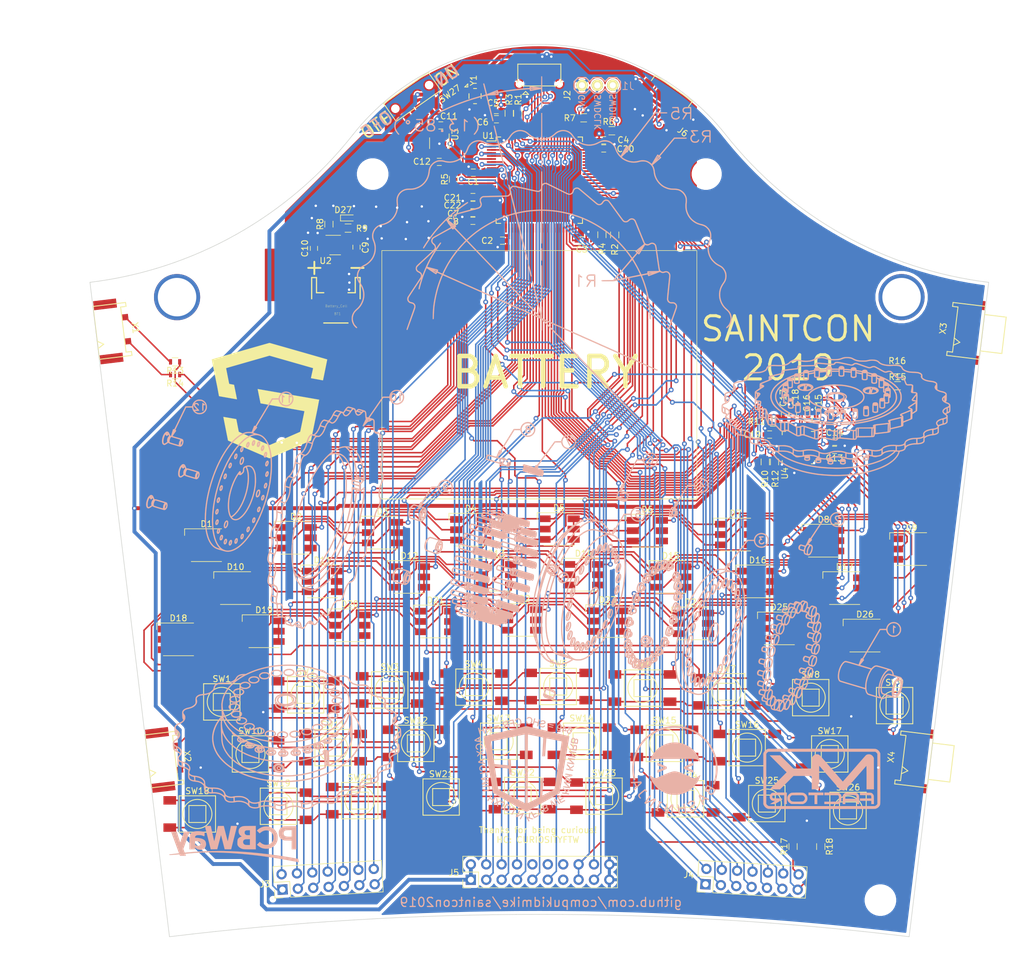
<source format=kicad_pcb>
(kicad_pcb (version 20171130) (host pcbnew "(5.1.2)-1")
  (layers (0 F.Cu signal) (31 B.Cu signal) (34 B.Paste user) (35 F.Paste user) (36 B.SilkS user) (37 F.SilkS user) (38 B.Mask user) (39 F.Mask user) (44 Edge.Cuts user))
  (net 0 "")
  (net 1 "Net-(BT1-Pad1)")
  (net 2 GND)
  (net 3 +3V3)
  (net 4 VBUS)
  (net 5 VCC)
  (net 6 /26RGBLED/SW1)
  (net 7 /26RGBLED/SW2)
  (net 8 /26RGBLED/SW3)
  (net 9 /26RGBLED/CS1)
  (net 10 /26RGBLED/CS2)
  (net 11 /26RGBLED/CS3)
  (net 12 /26RGBLED/CS4)
  (net 13 /26RGBLED/CS5)
  (net 14 /26RGBLED/CS6)
  (net 15 /26RGBLED/CS7)
  (net 16 /26RGBLED/CS8)
  (net 17 /26RGBLED/SW4)
  (net 18 /26RGBLED/SW5)
  (net 19 /26RGBLED/SW6)
  (net 20 /26RGBLED/SW7)
  (net 21 /26RGBLED/SW8)
  (net 22 /26RGBLED/SW9)
  (net 23 /26RGBLED/SW10)
  (net 24 /26RGBLED/SW11)
  (net 25 /26RGBLED/SW12)
  (net 26 "Net-(D27-Pad1)")
  (net 27 SWDCLK)
  (net 28 SWDIO)
  (net 29 "Net-(J2-Pad10)")
  (net 30 "Net-(J2-Pad9)")
  (net 31 ICE_CRESET)
  (net 32 ICE_CDONE)
  (net 33 ICE_SS)
  (net 34 ICE_SCK)
  (net 35 ICE_MISO)
  (net 36 ICE_MOSI)
  (net 37 ICE_CLK)
  (net 38 H)
  (net 39 A)
  (net 40 I)
  (net 41 B)
  (net 42 J)
  (net 43 C)
  (net 44 K)
  (net 45 D)
  (net 46 L)
  (net 47 E)
  (net 48 M)
  (net 49 F)
  (net 50 N)
  (net 51 G)
  (net 52 U)
  (net 53 O)
  (net 54 V)
  (net 55 P)
  (net 56 W)
  (net 57 Q)
  (net 58 X)
  (net 59 R)
  (net 60 Y)
  (net 61 S)
  (net 62 Z)
  (net 63 T)
  (net 64 TEST1)
  (net 65 TEST2)
  (net 66 MB_MOSI)
  (net 67 MB_MISO)
  (net 68 MB_SCK)
  (net 69 MB_CS1)
  (net 70 MB_CS2)
  (net 71 MB_CS3)
  (net 72 MB_CS4)
  (net 73 MB_RESET)
  (net 74 "Net-(J5-Pad12)")
  (net 75 "Net-(J5-Pad13)")
  (net 76 "Net-(J5-Pad14)")
  (net 77 MB_SDA)
  (net 78 MB_SCL)
  (net 79 "Net-(J6-Pad4)")
  (net 80 D+)
  (net 81 D-)
  (net 82 SCL)
  (net 83 SDA)
  (net 84 "Net-(R5-Pad1)")
  (net 85 "Net-(R8-Pad1)")
  (net 86 "Net-(R9-Pad1)")
  (net 87 SDB)
  (net 88 "Net-(R11-Pad1)")
  (net 89 KBD_Q)
  (net 90 KBD_W)
  (net 91 KBD_E)
  (net 92 KBD_R)
  (net 93 KBD_T)
  (net 94 KBD_Z)
  (net 95 KBD_U)
  (net 96 KBD_I)
  (net 97 KBD_O)
  (net 98 KBD_A)
  (net 99 KBD_S)
  (net 100 KBD_D)
  (net 101 KBD_F)
  (net 102 KBD_G)
  (net 103 KBD_H)
  (net 104 KBD_J)
  (net 105 KBD_K)
  (net 106 KBD_P)
  (net 107 KBD_Y)
  (net 108 KBD_X)
  (net 109 KBD_C)
  (net 110 KBD_V)
  (net 111 KBD_B)
  (net 112 KBD_N)
  (net 113 KBD_M)
  (net 114 KBD_L)
  (net 115 "Net-(U3-Pad4)")
  (net 116 "Net-(U4-Pad32)")
  (net 117 "Net-(U4-Pad37)")
  (net 118 TXLEFT)
  (net 119 RXLEFT)
  (net 120 SYNC)
  (net 121 TXRIGHT)
  (net 122 RXRIGHT)
  (net 123 "Net-(R13-Pad2)")
  (net 124 "Net-(R14-Pad2)")
  (net 125 "Net-(R15-Pad2)")
  (net 126 "Net-(R16-Pad2)")
  (net 127 "Net-(J5-Pad10)")
  (net 128 I2CRST)
  (module SCShield2 (layer F.Cu) (at -44.5262 -14.85138)
    (fp_text reference G*** hide)
    (fp_text value LOGO hide)
  )
  (module Saintcon2019BaseBoardArtwork (layer B.Cu) (at 0 0 180)
    (fp_text reference Back hide)
    (fp_text value Val** hide)
  )
  (module JST-LEB-Connectors:JST-LEB-2POS-MALE (layer F.Cu) (at 73.11 -26.04 83.1)
    (fp_text reference X3 (at -0.05 -6.5 83.1) (layer F.SilkS))
    (fp_text value Conn_01x02)
    (pad "" smd rect (at 4.5 -2 83.1) (size 1.5 3.8) (layers F.Cu))
    (pad "" smd rect (at -4.6 -2 83.1) (size 1.5 3.8) (layers F.Cu))
    (pad 2 smd rect (at 2 -5.05 83.1) (size 1 1) (layers F.Cu F.Paste F.Mask) (net 126 "Net-(R16-Pad2)"))
    (pad 1 smd rect (at -2 -5.05 83.1) (size 1 1) (layers F.Cu F.Paste F.Mask) (net 125 "Net-(R15-Pad2)"))
  )
  (module JST-LEB-Connectors:JST-LEB-2POS-FEMALE (layer F.Cu) (at -73.11 -26.04 276.9)
    (fp_text reference X1 (at -0.05 -6.5 96.9) (layer F.SilkS))
    (fp_text value Conn_01x02)
    (pad "" smd rect (at 4.5 -2 276.9) (size 1.5 3.8) (layers F.Cu))
    (pad "" smd rect (at -4.5 -2 276.9) (size 1.5 3.8) (layers F.Cu))
    (pad 1 smd rect (at 2 -5.05 276.9) (size 1 1) (layers F.Cu F.Paste F.Mask) (net 124 "Net-(R14-Pad2)"))
    (pad 2 smd rect (at -2 -5.05 276.9) (size 1 1) (layers F.Cu F.Paste F.Mask) (net 123 "Net-(R13-Pad2)"))
  )
  (module JST-LEB-Connectors:JST-LEB-2POS-MALE (layer F.Cu) (at 64.53 44.71 83.1)
    (fp_text reference X4 (at -0.05 -6.5 83.1) (layer F.SilkS))
    (fp_text value Conn_01x02)
    (pad "" smd rect (at 4.5 -2 83.1) (size 1.5 3.8) (layers F.Cu))
    (pad "" smd rect (at -4.6 -2 83.1) (size 1.5 3.8) (layers F.Cu))
    (pad 2 smd rect (at 2 -5.05 83.1) (size 1 1) (layers F.Cu F.Paste F.Mask) (net 120 SYNC))
    (pad 1 smd rect (at -2 -5.05 83.1) (size 1 1) (layers F.Cu F.Paste F.Mask) (net 2 GND))
  )
  (module JST-LEB-Connectors:JST-LEB-2POS-FEMALE (layer F.Cu) (at -64.53 44.71 276.9)
    (fp_text reference X2 (at -0.05 -6.5 96.9) (layer F.SilkS))
    (fp_text value Conn_01x02)
    (pad "" smd rect (at 4.5 -2 276.9) (size 1.5 3.8) (layers F.Cu))
    (pad "" smd rect (at -4.5 -2 276.9) (size 1.5 3.8) (layers F.Cu))
    (pad 1 smd rect (at 2 -5.05 276.9) (size 1 1) (layers F.Cu F.Paste F.Mask) (net 2 GND))
    (pad 2 smd rect (at -2 -5.05 276.9) (size 1 1) (layers F.Cu F.Paste F.Mask) (net 120 SYNC))
  )
  (module Resistors_SMD:R_0603 (layer F.Cu) (at 46.44898 58.77998 270)
    (fp_text reference R18 (at 0 -1.45 90) (layer F.SilkS))
    (fp_text value 100k)
    (pad 1 smd rect (at -0.75 0 270) (size 0.5 0.9) (layers F.Cu F.Paste F.Mask) (net 2 GND))
    (pad 2 smd rect (at 0.75 0 270) (size 0.5 0.9) (layers F.Cu F.Paste F.Mask) (net 64 TEST1))
  )
  (module Resistors_SMD:R_0603 (layer F.Cu) (at 41.87444 58.77122 90)
    (fp_text reference R17 (at 0 -1.45 90) (layer F.SilkS))
    (fp_text value 1K)
    (pad 1 smd rect (at -0.75 0 90) (size 0.5 0.9) (layers F.Cu F.Paste F.Mask) (net 65 TEST2))
    (pad 2 smd rect (at 0.75 0 90) (size 0.5 0.9) (layers F.Cu F.Paste F.Mask) (net 3 +3V3))
  )
  (module SparkFun-Connectors:JST-2-SMD (layer F.Cu) (at -33.57 -30.67 180)
    (fp_text reference BT1 (at -0.254 -1.4732) (layer F.SilkS) (effects (font (size 0.4064 0.4064) (thickness 0.0254))))
    (fp_text value Battery_Cell (at -0.0508 -0.2032) (layer F.SilkS) (effects (font (size 0.4064 0.4064) (thickness 0.0254))))
    (pad NC2 smd rect (at 3.39852 -1.4986 270) (size 3.39852 1.59766) (layers F.Cu F.Paste F.Mask))
    (pad NC1 smd rect (at -3.39852 -1.4986 270) (size 3.39852 1.59766) (layers F.Cu F.Paste F.Mask))
    (pad 1 smd rect (at 0.99822 3.69824 180) (size 0.99822 4.59994) (layers F.Cu F.Paste F.Mask) (net 1 "Net-(BT1-Pad1)"))
    (pad 2 smd rect (at -0.99822 3.69824 180) (size 0.99822 4.59994) (layers F.Cu F.Paste F.Mask) (net 2 GND))
  )
  (module Housings_QFP:LQFP-100_14x14mm_Pitch0.5mm (layer F.Cu) (at 0 -51.25)
    (fp_text reference U1 (at -8.42 -7.35) (layer F.SilkS))
    (fp_text value STM32L433VCTx)
    (pad 1 smd rect (at -7.9 -6) (size 1.5 0.28) (layers F.Cu F.Paste F.Mask) (net 98 KBD_A))
    (pad 2 smd rect (at -7.9 -5.5) (size 1.5 0.28) (layers F.Cu F.Paste F.Mask) (net 111 KBD_B))
    (pad 3 smd rect (at -7.9 -5) (size 1.5 0.28) (layers F.Cu F.Paste F.Mask) (net 109 KBD_C))
    (pad 4 smd rect (at -7.9 -4.5) (size 1.5 0.28) (layers F.Cu F.Paste F.Mask) (net 100 KBD_D))
    (pad 5 smd rect (at -7.9 -4) (size 1.5 0.28) (layers F.Cu F.Paste F.Mask) (net 91 KBD_E))
    (pad 6 smd rect (at -7.9 -3.5) (size 1.5 0.28) (layers F.Cu F.Paste F.Mask) (net 5 VCC))
    (pad 7 smd rect (at -7.9 -3) (size 1.5 0.28) (layers F.Cu F.Paste F.Mask) (net 58 X))
    (pad 8 smd rect (at -7.9 -2.5) (size 1.5 0.28) (layers F.Cu F.Paste F.Mask) (net 60 Y))
    (pad 9 smd rect (at -7.9 -2) (size 1.5 0.28) (layers F.Cu F.Paste F.Mask) (net 62 Z))
    (pad 10 smd rect (at -7.9 -1.5) (size 1.5 0.28) (layers F.Cu F.Paste F.Mask) (net 2 GND))
    (pad 11 smd rect (at -7.9 -1) (size 1.5 0.28) (layers F.Cu F.Paste F.Mask) (net 3 +3V3))
    (pad 12 smd rect (at -7.9 -0.5) (size 1.5 0.28) (layers F.Cu F.Paste F.Mask) (net 37 ICE_CLK))
    (pad 13 smd rect (at -7.9 0) (size 1.5 0.28) (layers F.Cu F.Paste F.Mask) (net 128 I2CRST))
    (pad 14 smd rect (at -7.9 0.5) (size 1.5 0.28) (layers F.Cu F.Paste F.Mask) (net 84 "Net-(R5-Pad1)"))
    (pad 15 smd rect (at -7.9 1) (size 1.5 0.28) (layers F.Cu F.Paste F.Mask) (net 44 K))
    (pad 16 smd rect (at -7.9 1.5) (size 1.5 0.28) (layers F.Cu F.Paste F.Mask) (net 46 L))
    (pad 17 smd rect (at -7.9 2) (size 1.5 0.28) (layers F.Cu F.Paste F.Mask) (net 48 M))
    (pad 18 smd rect (at -7.9 2.5) (size 1.5 0.28) (layers F.Cu F.Paste F.Mask) (net 50 N))
    (pad 19 smd rect (at -7.9 3) (size 1.5 0.28) (layers F.Cu F.Paste F.Mask) (net 2 GND))
    (pad 20 smd rect (at -7.9 3.5) (size 1.5 0.28) (layers F.Cu F.Paste F.Mask) (net 2 GND))
    (pad 21 smd rect (at -7.9 4) (size 1.5 0.28) (layers F.Cu F.Paste F.Mask) (net 3 +3V3))
    (pad 22 smd rect (at -7.9 4.5) (size 1.5 0.28) (layers F.Cu F.Paste F.Mask) (net 3 +3V3))
    (pad 23 smd rect (at -7.9 5) (size 1.5 0.28) (layers F.Cu F.Paste F.Mask) (net 39 A))
    (pad 24 smd rect (at -7.9 5.5) (size 1.5 0.28) (layers F.Cu F.Paste F.Mask) (net 41 B))
    (pad 25 smd rect (at -7.9 6) (size 1.5 0.28) (layers F.Cu F.Paste F.Mask) (net 118 TXLEFT))
    (pad 26 smd rect (at -6 7.9 90) (size 1.5 0.28) (layers F.Cu F.Paste F.Mask) (net 119 RXLEFT))
    (pad 27 smd rect (at -5.5 7.9 90) (size 1.5 0.28) (layers F.Cu F.Paste F.Mask) (net 2 GND))
    (pad 28 smd rect (at -5 7.9 90) (size 1.5 0.28) (layers F.Cu F.Paste F.Mask) (net 3 +3V3))
    (pad 29 smd rect (at -4.5 7.9 90) (size 1.5 0.28) (layers F.Cu F.Paste F.Mask) (net 43 C))
    (pad 30 smd rect (at -4 7.9 90) (size 1.5 0.28) (layers F.Cu F.Paste F.Mask) (net 45 D))
    (pad 31 smd rect (at -3.5 7.9 90) (size 1.5 0.28) (layers F.Cu F.Paste F.Mask) (net 47 E))
    (pad 32 smd rect (at -3 7.9 90) (size 1.5 0.28) (layers F.Cu F.Paste F.Mask) (net 49 F))
    (pad 33 smd rect (at -2.5 7.9 90) (size 1.5 0.28) (layers F.Cu F.Paste F.Mask) (net 53 O))
    (pad 34 smd rect (at -2 7.9 90) (size 1.5 0.28) (layers F.Cu F.Paste F.Mask) (net 55 P))
    (pad 35 smd rect (at -1.5 7.9 90) (size 1.5 0.28) (layers F.Cu F.Paste F.Mask) (net 38 H))
    (pad 36 smd rect (at -1 7.9 90) (size 1.5 0.28) (layers F.Cu F.Paste F.Mask) (net 40 I))
    (pad 37 smd rect (at -0.5 7.9 90) (size 1.5 0.28) (layers F.Cu F.Paste F.Mask) (net 42 J))
    (pad 38 smd rect (at 0 7.9 90) (size 1.5 0.28) (layers F.Cu F.Paste F.Mask) (net 101 KBD_F))
    (pad 39 smd rect (at 0.5 7.9 90) (size 1.5 0.28) (layers F.Cu F.Paste F.Mask) (net 102 KBD_G))
    (pad 40 smd rect (at 1 7.9 90) (size 1.5 0.28) (layers F.Cu F.Paste F.Mask) (net 103 KBD_H))
    (pad 41 smd rect (at 1.5 7.9 90) (size 1.5 0.28) (layers F.Cu F.Paste F.Mask) (net 96 KBD_I))
    (pad 42 smd rect (at 2 7.9 90) (size 1.5 0.28) (layers F.Cu F.Paste F.Mask) (net 104 KBD_J))
    (pad 43 smd rect (at 2.5 7.9 90) (size 1.5 0.28) (layers F.Cu F.Paste F.Mask) (net 105 KBD_K))
    (pad 44 smd rect (at 3 7.9 90) (size 1.5 0.28) (layers F.Cu F.Paste F.Mask) (net 114 KBD_L))
    (pad 45 smd rect (at 3.5 7.9 90) (size 1.5 0.28) (layers F.Cu F.Paste F.Mask) (net 113 KBD_M))
    (pad 46 smd rect (at 4 7.9 90) (size 1.5 0.28) (layers F.Cu F.Paste F.Mask) (net 112 KBD_N))
    (pad 47 smd rect (at 4.5 7.9 90) (size 1.5 0.28) (layers F.Cu F.Paste F.Mask) (net 78 MB_SCL))
    (pad 48 smd rect (at 5 7.9 90) (size 1.5 0.28) (layers F.Cu F.Paste F.Mask) (net 77 MB_SDA))
    (pad 49 smd rect (at 5.5 7.9 90) (size 1.5 0.28) (layers F.Cu F.Paste F.Mask) (net 2 GND))
    (pad 50 smd rect (at 6 7.9 90) (size 1.5 0.28) (layers F.Cu F.Paste F.Mask) (net 3 +3V3))
    (pad 51 smd rect (at 7.9 6) (size 1.5 0.28) (layers F.Cu F.Paste F.Mask) (net 69 MB_CS1))
    (pad 52 smd rect (at 7.9 5.5) (size 1.5 0.28) (layers F.Cu F.Paste F.Mask) (net 68 MB_SCK))
    (pad 53 smd rect (at 7.9 5) (size 1.5 0.28) (layers F.Cu F.Paste F.Mask) (net 67 MB_MISO))
    (pad 54 smd rect (at 7.9 4.5) (size 1.5 0.28) (layers F.Cu F.Paste F.Mask) (net 66 MB_MOSI))
    (pad 55 smd rect (at 7.9 4) (size 1.5 0.28) (layers F.Cu F.Paste F.Mask) (net 73 MB_RESET))
    (pad 56 smd rect (at 7.9 3.5) (size 1.5 0.28) (layers F.Cu F.Paste F.Mask) (net 90 KBD_W))
    (pad 57 smd rect (at 7.9 3) (size 1.5 0.28) (layers F.Cu F.Paste F.Mask) (net 108 KBD_X))
    (pad 58 smd rect (at 7.9 2.5) (size 1.5 0.28) (layers F.Cu F.Paste F.Mask) (net 107 KBD_Y))
    (pad 59 smd rect (at 7.9 2) (size 1.5 0.28) (layers F.Cu F.Paste F.Mask) (net 94 KBD_Z))
    (pad 60 smd rect (at 7.9 1.5) (size 1.5 0.28) (layers F.Cu F.Paste F.Mask) (net 70 MB_CS2))
    (pad 61 smd rect (at 7.9 1) (size 1.5 0.28) (layers F.Cu F.Paste F.Mask) (net 71 MB_CS3))
    (pad 62 smd rect (at 7.9 0.5) (size 1.5 0.28) (layers F.Cu F.Paste F.Mask) (net 120 SYNC))
    (pad 63 smd rect (at 7.9 0) (size 1.5 0.28) (layers F.Cu F.Paste F.Mask) (net 57 Q))
    (pad 64 smd rect (at 7.9 -0.5) (size 1.5 0.28) (layers F.Cu F.Paste F.Mask) (net 59 R))
    (pad 65 smd rect (at 7.9 -1) (size 1.5 0.28) (layers F.Cu F.Paste F.Mask) (net 61 S))
    (pad 66 smd rect (at 7.9 -1.5) (size 1.5 0.28) (layers F.Cu F.Paste F.Mask) (net 63 T))
    (pad 67 smd rect (at 7.9 -2) (size 1.5 0.28) (layers F.Cu F.Paste F.Mask) (net 51 G))
    (pad 68 smd rect (at 7.9 -2.5) (size 1.5 0.28) (layers F.Cu F.Paste F.Mask) (net 121 TXRIGHT))
    (pad 69 smd rect (at 7.9 -3) (size 1.5 0.28) (layers F.Cu F.Paste F.Mask) (net 122 RXRIGHT))
    (pad 70 smd rect (at 7.9 -3.5) (size 1.5 0.28) (layers F.Cu F.Paste F.Mask) (net 81 D-))
    (pad 71 smd rect (at 7.9 -4) (size 1.5 0.28) (layers F.Cu F.Paste F.Mask) (net 80 D+))
    (pad 72 smd rect (at 7.9 -4.5) (size 1.5 0.28) (layers F.Cu F.Paste F.Mask) (net 28 SWDIO))
    (pad 73 smd rect (at 7.9 -5) (size 1.5 0.28) (layers F.Cu F.Paste F.Mask) (net 3 +3V3))
    (pad 74 smd rect (at 7.9 -5.5) (size 1.5 0.28) (layers F.Cu F.Paste F.Mask) (net 2 GND))
    (pad 75 smd rect (at 7.9 -6) (size 1.5 0.28) (layers F.Cu F.Paste F.Mask) (net 3 +3V3))
    (pad 76 smd rect (at 6 -7.9 90) (size 1.5 0.28) (layers F.Cu F.Paste F.Mask) (net 27 SWDCLK))
    (pad 77 smd rect (at 5.5 -7.9 90) (size 1.5 0.28) (layers F.Cu F.Paste F.Mask) (net 33 ICE_SS))
    (pad 78 smd rect (at 5 -7.9 90) (size 1.5 0.28) (layers F.Cu F.Paste F.Mask) (net 52 U))
    (pad 79 smd rect (at 4.5 -7.9 90) (size 1.5 0.28) (layers F.Cu F.Paste F.Mask) (net 54 V))
    (pad 80 smd rect (at 4 -7.9 90) (size 1.5 0.28) (layers F.Cu F.Paste F.Mask) (net 56 W))
    (pad 81 smd rect (at 3.5 -7.9 90) (size 1.5 0.28) (layers F.Cu F.Paste F.Mask) (net 97 KBD_O))
    (pad 82 smd rect (at 3 -7.9 90) (size 1.5 0.28) (layers F.Cu F.Paste F.Mask) (net 106 KBD_P))
    (pad 83 smd rect (at 2.5 -7.9 90) (size 1.5 0.28) (layers F.Cu F.Paste F.Mask) (net 89 KBD_Q))
    (pad 84 smd rect (at 2 -7.9 90) (size 1.5 0.28) (layers F.Cu F.Paste F.Mask) (net 92 KBD_R))
    (pad 85 smd rect (at 1.5 -7.9 90) (size 1.5 0.28) (layers F.Cu F.Paste F.Mask) (net 99 KBD_S))
    (pad 86 smd rect (at 1 -7.9 90) (size 1.5 0.28) (layers F.Cu F.Paste F.Mask) (net 93 KBD_T))
    (pad 87 smd rect (at 0.5 -7.9 90) (size 1.5 0.28) (layers F.Cu F.Paste F.Mask) (net 95 KBD_U))
    (pad 88 smd rect (at 0 -7.9 90) (size 1.5 0.28) (layers F.Cu F.Paste F.Mask) (net 110 KBD_V))
    (pad 89 smd rect (at -0.5 -7.9 90) (size 1.5 0.28) (layers F.Cu F.Paste F.Mask) (net 34 ICE_SCK))
    (pad 90 smd rect (at -1 -7.9 90) (size 1.5 0.28) (layers F.Cu F.Paste F.Mask) (net 35 ICE_MISO))
    (pad 91 smd rect (at -1.5 -7.9 90) (size 1.5 0.28) (layers F.Cu F.Paste F.Mask) (net 36 ICE_MOSI))
    (pad 92 smd rect (at -2 -7.9 90) (size 1.5 0.28) (layers F.Cu F.Paste F.Mask) (net 31 ICE_CRESET))
    (pad 93 smd rect (at -2.5 -7.9 90) (size 1.5 0.28) (layers F.Cu F.Paste F.Mask) (net 32 ICE_CDONE))
    (pad 94 smd rect (at -3 -7.9 90) (size 1.5 0.28) (layers F.Cu F.Paste F.Mask) (net 64 TEST1))
    (pad 95 smd rect (at -3.5 -7.9 90) (size 1.5 0.28) (layers F.Cu F.Paste F.Mask) (net 82 SCL))
    (pad 96 smd rect (at -4 -7.9 90) (size 1.5 0.28) (layers F.Cu F.Paste F.Mask) (net 83 SDA))
    (pad 97 smd rect (at -4.5 -7.9 90) (size 1.5 0.28) (layers F.Cu F.Paste F.Mask) (net 72 MB_CS4))
    (pad 98 smd rect (at -5 -7.9 90) (size 1.5 0.28) (layers F.Cu F.Paste F.Mask) (net 87 SDB))
    (pad 99 smd rect (at -5.5 -7.9 90) (size 1.5 0.28) (layers F.Cu F.Paste F.Mask) (net 2 GND))
    (pad 100 smd rect (at -6 -7.9 90) (size 1.5 0.28) (layers F.Cu F.Paste F.Mask) (net 3 +3V3))
  )
  (module BergStakBTBConnectors:BergStak_20Pin_0.5mm_Female_5.3mm (layer F.Cu) (at 0 -68.61 180)
    (fp_text reference J2 (at -4.6 -3.35 90) (layer F.SilkS))
    (fp_text value Conn_02x10_Counter_Clockwise)
    (pad 6 smd rect (at -0.25 -1.6 180) (size 0.3 1.6) (layers F.Cu F.Paste F.Mask) (net 33 ICE_SS))
    (pad 4 smd rect (at 0.75 -1.6 180) (size 0.3 1.6) (layers F.Cu F.Paste F.Mask) (net 35 ICE_MISO))
    (pad 12 smd rect (at -1.758889 1.6 180) (size 0.3 1.6) (layers F.Cu F.Paste F.Mask) (net 2 GND))
    (pad 20 smd rect (at 2.25 1.6 180) (size 0.3 1.6) (layers F.Cu F.Paste F.Mask) (net 5 VCC))
    (pad 16 smd rect (at 0.245555 1.6 180) (size 0.3 1.6) (layers F.Cu F.Paste F.Mask) (net 5 VCC))
    (pad "" np_thru_hole circle (at -3.3 -1.5 180) (size 0.7 0.7) (drill 0.7) (layers *.Cu *.Mask))
    (pad "" smd rect (at 3.95 0 180) (size 0.8 1.8) (layers F.Cu F.Paste F.Mask))
    (pad 9 smd rect (at -1.75 -1.6 180) (size 0.3 1.6) (layers F.Cu F.Paste F.Mask) (net 30 "Net-(J2-Pad9)"))
    (pad 14 smd rect (at -0.756667 1.6 180) (size 0.3 1.6) (layers F.Cu F.Paste F.Mask) (net 2 GND))
    (pad 5 smd rect (at 0.25 -1.6 180) (size 0.3 1.6) (layers F.Cu F.Paste F.Mask) (net 34 ICE_SCK))
    (pad 17 smd rect (at 0.746666 1.6 180) (size 0.3 1.6) (layers F.Cu F.Paste F.Mask) (net 5 VCC))
    (pad 3 smd rect (at 1.25 -1.6 180) (size 0.3 1.6) (layers F.Cu F.Paste F.Mask) (net 36 ICE_MOSI))
    (pad 8 smd rect (at -1.25 -1.6 180) (size 0.3 1.6) (layers F.Cu F.Paste F.Mask) (net 31 ICE_CRESET))
    (pad "" smd rect (at -3.95 0 180) (size 0.8 1.8) (layers F.Cu F.Paste F.Mask))
    (pad 13 smd rect (at -1.257778 1.6 180) (size 0.3 1.6) (layers F.Cu F.Paste F.Mask) (net 2 GND))
    (pad 15 smd rect (at -0.255556 1.6 180) (size 0.3 1.6) (layers F.Cu F.Paste F.Mask) (net 2 GND))
    (pad 19 smd rect (at 1.748888 1.6 180) (size 0.3 1.6) (layers F.Cu F.Paste F.Mask) (net 5 VCC))
    (pad "" np_thru_hole circle (at 3.3 -1.5 180) (size 0.7 0.7) (drill 0.7) (layers *.Cu *.Mask))
    (pad 1 smd rect (at 2.25 -1.6 180) (size 0.3 1.6) (layers F.Cu F.Paste F.Mask) (net 37 ICE_CLK))
    (pad 18 smd rect (at 1.247777 1.6 180) (size 0.3 1.6) (layers F.Cu F.Paste F.Mask) (net 5 VCC))
    (pad 10 smd rect (at -2.25 -1.6 180) (size 0.3 1.6) (layers F.Cu F.Paste F.Mask) (net 29 "Net-(J2-Pad10)"))
    (pad 7 smd rect (at -0.75 -1.6 180) (size 0.3 1.6) (layers F.Cu F.Paste F.Mask) (net 32 ICE_CDONE))
    (pad 2 smd rect (at 1.75 -1.6 180) (size 0.3 1.6) (layers F.Cu F.Paste F.Mask) (net 2 GND))
    (pad 11 smd rect (at -2.26 1.6 180) (size 0.3 1.6) (layers F.Cu F.Paste F.Mask) (net 2 GND))
  )
  (module ScrewdriverBadge:LanyardHole-0_25in (layer F.Cu) (at 59.78 -31.94)
    (fp_text reference REF** hide)
    (fp_text value LanyardHole-0_25in)
    (pad "" thru_hole circle (at 0 0) (size 7.62 7.62) (drill 6.35) (layers *.Cu *.Mask))
  )
  (module ScrewdriverBadge:LanyardHole-0_25in (layer F.Cu) (at -59.78 -31.94)
    (fp_text reference REF** hide)
    (fp_text value LanyardHole-0_25in)
    (pad "" thru_hole circle (at 0 0) (size 7.62 7.62) (drill 6.35) (layers *.Cu *.Mask))
  )
  (module Resistors_SMD:R_0603 (layer F.Cu) (at 59.06516 -19.96694)
    (fp_text reference R16 (at 0 -1.45) (layer F.SilkS))
    (fp_text value 1k)
    (pad 1 smd rect (at -0.75 0) (size 0.5 0.9) (layers F.Cu F.Paste F.Mask) (net 121 TXRIGHT))
    (pad 2 smd rect (at 0.75 0) (size 0.5 0.9) (layers F.Cu F.Paste F.Mask) (net 126 "Net-(R16-Pad2)"))
  )
  (module Resistors_SMD:R_0603 (layer F.Cu) (at 59.1185 -17.31264)
    (fp_text reference R15 (at 0 -1.45) (layer F.SilkS))
    (fp_text value 1k)
    (pad 1 smd rect (at -0.75 0) (size 0.5 0.9) (layers F.Cu F.Paste F.Mask) (net 122 RXRIGHT))
    (pad 2 smd rect (at 0.75 0) (size 0.5 0.9) (layers F.Cu F.Paste F.Mask) (net 125 "Net-(R15-Pad2)"))
  )
  (module Resistors_SMD:R_0603 (layer F.Cu) (at -60.10402 -19.15414 180)
    (fp_text reference R14 (at 0 -1.45) (layer F.SilkS))
    (fp_text value 1k)
    (pad 1 smd rect (at -0.75 0 180) (size 0.5 0.9) (layers F.Cu F.Paste F.Mask) (net 118 TXLEFT))
    (pad 2 smd rect (at 0.75 0 180) (size 0.5 0.9) (layers F.Cu F.Paste F.Mask) (net 124 "Net-(R14-Pad2)"))
  )
  (module Resistors_SMD:R_0603 (layer F.Cu) (at -60.10402 -21.25472 180)
    (fp_text reference R13 (at 0 -1.45) (layer F.SilkS))
    (fp_text value 1k)
    (pad 1 smd rect (at -0.75 0 180) (size 0.5 0.9) (layers F.Cu F.Paste F.Mask) (net 119 RXLEFT))
    (pad 2 smd rect (at 0.75 0 180) (size 0.5 0.9) (layers F.Cu F.Paste F.Mask) (net 123 "Net-(R13-Pad2)"))
  )
  (module Capacitors_SMD:C_0603 (layer F.Cu) (at -10.95 -47.15 180)
    (fp_text reference C22 (at 3.38 -0.05) (layer F.SilkS))
    (fp_text value 0.1uF)
    (pad 2 smd rect (at 0.75 0 180) (size 0.8 0.75) (layers F.Cu F.Paste F.Mask) (net 2 GND))
    (pad 1 smd rect (at -0.75 0 180) (size 0.8 0.75) (layers F.Cu F.Paste F.Mask) (net 3 +3V3))
  )
  (module Capacitors_SMD:C_0603 (layer F.Cu) (at -10.95 -48.46 180)
    (fp_text reference C21 (at 3.36 -0.11) (layer F.SilkS))
    (fp_text value 1uF)
    (pad 2 smd rect (at 0.75 0 180) (size 0.8 0.75) (layers F.Cu F.Paste F.Mask) (net 2 GND))
    (pad 1 smd rect (at -0.75 0 180) (size 0.8 0.75) (layers F.Cu F.Paste F.Mask) (net 3 +3V3))
  )
  (module Capacitors_SMD:C_0603 (layer F.Cu) (at 10.63 -56.49)
    (fp_text reference C20 (at 3.6 0.09) (layer F.SilkS))
    (fp_text value 0.1uF)
    (pad 2 smd rect (at 0.75 0) (size 0.8 0.75) (layers F.Cu F.Paste F.Mask) (net 2 GND))
    (pad 1 smd rect (at -0.75 0) (size 0.8 0.75) (layers F.Cu F.Paste F.Mask) (net 3 +3V3))
  )
  (module C&KSlideSwitches:JS102011SAQN (layer F.Cu) (at -20.97 -65 215)
    (fp_text reference SW27 (at -5.377002 -3.130215 35) (layer F.SilkS))
    (fp_text value SW_SPST)
    (pad "" np_thru_hole circle (at -3.4 0 215) (size 0.9 0.9) (drill 0.9) (layers *.Cu *.Mask))
    (pad "" np_thru_hole circle (at 3.4 0 215) (size 0.9 0.9) (drill 0.9) (layers *.Cu *.Mask))
    (pad 3 smd rect (at 2.5 -2.75 215) (size 1.2 2.5) (layers F.Cu F.Paste F.Mask))
    (pad 2 smd rect (at 0 -2.75 215) (size 1.2 2.5) (layers F.Cu F.Paste F.Mask) (net 1 "Net-(BT1-Pad1)"))
    (pad 1 smd rect (at -2.5 -2.75 215) (size 1.2 2.5) (layers F.Cu F.Paste F.Mask) (net 5 VCC))
  )
  (module libraries:ScrewHole-SC2019 (layer F.Cu) (at -56.21 67.6)
    (fp_text reference REF** hide)
    (fp_text value ScrewHole-SC2019)
    (pad "" np_thru_hole circle (at 0 0) (size 4.2 4.2) (drill 4.2) (layers *.Cu *.Mask))
  )
  (module libraries:ScrewHole-SC2019 (layer F.Cu) (at 56.29 67.62)
    (fp_text reference REF** hide)
    (fp_text value ScrewHole-SC2019)
    (pad "" np_thru_hole circle (at 0 0) (size 4.2 4.2) (drill 4.2) (layers *.Cu *.Mask))
  )
  (module libraries:ScrewHole-SC2019 (layer F.Cu) (at 27.5 -52.26)
    (fp_text reference REF** hide)
    (fp_text value ScrewHole-SC2019)
    (pad "" np_thru_hole circle (at 0 0) (size 4.2 4.2) (drill 4.2) (layers *.Cu *.Mask))
  )
  (module libraries:ScrewHole-SC2019 (layer F.Cu) (at -27.5 -52.26)
    (fp_text reference REF** hide)
    (fp_text value ScrewHole-SC2019)
    (pad "" np_thru_hole circle (at 0 0) (size 4.2 4.2) (drill 4.2) (layers *.Cu *.Mask))
  )
  (module Pin_Headers:Pin_Header_Straight_2x10_Pitch2.54mm (layer F.Cu) (at 0.1315 62.9845 90)
    (fp_text reference J5 (at -0.0955 -14.2315 180) (layer F.SilkS))
    (fp_text value Conn_02x10_Odd_Even)
    (pad 1 thru_hole rect (at -1.27 -11.43 90) (size 1.7 1.7) (drill 1) (layers *.Cu *.Mask) (net 5 VCC))
    (pad 2 thru_hole oval (at 1.27 -11.43 90) (size 1.7 1.7) (drill 1) (layers *.Cu *.Mask) (net 5 VCC))
    (pad 3 thru_hole oval (at -1.27 -8.89 90) (size 1.7 1.7) (drill 1) (layers *.Cu *.Mask) (net 66 MB_MOSI))
    (pad 4 thru_hole oval (at 1.27 -8.89 90) (size 1.7 1.7) (drill 1) (layers *.Cu *.Mask) (net 67 MB_MISO))
    (pad 5 thru_hole oval (at -1.27 -6.35 90) (size 1.7 1.7) (drill 1) (layers *.Cu *.Mask) (net 68 MB_SCK))
    (pad 6 thru_hole oval (at 1.27 -6.35 90) (size 1.7 1.7) (drill 1) (layers *.Cu *.Mask) (net 69 MB_CS1))
    (pad 7 thru_hole oval (at -1.27 -3.81 90) (size 1.7 1.7) (drill 1) (layers *.Cu *.Mask) (net 70 MB_CS2))
    (pad 8 thru_hole oval (at 1.27 -3.81 90) (size 1.7 1.7) (drill 1) (layers *.Cu *.Mask) (net 71 MB_CS3))
    (pad 9 thru_hole oval (at -1.27 -1.27 90) (size 1.7 1.7) (drill 1) (layers *.Cu *.Mask) (net 72 MB_CS4))
    (pad 10 thru_hole oval (at 1.27 -1.27 90) (size 1.7 1.7) (drill 1) (layers *.Cu *.Mask) (net 127 "Net-(J5-Pad10)"))
    (pad 11 thru_hole oval (at -1.27 1.27 90) (size 1.7 1.7) (drill 1) (layers *.Cu *.Mask) (net 73 MB_RESET))
    (pad 12 thru_hole oval (at 1.27 1.27 90) (size 1.7 1.7) (drill 1) (layers *.Cu *.Mask) (net 74 "Net-(J5-Pad12)"))
    (pad 13 thru_hole oval (at -1.27 3.81 90) (size 1.7 1.7) (drill 1) (layers *.Cu *.Mask) (net 75 "Net-(J5-Pad13)"))
    (pad 14 thru_hole oval (at 1.27 3.81 90) (size 1.7 1.7) (drill 1) (layers *.Cu *.Mask) (net 76 "Net-(J5-Pad14)"))
    (pad 15 thru_hole oval (at -1.27 6.35 90) (size 1.7 1.7) (drill 1) (layers *.Cu *.Mask) (net 3 +3V3))
    (pad 16 thru_hole oval (at 1.27 6.35 90) (size 1.7 1.7) (drill 1) (layers *.Cu *.Mask) (net 3 +3V3))
    (pad 17 thru_hole oval (at -1.27 8.89 90) (size 1.7 1.7) (drill 1) (layers *.Cu *.Mask) (net 77 MB_SDA))
    (pad 18 thru_hole oval (at 1.27 8.89 90) (size 1.7 1.7) (drill 1) (layers *.Cu *.Mask) (net 78 MB_SCL))
    (pad 19 thru_hole oval (at -1.27 11.43 90) (size 1.7 1.7) (drill 1) (layers *.Cu *.Mask) (net 2 GND))
    (pad 20 thru_hole oval (at 1.27 11.43 90) (size 1.7 1.7) (drill 1) (layers *.Cu *.Mask) (net 2 GND))
  )
  (module Pin_Headers:Pin_Header_Straight_2x07_Pitch2.54mm (layer F.Cu) (at 35.111 64.182 86.6)
    (fp_text reference J4 (at 0.091529 -10.464848 176.6) (layer F.SilkS))
    (fp_text value Conn_02x07_Odd_Even)
    (pad 1 thru_hole rect (at -1.27 -7.62 86.6) (size 1.7 1.7) (drill 1) (layers *.Cu *.Mask) (net 52 U))
    (pad 2 thru_hole oval (at 1.27 -7.62 86.6) (size 1.7 1.7) (drill 1) (layers *.Cu *.Mask) (net 53 O))
    (pad 3 thru_hole oval (at -1.27 -5.08 86.6) (size 1.7 1.7) (drill 1) (layers *.Cu *.Mask) (net 54 V))
    (pad 4 thru_hole oval (at 1.27 -5.08 86.6) (size 1.7 1.7) (drill 1) (layers *.Cu *.Mask) (net 55 P))
    (pad 5 thru_hole oval (at -1.27 -2.54 86.6) (size 1.7 1.7) (drill 1) (layers *.Cu *.Mask) (net 56 W))
    (pad 6 thru_hole oval (at 1.27 -2.54 86.6) (size 1.7 1.7) (drill 1) (layers *.Cu *.Mask) (net 57 Q))
    (pad 7 thru_hole oval (at -1.27 0 86.6) (size 1.7 1.7) (drill 1) (layers *.Cu *.Mask) (net 58 X))
    (pad 8 thru_hole oval (at 1.27 0 86.6) (size 1.7 1.7) (drill 1) (layers *.Cu *.Mask) (net 59 R))
    (pad 9 thru_hole oval (at -1.27 2.54 86.6) (size 1.7 1.7) (drill 1) (layers *.Cu *.Mask) (net 60 Y))
    (pad 10 thru_hole oval (at 1.27 2.54 86.6) (size 1.7 1.7) (drill 1) (layers *.Cu *.Mask) (net 61 S))
    (pad 11 thru_hole oval (at -1.27 5.08 86.6) (size 1.7 1.7) (drill 1) (layers *.Cu *.Mask) (net 62 Z))
    (pad 12 thru_hole oval (at 1.27 5.08 86.6) (size 1.7 1.7) (drill 1) (layers *.Cu *.Mask) (net 63 T))
    (pad 13 thru_hole oval (at -1.27 7.62 86.6) (size 1.7 1.7) (drill 1) (layers *.Cu *.Mask) (net 64 TEST1))
    (pad 14 thru_hole oval (at 1.27 7.62 86.6) (size 1.7 1.7) (drill 1) (layers *.Cu *.Mask) (net 65 TEST2))
  )
  (module Pin_Headers:Pin_Header_Straight_2x07_Pitch2.54mm (layer F.Cu) (at -34.848 64.174 93.3)
    (fp_text reference J3 (at -0.204731 -10.451115 183.3) (layer F.SilkS))
    (fp_text value Conn_02x07_Odd_Even)
    (pad 1 thru_hole rect (at -1.27 -7.62 93.3) (size 1.7 1.7) (drill 1) (layers *.Cu *.Mask) (net 38 H))
    (pad 2 thru_hole oval (at 1.27 -7.62 93.3) (size 1.7 1.7) (drill 1) (layers *.Cu *.Mask) (net 39 A))
    (pad 3 thru_hole oval (at -1.27 -5.08 93.3) (size 1.7 1.7) (drill 1) (layers *.Cu *.Mask) (net 40 I))
    (pad 4 thru_hole oval (at 1.27 -5.08 93.3) (size 1.7 1.7) (drill 1) (layers *.Cu *.Mask) (net 41 B))
    (pad 5 thru_hole oval (at -1.27 -2.54 93.3) (size 1.7 1.7) (drill 1) (layers *.Cu *.Mask) (net 42 J))
    (pad 6 thru_hole oval (at 1.27 -2.54 93.3) (size 1.7 1.7) (drill 1) (layers *.Cu *.Mask) (net 43 C))
    (pad 7 thru_hole oval (at -1.27 0 93.3) (size 1.7 1.7) (drill 1) (layers *.Cu *.Mask) (net 44 K))
    (pad 8 thru_hole oval (at 1.27 0 93.3) (size 1.7 1.7) (drill 1) (layers *.Cu *.Mask) (net 45 D))
    (pad 9 thru_hole oval (at -1.27 2.54 93.3) (size 1.7 1.7) (drill 1) (layers *.Cu *.Mask) (net 46 L))
    (pad 10 thru_hole oval (at 1.27 2.54 93.3) (size 1.7 1.7) (drill 1) (layers *.Cu *.Mask) (net 47 E))
    (pad 11 thru_hole oval (at -1.27 5.08 93.3) (size 1.7 1.7) (drill 1) (layers *.Cu *.Mask) (net 48 M))
    (pad 12 thru_hole oval (at 1.27 5.08 93.3) (size 1.7 1.7) (drill 1) (layers *.Cu *.Mask) (net 49 F))
    (pad 13 thru_hole oval (at -1.27 7.62 93.3) (size 1.7 1.7) (drill 1) (layers *.Cu *.Mask) (net 50 N))
    (pad 14 thru_hole oval (at 1.27 7.62 93.3) (size 1.7 1.7) (drill 1) (layers *.Cu *.Mask) (net 51 G))
  )
  (module Resistors_SMD:R_0603 (layer F.Cu) (at 38.82 -4.73 270)
    (fp_text reference R12 (at 2.79 -0.12 90) (layer F.SilkS))
    (fp_text value 100k)
    (pad 1 smd rect (at -0.75 0 270) (size 0.5 0.9) (layers F.Cu F.Paste F.Mask) (net 128 I2CRST))
    (pad 2 smd rect (at 0.75 0 270) (size 0.5 0.9) (layers F.Cu F.Paste F.Mask) (net 2 GND))
  )
  (module Saintcon2019TopBoardArtwork2 (layer F.Cu) (at 0 0)
    (fp_text reference Ref** hide)
    (fp_text value Val** hide)
    (fp_line (start -43.96954 67.47275) (end -43.96954 67.47275) (layer Edge.Cuts) (width 0.1))
    (fp_line (start -30.75881 -58.763946) (end -30.75881 -58.763946) (layer Edge.Cuts) (width 0.1))
    (fp_line (start -30.75881 -58.763946) (end -30.75881 -58.763946) (layer Edge.Cuts) (width 0.1))
    (fp_line (start -30.050997 -59.635352) (end -30.75881 -58.763946) (layer Edge.Cuts) (width 0.1))
    (fp_line (start -29.320894 -60.483486) (end -30.050997 -59.635352) (layer Edge.Cuts) (width 0.1))
    (fp_line (start -28.569098 -61.30806) (end -29.320894 -60.483486) (layer Edge.Cuts) (width 0.1))
    (fp_line (start -27.7962 -62.108786) (end -28.569098 -61.30806) (layer Edge.Cuts) (width 0.1))
    (fp_line (start -27.002796 -62.885377) (end -27.7962 -62.108786) (layer Edge.Cuts) (width 0.1))
    (fp_line (start -26.18948 -63.637543) (end -27.002796 -62.885377) (layer Edge.Cuts) (width 0.1))
    (fp_line (start -25.356845 -64.364998) (end -26.18948 -63.637543) (layer Edge.Cuts) (width 0.1))
    (fp_line (start -24.505486 -65.067453) (end -25.356845 -64.364998) (layer Edge.Cuts) (width 0.1))
    (fp_line (start -23.635996 -65.74462) (end -24.505486 -65.067453) (layer Edge.Cuts) (width 0.1))
    (fp_line (start -22.74897 -66.396211) (end -23.635996 -65.74462) (layer Edge.Cuts) (width 0.1))
    (fp_line (start -21.845001 -67.021939) (end -22.74897 -66.396211) (layer Edge.Cuts) (width 0.1))
    (fp_line (start -20.924684 -67.621514) (end -21.845001 -67.021939) (layer Edge.Cuts) (width 0.1))
    (fp_line (start -19.988613 -68.194649) (end -20.924684 -67.621514) (layer Edge.Cuts) (width 0.1))
    (fp_line (start -19.037381 -68.741057) (end -19.988613 -68.194649) (layer Edge.Cuts) (width 0.1))
    (fp_line (start -18.071583 -69.260448) (end -19.037381 -68.741057) (layer Edge.Cuts) (width 0.1))
    (fp_line (start -17.091813 -69.752536) (end -18.071583 -69.260448) (layer Edge.Cuts) (width 0.1))
    (fp_line (start -16.098665 -70.217031) (end -17.091813 -69.752536) (layer Edge.Cuts) (width 0.1))
    (fp_line (start -15.092732 -70.653646) (end -16.098665 -70.217031) (layer Edge.Cuts) (width 0.1))
    (fp_line (start -14.07461 -71.062093) (end -15.092732 -70.653646) (layer Edge.Cuts) (width 0.1))
    (fp_line (start -13.044891 -71.442084) (end -14.07461 -71.062093) (layer Edge.Cuts) (width 0.1))
    (fp_line (start -12.004171 -71.793331) (end -13.044891 -71.442084) (layer Edge.Cuts) (width 0.1))
    (fp_line (start -10.953042 -72.115546) (end -12.004171 -71.793331) (layer Edge.Cuts) (width 0.1))
    (fp_line (start -9.892099 -72.408441) (end -10.953042 -72.115546) (layer Edge.Cuts) (width 0.1))
    (fp_line (start -8.821937 -72.671727) (end -9.892099 -72.408441) (layer Edge.Cuts) (width 0.1))
    (fp_line (start -7.743148 -72.905117) (end -8.821937 -72.671727) (layer Edge.Cuts) (width 0.1))
    (fp_line (start -6.656327 -73.108323) (end -7.743148 -72.905117) (layer Edge.Cuts) (width 0.1))
    (fp_line (start -5.562069 -73.281057) (end -6.656327 -73.108323) (layer Edge.Cuts) (width 0.1))
    (fp_line (start -4.460967 -73.42303) (end -5.562069 -73.281057) (layer Edge.Cuts) (width 0.1))
    (fp_line (start -3.353615 -73.533955) (end -4.460967 -73.42303) (layer Edge.Cuts) (width 0.1))
    (fp_line (start -2.240607 -73.613545) (end -3.353615 -73.533955) (layer Edge.Cuts) (width 0.1))
    (fp_line (start -1.122537 -73.661505) (end -2.240607 -73.613545) (layer Edge.Cuts) (width 0.1))
    (fp_line (start 0 -73.677555) (end -1.122537 -73.661505) (layer Edge.Cuts) (width 0.1))
    (fp_line (start 1.12254 -73.661505) (end 0 -73.677555) (layer Edge.Cuts) (width 0.1))
    (fp_line (start 2.24061 -73.613545) (end 1.12254 -73.661505) (layer Edge.Cuts) (width 0.1))
    (fp_line (start 3.35361 -73.533955) (end 2.24061 -73.613545) (layer Edge.Cuts) (width 0.1))
    (fp_line (start 4.46097 -73.42303) (end 3.35361 -73.533955) (layer Edge.Cuts) (width 0.1))
    (fp_line (start 5.56207 -73.281057) (end 4.46097 -73.42303) (layer Edge.Cuts) (width 0.1))
    (fp_line (start 6.65633 -73.108323) (end 5.56207 -73.281057) (layer Edge.Cuts) (width 0.1))
    (fp_line (start 7.74315 -72.905117) (end 6.65633 -73.108323) (layer Edge.Cuts) (width 0.1))
    (fp_line (start 8.82194 -72.671727) (end 7.74315 -72.905117) (layer Edge.Cuts) (width 0.1))
    (fp_line (start 9.8921 -72.408441) (end 8.82194 -72.671727) (layer Edge.Cuts) (width 0.1))
    (fp_line (start 10.95304 -72.115546) (end 9.8921 -72.408441) (layer Edge.Cuts) (width 0.1))
    (fp_line (start 12.00417 -71.793331) (end 10.95304 -72.115546) (layer Edge.Cuts) (width 0.1))
    (fp_line (start 13.04489 -71.442084) (end 12.00417 -71.793331) (layer Edge.Cuts) (width 0.1))
    (fp_line (start 14.07461 -71.062093) (end 13.04489 -71.442084) (layer Edge.Cuts) (width 0.1))
    (fp_line (start 15.09273 -70.653646) (end 14.07461 -71.062093) (layer Edge.Cuts) (width 0.1))
    (fp_line (start 16.09866 -70.217031) (end 15.09273 -70.653646) (layer Edge.Cuts) (width 0.1))
    (fp_line (start 17.09181 -69.752536) (end 16.09866 -70.217031) (layer Edge.Cuts) (width 0.1))
    (fp_line (start 18.07158 -69.260448) (end 17.09181 -69.752536) (layer Edge.Cuts) (width 0.1))
    (fp_line (start 19.03738 -68.741057) (end 18.07158 -69.260448) (layer Edge.Cuts) (width 0.1))
    (fp_line (start 19.98861 -68.194649) (end 19.03738 -68.741057) (layer Edge.Cuts) (width 0.1))
    (fp_line (start 20.92468 -67.621514) (end 19.98861 -68.194649) (layer Edge.Cuts) (width 0.1))
    (fp_line (start 21.845 -67.021939) (end 20.92468 -67.621514) (layer Edge.Cuts) (width 0.1))
    (fp_line (start 22.74897 -66.396211) (end 21.845 -67.021939) (layer Edge.Cuts) (width 0.1))
    (fp_line (start 23.636 -65.74462) (end 22.74897 -66.396211) (layer Edge.Cuts) (width 0.1))
    (fp_line (start 24.50549 -65.067453) (end 23.636 -65.74462) (layer Edge.Cuts) (width 0.1))
    (fp_line (start 25.35685 -64.364998) (end 24.50549 -65.067453) (layer Edge.Cuts) (width 0.1))
    (fp_line (start 26.18948 -63.637543) (end 25.35685 -64.364998) (layer Edge.Cuts) (width 0.1))
    (fp_line (start 27.0028 -62.885377) (end 26.18948 -63.637543) (layer Edge.Cuts) (width 0.1))
    (fp_line (start 27.7962 -62.108786) (end 27.0028 -62.885377) (layer Edge.Cuts) (width 0.1))
    (fp_line (start 28.5691 -61.30806) (end 27.7962 -62.108786) (layer Edge.Cuts) (width 0.1))
    (fp_line (start 29.32089 -60.483486) (end 28.5691 -61.30806) (layer Edge.Cuts) (width 0.1))
    (fp_line (start 30.051 -59.635352) (end 29.32089 -60.483486) (layer Edge.Cuts) (width 0.1))
    (fp_line (start 30.75881 -58.763946) (end 30.051 -59.635352) (layer Edge.Cuts) (width 0.1))
    (fp_line (start 31.77422 -57.508852) (end 30.75881 -58.763946) (layer Edge.Cuts) (width 0.1))
    (fp_line (start 32.81785 -56.282076) (end 31.77422 -57.508852) (layer Edge.Cuts) (width 0.1))
    (fp_line (start 33.88906 -55.083969) (end 32.81785 -56.282076) (layer Edge.Cuts) (width 0.1))
    (fp_line (start 34.98724 -53.914882) (end 33.88906 -55.083969) (layer Edge.Cuts) (width 0.1))
    (fp_line (start 36.11176 -52.775163) (end 34.98724 -53.914882) (layer Edge.Cuts) (width 0.1))
    (fp_line (start 37.262 -51.665164) (end 36.11176 -52.775163) (layer Edge.Cuts) (width 0.1))
    (fp_line (start 38.43733 -50.585235) (end 37.262 -51.665164) (layer Edge.Cuts) (width 0.1))
    (fp_line (start 39.63714 -49.535725) (end 38.43733 -50.585235) (layer Edge.Cuts) (width 0.1))
    (fp_line (start 40.86079 -48.516986) (end 39.63714 -49.535725) (layer Edge.Cuts) (width 0.1))
    (fp_line (start 42.10767 -47.529367) (end 40.86079 -48.516986) (layer Edge.Cuts) (width 0.1))
    (fp_line (start 43.37715 -46.573218) (end 42.10767 -47.529367) (layer Edge.Cuts) (width 0.1))
    (fp_line (start 44.6686 -45.64889) (end 43.37715 -46.573218) (layer Edge.Cuts) (width 0.1))
    (fp_line (start 45.98142 -44.756733) (end 44.6686 -45.64889) (layer Edge.Cuts) (width 0.1))
    (fp_line (start 47.31496 -43.897097) (end 45.98142 -44.756733) (layer Edge.Cuts) (width 0.1))
    (fp_line (start 48.66861 -43.070332) (end 47.31496 -43.897097) (layer Edge.Cuts) (width 0.1))
    (fp_line (start 50.04175 -42.276789) (end 48.66861 -43.070332) (layer Edge.Cuts) (width 0.1))
    (fp_line (start 51.43374 -41.516818) (end 50.04175 -42.276789) (layer Edge.Cuts) (width 0.1))
    (fp_line (start 52.84398 -40.790768) (end 51.43374 -41.516818) (layer Edge.Cuts) (width 0.1))
    (fp_line (start 54.27183 -40.098991) (end 52.84398 -40.790768) (layer Edge.Cuts) (width 0.1))
    (fp_line (start 55.71667 -39.441836) (end 54.27183 -40.098991) (layer Edge.Cuts) (width 0.1))
    (fp_line (start 57.17788 -38.819654) (end 55.71667 -39.441836) (layer Edge.Cuts) (width 0.1))
    (fp_line (start 58.65483 -38.232794) (end 57.17788 -38.819654) (layer Edge.Cuts) (width 0.1))
    (fp_line (start 60.14691 -37.681608) (end 58.65483 -38.232794) (layer Edge.Cuts) (width 0.1))
    (fp_line (start 61.65348 -37.166444) (end 60.14691 -37.681608) (layer Edge.Cuts) (width 0.1))
    (fp_line (start 63.17393 -36.687654) (end 61.65348 -37.166444) (layer Edge.Cuts) (width 0.1))
    (fp_line (start 64.70763 -36.245588) (end 63.17393 -36.687654) (layer Edge.Cuts) (width 0.1))
    (fp_line (start 66.25395 -35.840595) (end 64.70763 -36.245588) (layer Edge.Cuts) (width 0.1))
    (fp_line (start 67.81228 -35.473026) (end 66.25395 -35.840595) (layer Edge.Cuts) (width 0.1))
    (fp_line (start 69.382 -35.143232) (end 67.81228 -35.473026) (layer Edge.Cuts) (width 0.1))
    (fp_line (start 70.96247 -34.851562) (end 69.382 -35.143232) (layer Edge.Cuts) (width 0.1))
    (fp_line (start 72.55307 -34.598367) (end 70.96247 -34.851562) (layer Edge.Cuts) (width 0.1))
    (fp_line (start 74.15319 -34.383996) (end 72.55307 -34.598367) (layer Edge.Cuts) (width 0.1))
    (fp_line (start 61.03418 73.66074) (end 74.15319 -34.383996) (layer Edge.Cuts) (width 0.1))
    (fp_line (start 57.23222 73.21368) (end 61.03418 73.66074) (layer Edge.Cuts) (width 0.1))
    (fp_line (start 53.42781 72.79545) (end 57.23222 73.21368) (layer Edge.Cuts) (width 0.1))
    (fp_line (start 49.6211 72.40608) (end 53.42781 72.79545) (layer Edge.Cuts) (width 0.1))
    (fp_line (start 45.81227 72.04554) (end 49.6211 72.40608) (layer Edge.Cuts) (width 0.1))
    (fp_line (start 42.00148 71.71385) (end 45.81227 72.04554) (layer Edge.Cuts) (width 0.1))
    (fp_line (start 38.18889 71.411) (end 42.00148 71.71385) (layer Edge.Cuts) (width 0.1))
    (fp_line (start 34.37466 71.13699) (end 38.18889 71.411) (layer Edge.Cuts) (width 0.1))
    (fp_line (start 30.55896 70.89182) (end 34.37466 71.13699) (layer Edge.Cuts) (width 0.1))
    (fp_line (start 26.74195 70.6755) (end 30.55896 70.89182) (layer Edge.Cuts) (width 0.1))
    (fp_line (start 22.9238 70.48802) (end 26.74195 70.6755) (layer Edge.Cuts) (width 0.1))
    (fp_line (start 19.10467 70.32939) (end 22.9238 70.48802) (layer Edge.Cuts) (width 0.1))
    (fp_line (start 15.28472 70.1996) (end 19.10467 70.32939) (layer Edge.Cuts) (width 0.1))
    (fp_line (start 11.46411 70.09865) (end 15.28472 70.1996) (layer Edge.Cuts) (width 0.1))
    (fp_line (start 7.64301 70.02655) (end 11.46411 70.09865) (layer Edge.Cuts) (width 0.1))
    (fp_line (start 3.82159 69.98325) (end 7.64301 70.02655) (layer Edge.Cuts) (width 0.1))
    (fp_line (start 0 69.96885) (end 3.82159 69.98325) (layer Edge.Cuts) (width 0.1))
    (fp_line (start -3.821588 69.98325) (end 0 69.96885) (layer Edge.Cuts) (width 0.1))
    (fp_line (start -7.643012 70.02655) (end -3.821588 69.98325) (layer Edge.Cuts) (width 0.1))
    (fp_line (start -11.464109 70.09865) (end -7.643012 70.02655) (layer Edge.Cuts) (width 0.1))
    (fp_line (start -15.284715 70.1996) (end -11.464109 70.09865) (layer Edge.Cuts) (width 0.1))
    (fp_line (start -19.104667 70.32939) (end -15.284715 70.1996) (layer Edge.Cuts) (width 0.1))
    (fp_line (start -22.923801 70.48802) (end -19.104667 70.32939) (layer Edge.Cuts) (width 0.1))
    (fp_line (start -26.741954 70.6755) (end -22.923801 70.48802) (layer Edge.Cuts) (width 0.1))
    (fp_line (start -30.558962 70.89182) (end -26.741954 70.6755) (layer Edge.Cuts) (width 0.1))
    (fp_line (start -34.374662 71.13699) (end -30.558962 70.89182) (layer Edge.Cuts) (width 0.1))
    (fp_line (start -38.188889 71.411) (end -34.374662 71.13699) (layer Edge.Cuts) (width 0.1))
    (fp_line (start -42.001481 71.71385) (end -38.188889 71.411) (layer Edge.Cuts) (width 0.1))
    (fp_line (start -45.812273 72.04554) (end -42.001481 71.71385) (layer Edge.Cuts) (width 0.1))
    (fp_line (start -49.621103 72.40608) (end -45.812273 72.04554) (layer Edge.Cuts) (width 0.1))
    (fp_line (start -53.427806 72.79545) (end -49.621103 72.40608) (layer Edge.Cuts) (width 0.1))
    (fp_line (start -57.23222 73.21368) (end -53.427806 72.79545) (layer Edge.Cuts) (width 0.1))
    (fp_line (start -61.03418 73.66074) (end -57.23222 73.21368) (layer Edge.Cuts) (width 0.1))
    (fp_line (start -74.15319 -34.383996) (end -61.03418 73.66074) (layer Edge.Cuts) (width 0.1))
    (fp_line (start -72.553073 -34.598367) (end -74.15319 -34.383996) (layer Edge.Cuts) (width 0.1))
    (fp_line (start -70.962468 -34.851562) (end -72.553073 -34.598367) (layer Edge.Cuts) (width 0.1))
    (fp_line (start -69.381997 -35.143232) (end -70.962468 -34.851562) (layer Edge.Cuts) (width 0.1))
    (fp_line (start -67.812284 -35.473026) (end -69.381997 -35.143232) (layer Edge.Cuts) (width 0.1))
    (fp_line (start -66.253953 -35.840595) (end -67.812284 -35.473026) (layer Edge.Cuts) (width 0.1))
    (fp_line (start -64.707626 -36.245588) (end -66.253953 -35.840595) (layer Edge.Cuts) (width 0.1))
    (fp_line (start -63.173927 -36.687654) (end -64.707626 -36.245588) (layer Edge.Cuts) (width 0.1))
    (fp_line (start -61.653479 -37.166444) (end -63.173927 -36.687654) (layer Edge.Cuts) (width 0.1))
    (fp_line (start -60.146906 -37.681608) (end -61.653479 -37.166444) (layer Edge.Cuts) (width 0.1))
    (fp_line (start -58.654831 -38.232794) (end -60.146906 -37.681608) (layer Edge.Cuts) (width 0.1))
    (fp_line (start -57.177877 -38.819654) (end -58.654831 -38.232794) (layer Edge.Cuts) (width 0.1))
    (fp_line (start -55.716668 -39.441836) (end -57.177877 -38.819654) (layer Edge.Cuts) (width 0.1))
    (fp_line (start -54.271827 -40.098991) (end -55.716668 -39.441836) (layer Edge.Cuts) (width 0.1))
    (fp_line (start -52.843978 -40.790768) (end -54.271827 -40.098991) (layer Edge.Cuts) (width 0.1))
    (fp_line (start -51.433743 -41.516818) (end -52.843978 -40.790768) (layer Edge.Cuts) (width 0.1))
    (fp_line (start -50.041746 -42.276789) (end -51.433743 -41.516818) (layer Edge.Cuts) (width 0.1))
    (fp_line (start -48.66861 -43.070332) (end -50.041746 -42.276789) (layer Edge.Cuts) (width 0.1))
    (fp_line (start -47.314959 -43.897097) (end -48.66861 -43.070332) (layer Edge.Cuts) (width 0.1))
    (fp_line (start -45.981416 -44.756733) (end -47.314959 -43.897097) (layer Edge.Cuts) (width 0.1))
    (fp_line (start -44.668604 -45.64889) (end -45.981416 -44.756733) (layer Edge.Cuts) (width 0.1))
    (fp_line (start -43.377148 -46.573218) (end -44.668604 -45.64889) (layer Edge.Cuts) (width 0.1))
    (fp_line (start -42.107669 -47.529367) (end -43.377148 -46.573218) (layer Edge.Cuts) (width 0.1))
    (fp_line (start -40.860792 -48.516986) (end -42.107669 -47.529367) (layer Edge.Cuts) (width 0.1))
    (fp_line (start -39.637139 -49.535725) (end -40.860792 -48.516986) (layer Edge.Cuts) (width 0.1))
    (fp_line (start -38.437334 -50.585235) (end -39.637139 -49.535725) (layer Edge.Cuts) (width 0.1))
    (fp_line (start -37.262001 -51.665164) (end -38.437334 -50.585235) (layer Edge.Cuts) (width 0.1))
    (fp_line (start -36.111763 -52.775163) (end -37.262001 -51.665164) (layer Edge.Cuts) (width 0.1))
    (fp_line (start -34.987243 -53.914882) (end -36.111763 -52.775163) (layer Edge.Cuts) (width 0.1))
    (fp_line (start -33.889064 -55.083969) (end -34.987243 -53.914882) (layer Edge.Cuts) (width 0.1))
    (fp_line (start -32.81785 -56.282076) (end -33.889064 -55.083969) (layer Edge.Cuts) (width 0.1))
    (fp_line (start -31.774224 -57.508852) (end -32.81785 -56.282076) (layer Edge.Cuts) (width 0.1))
    (fp_line (start -30.75881 -58.763946) (end -31.774224 -57.508852) (layer Edge.Cuts) (width 0.1))
  )
  (module ESC_Oscillators:ESC-2520MV (layer F.Cu) (at -10.605 -65.135 270)
    (fp_text reference Y1 (at -2.585 0.245 90) (layer F.SilkS))
    (fp_text value ASCO)
    (pad 1 smd rect (at -0.925 0.725 270) (size 0.9 0.8) (layers F.Cu F.Paste F.Mask) (net 3 +3V3))
    (pad 2 smd rect (at 0.925 0.725 270) (size 0.9 0.8) (layers F.Cu F.Paste F.Mask) (net 2 GND))
    (pad 3 smd rect (at 0.925 -0.725 270) (size 0.9 0.8) (layers F.Cu F.Paste F.Mask) (net 37 ICE_CLK))
    (pad 4 smd rect (at -0.925 -0.725 270) (size 0.9 0.8) (layers F.Cu F.Paste F.Mask) (net 3 +3V3))
  )
  (module Housings_DFN_QFN:QFN-40-1EP_5x5mm_Pitch0.4mm (layer F.Cu) (at 42.76 -7.09 90)
    (fp_text reference U4 (at -4.24 -2.24 90) (layer F.SilkS))
    (fp_text value IS31FL3736)
    (pad 1 smd oval (at -2.45 -1.8 90) (size 0.85 0.2) (layers F.Cu F.Paste F.Mask) (net 6 /26RGBLED/SW1))
    (pad 2 smd oval (at -2.45 -1.4 90) (size 0.85 0.2) (layers F.Cu F.Paste F.Mask) (net 7 /26RGBLED/SW2))
    (pad 3 smd oval (at -2.45 -1 90) (size 0.85 0.2) (layers F.Cu F.Paste F.Mask) (net 8 /26RGBLED/SW3))
    (pad 4 smd oval (at -2.45 -0.6 90) (size 0.85 0.2) (layers F.Cu F.Paste F.Mask) (net 2 GND))
    (pad 5 smd oval (at -2.45 -0.2 90) (size 0.85 0.2) (layers F.Cu F.Paste F.Mask) (net 17 /26RGBLED/SW4))
    (pad 6 smd oval (at -2.45 0.2 90) (size 0.85 0.2) (layers F.Cu F.Paste F.Mask) (net 18 /26RGBLED/SW5))
    (pad 7 smd oval (at -2.45 0.6 90) (size 0.85 0.2) (layers F.Cu F.Paste F.Mask) (net 19 /26RGBLED/SW6))
    (pad 8 smd oval (at -2.45 1 90) (size 0.85 0.2) (layers F.Cu F.Paste F.Mask) (net 20 /26RGBLED/SW7))
    (pad 9 smd oval (at -2.45 1.4 90) (size 0.85 0.2) (layers F.Cu F.Paste F.Mask) (net 21 /26RGBLED/SW8))
    (pad 10 smd oval (at -2.45 1.8 90) (size 0.85 0.2) (layers F.Cu F.Paste F.Mask) (net 22 /26RGBLED/SW9))
    (pad 11 smd oval (at -1.8 2.45 180) (size 0.85 0.2) (layers F.Cu F.Paste F.Mask) (net 2 GND))
    (pad 12 smd oval (at -1.4 2.45 180) (size 0.85 0.2) (layers F.Cu F.Paste F.Mask) (net 23 /26RGBLED/SW10))
    (pad 13 smd oval (at -1 2.45 180) (size 0.85 0.2) (layers F.Cu F.Paste F.Mask) (net 24 /26RGBLED/SW11))
    (pad 14 smd oval (at -0.6 2.45 180) (size 0.85 0.2) (layers F.Cu F.Paste F.Mask) (net 25 /26RGBLED/SW12))
    (pad 15 smd oval (at -0.2 2.45 180) (size 0.85 0.2) (layers F.Cu F.Paste F.Mask) (net 9 /26RGBLED/CS1))
    (pad 16 smd oval (at 0.2 2.45 180) (size 0.85 0.2) (layers F.Cu F.Paste F.Mask) (net 10 /26RGBLED/CS2))
    (pad 17 smd oval (at 0.6 2.45 180) (size 0.85 0.2) (layers F.Cu F.Paste F.Mask) (net 5 VCC))
    (pad 18 smd oval (at 1 2.45 180) (size 0.85 0.2) (layers F.Cu F.Paste F.Mask) (net 11 /26RGBLED/CS3))
    (pad 19 smd oval (at 1.4 2.45 180) (size 0.85 0.2) (layers F.Cu F.Paste F.Mask) (net 12 /26RGBLED/CS4))
    (pad 20 smd oval (at 1.8 2.45 180) (size 0.85 0.2) (layers F.Cu F.Paste F.Mask))
    (pad 21 smd oval (at 2.45 1.8 90) (size 0.85 0.2) (layers F.Cu F.Paste F.Mask) (net 13 /26RGBLED/CS5))
    (pad 22 smd oval (at 2.45 1.4 90) (size 0.85 0.2) (layers F.Cu F.Paste F.Mask) (net 14 /26RGBLED/CS6))
    (pad 23 smd oval (at 2.45 1 90) (size 0.85 0.2) (layers F.Cu F.Paste F.Mask) (net 5 VCC))
    (pad 24 smd oval (at 2.45 0.6 90) (size 0.85 0.2) (layers F.Cu F.Paste F.Mask) (net 15 /26RGBLED/CS7))
    (pad 25 smd oval (at 2.45 0.2 90) (size 0.85 0.2) (layers F.Cu F.Paste F.Mask) (net 16 /26RGBLED/CS8))
    (pad 26 smd oval (at 2.45 -0.2 90) (size 0.85 0.2) (layers F.Cu F.Paste F.Mask) (net 2 GND))
    (pad 27 smd oval (at 2.45 -0.6 90) (size 0.85 0.2) (layers F.Cu F.Paste F.Mask) (net 5 VCC))
    (pad 28 smd oval (at 2.45 -1 90) (size 0.85 0.2) (layers F.Cu F.Paste F.Mask) (net 5 VCC))
    (pad 29 smd oval (at 2.45 -1.4 90) (size 0.85 0.2) (layers F.Cu F.Paste F.Mask))
    (pad 30 smd oval (at 2.45 -1.8 90) (size 0.85 0.2) (layers F.Cu F.Paste F.Mask) (net 88 "Net-(R11-Pad1)"))
    (pad 31 smd oval (at 1.8 -2.45 180) (size 0.85 0.2) (layers F.Cu F.Paste F.Mask) (net 5 VCC))
    (pad 32 smd oval (at 1.4 -2.45 180) (size 0.85 0.2) (layers F.Cu F.Paste F.Mask) (net 116 "Net-(U4-Pad32)"))
    (pad 33 smd oval (at 1 -2.45 180) (size 0.85 0.2) (layers F.Cu F.Paste F.Mask) (net 83 SDA))
    (pad 34 smd oval (at 0.6 -2.45 180) (size 0.85 0.2) (layers F.Cu F.Paste F.Mask) (net 82 SCL))
    (pad 35 smd oval (at 0.2 -2.45 180) (size 0.85 0.2) (layers F.Cu F.Paste F.Mask) (net 2 GND))
    (pad 36 smd oval (at -0.2 -2.45 180) (size 0.85 0.2) (layers F.Cu F.Paste F.Mask) (net 2 GND))
    (pad 37 smd oval (at -0.6 -2.45 180) (size 0.85 0.2) (layers F.Cu F.Paste F.Mask) (net 117 "Net-(U4-Pad37)"))
    (pad 38 smd oval (at -1 -2.45 180) (size 0.85 0.2) (layers F.Cu F.Paste F.Mask) (net 87 SDB))
    (pad 39 smd oval (at -1.4 -2.45 180) (size 0.85 0.2) (layers F.Cu F.Paste F.Mask) (net 128 I2CRST))
    (pad 40 smd oval (at -1.8 -2.45 180) (size 0.85 0.2) (layers F.Cu F.Paste F.Mask) (net 2 GND))
    (pad 41 smd rect (at 0.9 0.9 90) (size 1.8 1.8) (layers F.Cu F.Paste F.Mask) (net 2 GND))
    (pad 41 smd rect (at 0.9 -0.9 90) (size 1.8 1.8) (layers F.Cu F.Paste F.Mask) (net 2 GND))
    (pad 41 smd rect (at -0.9 0.9 90) (size 1.8 1.8) (layers F.Cu F.Paste F.Mask) (net 2 GND))
    (pad 41 smd rect (at -0.9 -0.9 90) (size 1.8 1.8) (layers F.Cu F.Paste F.Mask) (net 2 GND))
  )
  (module TO_SOT_Packages_SMD:SOT-23-5 (layer F.Cu) (at -16.49 -57.36 270)
    (fp_text reference U3 (at -1.42 -2.61 90) (layer F.SilkS))
    (fp_text value AP2112K-3.3)
    (pad 1 smd rect (at -1.1 -0.95 270) (size 1.06 0.65) (layers F.Cu F.Paste F.Mask) (net 5 VCC))
    (pad 2 smd rect (at -1.1 0 270) (size 1.06 0.65) (layers F.Cu F.Paste F.Mask) (net 2 GND))
    (pad 3 smd rect (at -1.1 0.95 270) (size 1.06 0.65) (layers F.Cu F.Paste F.Mask) (net 5 VCC))
    (pad 4 smd rect (at 1.1 0.95 270) (size 1.06 0.65) (layers F.Cu F.Paste F.Mask) (net 115 "Net-(U3-Pad4)"))
    (pad 5 smd rect (at 1.1 -0.95 270) (size 1.06 0.65) (layers F.Cu F.Paste F.Mask) (net 3 +3V3))
  )
  (module TO_SOT_Packages_SMD:SOT-23-5 (layer F.Cu) (at -33.69 -40.54)
    (fp_text reference U2 (at -1.57 2.6) (layer F.SilkS))
    (fp_text value MCP73832-2-OT)
    (pad 1 smd rect (at -1.1 -0.95) (size 1.06 0.65) (layers F.Cu F.Paste F.Mask) (net 85 "Net-(R8-Pad1)"))
    (pad 2 smd rect (at -1.1 0) (size 1.06 0.65) (layers F.Cu F.Paste F.Mask) (net 2 GND))
    (pad 3 smd rect (at -1.1 0.95) (size 1.06 0.65) (layers F.Cu F.Paste F.Mask) (net 1 "Net-(BT1-Pad1)"))
    (pad 4 smd rect (at 1.1 0.95) (size 1.06 0.65) (layers F.Cu F.Paste F.Mask) (net 4 VBUS))
    (pad 5 smd rect (at 1.1 -0.95) (size 1.06 0.65) (layers F.Cu F.Paste F.Mask) (net 86 "Net-(R9-Pad1)"))
  )
  (module TACT_6MM_SMD_SQUARE_TOP:TACT_6MM_SMD_SQUARE_TOP (layer F.Cu) (at 50.9445 52.8085)
    (fp_text reference SW26 (at 0 -3.8) (layer F.SilkS))
    (fp_text value SW_Push)
    (pad 2 smd rect (at 4.55 2.25) (size 2.1 1.4) (layers F.Cu F.Paste F.Mask) (net 2 GND))
    (pad 1 smd rect (at 4.55 -2.25) (size 2.1 1.4) (layers F.Cu F.Paste F.Mask) (net 114 KBD_L))
    (pad 2 smd rect (at -4.55 2.25) (size 2.1 1.4) (layers F.Cu F.Paste F.Mask) (net 2 GND))
    (pad 1 smd rect (at -4.55 -2.25) (size 2.1 1.4) (layers F.Cu F.Paste F.Mask) (net 114 KBD_L))
  )
  (module TACT_6MM_SMD_SQUARE_TOP:TACT_6MM_SMD_SQUARE_TOP (layer F.Cu) (at 37.5475 51.6795)
    (fp_text reference SW25 (at 0 -3.8) (layer F.SilkS))
    (fp_text value SW_Push)
    (pad 2 smd rect (at 4.55 2.25) (size 2.1 1.4) (layers F.Cu F.Paste F.Mask) (net 2 GND))
    (pad 1 smd rect (at 4.55 -2.25) (size 2.1 1.4) (layers F.Cu F.Paste F.Mask) (net 113 KBD_M))
    (pad 2 smd rect (at -4.55 2.25) (size 2.1 1.4) (layers F.Cu F.Paste F.Mask) (net 2 GND))
    (pad 1 smd rect (at -4.55 -2.25) (size 2.1 1.4) (layers F.Cu F.Paste F.Mask) (net 113 KBD_M))
  )
  (module TACT_6MM_SMD_SQUARE_TOP:TACT_6MM_SMD_SQUARE_TOP (layer F.Cu) (at 24.1255 50.8945)
    (fp_text reference SW24 (at 0 -3.8) (layer F.SilkS))
    (fp_text value SW_Push)
    (pad 2 smd rect (at 4.55 2.25) (size 2.1 1.4) (layers F.Cu F.Paste F.Mask) (net 2 GND))
    (pad 1 smd rect (at 4.55 -2.25) (size 2.1 1.4) (layers F.Cu F.Paste F.Mask) (net 112 KBD_N))
    (pad 2 smd rect (at -4.55 2.25) (size 2.1 1.4) (layers F.Cu F.Paste F.Mask) (net 2 GND))
    (pad 1 smd rect (at -4.55 -2.25) (size 2.1 1.4) (layers F.Cu F.Paste F.Mask) (net 112 KBD_N))
  )
  (module TACT_6MM_SMD_SQUARE_TOP:TACT_6MM_SMD_SQUARE_TOP (layer F.Cu) (at 10.6875 50.4525)
    (fp_text reference SW23 (at 0 -3.8) (layer F.SilkS))
    (fp_text value SW_Push)
    (pad 2 smd rect (at 4.55 2.25) (size 2.1 1.4) (layers F.Cu F.Paste F.Mask) (net 2 GND))
    (pad 1 smd rect (at 4.55 -2.25) (size 2.1 1.4) (layers F.Cu F.Paste F.Mask) (net 111 KBD_B))
    (pad 2 smd rect (at -4.55 2.25) (size 2.1 1.4) (layers F.Cu F.Paste F.Mask) (net 2 GND))
    (pad 1 smd rect (at -4.55 -2.25) (size 2.1 1.4) (layers F.Cu F.Paste F.Mask) (net 111 KBD_B))
  )
  (module TACT_6MM_SMD_SQUARE_TOP:TACT_6MM_SMD_SQUARE_TOP (layer F.Cu) (at -2.7575 50.3545)
    (fp_text reference SW22 (at 0 -3.8) (layer F.SilkS))
    (fp_text value SW_Push)
    (pad 2 smd rect (at 4.55 2.25) (size 2.1 1.4) (layers F.Cu F.Paste F.Mask) (net 2 GND))
    (pad 1 smd rect (at 4.55 -2.25) (size 2.1 1.4) (layers F.Cu F.Paste F.Mask) (net 110 KBD_V))
    (pad 2 smd rect (at -4.55 2.25) (size 2.1 1.4) (layers F.Cu F.Paste F.Mask) (net 2 GND))
    (pad 1 smd rect (at -4.55 -2.25) (size 2.1 1.4) (layers F.Cu F.Paste F.Mask) (net 110 KBD_V))
  )
  (module TACT_6MM_SMD_SQUARE_TOP:TACT_6MM_SMD_SQUARE_TOP (layer F.Cu) (at -16.2005 50.6005)
    (fp_text reference SW21 (at 0 -3.8) (layer F.SilkS))
    (fp_text value SW_Push)
    (pad 2 smd rect (at 4.55 2.25) (size 2.1 1.4) (layers F.Cu F.Paste F.Mask) (net 2 GND))
    (pad 1 smd rect (at 4.55 -2.25) (size 2.1 1.4) (layers F.Cu F.Paste F.Mask) (net 109 KBD_C))
    (pad 2 smd rect (at -4.55 2.25) (size 2.1 1.4) (layers F.Cu F.Paste F.Mask) (net 2 GND))
    (pad 1 smd rect (at -4.55 -2.25) (size 2.1 1.4) (layers F.Cu F.Paste F.Mask) (net 109 KBD_C))
  )
  (module TACT_6MM_SMD_SQUARE_TOP:TACT_6MM_SMD_SQUARE_TOP (layer F.Cu) (at -29.6325 51.1915)
    (fp_text reference SW20 (at 0 -3.8) (layer F.SilkS))
    (fp_text value SW_Push)
    (pad 2 smd rect (at 4.55 2.25) (size 2.1 1.4) (layers F.Cu F.Paste F.Mask) (net 2 GND))
    (pad 1 smd rect (at 4.55 -2.25) (size 2.1 1.4) (layers F.Cu F.Paste F.Mask) (net 108 KBD_X))
    (pad 2 smd rect (at -4.55 2.25) (size 2.1 1.4) (layers F.Cu F.Paste F.Mask) (net 2 GND))
    (pad 1 smd rect (at -4.55 -2.25) (size 2.1 1.4) (layers F.Cu F.Paste F.Mask) (net 108 KBD_X))
  )
  (module TACT_6MM_SMD_SQUARE_TOP:TACT_6MM_SMD_SQUARE_TOP (layer F.Cu) (at -43.0455 52.1235)
    (fp_text reference SW19 (at 0 -3.8) (layer F.SilkS))
    (fp_text value SW_Push)
    (pad 2 smd rect (at 4.55 2.25) (size 2.1 1.4) (layers F.Cu F.Paste F.Mask) (net 2 GND))
    (pad 1 smd rect (at 4.55 -2.25) (size 2.1 1.4) (layers F.Cu F.Paste F.Mask) (net 107 KBD_Y))
    (pad 2 smd rect (at -4.55 2.25) (size 2.1 1.4) (layers F.Cu F.Paste F.Mask) (net 2 GND))
    (pad 1 smd rect (at -4.55 -2.25) (size 2.1 1.4) (layers F.Cu F.Paste F.Mask) (net 107 KBD_Y))
  )
  (module TACT_6MM_SMD_SQUARE_TOP:TACT_6MM_SMD_SQUARE_TOP (layer F.Cu) (at -56.4295 53.3965)
    (fp_text reference SW18 (at 0 -3.8) (layer F.SilkS))
    (fp_text value SW_Push)
    (pad 2 smd rect (at 4.55 2.25) (size 2.1 1.4) (layers F.Cu F.Paste F.Mask) (net 2 GND))
    (pad 1 smd rect (at 4.55 -2.25) (size 2.1 1.4) (layers F.Cu F.Paste F.Mask) (net 106 KBD_P))
    (pad 2 smd rect (at -4.55 2.25) (size 2.1 1.4) (layers F.Cu F.Paste F.Mask) (net 2 GND))
    (pad 1 smd rect (at -4.55 -2.25) (size 2.1 1.4) (layers F.Cu F.Paste F.Mask) (net 106 KBD_P))
  )
  (module TACT_6MM_SMD_SQUARE_TOP:TACT_6MM_SMD_SQUARE_TOP (layer F.Cu) (at 47.9315 43.4885)
    (fp_text reference SW17 (at 0 -3.8) (layer F.SilkS))
    (fp_text value SW_Push)
    (pad 2 smd rect (at 4.55 2.25) (size 2.1 1.4) (layers F.Cu F.Paste F.Mask) (net 2 GND))
    (pad 1 smd rect (at 4.55 -2.25) (size 2.1 1.4) (layers F.Cu F.Paste F.Mask) (net 105 KBD_K))
    (pad 2 smd rect (at -4.55 2.25) (size 2.1 1.4) (layers F.Cu F.Paste F.Mask) (net 2 GND))
    (pad 1 smd rect (at -4.55 -2.25) (size 2.1 1.4) (layers F.Cu F.Paste F.Mask) (net 105 KBD_K))
  )
  (module TACT_6MM_SMD_SQUARE_TOP:TACT_6MM_SMD_SQUARE_TOP (layer F.Cu) (at 34.2975 42.4385)
    (fp_text reference SW16 (at 0 -3.8) (layer F.SilkS))
    (fp_text value SW_Push)
    (pad 2 smd rect (at 4.55 2.25) (size 2.1 1.4) (layers F.Cu F.Paste F.Mask) (net 2 GND))
    (pad 1 smd rect (at 4.55 -2.25) (size 2.1 1.4) (layers F.Cu F.Paste F.Mask) (net 104 KBD_J))
    (pad 2 smd rect (at -4.55 2.25) (size 2.1 1.4) (layers F.Cu F.Paste F.Mask) (net 2 GND))
    (pad 1 smd rect (at -4.55 -2.25) (size 2.1 1.4) (layers F.Cu F.Paste F.Mask) (net 104 KBD_J))
  )
  (module TACT_6MM_SMD_SQUARE_TOP:TACT_6MM_SMD_SQUARE_TOP (layer F.Cu) (at 20.6395 41.7405)
    (fp_text reference SW15 (at 0 -3.8) (layer F.SilkS))
    (fp_text value SW_Push)
    (pad 2 smd rect (at 4.55 2.25) (size 2.1 1.4) (layers F.Cu F.Paste F.Mask) (net 2 GND))
    (pad 1 smd rect (at 4.55 -2.25) (size 2.1 1.4) (layers F.Cu F.Paste F.Mask) (net 103 KBD_H))
    (pad 2 smd rect (at -4.55 2.25) (size 2.1 1.4) (layers F.Cu F.Paste F.Mask) (net 2 GND))
    (pad 1 smd rect (at -4.55 -2.25) (size 2.1 1.4) (layers F.Cu F.Paste F.Mask) (net 103 KBD_H))
  )
  (module TACT_6MM_SMD_SQUARE_TOP:TACT_6MM_SMD_SQUARE_TOP (layer F.Cu) (at 6.9695 41.3905)
    (fp_text reference SW14 (at 0 -3.8) (layer F.SilkS))
    (fp_text value SW_Push)
    (pad 2 smd rect (at 4.55 2.25) (size 2.1 1.4) (layers F.Cu F.Paste F.Mask) (net 2 GND))
    (pad 1 smd rect (at 4.55 -2.25) (size 2.1 1.4) (layers F.Cu F.Paste F.Mask) (net 102 KBD_G))
    (pad 2 smd rect (at -4.55 2.25) (size 2.1 1.4) (layers F.Cu F.Paste F.Mask) (net 2 GND))
    (pad 1 smd rect (at -4.55 -2.25) (size 2.1 1.4) (layers F.Cu F.Paste F.Mask) (net 102 KBD_G))
  )
  (module TACT_6MM_SMD_SQUARE_TOP:TACT_6MM_SMD_SQUARE_TOP (layer F.Cu) (at -6.7065 41.3905)
    (fp_text reference SW13 (at 0 -3.8) (layer F.SilkS))
    (fp_text value SW_Push)
    (pad 2 smd rect (at 4.55 2.25) (size 2.1 1.4) (layers F.Cu F.Paste F.Mask) (net 2 GND))
    (pad 1 smd rect (at 4.55 -2.25) (size 2.1 1.4) (layers F.Cu F.Paste F.Mask) (net 101 KBD_F))
    (pad 2 smd rect (at -4.55 2.25) (size 2.1 1.4) (layers F.Cu F.Paste F.Mask) (net 2 GND))
    (pad 1 smd rect (at -4.55 -2.25) (size 2.1 1.4) (layers F.Cu F.Paste F.Mask) (net 101 KBD_F))
  )
  (module TACT_6MM_SMD_SQUARE_TOP:TACT_6MM_SMD_SQUARE_TOP (layer F.Cu) (at -20.3765 41.7405)
    (fp_text reference SW12 (at 0 -3.8) (layer F.SilkS))
    (fp_text value SW_Push)
    (pad 2 smd rect (at 4.55 2.25) (size 2.1 1.4) (layers F.Cu F.Paste F.Mask) (net 2 GND))
    (pad 1 smd rect (at 4.55 -2.25) (size 2.1 1.4) (layers F.Cu F.Paste F.Mask) (net 100 KBD_D))
    (pad 2 smd rect (at -4.55 2.25) (size 2.1 1.4) (layers F.Cu F.Paste F.Mask) (net 2 GND))
    (pad 1 smd rect (at -4.55 -2.25) (size 2.1 1.4) (layers F.Cu F.Paste F.Mask) (net 100 KBD_D))
  )
  (module TACT_6MM_SMD_SQUARE_TOP:TACT_6MM_SMD_SQUARE_TOP (layer F.Cu) (at -34.0355 42.4385)
    (fp_text reference SW11 (at 0 -3.8) (layer F.SilkS))
    (fp_text value SW_Push)
    (pad 2 smd rect (at 4.55 2.25) (size 2.1 1.4) (layers F.Cu F.Paste F.Mask) (net 2 GND))
    (pad 1 smd rect (at 4.55 -2.25) (size 2.1 1.4) (layers F.Cu F.Paste F.Mask) (net 99 KBD_S))
    (pad 2 smd rect (at -4.55 2.25) (size 2.1 1.4) (layers F.Cu F.Paste F.Mask) (net 2 GND))
    (pad 1 smd rect (at -4.55 -2.25) (size 2.1 1.4) (layers F.Cu F.Paste F.Mask) (net 99 KBD_S))
  )
  (module TACT_6MM_SMD_SQUARE_TOP:TACT_6MM_SMD_SQUARE_TOP (layer F.Cu) (at -47.6685 43.4885)
    (fp_text reference SW10 (at 0 -3.8) (layer F.SilkS))
    (fp_text value SW_Push)
    (pad 2 smd rect (at 4.55 2.25) (size 2.1 1.4) (layers F.Cu F.Paste F.Mask) (net 2 GND))
    (pad 1 smd rect (at 4.55 -2.25) (size 2.1 1.4) (layers F.Cu F.Paste F.Mask) (net 98 KBD_A))
    (pad 2 smd rect (at -4.55 2.25) (size 2.1 1.4) (layers F.Cu F.Paste F.Mask) (net 2 GND))
    (pad 1 smd rect (at -4.55 -2.25) (size 2.1 1.4) (layers F.Cu F.Paste F.Mask) (net 98 KBD_A))
  )
  (module TACT_6MM_SMD_SQUARE_TOP:TACT_6MM_SMD_SQUARE_TOP (layer F.Cu) (at 58.6285 35.5035)
    (fp_text reference SW9 (at 0 -3.8) (layer F.SilkS))
    (fp_text value SW_Push)
    (pad 2 smd rect (at 4.55 2.25) (size 2.1 1.4) (layers F.Cu F.Paste F.Mask) (net 2 GND))
    (pad 1 smd rect (at 4.55 -2.25) (size 2.1 1.4) (layers F.Cu F.Paste F.Mask) (net 97 KBD_O))
    (pad 2 smd rect (at -4.55 2.25) (size 2.1 1.4) (layers F.Cu F.Paste F.Mask) (net 2 GND))
    (pad 1 smd rect (at -4.55 -2.25) (size 2.1 1.4) (layers F.Cu F.Paste F.Mask) (net 97 KBD_O))
  )
  (module TACT_6MM_SMD_SQUARE_TOP:TACT_6MM_SMD_SQUARE_TOP (layer F.Cu) (at 44.7845 34.1895)
    (fp_text reference SW8 (at 0 -3.8) (layer F.SilkS))
    (fp_text value SW_Push)
    (pad 2 smd rect (at 4.55 2.25) (size 2.1 1.4) (layers F.Cu F.Paste F.Mask) (net 2 GND))
    (pad 1 smd rect (at 4.55 -2.25) (size 2.1 1.4) (layers F.Cu F.Paste F.Mask) (net 96 KBD_I))
    (pad 2 smd rect (at -4.55 2.25) (size 2.1 1.4) (layers F.Cu F.Paste F.Mask) (net 2 GND))
    (pad 1 smd rect (at -4.55 -2.25) (size 2.1 1.4) (layers F.Cu F.Paste F.Mask) (net 96 KBD_I))
  )
  (module TACT_6MM_SMD_SQUARE_TOP:TACT_6MM_SMD_SQUARE_TOP (layer F.Cu) (at 30.9135 33.2205)
    (fp_text reference SW7 (at 0 -3.8) (layer F.SilkS))
    (fp_text value SW_Push)
    (pad 2 smd rect (at 4.55 2.25) (size 2.1 1.4) (layers F.Cu F.Paste F.Mask) (net 2 GND))
    (pad 1 smd rect (at 4.55 -2.25) (size 2.1 1.4) (layers F.Cu F.Paste F.Mask) (net 95 KBD_U))
    (pad 2 smd rect (at -4.55 2.25) (size 2.1 1.4) (layers F.Cu F.Paste F.Mask) (net 2 GND))
    (pad 1 smd rect (at -4.55 -2.25) (size 2.1 1.4) (layers F.Cu F.Paste F.Mask) (net 95 KBD_U))
  )
  (module TACT_6MM_SMD_SQUARE_TOP:TACT_6MM_SMD_SQUARE_TOP (layer F.Cu) (at 17.0225 32.6095)
    (fp_text reference SW6 (at 0 -3.8) (layer F.SilkS))
    (fp_text value SW_Push)
    (pad 2 smd rect (at 4.55 2.25) (size 2.1 1.4) (layers F.Cu F.Paste F.Mask) (net 2 GND))
    (pad 1 smd rect (at 4.55 -2.25) (size 2.1 1.4) (layers F.Cu F.Paste F.Mask) (net 94 KBD_Z))
    (pad 2 smd rect (at -4.55 2.25) (size 2.1 1.4) (layers F.Cu F.Paste F.Mask) (net 2 GND))
    (pad 1 smd rect (at -4.55 -2.25) (size 2.1 1.4) (layers F.Cu F.Paste F.Mask) (net 94 KBD_Z))
  )
  (module TACT_6MM_SMD_SQUARE_TOP:TACT_6MM_SMD_SQUARE_TOP (layer F.Cu) (at 3.1195 32.3555)
    (fp_text reference SW5 (at 0 -3.8) (layer F.SilkS))
    (fp_text value SW_Push)
    (pad 2 smd rect (at 4.55 2.25) (size 2.1 1.4) (layers F.Cu F.Paste F.Mask) (net 2 GND))
    (pad 1 smd rect (at 4.55 -2.25) (size 2.1 1.4) (layers F.Cu F.Paste F.Mask) (net 93 KBD_T))
    (pad 2 smd rect (at -4.55 2.25) (size 2.1 1.4) (layers F.Cu F.Paste F.Mask) (net 2 GND))
    (pad 1 smd rect (at -4.55 -2.25) (size 2.1 1.4) (layers F.Cu F.Paste F.Mask) (net 93 KBD_T))
  )
  (module TACT_6MM_SMD_SQUARE_TOP:TACT_6MM_SMD_SQUARE_TOP (layer F.Cu) (at -10.7855 32.4565)
    (fp_text reference SW4 (at 0 -3.8) (layer F.SilkS))
    (fp_text value SW_Push)
    (pad 2 smd rect (at 4.55 2.25) (size 2.1 1.4) (layers F.Cu F.Paste F.Mask) (net 2 GND))
    (pad 1 smd rect (at 4.55 -2.25) (size 2.1 1.4) (layers F.Cu F.Paste F.Mask) (net 92 KBD_R))
    (pad 2 smd rect (at -4.55 2.25) (size 2.1 1.4) (layers F.Cu F.Paste F.Mask) (net 2 GND))
    (pad 1 smd rect (at -4.55 -2.25) (size 2.1 1.4) (layers F.Cu F.Paste F.Mask) (net 92 KBD_R))
  )
  (module TACT_6MM_SMD_SQUARE_TOP:TACT_6MM_SMD_SQUARE_TOP (layer F.Cu) (at -24.6835 32.9155)
    (fp_text reference SW3 (at 0 -3.8) (layer F.SilkS))
    (fp_text value SW_Push)
    (pad 2 smd rect (at 4.55 2.25) (size 2.1 1.4) (layers F.Cu F.Paste F.Mask) (net 2 GND))
    (pad 1 smd rect (at 4.55 -2.25) (size 2.1 1.4) (layers F.Cu F.Paste F.Mask) (net 91 KBD_E))
    (pad 2 smd rect (at -4.55 2.25) (size 2.1 1.4) (layers F.Cu F.Paste F.Mask) (net 2 GND))
    (pad 1 smd rect (at -4.55 -2.25) (size 2.1 1.4) (layers F.Cu F.Paste F.Mask) (net 91 KBD_E))
  )
  (module TACT_6MM_SMD_SQUARE_TOP:TACT_6MM_SMD_SQUARE_TOP (layer F.Cu) (at -38.5645 33.7265)
    (fp_text reference SW2 (at 0 -3.8) (layer F.SilkS))
    (fp_text value SW_Push)
    (pad 2 smd rect (at 4.55 2.25) (size 2.1 1.4) (layers F.Cu F.Paste F.Mask) (net 2 GND))
    (pad 1 smd rect (at 4.55 -2.25) (size 2.1 1.4) (layers F.Cu F.Paste F.Mask) (net 90 KBD_W))
    (pad 2 smd rect (at -4.55 2.25) (size 2.1 1.4) (layers F.Cu F.Paste F.Mask) (net 2 GND))
    (pad 1 smd rect (at -4.55 -2.25) (size 2.1 1.4) (layers F.Cu F.Paste F.Mask) (net 90 KBD_W))
  )
  (module TACT_6MM_SMD_SQUARE_TOP:TACT_6MM_SMD_SQUARE_TOP (layer F.Cu) (at -52.3975 34.8935)
    (fp_text reference SW1 (at 0 -3.8) (layer F.SilkS))
    (fp_text value SW_Push)
    (pad 2 smd rect (at 4.55 2.25) (size 2.1 1.4) (layers F.Cu F.Paste F.Mask) (net 2 GND))
    (pad 1 smd rect (at 4.55 -2.25) (size 2.1 1.4) (layers F.Cu F.Paste F.Mask) (net 89 KBD_Q))
    (pad 2 smd rect (at -4.55 2.25) (size 2.1 1.4) (layers F.Cu F.Paste F.Mask) (net 2 GND))
    (pad 1 smd rect (at -4.55 -2.25) (size 2.1 1.4) (layers F.Cu F.Paste F.Mask) (net 89 KBD_Q))
  )
  (module Resistors_SMD:R_0603 (layer F.Cu) (at 38.61 -11.32 180)
    (fp_text reference R11 (at 2.74 0.08) (layer F.SilkS))
    (fp_text value 20k)
    (pad 1 smd rect (at -0.75 0 180) (size 0.5 0.9) (layers F.Cu F.Paste F.Mask) (net 88 "Net-(R11-Pad1)"))
    (pad 2 smd rect (at 0.75 0 180) (size 0.5 0.9) (layers F.Cu F.Paste F.Mask) (net 2 GND))
  )
  (module Resistors_SMD:R_0603 (layer F.Cu) (at 37.29 -4.73 270)
    (fp_text reference R10 (at 2.79 0.06 90) (layer F.SilkS))
    (fp_text value 100k)
    (pad 1 smd rect (at -0.75 0 270) (size 0.5 0.9) (layers F.Cu F.Paste F.Mask) (net 87 SDB))
    (pad 2 smd rect (at 0.75 0 270) (size 0.5 0.9) (layers F.Cu F.Paste F.Mask) (net 2 GND))
  )
  (module Resistors_SMD:R_0603 (layer F.Cu) (at -31.56 -43.34)
    (fp_text reference R9 (at 2.28 0.07) (layer F.SilkS))
    (fp_text value 2k)
    (pad 1 smd rect (at -0.75 0) (size 0.5 0.9) (layers F.Cu F.Paste F.Mask) (net 86 "Net-(R9-Pad1)"))
    (pad 2 smd rect (at 0.75 0) (size 0.5 0.9) (layers F.Cu F.Paste F.Mask) (net 2 GND))
  )
  (module Resistors_SMD:R_0603 (layer F.Cu) (at -34.72 -43.99 90)
    (fp_text reference R8 (at 0 -1.45 90) (layer F.SilkS))
    (fp_text value 2k)
    (pad 1 smd rect (at -0.75 0 90) (size 0.5 0.9) (layers F.Cu F.Paste F.Mask) (net 85 "Net-(R8-Pad1)"))
    (pad 2 smd rect (at 0.75 0 90) (size 0.5 0.9) (layers F.Cu F.Paste F.Mask) (net 26 "Net-(D27-Pad1)"))
  )
  (module Resistors_SMD:R_0603 (layer F.Cu) (at 7.32 -61.55 180)
    (fp_text reference R7 (at 2.3 -0.04) (layer F.SilkS))
    (fp_text value 100k)
    (pad 1 smd rect (at -0.75 0 180) (size 0.5 0.9) (layers F.Cu F.Paste F.Mask) (net 2 GND))
    (pad 2 smd rect (at 0.75 0 180) (size 0.5 0.9) (layers F.Cu F.Paste F.Mask) (net 27 SWDCLK))
  )
  (module Resistors_SMD:R_0603 (layer F.Cu) (at 11.97 -59.41 180)
    (fp_text reference R6 (at 0.54 1.49) (layer F.SilkS))
    (fp_text value 100k)
    (pad 1 smd rect (at -0.75 0 180) (size 0.5 0.9) (layers F.Cu F.Paste F.Mask) (net 28 SWDIO))
    (pad 2 smd rect (at 0.75 0 180) (size 0.5 0.9) (layers F.Cu F.Paste F.Mask) (net 3 +3V3))
  )
  (module Resistors_SMD:R_0603 (layer F.Cu) (at -14.16 -51.39 90)
    (fp_text reference R5 (at 0 -1.45 90) (layer F.SilkS))
    (fp_text value 10k)
    (pad 1 smd rect (at -0.75 0 90) (size 0.5 0.9) (layers F.Cu F.Paste F.Mask) (net 84 "Net-(R5-Pad1)"))
    (pad 2 smd rect (at 0.75 0 90) (size 0.5 0.9) (layers F.Cu F.Paste F.Mask) (net 3 +3V3))
  )
  (module Resistors_SMD:R_0603 (layer F.Cu) (at 10.33 -42.24 270)
    (fp_text reference R4 (at 2.3 -0.06 90) (layer F.SilkS))
    (fp_text value 1K)
    (pad 1 smd rect (at -0.75 0 270) (size 0.5 0.9) (layers F.Cu F.Paste F.Mask) (net 3 +3V3))
    (pad 2 smd rect (at 0.75 0 270) (size 0.5 0.9) (layers F.Cu F.Paste F.Mask) (net 77 MB_SDA))
  )
  (module Resistors_SMD:R_0603 (layer F.Cu) (at -4.97 -62.29 270)
    (fp_text reference R3 (at -2.26 0.01 90) (layer F.SilkS))
    (fp_text value 1K)
    (pad 1 smd rect (at -0.75 0 270) (size 0.5 0.9) (layers F.Cu F.Paste F.Mask) (net 3 +3V3))
    (pad 2 smd rect (at 0.75 0 270) (size 0.5 0.9) (layers F.Cu F.Paste F.Mask) (net 83 SDA))
  )
  (module Resistors_SMD:R_0603 (layer F.Cu) (at 12.44 -42.21 90)
    (fp_text reference R2 (at -2.42 0.03 90) (layer F.SilkS))
    (fp_text value 1K)
    (pad 1 smd rect (at -0.75 0 90) (size 0.5 0.9) (layers F.Cu F.Paste F.Mask) (net 78 MB_SCL))
    (pad 2 smd rect (at 0.75 0 90) (size 0.5 0.9) (layers F.Cu F.Paste F.Mask) (net 3 +3V3))
  )
  (module Resistors_SMD:R_0603 (layer F.Cu) (at -3.55 -62.29 90)
    (fp_text reference R1 (at 2.27 0.08 90) (layer F.SilkS))
    (fp_text value 1K)
    (pad 1 smd rect (at -0.75 0 90) (size 0.5 0.9) (layers F.Cu F.Paste F.Mask) (net 82 SCL))
    (pad 2 smd rect (at 0.75 0 90) (size 0.5 0.9) (layers F.Cu F.Paste F.Mask) (net 3 +3V3))
  )
  (module AmphenolMicroUSB:10118192-0002LF (layer F.Cu) (at 20.96 -64.68 145)
    (fp_text reference J6 (at -5.343438 -2.923914 145) (layer F.SilkS))
    (fp_text value USB_B_Micro)
    (pad 5 smd rect (at 1.3 -2.675 145) (size 0.4 1.35) (layers F.Cu F.Paste F.Mask) (net 2 GND))
    (pad 4 smd rect (at 0.65 -2.675 145) (size 0.4 1.35) (layers F.Cu F.Paste F.Mask) (net 79 "Net-(J6-Pad4)"))
    (pad 3 smd rect (at 0 -2.675 145) (size 0.4 1.35) (layers F.Cu F.Paste F.Mask) (net 80 D+))
    (pad 2 smd rect (at -0.65 -2.675 145) (size 0.4 1.35) (layers F.Cu F.Paste F.Mask) (net 81 D-))
    (pad 1 smd rect (at -1.3 -2.675 145) (size 0.4 1.35) (layers F.Cu F.Paste F.Mask) (net 4 VBUS))
    (pad 6 smd rect (at 3.1 -2.55 145) (size 2.1 1.6) (layers F.Cu F.Paste F.Mask) (net 2 GND))
    (pad 6 smd rect (at -3.1 -2.55 145) (size 2.1 1.6) (layers F.Cu F.Paste F.Mask) (net 2 GND))
    (pad 6 smd rect (at 3.8 0 145) (size 1.8 1.9) (layers F.Cu F.Paste F.Mask) (net 2 GND))
    (pad 6 smd rect (at 1.2 0 145) (size 1.9 1.9) (layers F.Cu F.Paste F.Mask) (net 2 GND))
    (pad 6 smd rect (at -3.8 0 145) (size 1.8 1.9) (layers F.Cu F.Paste F.Mask) (net 2 GND))
    (pad 6 smd rect (at -1.2 0 145) (size 1.9 1.9) (layers F.Cu F.Paste F.Mask) (net 2 GND))
  )
  (module SparkFun-Connectors:1X03 (layer F.Cu) (at 12.12 -66.92 180)
    (fp_text reference J1 (at -2.52 -0.12) (layer B.SilkS) (effects (font (size 1.27 1.27) (thickness 0.127)) (justify mirror)))
    (fp_text value Conn_01x03 hide)
    (pad 3 thru_hole circle (at 5.08 0 180) (size 1.8796 1.8796) (drill 1.016) (layers *.Cu *.Mask F.Paste F.SilkS) (net 2 GND))
    (pad 2 thru_hole circle (at 2.54 0 180) (size 1.8796 1.8796) (drill 1.016) (layers *.Cu *.Mask F.Paste F.SilkS) (net 27 SWDCLK))
    (pad 1 thru_hole circle (at 0 0 180) (size 1.8796 1.8796) (drill 1.016) (layers *.Cu *.Mask F.Paste F.SilkS) (net 28 SWDIO))
  )
  (module LEDs:LED_0603 (layer F.Cu) (at -31.51 -45.01)
    (fp_text reference D27 (at -0.86 -1.33) (layer F.SilkS))
    (fp_text value LED)
    (pad 2 smd rect (at 0.8 0 180) (size 0.8 0.8) (layers F.Cu F.Paste F.Mask) (net 4 VBUS))
    (pad 1 smd rect (at -0.8 0 180) (size 0.8 0.8) (layers F.Cu F.Paste F.Mask) (net 26 "Net-(D27-Pad1)"))
  )
  (module LEDs:LED_RGB_5050-6 (layer F.Cu) (at 53.746 23.942)
    (fp_text reference D26 (at 0 -3.5 180) (layer F.SilkS))
    (fp_text value LED_RGB)
    (pad 1 smd rect (at -2.4 -1.7 90) (size 1.1 2) (layers F.Cu F.Paste F.Mask) (net 23 /26RGBLED/SW10))
    (pad 2 smd rect (at -2.4 0 90) (size 1.1 2) (layers F.Cu F.Paste F.Mask) (net 24 /26RGBLED/SW11))
    (pad 3 smd rect (at -2.4 1.7 90) (size 1.1 2) (layers F.Cu F.Paste F.Mask) (net 25 /26RGBLED/SW12))
    (pad 4 smd rect (at 2.4 1.7 90) (size 1.1 2) (layers F.Cu F.Paste F.Mask) (net 10 /26RGBLED/CS2))
    (pad 5 smd rect (at 2.4 0 90) (size 1.1 2) (layers F.Cu F.Paste F.Mask) (net 10 /26RGBLED/CS2))
    (pad 6 smd rect (at 2.4 -1.7 90) (size 1.1 2) (layers F.Cu F.Paste F.Mask) (net 10 /26RGBLED/CS2))
  )
  (module LEDs:LED_RGB_5050-6 (layer F.Cu) (at 39.61 22.753)
    (fp_text reference D25 (at 0 -3.5 180) (layer F.SilkS))
    (fp_text value LED_RGB)
    (pad 1 smd rect (at -2.4 -1.7 90) (size 1.1 2) (layers F.Cu F.Paste F.Mask) (net 23 /26RGBLED/SW10))
    (pad 2 smd rect (at -2.4 0 90) (size 1.1 2) (layers F.Cu F.Paste F.Mask) (net 24 /26RGBLED/SW11))
    (pad 3 smd rect (at -2.4 1.7 90) (size 1.1 2) (layers F.Cu F.Paste F.Mask) (net 25 /26RGBLED/SW12))
    (pad 4 smd rect (at 2.4 1.7 90) (size 1.1 2) (layers F.Cu F.Paste F.Mask) (net 9 /26RGBLED/CS1))
    (pad 5 smd rect (at 2.4 0 90) (size 1.1 2) (layers F.Cu F.Paste F.Mask) (net 9 /26RGBLED/CS1))
    (pad 6 smd rect (at 2.4 -1.7 90) (size 1.1 2) (layers F.Cu F.Paste F.Mask) (net 9 /26RGBLED/CS1))
  )
  (module LEDs:LED_RGB_5050-6 (layer F.Cu) (at 25.448 21.925)
    (fp_text reference D24 (at 0 -3.5 180) (layer F.SilkS))
    (fp_text value LED_RGB)
    (pad 1 smd rect (at -2.4 -1.7 90) (size 1.1 2) (layers F.Cu F.Paste F.Mask) (net 20 /26RGBLED/SW7))
    (pad 2 smd rect (at -2.4 0 90) (size 1.1 2) (layers F.Cu F.Paste F.Mask) (net 21 /26RGBLED/SW8))
    (pad 3 smd rect (at -2.4 1.7 90) (size 1.1 2) (layers F.Cu F.Paste F.Mask) (net 22 /26RGBLED/SW9))
    (pad 4 smd rect (at 2.4 1.7 90) (size 1.1 2) (layers F.Cu F.Paste F.Mask) (net 16 /26RGBLED/CS8))
    (pad 5 smd rect (at 2.4 0 90) (size 1.1 2) (layers F.Cu F.Paste F.Mask) (net 16 /26RGBLED/CS8))
    (pad 6 smd rect (at 2.4 -1.7 90) (size 1.1 2) (layers F.Cu F.Paste F.Mask) (net 16 /26RGBLED/CS8))
  )
  (module LEDs:LED_RGB_5050-6 (layer F.Cu) (at 11.269 21.549)
    (fp_text reference D23 (at 0 -3.5 180) (layer F.SilkS))
    (fp_text value LED_RGB)
    (pad 1 smd rect (at -2.4 -1.7 90) (size 1.1 2) (layers F.Cu F.Paste F.Mask) (net 20 /26RGBLED/SW7))
    (pad 2 smd rect (at -2.4 0 90) (size 1.1 2) (layers F.Cu F.Paste F.Mask) (net 21 /26RGBLED/SW8))
    (pad 3 smd rect (at -2.4 1.7 90) (size 1.1 2) (layers F.Cu F.Paste F.Mask) (net 22 /26RGBLED/SW9))
    (pad 4 smd rect (at 2.4 1.7 90) (size 1.1 2) (layers F.Cu F.Paste F.Mask) (net 15 /26RGBLED/CS7))
    (pad 5 smd rect (at 2.4 0 90) (size 1.1 2) (layers F.Cu F.Paste F.Mask) (net 15 /26RGBLED/CS7))
    (pad 6 smd rect (at 2.4 -1.7 90) (size 1.1 2) (layers F.Cu F.Paste F.Mask) (net 15 /26RGBLED/CS7))
  )
  (module LEDs:LED_RGB_5050-6 (layer F.Cu) (at -2.917 21.355)
    (fp_text reference D22 (at 0 -3.5 180) (layer F.SilkS))
    (fp_text value LED_RGB)
    (pad 1 smd rect (at -2.4 -1.7 90) (size 1.1 2) (layers F.Cu F.Paste F.Mask) (net 20 /26RGBLED/SW7))
    (pad 2 smd rect (at -2.4 0 90) (size 1.1 2) (layers F.Cu F.Paste F.Mask) (net 21 /26RGBLED/SW8))
    (pad 3 smd rect (at -2.4 1.7 90) (size 1.1 2) (layers F.Cu F.Paste F.Mask) (net 22 /26RGBLED/SW9))
    (pad 4 smd rect (at 2.4 1.7 90) (size 1.1 2) (layers F.Cu F.Paste F.Mask) (net 14 /26RGBLED/CS6))
    (pad 5 smd rect (at 2.4 0 90) (size 1.1 2) (layers F.Cu F.Paste F.Mask) (net 14 /26RGBLED/CS6))
    (pad 6 smd rect (at 2.4 -1.7 90) (size 1.1 2) (layers F.Cu F.Paste F.Mask) (net 14 /26RGBLED/CS6))
  )
  (module LEDs:LED_RGB_5050-6 (layer F.Cu) (at -17.101 21.615)
    (fp_text reference D21 (at 0 -3.5 180) (layer F.SilkS))
    (fp_text value LED_RGB)
    (pad 1 smd rect (at -2.4 -1.7 90) (size 1.1 2) (layers F.Cu F.Paste F.Mask) (net 20 /26RGBLED/SW7))
    (pad 2 smd rect (at -2.4 0 90) (size 1.1 2) (layers F.Cu F.Paste F.Mask) (net 21 /26RGBLED/SW8))
    (pad 3 smd rect (at -2.4 1.7 90) (size 1.1 2) (layers F.Cu F.Paste F.Mask) (net 22 /26RGBLED/SW9))
    (pad 4 smd rect (at 2.4 1.7 90) (size 1.1 2) (layers F.Cu F.Paste F.Mask) (net 13 /26RGBLED/CS5))
    (pad 5 smd rect (at 2.4 0 90) (size 1.1 2) (layers F.Cu F.Paste F.Mask) (net 13 /26RGBLED/CS5))
    (pad 6 smd rect (at 2.4 -1.7 90) (size 1.1 2) (layers F.Cu F.Paste F.Mask) (net 13 /26RGBLED/CS5))
  )
  (module LEDs:LED_RGB_5050-6 (layer F.Cu) (at -31.274 22.236)
    (fp_text reference D20 (at 0 -3.5 180) (layer F.SilkS))
    (fp_text value LED_RGB)
    (pad 1 smd rect (at -2.4 -1.7 90) (size 1.1 2) (layers F.Cu F.Paste F.Mask) (net 20 /26RGBLED/SW7))
    (pad 2 smd rect (at -2.4 0 90) (size 1.1 2) (layers F.Cu F.Paste F.Mask) (net 21 /26RGBLED/SW8))
    (pad 3 smd rect (at -2.4 1.7 90) (size 1.1 2) (layers F.Cu F.Paste F.Mask) (net 22 /26RGBLED/SW9))
    (pad 4 smd rect (at 2.4 1.7 90) (size 1.1 2) (layers F.Cu F.Paste F.Mask) (net 12 /26RGBLED/CS4))
    (pad 5 smd rect (at 2.4 0 90) (size 1.1 2) (layers F.Cu F.Paste F.Mask) (net 12 /26RGBLED/CS4))
    (pad 6 smd rect (at 2.4 -1.7 90) (size 1.1 2) (layers F.Cu F.Paste F.Mask) (net 12 /26RGBLED/CS4))
  )
  (module LEDs:LED_RGB_5050-6 (layer F.Cu) (at -45.426 23.22)
    (fp_text reference D19 (at 0 -3.5 180) (layer F.SilkS))
    (fp_text value LED_RGB)
    (pad 1 smd rect (at -2.4 -1.7 90) (size 1.1 2) (layers F.Cu F.Paste F.Mask) (net 20 /26RGBLED/SW7))
    (pad 2 smd rect (at -2.4 0 90) (size 1.1 2) (layers F.Cu F.Paste F.Mask) (net 21 /26RGBLED/SW8))
    (pad 3 smd rect (at -2.4 1.7 90) (size 1.1 2) (layers F.Cu F.Paste F.Mask) (net 22 /26RGBLED/SW9))
    (pad 4 smd rect (at 2.4 1.7 90) (size 1.1 2) (layers F.Cu F.Paste F.Mask) (net 11 /26RGBLED/CS3))
    (pad 5 smd rect (at 2.4 0 90) (size 1.1 2) (layers F.Cu F.Paste F.Mask) (net 11 /26RGBLED/CS3))
    (pad 6 smd rect (at 2.4 -1.7 90) (size 1.1 2) (layers F.Cu F.Paste F.Mask) (net 11 /26RGBLED/CS3))
  )
  (module LEDs:LED_RGB_5050-6 (layer F.Cu) (at -59.548 24.565)
    (fp_text reference D18 (at 0 -3.5 180) (layer F.SilkS))
    (fp_text value LED_RGB)
    (pad 1 smd rect (at -2.4 -1.7 90) (size 1.1 2) (layers F.Cu F.Paste F.Mask) (net 20 /26RGBLED/SW7))
    (pad 2 smd rect (at -2.4 0 90) (size 1.1 2) (layers F.Cu F.Paste F.Mask) (net 21 /26RGBLED/SW8))
    (pad 3 smd rect (at -2.4 1.7 90) (size 1.1 2) (layers F.Cu F.Paste F.Mask) (net 22 /26RGBLED/SW9))
    (pad 4 smd rect (at 2.4 1.7 90) (size 1.1 2) (layers F.Cu F.Paste F.Mask) (net 10 /26RGBLED/CS2))
    (pad 5 smd rect (at 2.4 0 90) (size 1.1 2) (layers F.Cu F.Paste F.Mask) (net 10 /26RGBLED/CS2))
    (pad 6 smd rect (at 2.4 -1.7 90) (size 1.1 2) (layers F.Cu F.Paste F.Mask) (net 10 /26RGBLED/CS2))
  )
  (module LEDs:LED_RGB_5050-6 (layer F.Cu) (at 50.389 16.102)
    (fp_text reference D17 (at 0 -3.5 180) (layer F.SilkS))
    (fp_text value LED_RGB)
    (pad 1 smd rect (at -2.4 -1.7 90) (size 1.1 2) (layers F.Cu F.Paste F.Mask) (net 20 /26RGBLED/SW7))
    (pad 2 smd rect (at -2.4 0 90) (size 1.1 2) (layers F.Cu F.Paste F.Mask) (net 21 /26RGBLED/SW8))
    (pad 3 smd rect (at -2.4 1.7 90) (size 1.1 2) (layers F.Cu F.Paste F.Mask) (net 22 /26RGBLED/SW9))
    (pad 4 smd rect (at 2.4 1.7 90) (size 1.1 2) (layers F.Cu F.Paste F.Mask) (net 9 /26RGBLED/CS1))
    (pad 5 smd rect (at 2.4 0 90) (size 1.1 2) (layers F.Cu F.Paste F.Mask) (net 9 /26RGBLED/CS1))
    (pad 6 smd rect (at 2.4 -1.7 90) (size 1.1 2) (layers F.Cu F.Paste F.Mask) (net 9 /26RGBLED/CS1))
  )
  (module LEDs:LED_RGB_5050-6 (layer F.Cu) (at 36.053 14.996)
    (fp_text reference D16 (at 0 -3.5 180) (layer F.SilkS))
    (fp_text value LED_RGB)
    (pad 1 smd rect (at -2.4 -1.7 90) (size 1.1 2) (layers F.Cu F.Paste F.Mask) (net 17 /26RGBLED/SW4))
    (pad 2 smd rect (at -2.4 0 90) (size 1.1 2) (layers F.Cu F.Paste F.Mask) (net 18 /26RGBLED/SW5))
    (pad 3 smd rect (at -2.4 1.7 90) (size 1.1 2) (layers F.Cu F.Paste F.Mask) (net 19 /26RGBLED/SW6))
    (pad 4 smd rect (at 2.4 1.7 90) (size 1.1 2) (layers F.Cu F.Paste F.Mask) (net 16 /26RGBLED/CS8))
    (pad 5 smd rect (at 2.4 0 90) (size 1.1 2) (layers F.Cu F.Paste F.Mask) (net 16 /26RGBLED/CS8))
    (pad 6 smd rect (at 2.4 -1.7 90) (size 1.1 2) (layers F.Cu F.Paste F.Mask) (net 16 /26RGBLED/CS8))
  )
  (module LEDs:LED_RGB_5050-6 (layer F.Cu) (at 21.694 14.261)
    (fp_text reference D15 (at 0 -3.5 180) (layer F.SilkS))
    (fp_text value LED_RGB)
    (pad 1 smd rect (at -2.4 -1.7 90) (size 1.1 2) (layers F.Cu F.Paste F.Mask) (net 17 /26RGBLED/SW4))
    (pad 2 smd rect (at -2.4 0 90) (size 1.1 2) (layers F.Cu F.Paste F.Mask) (net 18 /26RGBLED/SW5))
    (pad 3 smd rect (at -2.4 1.7 90) (size 1.1 2) (layers F.Cu F.Paste F.Mask) (net 19 /26RGBLED/SW6))
    (pad 4 smd rect (at 2.4 1.7 90) (size 1.1 2) (layers F.Cu F.Paste F.Mask) (net 15 /26RGBLED/CS7))
    (pad 5 smd rect (at 2.4 0 90) (size 1.1 2) (layers F.Cu F.Paste F.Mask) (net 15 /26RGBLED/CS7))
    (pad 6 smd rect (at 2.4 -1.7 90) (size 1.1 2) (layers F.Cu F.Paste F.Mask) (net 15 /26RGBLED/CS7))
  )
  (module LEDs:LED_RGB_5050-6 (layer F.Cu) (at 7.32 13.893)
    (fp_text reference D14 (at 0 -3.5 180) (layer F.SilkS))
    (fp_text value LED_RGB)
    (pad 1 smd rect (at -2.4 -1.7 90) (size 1.1 2) (layers F.Cu F.Paste F.Mask) (net 17 /26RGBLED/SW4))
    (pad 2 smd rect (at -2.4 0 90) (size 1.1 2) (layers F.Cu F.Paste F.Mask) (net 18 /26RGBLED/SW5))
    (pad 3 smd rect (at -2.4 1.7 90) (size 1.1 2) (layers F.Cu F.Paste F.Mask) (net 19 /26RGBLED/SW6))
    (pad 4 smd rect (at 2.4 1.7 90) (size 1.1 2) (layers F.Cu F.Paste F.Mask) (net 14 /26RGBLED/CS6))
    (pad 5 smd rect (at 2.4 0 90) (size 1.1 2) (layers F.Cu F.Paste F.Mask) (net 14 /26RGBLED/CS6))
    (pad 6 smd rect (at 2.4 -1.7 90) (size 1.1 2) (layers F.Cu F.Paste F.Mask) (net 14 /26RGBLED/CS6))
  )
  (module LEDs:LED_RGB_5050-6 (layer F.Cu) (at -7.058 13.893)
    (fp_text reference D13 (at 0 -3.5 180) (layer F.SilkS))
    (fp_text value LED_RGB)
    (pad 1 smd rect (at -2.4 -1.7 90) (size 1.1 2) (layers F.Cu F.Paste F.Mask) (net 17 /26RGBLED/SW4))
    (pad 2 smd rect (at -2.4 0 90) (size 1.1 2) (layers F.Cu F.Paste F.Mask) (net 18 /26RGBLED/SW5))
    (pad 3 smd rect (at -2.4 1.7 90) (size 1.1 2) (layers F.Cu F.Paste F.Mask) (net 19 /26RGBLED/SW6))
    (pad 4 smd rect (at 2.4 1.7 90) (size 1.1 2) (layers F.Cu F.Paste F.Mask) (net 13 /26RGBLED/CS5))
    (pad 5 smd rect (at 2.4 0 90) (size 1.1 2) (layers F.Cu F.Paste F.Mask) (net 13 /26RGBLED/CS5))
    (pad 6 smd rect (at 2.4 -1.7 90) (size 1.1 2) (layers F.Cu F.Paste F.Mask) (net 13 /26RGBLED/CS5))
  )
  (module LEDs:LED_RGB_5050-6 (layer F.Cu) (at -21.431 14.261)
    (fp_text reference D12 (at 0 -3.5 180) (layer F.SilkS))
    (fp_text value LED_RGB)
    (pad 1 smd rect (at -2.4 -1.7 90) (size 1.1 2) (layers F.Cu F.Paste F.Mask) (net 17 /26RGBLED/SW4))
    (pad 2 smd rect (at -2.4 0 90) (size 1.1 2) (layers F.Cu F.Paste F.Mask) (net 18 /26RGBLED/SW5))
    (pad 3 smd rect (at -2.4 1.7 90) (size 1.1 2) (layers F.Cu F.Paste F.Mask) (net 19 /26RGBLED/SW6))
    (pad 4 smd rect (at 2.4 1.7 90) (size 1.1 2) (layers F.Cu F.Paste F.Mask) (net 12 /26RGBLED/CS4))
    (pad 5 smd rect (at 2.4 0 90) (size 1.1 2) (layers F.Cu F.Paste F.Mask) (net 12 /26RGBLED/CS4))
    (pad 6 smd rect (at 2.4 -1.7 90) (size 1.1 2) (layers F.Cu F.Paste F.Mask) (net 12 /26RGBLED/CS4))
  )
  (module LEDs:LED_RGB_5050-6 (layer F.Cu) (at -35.79 14.996)
    (fp_text reference D11 (at 0 -3.5 180) (layer F.SilkS))
    (fp_text value LED_RGB)
    (pad 1 smd rect (at -2.4 -1.7 90) (size 1.1 2) (layers F.Cu F.Paste F.Mask) (net 17 /26RGBLED/SW4))
    (pad 2 smd rect (at -2.4 0 90) (size 1.1 2) (layers F.Cu F.Paste F.Mask) (net 18 /26RGBLED/SW5))
    (pad 3 smd rect (at -2.4 1.7 90) (size 1.1 2) (layers F.Cu F.Paste F.Mask) (net 19 /26RGBLED/SW6))
    (pad 4 smd rect (at 2.4 1.7 90) (size 1.1 2) (layers F.Cu F.Paste F.Mask) (net 11 /26RGBLED/CS3))
    (pad 5 smd rect (at 2.4 0 90) (size 1.1 2) (layers F.Cu F.Paste F.Mask) (net 11 /26RGBLED/CS3))
    (pad 6 smd rect (at 2.4 -1.7 90) (size 1.1 2) (layers F.Cu F.Paste F.Mask) (net 11 /26RGBLED/CS3))
  )
  (module LEDs:LED_RGB_5050-6 (layer F.Cu) (at -50.126 16.102)
    (fp_text reference D10 (at 0 -3.5 180) (layer F.SilkS))
    (fp_text value LED_RGB)
    (pad 1 smd rect (at -2.4 -1.7 90) (size 1.1 2) (layers F.Cu F.Paste F.Mask) (net 17 /26RGBLED/SW4))
    (pad 2 smd rect (at -2.4 0 90) (size 1.1 2) (layers F.Cu F.Paste F.Mask) (net 18 /26RGBLED/SW5))
    (pad 3 smd rect (at -2.4 1.7 90) (size 1.1 2) (layers F.Cu F.Paste F.Mask) (net 19 /26RGBLED/SW6))
    (pad 4 smd rect (at 2.4 1.7 90) (size 1.1 2) (layers F.Cu F.Paste F.Mask) (net 10 /26RGBLED/CS2))
    (pad 5 smd rect (at 2.4 0 90) (size 1.1 2) (layers F.Cu F.Paste F.Mask) (net 10 /26RGBLED/CS2))
    (pad 6 smd rect (at 2.4 -1.7 90) (size 1.1 2) (layers F.Cu F.Paste F.Mask) (net 10 /26RGBLED/CS2))
  )
  (module LEDs:LED_RGB_5050-6 (layer F.Cu) (at 61.424 9.654)
    (fp_text reference D9 (at 0 -3.5 180) (layer F.SilkS))
    (fp_text value LED_RGB)
    (pad 1 smd rect (at -2.4 -1.7 90) (size 1.1 2) (layers F.Cu F.Paste F.Mask) (net 17 /26RGBLED/SW4))
    (pad 2 smd rect (at -2.4 0 90) (size 1.1 2) (layers F.Cu F.Paste F.Mask) (net 18 /26RGBLED/SW5))
    (pad 3 smd rect (at -2.4 1.7 90) (size 1.1 2) (layers F.Cu F.Paste F.Mask) (net 19 /26RGBLED/SW6))
    (pad 4 smd rect (at 2.4 1.7 90) (size 1.1 2) (layers F.Cu F.Paste F.Mask) (net 9 /26RGBLED/CS1))
    (pad 5 smd rect (at 2.4 0 90) (size 1.1 2) (layers F.Cu F.Paste F.Mask) (net 9 /26RGBLED/CS1))
    (pad 6 smd rect (at 2.4 -1.7 90) (size 1.1 2) (layers F.Cu F.Paste F.Mask) (net 9 /26RGBLED/CS1))
  )
  (module LEDs:LED_RGB_5050-6 (layer F.Cu) (at 46.92 8.273)
    (fp_text reference D8 (at 0 -3.5 180) (layer F.SilkS))
    (fp_text value LED_RGB)
    (pad 1 smd rect (at -2.4 -1.7 90) (size 1.1 2) (layers F.Cu F.Paste F.Mask) (net 6 /26RGBLED/SW1))
    (pad 2 smd rect (at -2.4 0 90) (size 1.1 2) (layers F.Cu F.Paste F.Mask) (net 7 /26RGBLED/SW2))
    (pad 3 smd rect (at -2.4 1.7 90) (size 1.1 2) (layers F.Cu F.Paste F.Mask) (net 8 /26RGBLED/SW3))
    (pad 4 smd rect (at 2.4 1.7 90) (size 1.1 2) (layers F.Cu F.Paste F.Mask) (net 16 /26RGBLED/CS8))
    (pad 5 smd rect (at 2.4 0 90) (size 1.1 2) (layers F.Cu F.Paste F.Mask) (net 16 /26RGBLED/CS8))
    (pad 6 smd rect (at 2.4 -1.7 90) (size 1.1 2) (layers F.Cu F.Paste F.Mask) (net 16 /26RGBLED/CS8))
  )
  (module LEDs:LED_RGB_5050-6 (layer F.Cu) (at 32.385 7.261)
    (fp_text reference D7 (at 0 -3.5 180) (layer F.SilkS))
    (fp_text value LED_RGB)
    (pad 1 smd rect (at -2.4 -1.7 90) (size 1.1 2) (layers F.Cu F.Paste F.Mask) (net 6 /26RGBLED/SW1))
    (pad 2 smd rect (at -2.4 0 90) (size 1.1 2) (layers F.Cu F.Paste F.Mask) (net 7 /26RGBLED/SW2))
    (pad 3 smd rect (at -2.4 1.7 90) (size 1.1 2) (layers F.Cu F.Paste F.Mask) (net 8 /26RGBLED/SW3))
    (pad 4 smd rect (at 2.4 1.7 90) (size 1.1 2) (layers F.Cu F.Paste F.Mask) (net 15 /26RGBLED/CS7))
    (pad 5 smd rect (at 2.4 0 90) (size 1.1 2) (layers F.Cu F.Paste F.Mask) (net 15 /26RGBLED/CS7))
    (pad 6 smd rect (at 2.4 -1.7 90) (size 1.1 2) (layers F.Cu F.Paste F.Mask) (net 15 /26RGBLED/CS7))
  )
  (module LEDs:LED_RGB_5050-6 (layer F.Cu) (at 17.829 6.622)
    (fp_text reference D6 (at 0 -3.5 180) (layer F.SilkS))
    (fp_text value LED_RGB)
    (pad 1 smd rect (at -2.4 -1.7 90) (size 1.1 2) (layers F.Cu F.Paste F.Mask) (net 6 /26RGBLED/SW1))
    (pad 2 smd rect (at -2.4 0 90) (size 1.1 2) (layers F.Cu F.Paste F.Mask) (net 7 /26RGBLED/SW2))
    (pad 3 smd rect (at -2.4 1.7 90) (size 1.1 2) (layers F.Cu F.Paste F.Mask) (net 8 /26RGBLED/SW3))
    (pad 4 smd rect (at 2.4 1.7 90) (size 1.1 2) (layers F.Cu F.Paste F.Mask) (net 14 /26RGBLED/CS6))
    (pad 5 smd rect (at 2.4 0 90) (size 1.1 2) (layers F.Cu F.Paste F.Mask) (net 14 /26RGBLED/CS6))
    (pad 6 smd rect (at 2.4 -1.7 90) (size 1.1 2) (layers F.Cu F.Paste F.Mask) (net 14 /26RGBLED/CS6))
  )
  (module LEDs:LED_RGB_5050-6 (layer F.Cu) (at 3.262 6.356)
    (fp_text reference D5 (at 0 -3.5 180) (layer F.SilkS))
    (fp_text value LED_RGB)
    (pad 1 smd rect (at -2.4 -1.7 90) (size 1.1 2) (layers F.Cu F.Paste F.Mask) (net 6 /26RGBLED/SW1))
    (pad 2 smd rect (at -2.4 0 90) (size 1.1 2) (layers F.Cu F.Paste F.Mask) (net 7 /26RGBLED/SW2))
    (pad 3 smd rect (at -2.4 1.7 90) (size 1.1 2) (layers F.Cu F.Paste F.Mask) (net 8 /26RGBLED/SW3))
    (pad 4 smd rect (at 2.4 1.7 90) (size 1.1 2) (layers F.Cu F.Paste F.Mask) (net 13 /26RGBLED/CS5))
    (pad 5 smd rect (at 2.4 0 90) (size 1.1 2) (layers F.Cu F.Paste F.Mask) (net 13 /26RGBLED/CS5))
    (pad 6 smd rect (at 2.4 -1.7 90) (size 1.1 2) (layers F.Cu F.Paste F.Mask) (net 13 /26RGBLED/CS5))
  )
  (module LEDs:LED_RGB_5050-6 (layer F.Cu) (at -11.307 6.462)
    (fp_text reference D4 (at 0 -3.5 180) (layer F.SilkS))
    (fp_text value LED_RGB)
    (pad 1 smd rect (at -2.4 -1.7 90) (size 1.1 2) (layers F.Cu F.Paste F.Mask) (net 6 /26RGBLED/SW1))
    (pad 2 smd rect (at -2.4 0 90) (size 1.1 2) (layers F.Cu F.Paste F.Mask) (net 7 /26RGBLED/SW2))
    (pad 3 smd rect (at -2.4 1.7 90) (size 1.1 2) (layers F.Cu F.Paste F.Mask) (net 8 /26RGBLED/SW3))
    (pad 4 smd rect (at 2.4 1.7 90) (size 1.1 2) (layers F.Cu F.Paste F.Mask) (net 12 /26RGBLED/CS4))
    (pad 5 smd rect (at 2.4 0 90) (size 1.1 2) (layers F.Cu F.Paste F.Mask) (net 12 /26RGBLED/CS4))
    (pad 6 smd rect (at 2.4 -1.7 90) (size 1.1 2) (layers F.Cu F.Paste F.Mask) (net 12 /26RGBLED/CS4))
  )
  (module LEDs:LED_RGB_5050-6 (layer F.Cu) (at -25.869 6.942)
    (fp_text reference D3 (at 0 -3.5 180) (layer F.SilkS))
    (fp_text value LED_RGB)
    (pad 1 smd rect (at -2.4 -1.7 90) (size 1.1 2) (layers F.Cu F.Paste F.Mask) (net 6 /26RGBLED/SW1))
    (pad 2 smd rect (at -2.4 0 90) (size 1.1 2) (layers F.Cu F.Paste F.Mask) (net 7 /26RGBLED/SW2))
    (pad 3 smd rect (at -2.4 1.7 90) (size 1.1 2) (layers F.Cu F.Paste F.Mask) (net 8 /26RGBLED/SW3))
    (pad 4 smd rect (at 2.4 1.7 90) (size 1.1 2) (layers F.Cu F.Paste F.Mask) (net 11 /26RGBLED/CS3))
    (pad 5 smd rect (at 2.4 0 90) (size 1.1 2) (layers F.Cu F.Paste F.Mask) (net 11 /26RGBLED/CS3))
    (pad 6 smd rect (at 2.4 -1.7 90) (size 1.1 2) (layers F.Cu F.Paste F.Mask) (net 11 /26RGBLED/CS3))
  )
  (module LEDs:LED_RGB_5050-6 (layer F.Cu) (at -40.141 7.791)
    (fp_text reference D2 (at 0 -3.5 180) (layer F.SilkS))
    (fp_text value LED_RGB)
    (pad 1 smd rect (at -2.4 -1.7 90) (size 1.1 2) (layers F.Cu F.Paste F.Mask) (net 6 /26RGBLED/SW1))
    (pad 2 smd rect (at -2.4 0 90) (size 1.1 2) (layers F.Cu F.Paste F.Mask) (net 7 /26RGBLED/SW2))
    (pad 3 smd rect (at -2.4 1.7 90) (size 1.1 2) (layers F.Cu F.Paste F.Mask) (net 8 /26RGBLED/SW3))
    (pad 4 smd rect (at 2.4 1.7 90) (size 1.1 2) (layers F.Cu F.Paste F.Mask) (net 10 /26RGBLED/CS2))
    (pad 5 smd rect (at 2.4 0 90) (size 1.1 2) (layers F.Cu F.Paste F.Mask) (net 10 /26RGBLED/CS2))
    (pad 6 smd rect (at 2.4 -1.7 90) (size 1.1 2) (layers F.Cu F.Paste F.Mask) (net 10 /26RGBLED/CS2))
  )
  (module LEDs:LED_RGB_5050-6 (layer F.Cu) (at -54.932 9.012)
    (fp_text reference D1 (at 0 -3.5 180) (layer F.SilkS))
    (fp_text value LED_RGB)
    (pad 1 smd rect (at -2.4 -1.7 90) (size 1.1 2) (layers F.Cu F.Paste F.Mask) (net 6 /26RGBLED/SW1))
    (pad 2 smd rect (at -2.4 0 90) (size 1.1 2) (layers F.Cu F.Paste F.Mask) (net 7 /26RGBLED/SW2))
    (pad 3 smd rect (at -2.4 1.7 90) (size 1.1 2) (layers F.Cu F.Paste F.Mask) (net 8 /26RGBLED/SW3))
    (pad 4 smd rect (at 2.4 1.7 90) (size 1.1 2) (layers F.Cu F.Paste F.Mask) (net 9 /26RGBLED/CS1))
    (pad 5 smd rect (at 2.4 0 90) (size 1.1 2) (layers F.Cu F.Paste F.Mask) (net 9 /26RGBLED/CS1))
    (pad 6 smd rect (at 2.4 -1.7 90) (size 1.1 2) (layers F.Cu F.Paste F.Mask) (net 9 /26RGBLED/CS1))
  )
  (module Capacitors_SMD:C_0603 (layer F.Cu) (at 38.01 -9.25 180)
    (fp_text reference C19 (at 2.86 -0.02) (layer F.SilkS))
    (fp_text value 1uF)
    (pad 2 smd rect (at 0.75 0 180) (size 0.8 0.75) (layers F.Cu F.Paste F.Mask) (net 2 GND))
    (pad 1 smd rect (at -0.75 0 180) (size 0.8 0.75) (layers F.Cu F.Paste F.Mask) (net 5 VCC))
  )
  (module Capacitors_SMD:C_0603 (layer F.Cu) (at 41.86 -12.56 90)
    (fp_text reference C18 (at 2.79 0.41 90) (layer F.SilkS))
    (fp_text value 0.1uF)
    (pad 2 smd rect (at 0.75 0 90) (size 0.8 0.75) (layers F.Cu F.Paste F.Mask) (net 2 GND))
    (pad 1 smd rect (at -0.75 0 90) (size 0.8 0.75) (layers F.Cu F.Paste F.Mask) (net 5 VCC))
  )
  (module Capacitors_SMD:C_0603 (layer F.Cu) (at 40.54 -12.56 90)
    (fp_text reference C17 (at 2.73 -0.28 90) (layer F.SilkS))
    (fp_text value 1uF)
    (pad 2 smd rect (at 0.75 0 90) (size 0.8 0.75) (layers F.Cu F.Paste F.Mask) (net 2 GND))
    (pad 1 smd rect (at -0.75 0 90) (size 0.8 0.75) (layers F.Cu F.Paste F.Mask) (net 5 VCC))
  )
  (module Capacitors_SMD:C_0603 (layer F.Cu) (at 44.36 -11.66 90)
    (fp_text reference C16 (at 2.77 -0.22 90) (layer F.SilkS))
    (fp_text value 0.1uF)
    (pad 2 smd rect (at 0.75 0 90) (size 0.8 0.75) (layers F.Cu F.Paste F.Mask) (net 2 GND))
    (pad 1 smd rect (at -0.75 0 90) (size 0.8 0.75) (layers F.Cu F.Paste F.Mask) (net 5 VCC))
  )
  (module Capacitors_SMD:C_0603 (layer F.Cu) (at 45.68 -11.66 90)
    (fp_text reference C15 (at 2.81 0.4 90) (layer F.SilkS))
    (fp_text value 1uF)
    (pad 2 smd rect (at 0.75 0 90) (size 0.8 0.75) (layers F.Cu F.Paste F.Mask) (net 2 GND))
    (pad 1 smd rect (at -0.75 0 90) (size 0.8 0.75) (layers F.Cu F.Paste F.Mask) (net 5 VCC))
  )
  (module Capacitors_SMD:C_0603 (layer F.Cu) (at 48.75 -8.06)
    (fp_text reference C14 (at 0 -1.5) (layer F.SilkS))
    (fp_text value 0.1uF)
    (pad 2 smd rect (at 0.75 0) (size 0.8 0.75) (layers F.Cu F.Paste F.Mask) (net 2 GND))
    (pad 1 smd rect (at -0.75 0) (size 0.8 0.75) (layers F.Cu F.Paste F.Mask) (net 5 VCC))
  )
  (module Capacitors_SMD:C_0603 (layer F.Cu) (at 48.72 -6.71)
    (fp_text reference C13 (at -0.02 1.36) (layer F.SilkS))
    (fp_text value 1uF)
    (pad 2 smd rect (at 0.75 0) (size 0.8 0.75) (layers F.Cu F.Paste F.Mask) (net 2 GND))
    (pad 1 smd rect (at -0.75 0) (size 0.8 0.75) (layers F.Cu F.Paste F.Mask) (net 5 VCC))
  )
  (module Capacitors_SMD:C_0603 (layer F.Cu) (at -16.51 -54.27 180)
    (fp_text reference C12 (at 2.86 0.06) (layer F.SilkS))
    (fp_text value 4.7uF)
    (pad 2 smd rect (at 0.75 0 180) (size 0.8 0.75) (layers F.Cu F.Paste F.Mask) (net 2 GND))
    (pad 1 smd rect (at -0.75 0 180) (size 0.8 0.75) (layers F.Cu F.Paste F.Mask) (net 3 +3V3))
  )
  (module Capacitors_SMD:C_0603 (layer F.Cu) (at -16.26 -60.29 180)
    (fp_text reference C11 (at -1.34 1.53) (layer F.SilkS))
    (fp_text value 4.7uF)
    (pad 2 smd rect (at 0.75 0 180) (size 0.8 0.75) (layers F.Cu F.Paste F.Mask) (net 2 GND))
    (pad 1 smd rect (at -0.75 0 180) (size 0.8 0.75) (layers F.Cu F.Paste F.Mask) (net 5 VCC))
  )
  (module Capacitors_SMD:C_0603 (layer F.Cu) (at -37.19 -39.99 90)
    (fp_text reference C10 (at 0 -1.5 90) (layer F.SilkS))
    (fp_text value 4.7uF)
    (pad 2 smd rect (at 0.75 0 90) (size 0.8 0.75) (layers F.Cu F.Paste F.Mask) (net 2 GND))
    (pad 1 smd rect (at -0.75 0 90) (size 0.8 0.75) (layers F.Cu F.Paste F.Mask) (net 1 "Net-(BT1-Pad1)"))
  )
  (module Capacitors_SMD:C_0603 (layer F.Cu) (at -30.17 -40.19 90)
    (fp_text reference C9 (at -0.06 1.48 90) (layer F.SilkS))
    (fp_text value 4.7uF)
    (pad 2 smd rect (at 0.75 0 90) (size 0.8 0.75) (layers F.Cu F.Paste F.Mask) (net 2 GND))
    (pad 1 smd rect (at -0.75 0 90) (size 0.8 0.75) (layers F.Cu F.Paste F.Mask) (net 4 VBUS))
  )
  (module Capacitors_SMD:C_0603 (layer F.Cu) (at -10.96 -44.54 180)
    (fp_text reference C8 (at 3.3 -0.12) (layer F.SilkS))
    (fp_text value 1uF)
    (pad 2 smd rect (at 0.75 0 180) (size 0.8 0.75) (layers F.Cu F.Paste F.Mask) (net 2 GND))
    (pad 1 smd rect (at -0.75 0 180) (size 0.8 0.75) (layers F.Cu F.Paste F.Mask) (net 3 +3V3))
  )
  (module Capacitors_SMD:C_0603 (layer F.Cu) (at -10.96 -45.84 180)
    (fp_text reference C7 (at 3.26 -0.11) (layer F.SilkS))
    (fp_text value 0.1uF)
    (pad 2 smd rect (at 0.75 0 180) (size 0.8 0.75) (layers F.Cu F.Paste F.Mask) (net 2 GND))
    (pad 1 smd rect (at -0.75 0 180) (size 0.8 0.75) (layers F.Cu F.Paste F.Mask) (net 3 +3V3))
  )
  (module Capacitors_SMD:C_0603 (layer F.Cu) (at -7.07 -61.31 180)
    (fp_text reference C6 (at 2.27 -0.48) (layer F.SilkS))
    (fp_text value 0.1uF)
    (pad 2 smd rect (at 0.75 0 180) (size 0.8 0.75) (layers F.Cu F.Paste F.Mask) (net 2 GND))
    (pad 1 smd rect (at -0.75 0 180) (size 0.8 0.75) (layers F.Cu F.Paste F.Mask) (net 3 +3V3))
  )
  (module Capacitors_SMD:C_0603 (layer F.Cu) (at -7.1 -62.83 180)
    (fp_text reference C5 (at 0.52 1.18) (layer F.SilkS))
    (fp_text value 4.7uF)
    (pad 2 smd rect (at 0.75 0 180) (size 0.8 0.75) (layers F.Cu F.Paste F.Mask) (net 2 GND))
    (pad 1 smd rect (at -0.75 0 180) (size 0.8 0.75) (layers F.Cu F.Paste F.Mask) (net 3 +3V3))
  )
  (module Capacitors_SMD:C_0603 (layer F.Cu) (at 10.62 -57.84)
    (fp_text reference C4 (at 3.25 -0.05) (layer F.SilkS))
    (fp_text value 0.1uF)
    (pad 2 smd rect (at 0.75 0) (size 0.8 0.75) (layers F.Cu F.Paste F.Mask) (net 2 GND))
    (pad 1 smd rect (at -0.75 0) (size 0.8 0.75) (layers F.Cu F.Paste F.Mask) (net 3 +3V3))
  )
  (module Capacitors_SMD:C_0603 (layer F.Cu) (at 6.99 -41.32)
    (fp_text reference C3 (at 0.02 1.51) (layer F.SilkS))
    (fp_text value 0.1uF)
    (pad 2 smd rect (at 0.75 0) (size 0.8 0.75) (layers F.Cu F.Paste F.Mask) (net 2 GND))
    (pad 1 smd rect (at -0.75 0) (size 0.8 0.75) (layers F.Cu F.Paste F.Mask) (net 3 +3V3))
  )
  (module Capacitors_SMD:C_0603 (layer F.Cu) (at -6.09 -41.27 180)
    (fp_text reference C2 (at 2.51 -0.01) (layer F.SilkS))
    (fp_text value 0.1uF)
    (pad 2 smd rect (at 0.75 0 180) (size 0.8 0.75) (layers F.Cu F.Paste F.Mask) (net 2 GND))
    (pad 1 smd rect (at -0.75 0 180) (size 0.8 0.75) (layers F.Cu F.Paste F.Mask) (net 3 +3V3))
  )
  (module Capacitors_SMD:C_0603 (layer F.Cu) (at -10.89 -52.49 180)
    (fp_text reference C1 (at 0 -1.5) (layer F.SilkS))
    (fp_text value 0.1uF)
    (pad 2 smd rect (at 0.75 0 180) (size 0.8 0.75) (layers F.Cu F.Paste F.Mask) (net 2 GND))
    (pad 1 smd rect (at -0.75 0 180) (size 0.8 0.75) (layers F.Cu F.Paste F.Mask) (net 3 +3V3))
  )
  (gr_text "Thanks for being curious!\nHC: CURIOSITYFTW" (at -0.23114 56.84774) (layer F.SilkS) (effects (font (size 1 1))))
  (gr_text "SAINTCON\n2019" (at 41.0591 -23.47976) (layer F.SilkS) (effects (font (size 4 4) (thickness 0.5))))
  (gr_text github.com/compukidmike/saintcon2019 (at 0.24384 67.98056) (layer B.SilkS) (effects (font (size 1.5 1.5) (thickness 0.2)) (justify mirror)))
  (gr_text BATTERY (at 1 -19.5) (layer F.SilkS) (effects (font (size 5 5) (thickness 0.75))))
  (gr_text GND (at 7.03 -63.91 90) (layer B.SilkS) (effects (font (size 1 1)) (justify mirror)))
  (gr_text SWDCLK (at 9.66 -62.49 90) (layer B.SilkS) (effects (font (size 1 1)) (justify mirror)))
  (gr_text SWDIO (at 12.16 -63.21 90) (layer B.SilkS) (effects (font (size 1 1)) (justify mirror)))
  (gr_text ON (at -15.25 -68.45 35) (layer B.SilkS) (effects (font (size 2 2) (thickness 0.3)) (justify mirror)))
  (gr_text OFF (at -26.73 -60.39 35) (layer B.SilkS) (effects (font (size 2 2) (thickness 0.3)) (justify mirror)))
  (gr_text OFF (at -26.86 -60.29 35) (layer F.SilkS) (effects (font (size 2 2) (thickness 0.3))))
  (gr_text ON (at -15.23 -68.49 35) (layer F.SilkS) (effects (font (size 2 2) (thickness 0.3))))
  (segment (start -41.36 -45.7) (end -41.36 -38.09) (width 1.27) (layer F.Cu) (net 1))
  (segment (start -28.82 -58.24) (end -41.36 -45.7) (width 1.27) (layer F.Cu) (net 1))
  (segment (start -20.91 -58.24) (end -28.82 -58.24) (width 1.27) (layer F.Cu) (net 1))
  (segment (start -19.04 -60.11) (end -20.91 -58.24) (width 1.27) (layer F.Cu) (net 1))
  (segment (start -19.392665 -62.747332) (end -19.04 -62.394667) (width 1.27) (layer F.Cu) (net 1))
  (segment (start -19.04 -62.394667) (end -19.04 -60.11) (width 1.27) (layer F.Cu) (net 1))
  (via (at 0.49 -71.64) (size 0.8) (drill 0.4) (layers F.Cu B.Cu) (net 2))
  (segment (start 0.255556 -70.21) (end 0.255556 -71.405556) (width 0.254) (layer F.Cu) (net 2))
  (segment (start 0.255556 -71.405556) (end 0.49 -71.64) (width 0.254) (layer F.Cu) (net 2))
  (segment (start 0.756667 -71.373333) (end 0.49 -71.64) (width 0.254) (layer F.Cu) (net 2))
  (segment (start 0.756667 -70.21) (end 0.756667 -71.373333) (width 0.254) (layer F.Cu) (net 2))
  (via (at 1.98 -71.65) (size 0.8) (drill 0.4) (layers F.Cu B.Cu) (net 2))
  (segment (start 1.758889 -70.21) (end 1.758889 -71.428889) (width 0.254) (layer F.Cu) (net 2))
  (segment (start 1.758889 -71.428889) (end 1.98 -71.65) (width 0.254) (layer F.Cu) (net 2))
  (segment (start 2.26 -71.37) (end 1.98 -71.65) (width 0.254) (layer F.Cu) (net 2))
  (segment (start 2.26 -70.21) (end 2.26 -71.37) (width 0.254) (layer F.Cu) (net 2))
  (via (at -11.67 -53.48) (size 0.8) (drill 0.4) (layers F.Cu B.Cu) (net 2))
  (segment (start -11.64 -52.49) (end -11.64 -53.45) (width 0.254) (layer F.Cu) (net 2))
  (segment (start -11.64 -53.45) (end -11.67 -53.48) (width 0.254) (layer F.Cu) (net 2))
  (via (at -8.97 -61.98) (size 0.8) (drill 0.4) (layers F.Cu B.Cu) (net 2))
  (segment (start -7.82 -61.31) (end -8.3 -61.31) (width 0.254) (layer F.Cu) (net 2))
  (segment (start -8.3 -61.31) (end -8.97 -61.98) (width 0.254) (layer F.Cu) (net 2))
  (segment (start -8.12 -62.83) (end -8.97 -61.98) (width 0.254) (layer F.Cu) (net 2))
  (segment (start -7.85 -62.83) (end -8.12 -62.83) (width 0.254) (layer F.Cu) (net 2))
  (via (at 12.4 -57.19) (size 0.8) (drill 0.4) (layers F.Cu B.Cu) (net 2))
  (segment (start 11.38 -56.49) (end 11.7 -56.49) (width 0.254) (layer F.Cu) (net 2))
  (segment (start 11.7 -56.49) (end 12.4 -57.19) (width 0.254) (layer F.Cu) (net 2))
  (segment (start 11.75 -57.84) (end 12.4 -57.19) (width 0.254) (layer F.Cu) (net 2))
  (segment (start 11.37 -57.84) (end 11.75 -57.84) (width 0.254) (layer F.Cu) (net 2))
  (via (at -6.87 -40.2) (size 0.8) (drill 0.4) (layers F.Cu B.Cu) (net 2))
  (segment (start -6.84 -41.27) (end -6.84 -40.23) (width 0.254) (layer F.Cu) (net 2))
  (segment (start -6.84 -40.23) (end -6.87 -40.2) (width 0.254) (layer F.Cu) (net 2))
  (via (at -12.63 -47.82) (size 0.8) (drill 0.4) (layers F.Cu B.Cu) (net 2))
  (segment (start -11.7 -48.46) (end -11.99 -48.46) (width 0.254) (layer F.Cu) (net 2))
  (segment (start -11.99 -48.46) (end -12.63 -47.82) (width 0.254) (layer F.Cu) (net 2))
  (segment (start -11.96 -47.15) (end -12.63 -47.82) (width 0.254) (layer F.Cu) (net 2))
  (segment (start -11.7 -47.15) (end -11.96 -47.15) (width 0.254) (layer F.Cu) (net 2))
  (via (at -12.71 -45.19) (size 0.8) (drill 0.4) (layers F.Cu B.Cu) (net 2))
  (segment (start -11.71 -45.84) (end -12.06 -45.84) (width 0.254) (layer F.Cu) (net 2))
  (segment (start -12.06 -45.84) (end -12.71 -45.19) (width 0.254) (layer F.Cu) (net 2))
  (segment (start -12.06 -44.54) (end -12.71 -45.19) (width 0.254) (layer F.Cu) (net 2))
  (segment (start -11.71 -44.54) (end -12.06 -44.54) (width 0.254) (layer F.Cu) (net 2))
  (via (at -31.34 -34.34) (size 0.8) (drill 0.4) (layers F.Cu B.Cu) (net 2))
  (segment (start -32.57178 -34.36824) (end -31.36824 -34.36824) (width 0.254) (layer F.Cu) (net 2))
  (segment (start -31.36824 -34.36824) (end -31.34 -34.34) (width 0.254) (layer F.Cu) (net 2))
  (segment (start -32.57178 -35.17822) (end -31.99 -35.76) (width 0.254) (layer F.Cu) (net 2))
  (segment (start -32.57178 -34.36824) (end -32.57178 -35.17822) (width 0.254) (layer F.Cu) (net 2))
  (via (at -31.4 -35.76) (size 0.8) (drill 0.4) (layers F.Cu B.Cu) (net 2))
  (segment (start -31.99 -35.76) (end -31.4 -35.76) (width 0.254) (layer F.Cu) (net 2))
  (segment (start -32.57178 -33.69178) (end -32.07 -33.19) (width 0.254) (layer F.Cu) (net 2))
  (segment (start -32.57178 -34.36824) (end -32.57178 -33.69178) (width 0.254) (layer F.Cu) (net 2))
  (via (at -31.39 -33.17) (size 0.8) (drill 0.4) (layers F.Cu B.Cu) (net 2))
  (segment (start -32.07 -33.19) (end -31.41 -33.19) (width 0.254) (layer F.Cu) (net 2))
  (segment (start -31.41 -33.19) (end -31.39 -33.17) (width 0.254) (layer F.Cu) (net 2))
  (via (at -38.17 -42.57) (size 0.8) (drill 0.4) (layers F.Cu B.Cu) (net 2))
  (via (at -36.58 -42.53) (size 0.8) (drill 0.4) (layers F.Cu B.Cu) (net 2))
  (via (at -37.54 -44.99) (size 0.8) (drill 0.4) (layers F.Cu B.Cu) (net 2))
  (via (at -36.89 -47.02) (size 0.8) (drill 0.4) (layers F.Cu B.Cu) (net 2))
  (via (at -33.99 -47.02) (size 0.8) (drill 0.4) (layers F.Cu B.Cu) (net 2))
  (via (at -30.59 -46.97) (size 0.8) (drill 0.4) (layers F.Cu B.Cu) (net 2))
  (via (at -26.93 -46.87) (size 0.8) (drill 0.4) (layers F.Cu B.Cu) (net 2))
  (via (at -23.46 -46.71) (size 0.8) (drill 0.4) (layers F.Cu B.Cu) (net 2))
  (via (at -19.39 -46.91) (size 0.8) (drill 0.4) (layers F.Cu B.Cu) (net 2))
  (via (at -18.3 -44.47) (size 0.8) (drill 0.4) (layers F.Cu B.Cu) (net 2))
  (via (at -18.26 -41.72) (size 0.8) (drill 0.4) (layers F.Cu B.Cu) (net 2))
  (via (at -22.03 -41.53) (size 0.8) (drill 0.4) (layers F.Cu B.Cu) (net 2))
  (via (at -21.83 -44.32) (size 0.8) (drill 0.4) (layers F.Cu B.Cu) (net 2))
  (via (at -28.8 -43.49) (size 0.8) (drill 0.4) (layers F.Cu B.Cu) (net 2))
  (via (at -26.17 -43.66) (size 0.8) (drill 0.4) (layers F.Cu B.Cu) (net 2))
  (via (at -26.01 -41.64) (size 0.8) (drill 0.4) (layers F.Cu B.Cu) (net 2))
  (via (at -28.32 -41.57) (size 0.8) (drill 0.4) (layers F.Cu B.Cu) (net 2))
  (segment (start 42.16 -5.89) (end 41.86 -6.19) (width 0.2032) (layer F.Cu) (net 2))
  (segment (start 42.16 -4.64) (end 42.16 -5.89) (width 0.2032) (layer F.Cu) (net 2))
  (segment (start 40.98901 -5.31901) (end 41.86 -6.19) (width 0.2032) (layer F.Cu) (net 2))
  (segment (start 40.31 -5.29) (end 40.33901 -5.31901) (width 0.2032) (layer F.Cu) (net 2))
  (segment (start 40.33901 -5.31901) (end 40.98901 -5.31901) (width 0.2032) (layer F.Cu) (net 2))
  (segment (start 41.16 -6.89) (end 41.86 -6.19) (width 0.2032) (layer F.Cu) (net 2))
  (segment (start 40.31 -6.89) (end 41.16 -6.89) (width 0.2032) (layer F.Cu) (net 2))
  (segment (start 41.16 -7.29) (end 41.86 -7.99) (width 0.2032) (layer F.Cu) (net 2))
  (segment (start 40.31 -7.29) (end 41.16 -7.29) (width 0.2032) (layer F.Cu) (net 2))
  (segment (start 44.53099 -5.31901) (end 43.66 -6.19) (width 0.2032) (layer F.Cu) (net 2))
  (segment (start 45.21 -5.29) (end 45.18099 -5.31901) (width 0.2032) (layer F.Cu) (net 2))
  (segment (start 45.18099 -5.31901) (end 44.53099 -5.31901) (width 0.2032) (layer F.Cu) (net 2))
  (segment (start 42.56 -8.69) (end 41.86 -7.99) (width 0.2032) (layer F.Cu) (net 2))
  (via (at 45.35 -4.56) (size 0.8) (drill 0.4) (layers F.Cu B.Cu) (net 2))
  (segment (start 45.21 -5.29) (end 45.21 -4.7) (width 0.2032) (layer F.Cu) (net 2))
  (segment (start 45.21 -4.7) (end 45.35 -4.56) (width 0.2032) (layer F.Cu) (net 2))
  (segment (start 37.29 -3.98) (end 38.82 -3.98) (width 0.2032) (layer F.Cu) (net 2))
  (via (at 50.4 -7.4) (size 0.8) (drill 0.4) (layers F.Cu B.Cu) (net 2))
  (segment (start 49.5 -8.06) (end 49.74 -8.06) (width 0.2032) (layer F.Cu) (net 2))
  (segment (start 49.74 -8.06) (end 50.4 -7.4) (width 0.2032) (layer F.Cu) (net 2))
  (segment (start 49.71 -6.71) (end 50.4 -7.4) (width 0.2032) (layer F.Cu) (net 2))
  (segment (start 49.47 -6.71) (end 49.71 -6.71) (width 0.2032) (layer F.Cu) (net 2))
  (via (at 45.05 -13.37) (size 0.8) (drill 0.4) (layers F.Cu B.Cu) (net 2))
  (segment (start 45.68 -12.41) (end 45.68 -12.74) (width 0.2032) (layer F.Cu) (net 2))
  (segment (start 45.68 -12.74) (end 45.05 -13.37) (width 0.2032) (layer F.Cu) (net 2))
  (segment (start 44.36 -12.68) (end 45.05 -13.37) (width 0.2032) (layer F.Cu) (net 2))
  (segment (start 44.36 -12.41) (end 44.36 -12.68) (width 0.2032) (layer F.Cu) (net 2))
  (via (at 41.21 -14.23) (size 0.8) (drill 0.4) (layers F.Cu B.Cu) (net 2))
  (segment (start 41.86 -13.31) (end 41.86 -13.58) (width 0.2032) (layer F.Cu) (net 2))
  (segment (start 41.86 -13.58) (end 41.21 -14.23) (width 0.2032) (layer F.Cu) (net 2))
  (segment (start 40.54 -13.56) (end 41.21 -14.23) (width 0.2032) (layer F.Cu) (net 2))
  (segment (start 40.54 -13.31) (end 40.54 -13.56) (width 0.2032) (layer F.Cu) (net 2))
  (via (at -16.84 -61.39) (size 0.8) (drill 0.4) (layers F.Cu B.Cu) (net 2))
  (segment (start -17.01 -61.22) (end -16.84 -61.39) (width 0.2032) (layer F.Cu) (net 2))
  (via (at -2.04 -65.01) (size 0.8) (drill 0.4) (layers F.Cu B.Cu) (net 2))
  (segment (start -1.75 -67.01) (end -1.75 -65.3) (width 0.2032) (layer F.Cu) (net 2))
  (segment (start -1.75 -65.3) (end -2.04 -65.01) (width 0.2032) (layer F.Cu) (net 2))
  (via (at -11.53 -62.93) (size 0.8) (drill 0.4) (layers F.Cu B.Cu) (net 2))
  (segment (start -11.33 -64.21) (end -11.33 -63.13) (width 0.2032) (layer F.Cu) (net 2))
  (segment (start -11.33 -63.13) (end -11.53 -62.93) (width 0.2032) (layer F.Cu) (net 2))
  (via (at 20.99 -59.5) (size 0.8) (drill 0.4) (layers F.Cu B.Cu) (net 2))
  (segment (start 22.036751 -60.813075) (end 22.036751 -60.546751) (width 0.2032) (layer F.Cu) (net 2))
  (segment (start 22.036751 -60.546751) (end 20.99 -59.5) (width 0.2032) (layer F.Cu) (net 2))
  (via (at 25.41 -61.24) (size 0.8) (drill 0.4) (layers F.Cu B.Cu) (net 2))
  (segment (start 24.072778 -62.50041) (end 24.14959 -62.50041) (width 0.2032) (layer F.Cu) (net 2))
  (segment (start 24.14959 -62.50041) (end 25.41 -61.24) (width 0.2032) (layer F.Cu) (net 2))
  (via (at 15.78 -62.98) (size 0.8) (drill 0.4) (layers F.Cu B.Cu) (net 2))
  (segment (start 16.958009 -64.369249) (end 16.958009 -64.158009) (width 0.2032) (layer F.Cu) (net 2))
  (segment (start 16.958009 -64.158009) (end 15.78 -62.98) (width 0.2032) (layer F.Cu) (net 2))
  (via (at 15.91 -67.96) (size 0.8) (drill 0.4) (layers F.Cu B.Cu) (net 2))
  (segment (start 17.847222 -66.85959) (end 16.746812 -67.96) (width 0.2032) (layer F.Cu) (net 2))
  (segment (start 16.746812 -67.96) (end 15.91 -67.96) (width 0.2032) (layer F.Cu) (net 2))
  (via (at 17.06 -61.94) (size 0.8) (drill 0.4) (layers F.Cu B.Cu) (net 2))
  (segment (start 18.360785 -63.234418) (end 18.354418 -63.234418) (width 0.2032) (layer F.Cu) (net 2))
  (segment (start 18.354418 -63.234418) (end 17.06 -61.94) (width 0.2032) (layer F.Cu) (net 2))
  (via (at 8.08 -62.8) (size 0.8) (drill 0.4) (layers F.Cu B.Cu) (net 2))
  (segment (start 8.07 -61.55) (end 8.07 -62.79) (width 0.2032) (layer F.Cu) (net 2))
  (segment (start 8.07 -62.79) (end 8.08 -62.8) (width 0.2032) (layer F.Cu) (net 2))
  (segment (start -17.01 -60.29) (end -17.01 -61.22) (width 0.254) (layer F.Cu) (net 2))
  (via (at -16.49 -57.27) (size 0.8) (drill 0.4) (layers F.Cu B.Cu) (net 2))
  (segment (start -16.49 -58.46) (end -16.49 -57.27) (width 0.254) (layer F.Cu) (net 2))
  (segment (start -16.49 -56.704315) (end -16.49 -57.27) (width 0.254) (layer F.Cu) (net 2))
  (segment (start -16.49 -55.669) (end -16.49 -56.704315) (width 0.254) (layer F.Cu) (net 2))
  (segment (start -17.26 -54.27) (end -17.26 -54.899) (width 0.254) (layer F.Cu) (net 2))
  (segment (start -17.26 -54.899) (end -16.49 -55.669) (width 0.254) (layer F.Cu) (net 2))
  (via (at 42.323891 -10.864798) (size 0.8) (drill 0.4) (layers F.Cu B.Cu) (net 2))
  (segment (start 42.56 -9.54) (end 42.56 -10.628689) (width 0.2032) (layer F.Cu) (net 2))
  (segment (start 42.56 -10.628689) (end 42.323891 -10.864798) (width 0.2032) (layer F.Cu) (net 2))
  (segment (start 40.31 -5.29) (end 40.31 -4.578523) (width 0.2032) (layer F.Cu) (net 2))
  (segment (start 39.711477 -3.98) (end 40.034349 -4.302872) (width 0.2032) (layer F.Cu) (net 2))
  (segment (start 40.31 -4.578523) (end 40.034349 -4.302872) (width 0.2032) (layer F.Cu) (net 2))
  (segment (start 38.82 -3.98) (end 39.711477 -3.98) (width 0.2032) (layer F.Cu) (net 2))
  (via (at 40.034349 -4.302872) (size 0.8) (drill 0.4) (layers F.Cu B.Cu) (net 2))
  (via (at 42.078647 -2.918895) (size 0.8) (drill 0.4) (layers F.Cu B.Cu) (net 2))
  (segment (start 42.16 -4.64) (end 42.16 -3.000248) (width 0.2032) (layer F.Cu) (net 2))
  (segment (start 42.16 -3.000248) (end 42.078647 -2.918895) (width 0.2032) (layer F.Cu) (net 2))
  (via (at -5.86 -57.847588) (size 0.8) (drill 0.4) (layers F.Cu B.Cu) (net 2))
  (segment (start -5.5 -58.207588) (end -5.86 -57.847588) (width 0.254) (layer F.Cu) (net 2))
  (segment (start -5.5 -59.15) (end -5.5 -58.207588) (width 0.254) (layer F.Cu) (net 2))
  (segment (start -56.9475 37.1435) (end -47.8475 37.1435) (width 0.254) (layer F.Cu) (net 2))
  (segment (start -47.8475 37.1435) (end -46.1235 37.1435) (width 0.254) (layer F.Cu) (net 2))
  (segment (start -44.9565 35.9765) (end -43.1145 35.9765) (width 0.254) (layer F.Cu) (net 2))
  (segment (start -41.8105 35.9765) (end -34.0145 35.9765) (width 0.254) (layer F.Cu) (net 2))
  (segment (start -43.1145 35.9765) (end -41.8105 35.9765) (width 0.254) (layer F.Cu) (net 2))
  (segment (start -34.0145 35.9765) (end -31.9865 35.9765) (width 0.254) (layer F.Cu) (net 2))
  (segment (start -31.1755 35.1655) (end -29.2335 35.1655) (width 0.254) (layer F.Cu) (net 2))
  (segment (start -31.9865 35.9765) (end -31.1755 35.1655) (width 0.254) (layer F.Cu) (net 2))
  (segment (start -29.2335 35.1655) (end -20.1335 35.1655) (width 0.254) (layer F.Cu) (net 2))
  (segment (start -15.7945 35.1655) (end -15.3355 34.7065) (width 0.254) (layer F.Cu) (net 2))
  (segment (start -20.1335 35.1655) (end -15.7945 35.1655) (width 0.254) (layer F.Cu) (net 2))
  (segment (start -15.3355 34.7065) (end -6.2355 34.7065) (width 0.254) (layer F.Cu) (net 2))
  (segment (start -1.5315 34.7065) (end -1.4305 34.6055) (width 0.254) (layer F.Cu) (net 2))
  (segment (start -6.2355 34.7065) (end -1.5315 34.7065) (width 0.254) (layer F.Cu) (net 2))
  (segment (start -50.9145 45.7385) (end -43.1185 45.7385) (width 0.254) (layer F.Cu) (net 2))
  (segment (start -52.2185 45.7385) (end -50.9145 45.7385) (width 0.254) (layer F.Cu) (net 2))
  (segment (start -40.7645 44.6885) (end -38.5855 44.6885) (width 0.254) (layer F.Cu) (net 2))
  (segment (start -43.1185 45.7385) (end -41.8145 45.7385) (width 0.254) (layer F.Cu) (net 2))
  (segment (start -41.8145 45.7385) (end -40.7645 44.6885) (width 0.254) (layer F.Cu) (net 2))
  (segment (start -38.5855 44.6885) (end -29.4855 44.6885) (width 0.254) (layer F.Cu) (net 2))
  (segment (start -29.4855 44.6885) (end -27.3885 44.6885) (width 0.254) (layer F.Cu) (net 2))
  (segment (start -26.6905 43.9905) (end -24.9265 43.9905) (width 0.254) (layer F.Cu) (net 2))
  (segment (start -27.3885 44.6885) (end -26.6905 43.9905) (width 0.254) (layer F.Cu) (net 2))
  (segment (start -23.6225 43.9905) (end -15.8265 43.9905) (width 0.254) (layer F.Cu) (net 2))
  (segment (start -24.9265 43.9905) (end -23.6225 43.9905) (width 0.254) (layer F.Cu) (net 2))
  (segment (start -11.6065 43.9905) (end -11.2565 43.6405) (width 0.254) (layer F.Cu) (net 2))
  (segment (start -15.8265 43.9905) (end -11.6065 43.9905) (width 0.254) (layer F.Cu) (net 2))
  (segment (start -9.9525 43.6405) (end -2.1565 43.6405) (width 0.254) (layer F.Cu) (net 2))
  (segment (start -11.2565 43.6405) (end -9.9525 43.6405) (width 0.254) (layer F.Cu) (net 2))
  (segment (start -59.6755 55.6465) (end -51.8795 55.6465) (width 0.254) (layer F.Cu) (net 2))
  (segment (start -60.9795 55.6465) (end -59.6755 55.6465) (width 0.254) (layer F.Cu) (net 2))
  (segment (start -51.8795 55.6465) (end -50.4465 55.6465) (width 0.254) (layer F.Cu) (net 2))
  (segment (start -49.1735 54.3735) (end -47.5955 54.3735) (width 0.254) (layer F.Cu) (net 2))
  (segment (start -46.2915 54.3735) (end -38.4955 54.3735) (width 0.254) (layer F.Cu) (net 2))
  (segment (start -47.5955 54.3735) (end -46.2915 54.3735) (width 0.254) (layer F.Cu) (net 2))
  (segment (start -36.2595 53.4415) (end -34.1825 53.4415) (width 0.254) (layer F.Cu) (net 2))
  (segment (start -38.4955 54.3735) (end -37.1915 54.3735) (width 0.254) (layer F.Cu) (net 2))
  (segment (start -37.1915 54.3735) (end -36.2595 53.4415) (width 0.254) (layer F.Cu) (net 2))
  (segment (start -34.1825 53.4415) (end -25.0825 53.4415) (width 0.254) (layer F.Cu) (net 2))
  (segment (start -25.0825 53.4415) (end -23.1415 53.4415) (width 0.254) (layer F.Cu) (net 2))
  (segment (start -22.5505 52.8505) (end -20.7505 52.8505) (width 0.254) (layer F.Cu) (net 2))
  (segment (start -23.1415 53.4415) (end -22.5505 52.8505) (width 0.254) (layer F.Cu) (net 2))
  (segment (start -19.4465 52.8505) (end -11.6505 52.8505) (width 0.254) (layer F.Cu) (net 2))
  (segment (start -20.7505 52.8505) (end -19.4465 52.8505) (width 0.254) (layer F.Cu) (net 2))
  (segment (start -7.5535 52.8505) (end -7.3075 52.6045) (width 0.254) (layer F.Cu) (net 2))
  (segment (start -11.6505 52.8505) (end -7.5535 52.8505) (width 0.254) (layer F.Cu) (net 2))
  (segment (start -7.3075 52.6045) (end 1.7925 52.6045) (width 0.254) (layer F.Cu) (net 2))
  (segment (start 6.0395 52.6045) (end 6.1375 52.7025) (width 0.254) (layer F.Cu) (net 2))
  (segment (start 1.7925 52.6045) (end 6.0395 52.6045) (width 0.254) (layer F.Cu) (net 2))
  (segment (start 3.7235 43.6405) (end 11.5195 43.6405) (width 0.254) (layer F.Cu) (net 2))
  (segment (start 2.4195 43.6405) (end 3.7235 43.6405) (width 0.254) (layer F.Cu) (net 2))
  (segment (start -1.4305 34.6055) (end 7.6695 34.6055) (width 0.254) (layer F.Cu) (net 2))
  (segment (start 12.2185 34.6055) (end 12.4725 34.8595) (width 0.254) (layer F.Cu) (net 2))
  (segment (start 7.6695 34.6055) (end 12.2185 34.6055) (width 0.254) (layer F.Cu) (net 2))
  (segment (start 11.5195 43.6405) (end 13.5005 43.6405) (width 0.254) (layer F.Cu) (net 2))
  (segment (start 13.8505 43.9905) (end 16.0895 43.9905) (width 0.254) (layer F.Cu) (net 2))
  (segment (start 13.5005 43.6405) (end 13.8505 43.9905) (width 0.254) (layer F.Cu) (net 2))
  (segment (start 6.1375 52.7025) (end 15.2375 52.7025) (width 0.254) (layer F.Cu) (net 2))
  (segment (start 15.2375 52.7025) (end 17.1325 52.7025) (width 0.254) (layer F.Cu) (net 2))
  (segment (start 17.5745 53.1445) (end 19.5755 53.1445) (width 0.254) (layer F.Cu) (net 2))
  (segment (start 17.1325 52.7025) (end 17.5745 53.1445) (width 0.254) (layer F.Cu) (net 2))
  (segment (start 19.5755 53.1445) (end 28.6755 53.1445) (width 0.254) (layer F.Cu) (net 2))
  (segment (start 30.7645 53.9295) (end 32.9975 53.9295) (width 0.254) (layer F.Cu) (net 2))
  (segment (start 28.6755 53.1445) (end 29.9795 53.1445) (width 0.254) (layer F.Cu) (net 2))
  (segment (start 29.9795 53.1445) (end 30.7645 53.9295) (width 0.254) (layer F.Cu) (net 2))
  (segment (start 17.3935 43.9905) (end 25.1895 43.9905) (width 0.254) (layer F.Cu) (net 2))
  (segment (start 16.0895 43.9905) (end 17.3935 43.9905) (width 0.254) (layer F.Cu) (net 2))
  (segment (start 25.1895 43.9905) (end 26.9905 43.9905) (width 0.254) (layer F.Cu) (net 2))
  (segment (start 27.6885 44.6885) (end 29.7475 44.6885) (width 0.254) (layer F.Cu) (net 2))
  (segment (start 26.9905 43.9905) (end 27.6885 44.6885) (width 0.254) (layer F.Cu) (net 2))
  (segment (start 13.7765 34.8595) (end 21.5725 34.8595) (width 0.254) (layer F.Cu) (net 2))
  (segment (start 12.4725 34.8595) (end 13.7765 34.8595) (width 0.254) (layer F.Cu) (net 2))
  (segment (start 21.5725 34.8595) (end 23.8095 34.8595) (width 0.254) (layer F.Cu) (net 2))
  (segment (start 24.4205 35.4705) (end 26.3635 35.4705) (width 0.254) (layer F.Cu) (net 2))
  (segment (start 23.8095 34.8595) (end 24.4205 35.4705) (width 0.254) (layer F.Cu) (net 2))
  (segment (start 26.3635 35.4705) (end 35.4635 35.4705) (width 0.254) (layer F.Cu) (net 2))
  (segment (start 31.0515 44.6885) (end 38.8475 44.6885) (width 0.254) (layer F.Cu) (net 2))
  (segment (start 29.7475 44.6885) (end 31.0515 44.6885) (width 0.254) (layer F.Cu) (net 2))
  (segment (start 38.8475 44.6885) (end 40.4185 44.6885) (width 0.254) (layer F.Cu) (net 2))
  (segment (start 41.4685 45.7385) (end 43.3815 45.7385) (width 0.254) (layer F.Cu) (net 2))
  (segment (start 40.4185 44.6885) (end 41.4685 45.7385) (width 0.254) (layer F.Cu) (net 2))
  (segment (start 32.9975 53.9295) (end 42.0975 53.9295) (width 0.254) (layer F.Cu) (net 2))
  (segment (start 42.0975 53.9295) (end 43.5695 53.9295) (width 0.254) (layer F.Cu) (net 2))
  (segment (start 44.6985 55.0585) (end 46.3945 55.0585) (width 0.254) (layer F.Cu) (net 2))
  (segment (start 46.3945 55.0585) (end 55.4945 55.0585) (width 0.254) (layer F.Cu) (net 2))
  (segment (start 43.3815 45.7385) (end 52.4815 45.7385) (width 0.254) (layer F.Cu) (net 2))
  (segment (start 37.7365 36.4395) (end 40.2345 36.4395) (width 0.254) (layer F.Cu) (net 2))
  (segment (start 35.4635 35.4705) (end 36.7675 35.4705) (width 0.254) (layer F.Cu) (net 2))
  (segment (start 36.7675 35.4705) (end 37.7365 36.4395) (width 0.254) (layer F.Cu) (net 2))
  (segment (start 41.5385 36.4395) (end 49.3345 36.4395) (width 0.254) (layer F.Cu) (net 2))
  (segment (start 40.2345 36.4395) (end 41.5385 36.4395) (width 0.254) (layer F.Cu) (net 2))
  (segment (start 51.9525 37.7535) (end 54.0785 37.7535) (width 0.254) (layer F.Cu) (net 2))
  (segment (start 49.3345 36.4395) (end 50.6385 36.4395) (width 0.254) (layer F.Cu) (net 2))
  (segment (start 54.0785 37.7535) (end 63.1785 37.7535) (width 0.254) (layer F.Cu) (net 2))
  (segment (start 58.925978 45.7385) (end 59.276302 46.088824) (width 0.254) (layer F.Cu) (net 2))
  (segment (start -58.925978 45.7385) (end -59.276302 46.088824) (width 0.254) (layer F.Cu) (net 2))
  (segment (start 7.74 -42.36) (end 8.095416 -42.715416) (width 0.254) (layer F.Cu) (net 2))
  (via (at 8.095416 -42.715416) (size 0.8) (drill 0.4) (layers F.Cu B.Cu) (net 2))
  (segment (start 7.74 -41.32) (end 7.74 -42.36) (width 0.254) (layer F.Cu) (net 2))
  (via (at 44.15 54.51) (size 0.8) (drill 0.4) (layers F.Cu B.Cu) (net 2))
  (segment (start 43.5695 53.9295) (end 44.15 54.51) (width 0.254) (layer F.Cu) (net 2))
  (segment (start 44.15 54.51) (end 44.6985 55.0585) (width 0.254) (layer F.Cu) (net 2))
  (via (at 55.9285 45.7385) (size 0.8) (drill 0.4) (layers F.Cu B.Cu) (net 2))
  (segment (start 52.4815 45.7385) (end 55.9285 45.7385) (width 0.254) (layer F.Cu) (net 2))
  (segment (start 55.9285 45.7385) (end 58.925978 45.7385) (width 0.254) (layer F.Cu) (net 2))
  (via (at 51.4795 37.2805) (size 0.8) (drill 0.4) (layers F.Cu B.Cu) (net 2))
  (segment (start 50.6385 36.4395) (end 51.4795 37.2805) (width 0.254) (layer F.Cu) (net 2))
  (segment (start 51.4795 37.2805) (end 51.9525 37.7535) (width 0.254) (layer F.Cu) (net 2))
  (via (at -49.81 55.01) (size 0.8) (drill 0.4) (layers F.Cu B.Cu) (net 2))
  (segment (start -50.4465 55.6465) (end -49.81 55.01) (width 0.254) (layer F.Cu) (net 2))
  (segment (start -49.81 55.01) (end -49.1735 54.3735) (width 0.254) (layer F.Cu) (net 2))
  (via (at -55.8785 45.7385) (size 0.8) (drill 0.4) (layers F.Cu B.Cu) (net 2))
  (segment (start -52.2185 45.7385) (end -55.8785 45.7385) (width 0.254) (layer F.Cu) (net 2))
  (segment (start -55.8785 45.7385) (end -58.925978 45.7385) (width 0.254) (layer F.Cu) (net 2))
  (via (at -45.56 36.58) (size 0.8) (drill 0.4) (layers F.Cu B.Cu) (net 2))
  (segment (start -46.1235 37.1435) (end -45.56 36.58) (width 0.254) (layer F.Cu) (net 2))
  (segment (start -45.56 36.58) (end -44.9565 35.9765) (width 0.254) (layer F.Cu) (net 2))
  (segment (start 19.33852 -65.368292) (end 19.977018 -65.368292) (width 0.254) (layer F.Cu) (net 2))
  (segment (start 17.847222 -66.85959) (end 19.33852 -65.368292) (width 0.254) (layer F.Cu) (net 2))
  (segment (start 20.566398 -65.368292) (end 21.942982 -63.991708) (width 0.254) (layer F.Cu) (net 2))
  (segment (start 19.977018 -65.368292) (end 20.566398 -65.368292) (width 0.254) (layer F.Cu) (net 2))
  (segment (start 23.43428 -62.50041) (end 24.072778 -62.50041) (width 0.254) (layer F.Cu) (net 2))
  (segment (start 21.942982 -63.991708) (end 23.43428 -62.50041) (width 0.254) (layer F.Cu) (net 2))
  (segment (start 43.4818 -7.99) (end 43.66 -7.99) (width 0.2032) (layer F.Cu) (net 2))
  (segment (start 42.56 -9.54) (end 42.56 -8.9118) (width 0.2032) (layer F.Cu) (net 2))
  (segment (start 42.56 -8.9118) (end 43.4818 -7.99) (width 0.2032) (layer F.Cu) (net 2))
  (segment (start -36.99 -40.54) (end -37.19 -40.74) (width 0.254) (layer F.Cu) (net 2))
  (segment (start -34.79 -40.54) (end -36.99 -40.54) (width 0.254) (layer F.Cu) (net 2))
  (via (at 1.23 -72.04) (size 0.8) (drill 0.4) (layers F.Cu B.Cu) (net 2))
  (segment (start 1.257778 -72.012222) (end 1.23 -72.04) (width 0.254) (layer F.Cu) (net 2))
  (segment (start 1.257778 -70.21) (end 1.257778 -72.012222) (width 0.254) (layer F.Cu) (net 2))
  (segment (start 39.205234 -7.29) (end 39.168588 -7.326646) (width 0.2032) (layer F.Cu) (net 2))
  (segment (start 40.31 -6.89) (end 39.605234 -6.89) (width 0.2032) (layer F.Cu) (net 2))
  (segment (start 40.31 -7.29) (end 39.205234 -7.29) (width 0.2032) (layer F.Cu) (net 2))
  (segment (start 39.605234 -6.89) (end 39.168588 -7.326646) (width 0.2032) (layer F.Cu) (net 2))
  (via (at 39.168588 -7.326646) (size 0.8) (drill 0.4) (layers F.Cu B.Cu) (net 2))
  (segment (start 37.26 -10.26795) (end 37.25795 -10.27) (width 0.2032) (layer F.Cu) (net 2))
  (via (at 37.25795 -10.27) (size 0.8) (drill 0.4) (layers F.Cu B.Cu) (net 2))
  (segment (start 37.86 -11.32) (end 37.86 -10.87205) (width 0.2032) (layer F.Cu) (net 2))
  (segment (start 37.26 -9.25) (end 37.26 -10.26795) (width 0.2032) (layer F.Cu) (net 2))
  (segment (start 37.86 -10.87205) (end 37.25795 -10.27) (width 0.2032) (layer F.Cu) (net 2))
  (segment (start -5.5 -43.35) (end -5.5 -44.471213) (width 0.254) (layer F.Cu) (net 2))
  (segment (start -5.5 -44.471213) (end -5.776371 -44.747584) (width 0.254) (layer F.Cu) (net 2))
  (via (at -5.776371 -44.747584) (size 0.8) (drill 0.4) (layers F.Cu B.Cu) (net 2))
  (via (at 6.34746 -57.52592) (size 0.8) (drill 0.4) (layers F.Cu B.Cu) (net 2))
  (segment (start 6.34746 -57.409618) (end 6.34746 -57.52592) (width 0.254) (layer F.Cu) (net 2))
  (segment (start 7.9 -56.75) (end 7.007078 -56.75) (width 0.254) (layer F.Cu) (net 2))
  (segment (start 7.007078 -56.75) (end 6.34746 -57.409618) (width 0.254) (layer F.Cu) (net 2))
  (segment (start 46.44898 55.11298) (end 46.3945 55.0585) (width 0.254) (layer F.Cu) (net 2))
  (segment (start 46.44898 58.02998) (end 46.44898 55.11298) (width 0.254) (layer F.Cu) (net 2))
  (via (at -6.503936 -47.92741) (size 0.8) (drill 0.4) (layers F.Cu B.Cu) (net 2))
  (segment (start -7.9 -47.75) (end -6.681346 -47.75) (width 0.254) (layer F.Cu) (net 2))
  (segment (start -6.681346 -47.75) (end -6.503936 -47.92741) (width 0.254) (layer F.Cu) (net 2))
  (segment (start -6.826526 -48.25) (end -6.503936 -47.92741) (width 0.254) (layer F.Cu) (net 2))
  (segment (start -7.9 -48.25) (end -6.826526 -48.25) (width 0.254) (layer F.Cu) (net 2))
  (segment (start -7.9 -52.75) (end -6.45 -52.75) (width 0.254) (layer F.Cu) (net 2))
  (segment (start -6.45 -52.75) (end -6.22 -52.98) (width 0.254) (layer F.Cu) (net 2))
  (via (at -6.22 -52.98) (size 0.8) (drill 0.4) (layers F.Cu B.Cu) (net 2))
  (via (at 5.56006 -45.085) (size 0.8) (drill 0.4) (layers F.Cu B.Cu) (net 2))
  (segment (start 5.5 -45.02494) (end 5.56006 -45.085) (width 0.254) (layer F.Cu) (net 2))
  (segment (start 5.5 -43.35) (end 5.5 -45.02494) (width 0.254) (layer F.Cu) (net 2))
  (segment (start 9.64 -56.25) (end 9.88 -56.49) (width 0.254) (layer F.Cu) (net 3))
  (segment (start 7.9 -56.25) (end 9.64 -56.25) (width 0.254) (layer F.Cu) (net 3))
  (segment (start 9.28 -57.25) (end 9.87 -57.84) (width 0.254) (layer F.Cu) (net 3))
  (segment (start 7.9 -57.25) (end 9.28 -57.25) (width 0.254) (layer F.Cu) (net 3))
  (via (at 9.88 -58.95) (size 0.8) (drill 0.4) (layers F.Cu B.Cu) (net 3))
  (segment (start 11.22 -59.41) (end 10.34 -59.41) (width 0.254) (layer F.Cu) (net 3))
  (segment (start 10.34 -59.41) (end 9.88 -58.95) (width 0.254) (layer F.Cu) (net 3))
  (segment (start 9.87 -58.94) (end 9.88 -58.95) (width 0.254) (layer F.Cu) (net 3))
  (segment (start 9.87 -57.84) (end 9.87 -58.94) (width 0.254) (layer F.Cu) (net 3))
  (segment (start 9.88 -57.83) (end 9.87 -57.84) (width 0.254) (layer F.Cu) (net 3))
  (segment (start 9.88 -56.49) (end 9.88 -57.83) (width 0.254) (layer F.Cu) (net 3))
  (segment (start -9.9 -52.25) (end -10.14 -52.49) (width 0.254) (layer F.Cu) (net 3))
  (segment (start -7.9 -52.25) (end -9.9 -52.25) (width 0.254) (layer F.Cu) (net 3))
  (segment (start -6 -60.99) (end -6.32 -61.31) (width 0.254) (layer F.Cu) (net 3))
  (segment (start -6 -59.15) (end -6 -60.99) (width 0.254) (layer F.Cu) (net 3))
  (segment (start 6 -41.56) (end 6.24 -41.32) (width 0.254) (layer F.Cu) (net 3))
  (segment (start 6 -43.35) (end 6 -41.56) (width 0.254) (layer F.Cu) (net 3))
  (segment (start -5 -41.61) (end -5.34 -41.27) (width 0.254) (layer F.Cu) (net 3))
  (segment (start -5 -43.35) (end -5 -41.61) (width 0.254) (layer F.Cu) (net 3))
  (segment (start -10.1 -47.25) (end -10.2 -47.15) (width 0.254) (layer F.Cu) (net 3))
  (segment (start -7.9 -47.25) (end -10.1 -47.25) (width 0.254) (layer F.Cu) (net 3))
  (segment (start -10.2 -48.46) (end -10.2 -47.15) (width 0.254) (layer F.Cu) (net 3))
  (segment (start -10.21 -45.84) (end -10.21 -44.54) (width 0.254) (layer F.Cu) (net 3))
  (segment (start -15.76 -56.04) (end -15.54 -56.26) (width 0.2032) (layer F.Cu) (net 3))
  (segment (start -6.32 -62.8) (end -6.35 -62.83) (width 0.2032) (layer F.Cu) (net 3))
  (segment (start -6.32 -61.31) (end -6.32 -62.8) (width 0.2032) (layer F.Cu) (net 3))
  (segment (start -9.88 -66.06) (end -11.33 -66.06) (width 0.2032) (layer F.Cu) (net 3))
  (segment (start -15.76 -54.27) (end -15.76 -56.04) (width 0.254) (layer F.Cu) (net 3))
  (segment (start -6.14 -63.04) (end -6.35 -62.83) (width 0.254) (layer F.Cu) (net 3))
  (segment (start -4.97 -63.04) (end -6.14 -63.04) (width 0.254) (layer F.Cu) (net 3))
  (segment (start -3.55 -63.04) (end -4.97 -63.04) (width 0.254) (layer F.Cu) (net 3))
  (segment (start 6.4815 63.052419) (end 6.4815 61.7145) (width 0.254) (layer B.Cu) (net 3))
  (segment (start 6.4815 64.2545) (end 6.4815 63.052419) (width 0.254) (layer B.Cu) (net 3))
  (segment (start -7.9 -46.75) (end -8.904 -46.75) (width 0.254) (layer F.Cu) (net 3))
  (segment (start -8.904 -46.75) (end -8.997589 -46.656411) (width 0.254) (layer F.Cu) (net 3))
  (segment (start -8.997589 -46.656411) (end -9.393589 -46.656411) (width 0.254) (layer F.Cu) (net 3))
  (segment (start -9.393589 -46.656411) (end -10.21 -45.84) (width 0.254) (layer F.Cu) (net 3))
  (via (at -6.31 -63.69) (size 0.8) (drill 0.4) (layers F.Cu B.Cu) (net 3))
  (segment (start -6.35 -63.65) (end -6.31 -63.69) (width 0.254) (layer F.Cu) (net 3))
  (segment (start -6.35 -62.83) (end -6.35 -63.65) (width 0.254) (layer F.Cu) (net 3))
  (via (at -6.33 -65.32) (size 0.8) (drill 0.4) (layers F.Cu B.Cu) (net 3))
  (segment (start -6.31 -63.69) (end -6.31 -65.3) (width 0.254) (layer B.Cu) (net 3))
  (segment (start -6.31 -65.3) (end -6.33 -65.32) (width 0.254) (layer B.Cu) (net 3))
  (segment (start 10.17478 58.02122) (end 6.4815 61.7145) (width 0.254) (layer F.Cu) (net 3))
  (segment (start 41.87444 58.02122) (end 10.17478 58.02122) (width 0.254) (layer F.Cu) (net 3))
  (segment (start 14.01 -42.11) (end 14.01 -18.885249) (width 0.254) (layer F.Cu) (net 3))
  (segment (start 8.256358 59.939642) (end 8.256358 -6.060378) (width 0.254) (layer B.Cu) (net 3))
  (via (at 12.71016 -9.24814) (size 0.8) (drill 0.4) (layers F.Cu B.Cu) (net 3))
  (segment (start 6.4815 61.7145) (end 8.256358 59.939642) (width 0.254) (layer B.Cu) (net 3))
  (segment (start 11.44412 -9.24814) (end 12.71016 -9.24814) (width 0.254) (layer B.Cu) (net 3))
  (segment (start 12.44 -42.96) (end 13.16 -42.96) (width 0.254) (layer F.Cu) (net 3))
  (segment (start 8.41 -12.126226) (end 11.288086 -9.24814) (width 0.254) (layer F.Cu) (net 3))
  (segment (start 14.01 -18.885249) (end 8.41 -13.285249) (width 0.254) (layer F.Cu) (net 3))
  (segment (start 11.288086 -9.24814) (end 12.71016 -9.24814) (width 0.254) (layer F.Cu) (net 3))
  (segment (start 13.16 -42.96) (end 14.01 -42.11) (width 0.254) (layer F.Cu) (net 3))
  (segment (start 8.41 -13.285249) (end 8.41 -12.126226) (width 0.254) (layer F.Cu) (net 3))
  (segment (start 8.256358 -6.060378) (end 11.44412 -9.24814) (width 0.254) (layer B.Cu) (net 3))
  (segment (start -30.71 -45.01) (end -25.01 -45.01) (width 0.254) (layer F.Cu) (net 4))
  (segment (start -25.01 -45.01) (end -24.36 -44.36) (width 0.254) (layer F.Cu) (net 4))
  (segment (start -24.36 -44.36) (end -24.36 -40.06) (width 0.254) (layer F.Cu) (net 4))
  (segment (start -24.98 -39.44) (end -30.17 -39.44) (width 0.254) (layer F.Cu) (net 4))
  (segment (start -24.36 -40.06) (end -24.98 -39.44) (width 0.254) (layer F.Cu) (net 4))
  (segment (start 20.490581 -61.743119) (end 19.74 -60.992538) (width 0.254) (layer F.Cu) (net 4))
  (via (at 19.78 -60.49) (size 0.8) (drill 0.4) (layers F.Cu B.Cu) (net 4))
  (segment (start 19.74 -60.992538) (end 19.74 -60.53) (width 0.254) (layer F.Cu) (net 4))
  (segment (start 19.74 -60.53) (end 19.78 -60.49) (width 0.254) (layer F.Cu) (net 4))
  (via (at -21.56 -56.66) (size 0.8) (drill 0.4) (layers F.Cu B.Cu) (net 4))
  (segment (start -21.56 -56.094315) (end -16.14 -50.674315) (width 0.254) (layer F.Cu) (net 4))
  (segment (start -21.56 -56.66) (end -21.56 -56.094315) (width 0.254) (layer F.Cu) (net 4))
  (segment (start -16.14 -50.674315) (end -16.14 -40.51) (width 0.254) (layer F.Cu) (net 4))
  (segment (start -16.59 -40.06) (end -24.36 -40.06) (width 0.254) (layer F.Cu) (net 4))
  (segment (start -16.14 -40.51) (end -16.59 -40.06) (width 0.254) (layer F.Cu) (net 4))
  (segment (start -21.56 -58.14) (end -21.56 -56.66) (width 0.254) (layer B.Cu) (net 4))
  (segment (start -16.62 -63.08) (end -21.56 -58.14) (width 0.254) (layer B.Cu) (net 4))
  (segment (start -12.76 -71.04) (end -16.62 -67.18) (width 0.254) (layer B.Cu) (net 4))
  (segment (start -4.43 -72.81) (end -6.2 -71.04) (width 0.254) (layer B.Cu) (net 4))
  (segment (start 19.380001 -60.889999) (end 19.380001 -65.659999) (width 0.254) (layer B.Cu) (net 4))
  (segment (start 19.78 -60.49) (end 19.380001 -60.889999) (width 0.254) (layer B.Cu) (net 4))
  (segment (start 19.380001 -65.659999) (end 15.7 -69.34) (width 0.254) (layer B.Cu) (net 4))
  (segment (start -6.2 -71.04) (end -12.76 -71.04) (width 0.254) (layer B.Cu) (net 4))
  (segment (start 15.7 -69.34) (end 8.38 -69.34) (width 0.254) (layer B.Cu) (net 4))
  (segment (start 8.38 -69.34) (end 4.91 -72.81) (width 0.254) (layer B.Cu) (net 4))
  (segment (start -16.62 -67.18) (end -16.62 -63.08) (width 0.254) (layer B.Cu) (net 4))
  (segment (start 4.91 -72.81) (end -4.43 -72.81) (width 0.254) (layer B.Cu) (net 4))
  (segment (start -2.25 -71.264) (end -2.636 -71.65) (width 0.254) (layer F.Cu) (net 5))
  (segment (start -2.25 -70.21) (end -2.25 -71.264) (width 0.254) (layer F.Cu) (net 5))
  (segment (start -2.636 -71.65) (end -3.15 -71.65) (width 0.254) (layer F.Cu) (net 5))
  (segment (start -2.134888 -71.65) (end -2.636 -71.65) (width 0.254) (layer F.Cu) (net 5))
  (segment (start -1.748888 -70.21) (end -1.748888 -71.264) (width 0.254) (layer F.Cu) (net 5))
  (segment (start -1.748888 -71.264) (end -2.134888 -71.65) (width 0.254) (layer F.Cu) (net 5))
  (segment (start -1.633777 -71.65) (end -2.134888 -71.65) (width 0.254) (layer F.Cu) (net 5))
  (segment (start -1.247777 -70.21) (end -1.247777 -71.264) (width 0.254) (layer F.Cu) (net 5))
  (segment (start -1.247777 -71.264) (end -1.633777 -71.65) (width 0.254) (layer F.Cu) (net 5))
  (segment (start -1.132666 -71.65) (end -1.633777 -71.65) (width 0.254) (layer F.Cu) (net 5))
  (segment (start -0.746666 -70.21) (end -0.746666 -71.264) (width 0.254) (layer F.Cu) (net 5))
  (segment (start -0.746666 -71.264) (end -1.132666 -71.65) (width 0.254) (layer F.Cu) (net 5))
  (segment (start -0.631555 -71.65) (end -1.132666 -71.65) (width 0.254) (layer F.Cu) (net 5))
  (segment (start -0.245555 -70.21) (end -0.245555 -71.264) (width 0.254) (layer F.Cu) (net 5))
  (segment (start -0.245555 -71.264) (end -0.631555 -71.65) (width 0.254) (layer F.Cu) (net 5))
  (segment (start -0.631555 -71.65) (end -6.45 -71.65) (width 0.635) (layer F.Cu) (net 5))
  (segment (start -6.45 -71.65) (end -9.15 -68.95) (width 0.635) (layer F.Cu) (net 5))
  (segment (start -12.576058 -68.95) (end -17.344785 -64.181273) (width 0.635) (layer F.Cu) (net 5))
  (segment (start -9.15 -68.95) (end -12.576058 -68.95) (width 0.635) (layer F.Cu) (net 5))
  (segment (start 42.09 -11.58) (end 41.86 -11.81) (width 0.2032) (layer F.Cu) (net 5))
  (segment (start 41.69 -11.64) (end 41.86 -11.81) (width 0.2032) (layer F.Cu) (net 5))
  (segment (start 41.86 -11.81) (end 40.54 -11.81) (width 0.2032) (layer F.Cu) (net 5))
  (segment (start 39.12 -8.89) (end 38.76 -9.25) (width 0.2032) (layer F.Cu) (net 5))
  (segment (start 40.31 -8.89) (end 39.12 -8.89) (width 0.2032) (layer F.Cu) (net 5))
  (segment (start 47.97 -8.03) (end 48 -8.06) (width 0.2032) (layer F.Cu) (net 5))
  (segment (start 47.97 -6.71) (end 47.97 -8.03) (width 0.2032) (layer F.Cu) (net 5))
  (segment (start 43.76 -10.31) (end 44.36 -10.91) (width 0.2032) (layer F.Cu) (net 5))
  (segment (start 43.76 -9.54) (end 43.76 -10.31) (width 0.2032) (layer F.Cu) (net 5))
  (segment (start 45.68 -10.91) (end 44.36 -10.91) (width 0.2032) (layer F.Cu) (net 5))
  (segment (start 47.63 -7.69) (end 48 -8.06) (width 0.2032) (layer F.Cu) (net 5))
  (segment (start 45.21 -7.69) (end 47.63 -7.69) (width 0.2032) (layer F.Cu) (net 5))
  (segment (start -15.54 -60.26) (end -15.51 -60.29) (width 0.2032) (layer F.Cu) (net 5))
  (segment (start -17.164 -59.52) (end -15.54 -59.52) (width 0.254) (layer F.Cu) (net 5))
  (segment (start -17.44 -59.244) (end -17.164 -59.52) (width 0.254) (layer F.Cu) (net 5))
  (segment (start -17.44 -58.46) (end -17.44 -59.244) (width 0.254) (layer F.Cu) (net 5))
  (segment (start -15.54 -58.46) (end -15.54 -59.52) (width 0.254) (layer F.Cu) (net 5))
  (segment (start -15.54 -59.52) (end -15.54 -60.26) (width 0.254) (layer F.Cu) (net 5))
  (segment (start -15.51 -62.346488) (end -17.344785 -64.181273) (width 0.254) (layer F.Cu) (net 5))
  (segment (start -15.51 -60.29) (end -15.51 -62.346488) (width 0.254) (layer F.Cu) (net 5))
  (segment (start 41.86 -11.785) (end 41.86 -11.81) (width 0.2032) (layer F.Cu) (net 5))
  (segment (start 41.2818 -11.2068) (end 41.86 -11.785) (width 0.2032) (layer F.Cu) (net 5))
  (segment (start 41.2818 -10.6464) (end 41.2818 -11.2068) (width 0.2032) (layer F.Cu) (net 5))
  (segment (start 41.76 -10.1682) (end 41.2818 -10.6464) (width 0.2032) (layer F.Cu) (net 5))
  (segment (start 41.76 -9.54) (end 41.76 -10.1682) (width 0.2032) (layer F.Cu) (net 5))
  (segment (start 42.16 -10.1682) (end 42.1082 -10.22) (width 0.2032) (layer F.Cu) (net 5))
  (segment (start 42.16 -9.54) (end 42.16 -10.1682) (width 0.2032) (layer F.Cu) (net 5))
  (segment (start 41.8118 -10.22) (end 41.76 -10.1682) (width 0.2032) (layer F.Cu) (net 5))
  (segment (start 42.1082 -10.22) (end 41.8118 -10.22) (width 0.2032) (layer F.Cu) (net 5))
  (segment (start -14.961 -58.46) (end -14.72 -58.219) (width 0.254) (layer F.Cu) (net 5))
  (segment (start -14.72 -58.219) (end -14.72 -57.270002) (width 0.254) (layer F.Cu) (net 5))
  (segment (start -15.54 -58.46) (end -14.961 -58.46) (width 0.254) (layer F.Cu) (net 5))
  (via (at -14.72 -57.270002) (size 0.8) (drill 0.4) (layers F.Cu B.Cu) (net 5))
  (via (at -10.3 -54.75) (size 0.8) (drill 0.4) (layers F.Cu B.Cu) (net 5))
  (segment (start -7.9 -54.75) (end -10.3 -54.75) (width 0.254) (layer F.Cu) (net 5))
  (segment (start -14.72 -57.270002) (end -14.72 -57.16) (width 0.254) (layer B.Cu) (net 5))
  (segment (start -14.72 -57.16) (end -12.31 -54.75) (width 0.254) (layer B.Cu) (net 5))
  (segment (start -12.31 -54.75) (end -10.3 -54.75) (width 0.254) (layer B.Cu) (net 5))
  (segment (start -18.313013 -65.149501) (end -18.499501 -65.149501) (width 0.635) (layer F.Cu) (net 5))
  (segment (start -17.344785 -64.181273) (end -18.313013 -65.149501) (width 0.635) (layer F.Cu) (net 5))
  (via (at -20.1 -65.38) (size 0.8) (drill 0.4) (layers F.Cu B.Cu) (net 5))
  (segment (start -18.499501 -65.149501) (end -18.73 -65.38) (width 0.635) (layer F.Cu) (net 5))
  (segment (start -18.73 -65.38) (end -20.1 -65.38) (width 0.635) (layer F.Cu) (net 5))
  (segment (start -20.499999 -64.980001) (end -20.499999 -63.920001) (width 0.635) (layer B.Cu) (net 5))
  (segment (start -20.1 -65.38) (end -20.499999 -64.980001) (width 0.635) (layer B.Cu) (net 5))
  (segment (start -20.499999 -63.920001) (end -26.03 -58.39) (width 0.635) (layer B.Cu) (net 5))
  (segment (start -26.03 -58.39) (end -28.98 -58.39) (width 0.635) (layer B.Cu) (net 5))
  (segment (start -28.98 -58.39) (end -44.54 -42.83) (width 0.635) (layer B.Cu) (net 5))
  (segment (start -44.54 -42.83) (end -44.54 -29.37) (width 0.635) (layer B.Cu) (net 5))
  (segment (start -44.54 -29.37) (end -66.82 -7.09) (width 0.635) (layer B.Cu) (net 5))
  (segment (start -66.82 6.79) (end -63.3 10.31) (width 0.635) (layer B.Cu) (net 5))
  (segment (start -63.3 10.31) (end -63.3 35.58) (width 0.635) (layer B.Cu) (net 5))
  (segment (start -63.3 35.58) (end -59.34 39.54) (width 0.635) (layer B.Cu) (net 5))
  (segment (start -59.34 39.54) (end -59.34 56.14) (width 0.635) (layer B.Cu) (net 5))
  (segment (start -59.34 56.14) (end -53.82 61.66) (width 0.635) (layer B.Cu) (net 5))
  (segment (start -53.82 61.66) (end -49.37 61.66) (width 0.635) (layer B.Cu) (net 5))
  (segment (start -49.37 61.66) (end -45.79 65.24) (width 0.635) (layer B.Cu) (net 5))
  (segment (start -45.79 65.24) (end -45.79 68.38) (width 0.635) (layer B.Cu) (net 5))
  (segment (start -45.79 68.38) (end -45.02 69.15) (width 0.635) (layer B.Cu) (net 5))
  (segment (start -45.02 69.15) (end -26.43 69.15) (width 0.635) (layer B.Cu) (net 5))
  (segment (start -21.5345 64.2545) (end -11.2985 64.2545) (width 0.635) (layer B.Cu) (net 5))
  (segment (start -26.43 69.15) (end -21.5345 64.2545) (width 0.635) (layer B.Cu) (net 5))
  (segment (start -11.2985 61.7145) (end -11.2985 64.2545) (width 0.635) (layer B.Cu) (net 5))
  (segment (start 34.37 -5.89) (end 25.797134 2.682866) (width 0.635) (layer F.Cu) (net 5))
  (segment (start 25.797134 2.682866) (end 12.852866 2.682866) (width 0.635) (layer F.Cu) (net 5))
  (segment (start 12.586866 2.416866) (end -9.243134 2.416866) (width 0.635) (layer F.Cu) (net 5))
  (segment (start 12.852866 2.682866) (end 12.586866 2.416866) (width 0.635) (layer F.Cu) (net 5))
  (segment (start -9.349134 2.522866) (end -32.982866 2.522866) (width 0.635) (layer F.Cu) (net 5))
  (segment (start -9.243134 2.416866) (end -9.349134 2.522866) (width 0.635) (layer F.Cu) (net 5))
  (segment (start -32.982866 2.522866) (end -33.37 2.91) (width 0.635) (layer F.Cu) (net 5))
  (via (at -66.82 2.92) (size 0.8) (drill 0.4) (layers F.Cu B.Cu) (net 5))
  (segment (start -66.81 2.91) (end -66.82 2.92) (width 0.635) (layer F.Cu) (net 5))
  (segment (start -33.37 2.91) (end -66.81 2.91) (width 0.635) (layer F.Cu) (net 5))
  (segment (start -66.82 -7.09) (end -66.82 2.92) (width 0.635) (layer B.Cu) (net 5))
  (segment (start -66.82 2.92) (end -66.82 6.79) (width 0.635) (layer B.Cu) (net 5))
  (segment (start 34.37 -8.54) (end 34.37 -5.89) (width 0.635) (layer F.Cu) (net 5))
  (segment (start 38.76 -9.25) (end 38.735 -9.25) (width 0.254) (layer F.Cu) (net 5))
  (segment (start 38.735 -9.25) (end 38.072419 -8.587419) (width 0.254) (layer F.Cu) (net 5))
  (segment (start 36.310499 -8.54) (end 34.37 -8.54) (width 0.254) (layer F.Cu) (net 5))
  (segment (start 38.072419 -8.587419) (end 36.357918 -8.587419) (width 0.254) (layer F.Cu) (net 5))
  (segment (start 36.357918 -8.587419) (end 36.310499 -8.54) (width 0.254) (layer F.Cu) (net 5))
  (via (at 46.68 -11.81) (size 0.8) (drill 0.4) (layers F.Cu B.Cu) (net 5))
  (segment (start 45.68 -10.91) (end 45.78 -10.91) (width 0.254) (layer F.Cu) (net 5))
  (segment (start 45.78 -10.91) (end 46.68 -11.81) (width 0.254) (layer F.Cu) (net 5))
  (via (at 46.84 -7.69) (size 0.8) (drill 0.4) (layers F.Cu B.Cu) (net 5))
  (segment (start 46.68 -11.81) (end 46.68 -7.85) (width 0.254) (layer B.Cu) (net 5))
  (segment (start 46.68 -7.85) (end 46.84 -7.69) (width 0.254) (layer B.Cu) (net 5))
  (via (at 38.690099 -12.239901) (size 0.8) (drill 0.4) (layers F.Cu B.Cu) (net 5))
  (segment (start 46.68 -11.81) (end 39.12 -11.81) (width 0.254) (layer B.Cu) (net 5))
  (segment (start 39.12 -11.81) (end 38.690099 -12.239901) (width 0.254) (layer B.Cu) (net 5))
  (segment (start 34.37 -9.51) (end 34.37 -8.54) (width 0.635) (layer F.Cu) (net 5))
  (segment (start 37.099901 -12.239901) (end 34.37 -9.51) (width 0.635) (layer F.Cu) (net 5))
  (segment (start 40.135099 -12.239901) (end 37.099901 -12.239901) (width 0.635) (layer F.Cu) (net 5))
  (segment (start 40.54 -11.81) (end 40.54 -11.835) (width 0.635) (layer F.Cu) (net 5))
  (segment (start 40.54 -11.835) (end 40.135099 -12.239901) (width 0.635) (layer F.Cu) (net 5))
  (segment (start -57.332 7.312) (end -55.961502 7.312) (width 0.254) (layer F.Cu) (net 6))
  (segment (start -55.961502 7.312) (end -54.09668 5.447178) (width 0.254) (layer F.Cu) (net 6))
  (segment (start -43.795 6.091) (end -42.541 6.091) (width 0.254) (layer F.Cu) (net 6))
  (segment (start -54.09668 5.447178) (end -44.438822 5.447178) (width 0.254) (layer F.Cu) (net 6))
  (segment (start -44.438822 5.447178) (end -43.795 6.091) (width 0.254) (layer F.Cu) (net 6))
  (segment (start 30.435 5.561) (end 32.236 3.76) (width 0.254) (layer F.Cu) (net 6))
  (segment (start 29.985 5.561) (end 30.435 5.561) (width 0.254) (layer F.Cu) (net 6))
  (segment (start 43.266 6.573) (end 44.52 6.573) (width 0.254) (layer F.Cu) (net 6))
  (segment (start 32.236 3.76) (end 40.453 3.76) (width 0.254) (layer F.Cu) (net 6))
  (segment (start 40.453 3.76) (end 43.266 6.573) (width 0.254) (layer F.Cu) (net 6))
  (segment (start 40.96 -4.315) (end 40.64 -3.995) (width 0.2032) (layer F.Cu) (net 6))
  (segment (start 40.96 -4.64) (end 40.96 -4.315) (width 0.2032) (layer F.Cu) (net 6))
  (segment (start 40.53718 -3.763731) (end 40.53718 3.67582) (width 0.254) (layer F.Cu) (net 6))
  (segment (start 40.64 -3.866551) (end 40.53718 -3.763731) (width 0.254) (layer F.Cu) (net 6))
  (segment (start 40.64 -3.995) (end 40.64 -3.866551) (width 0.254) (layer F.Cu) (net 6))
  (segment (start 40.53718 3.67582) (end 40.453 3.76) (width 0.254) (layer F.Cu) (net 6))
  (segment (start 17.026576 4.922) (end 18.668799 3.279777) (width 0.254) (layer F.Cu) (net 6))
  (segment (start 18.668799 3.279777) (end 22.795618 3.279777) (width 0.254) (layer F.Cu) (net 6))
  (segment (start 25.076841 5.561) (end 29.985 5.561) (width 0.254) (layer F.Cu) (net 6))
  (segment (start 22.795618 3.279777) (end 25.076841 5.561) (width 0.254) (layer F.Cu) (net 6))
  (segment (start 15.429 4.922) (end 17.026576 4.922) (width 0.254) (layer F.Cu) (net 6))
  (segment (start 2.459576 4.656) (end 4.1018 3.013779) (width 0.254) (layer F.Cu) (net 6))
  (segment (start 4.1018 3.013779) (end 7.23962 3.013779) (width 0.254) (layer F.Cu) (net 6))
  (segment (start 7.292752 3.066911) (end 7.932752 3.066911) (width 0.254) (layer F.Cu) (net 6))
  (segment (start 9.787841 4.922) (end 15.429 4.922) (width 0.254) (layer F.Cu) (net 6))
  (segment (start 7.932752 3.066911) (end 9.787841 4.922) (width 0.254) (layer F.Cu) (net 6))
  (segment (start 7.23962 3.013779) (end 7.292752 3.066911) (width 0.254) (layer F.Cu) (net 6))
  (segment (start 0.862 4.656) (end 2.459576 4.656) (width 0.254) (layer F.Cu) (net 6))
  (segment (start -28.269 5.242) (end -27.015 5.242) (width 0.254) (layer F.Cu) (net 6))
  (segment (start -27.015 5.242) (end -24.919909 3.146909) (width 0.254) (layer F.Cu) (net 6))
  (segment (start -6.354381 3.119777) (end -4.818158 4.656) (width 0.254) (layer F.Cu) (net 6))
  (segment (start -18.76725 3.146909) (end -17.152159 4.762) (width 0.254) (layer F.Cu) (net 6))
  (segment (start -4.818158 4.656) (end 0.862 4.656) (width 0.254) (layer F.Cu) (net 6))
  (segment (start -24.919909 3.146909) (end -18.76725 3.146909) (width 0.254) (layer F.Cu) (net 6))
  (segment (start -13.707 4.762) (end -12.453 4.762) (width 0.254) (layer F.Cu) (net 6))
  (segment (start -10.810777 3.119777) (end -6.354381 3.119777) (width 0.254) (layer F.Cu) (net 6))
  (segment (start -17.152159 4.762) (end -13.707 4.762) (width 0.254) (layer F.Cu) (net 6))
  (segment (start -12.453 4.762) (end -10.810777 3.119777) (width 0.254) (layer F.Cu) (net 6))
  (segment (start -33.922159 5.242) (end -28.269 5.242) (width 0.254) (layer F.Cu) (net 6))
  (segment (start -42.541 5.287) (end -41.540911 4.286911) (width 0.254) (layer F.Cu) (net 6))
  (segment (start -42.541 6.091) (end -42.541 5.287) (width 0.254) (layer F.Cu) (net 6))
  (segment (start -34.877248 4.286911) (end -33.922159 5.242) (width 0.254) (layer F.Cu) (net 6))
  (segment (start -41.540911 4.286911) (end -34.877248 4.286911) (width 0.254) (layer F.Cu) (net 6))
  (segment (start -57.332 9.012) (end -57.086751 9.012) (width 0.254) (layer F.Cu) (net 7))
  (segment (start -46.766411 5.853589) (end -44.829 7.791) (width 0.254) (layer F.Cu) (net 7))
  (segment (start -53.92834 5.853589) (end -46.766411 5.853589) (width 0.254) (layer F.Cu) (net 7))
  (segment (start -44.829 7.791) (end -42.541 7.791) (width 0.254) (layer F.Cu) (net 7))
  (segment (start -57.086751 9.012) (end -53.92834 5.853589) (width 0.254) (layer F.Cu) (net 7))
  (segment (start 39.963411 4.166411) (end 44.07 8.273) (width 0.254) (layer F.Cu) (net 7))
  (segment (start 44.07 8.273) (end 44.52 8.273) (width 0.254) (layer F.Cu) (net 7))
  (segment (start 29.985 7.261) (end 30.435 7.261) (width 0.254) (layer F.Cu) (net 7))
  (segment (start 30.435 7.261) (end 33.529589 4.166411) (width 0.254) (layer F.Cu) (net 7))
  (segment (start 33.529589 4.166411) (end 39.963411 4.166411) (width 0.254) (layer F.Cu) (net 7))
  (segment (start 41.36 -4.0118) (end 41.04 -3.6918) (width 0.2032) (layer F.Cu) (net 7))
  (segment (start 41.36 -4.64) (end 41.36 -4.0118) (width 0.2032) (layer F.Cu) (net 7))
  (segment (start 44.97 8.273) (end 44.52 8.273) (width 0.254) (layer F.Cu) (net 7))
  (segment (start 45.799401 7.443599) (end 44.97 8.273) (width 0.254) (layer F.Cu) (net 7))
  (segment (start 40.943591 0.543591) (end 45.799401 5.399401) (width 0.254) (layer F.Cu) (net 7))
  (segment (start 41.04 -3.452555) (end 40.943591 -3.356146) (width 0.254) (layer F.Cu) (net 7))
  (segment (start 45.799401 5.399401) (end 45.799401 7.443599) (width 0.254) (layer F.Cu) (net 7))
  (segment (start 40.943591 -3.356146) (end 40.943591 0.543591) (width 0.254) (layer F.Cu) (net 7))
  (segment (start 41.04 -3.6918) (end 41.04 -3.452555) (width 0.254) (layer F.Cu) (net 7))
  (segment (start 18.837139 3.686188) (end 21.620861 3.686188) (width 0.254) (layer F.Cu) (net 7))
  (segment (start 22.664412 3.723322) (end 26.20209 7.261) (width 0.254) (layer F.Cu) (net 7))
  (segment (start 15.429 6.622) (end 15.901327 6.622) (width 0.254) (layer F.Cu) (net 7))
  (segment (start 21.620861 3.686188) (end 21.657995 3.723322) (width 0.254) (layer F.Cu) (net 7))
  (segment (start 21.657995 3.723322) (end 22.664412 3.723322) (width 0.254) (layer F.Cu) (net 7))
  (segment (start 15.901327 6.622) (end 18.837139 3.686188) (width 0.254) (layer F.Cu) (net 7))
  (segment (start 26.20209 7.261) (end 29.985 7.261) (width 0.254) (layer F.Cu) (net 7))
  (segment (start 4.27014 3.42019) (end 7.07128 3.42019) (width 0.254) (layer F.Cu) (net 7))
  (segment (start 10.91309 6.622) (end 15.429 6.622) (width 0.254) (layer F.Cu) (net 7))
  (segment (start 7.764412 3.473322) (end 10.91309 6.622) (width 0.254) (layer F.Cu) (net 7))
  (segment (start 7.124412 3.473322) (end 7.764412 3.473322) (width 0.254) (layer F.Cu) (net 7))
  (segment (start 0.862 6.356) (end 1.334325 6.356) (width 0.254) (layer F.Cu) (net 7))
  (segment (start 1.334325 6.356) (end 4.27014 3.42019) (width 0.254) (layer F.Cu) (net 7))
  (segment (start 7.07128 3.42019) (end 7.124412 3.473322) (width 0.254) (layer F.Cu) (net 7))
  (segment (start -6.522721 3.526188) (end -3.692909 6.356) (width 0.254) (layer F.Cu) (net 7))
  (segment (start -27.819 6.942) (end -24.43032 3.55332) (width 0.254) (layer F.Cu) (net 7))
  (segment (start -13.707 6.462) (end -13.257 6.462) (width 0.254) (layer F.Cu) (net 7))
  (segment (start -3.692909 6.356) (end 0.862 6.356) (width 0.254) (layer F.Cu) (net 7))
  (segment (start -28.269 6.942) (end -27.819 6.942) (width 0.254) (layer F.Cu) (net 7))
  (segment (start -13.257 6.462) (end -10.321188 3.526188) (width 0.254) (layer F.Cu) (net 7))
  (segment (start -24.43032 3.55332) (end -18.99668 3.55332) (width 0.254) (layer F.Cu) (net 7))
  (segment (start -10.321188 3.526188) (end -6.522721 3.526188) (width 0.254) (layer F.Cu) (net 7))
  (segment (start -18.99668 3.55332) (end -16.088 6.462) (width 0.254) (layer F.Cu) (net 7))
  (segment (start -16.088 6.462) (end -13.707 6.462) (width 0.254) (layer F.Cu) (net 7))
  (segment (start -32.79691 6.942) (end -28.269 6.942) (width 0.254) (layer F.Cu) (net 7))
  (segment (start -35.045588 4.693322) (end -32.79691 6.942) (width 0.254) (layer F.Cu) (net 7))
  (segment (start -38.993322 4.693322) (end -35.045588 4.693322) (width 0.254) (layer F.Cu) (net 7))
  (segment (start -42.091 7.791) (end -38.993322 4.693322) (width 0.254) (layer F.Cu) (net 7))
  (segment (start -42.541 7.791) (end -42.091 7.791) (width 0.254) (layer F.Cu) (net 7))
  (segment (start -51.251521 6.538479) (end -48.299 9.491) (width 0.254) (layer F.Cu) (net 8))
  (segment (start -51.252599 6.538479) (end -51.251521 6.538479) (width 0.254) (layer F.Cu) (net 8))
  (segment (start -56.882 10.712) (end -54.534389 8.364389) (width 0.254) (layer F.Cu) (net 8))
  (segment (start -57.332 10.712) (end -56.882 10.712) (width 0.254) (layer F.Cu) (net 8))
  (segment (start -54.534389 8.364389) (end -54.534389 7.261467) (width 0.254) (layer F.Cu) (net 8))
  (segment (start -48.299 9.491) (end -42.541 9.491) (width 0.254) (layer F.Cu) (net 8))
  (segment (start -54.534389 7.261467) (end -53.755521 6.482599) (width 0.254) (layer F.Cu) (net 8))
  (segment (start -53.755521 6.482599) (end -51.308479 6.482599) (width 0.254) (layer F.Cu) (net 8))
  (segment (start -51.308479 6.482599) (end -51.252599 6.538479) (width 0.254) (layer F.Cu) (net 8))
  (segment (start -24.748401 4.468479) (end -24.389922 4.11) (width 0.254) (layer F.Cu) (net 8))
  (segment (start -24.748401 6.375401) (end -24.748401 4.468479) (width 0.254) (layer F.Cu) (net 8))
  (segment (start -28.269 8.642) (end -27.015 8.642) (width 0.254) (layer F.Cu) (net 8))
  (segment (start -27.015 8.642) (end -24.748401 6.375401) (width 0.254) (layer F.Cu) (net 8))
  (segment (start -24.389922 4.11) (end -20.41 4.11) (width 0.254) (layer F.Cu) (net 8))
  (segment (start -16.358 8.162) (end -13.707 8.162) (width 0.254) (layer F.Cu) (net 8))
  (segment (start -20.41 4.11) (end -16.358 8.162) (width 0.254) (layer F.Cu) (net 8))
  (segment (start 41.76 -3.597804) (end 41.399237 -3.237041) (width 0.2032) (layer F.Cu) (net 8))
  (segment (start 41.76 -4.64) (end 41.76 -3.597804) (width 0.2032) (layer F.Cu) (net 8))
  (segment (start 41.399237 -3.237041) (end 41.399237 -0.850763) (width 0.254) (layer F.Cu) (net 8))
  (segment (start 44.97 9.973) (end 44.52 9.973) (width 0.254) (layer F.Cu) (net 8))
  (segment (start 46.205812 8.737188) (end 44.97 9.973) (width 0.254) (layer F.Cu) (net 8))
  (segment (start 41.399237 -0.850763) (end 46.205812 3.955812) (width 0.254) (layer F.Cu) (net 8))
  (segment (start 46.205812 3.955812) (end 46.205812 8.737188) (width 0.254) (layer F.Cu) (net 8))
  (segment (start 29.985 8.961) (end 30.435 8.961) (width 0.254) (layer F.Cu) (net 8))
  (segment (start 33.646349 4.624401) (end 38.259917 4.624401) (width 0.254) (layer F.Cu) (net 8))
  (segment (start 38.259917 4.624401) (end 43.608516 9.973) (width 0.254) (layer F.Cu) (net 8))
  (segment (start 43.608516 9.973) (end 44.52 9.973) (width 0.254) (layer F.Cu) (net 8))
  (segment (start 33.505599 4.765151) (end 33.646349 4.624401) (width 0.254) (layer F.Cu) (net 8))
  (segment (start 33.505599 5.890401) (end 33.505599 4.765151) (width 0.254) (layer F.Cu) (net 8))
  (segment (start 30.435 8.961) (end 33.505599 5.890401) (width 0.254) (layer F.Cu) (net 8))
  (segment (start 18.85 4.248078) (end 19.005479 4.092599) (width 0.254) (layer F.Cu) (net 8))
  (segment (start 16.683 8.322) (end 18.85 6.155) (width 0.254) (layer F.Cu) (net 8))
  (segment (start 21.452521 4.092599) (end 21.489655 4.129733) (width 0.254) (layer F.Cu) (net 8))
  (segment (start 21.489655 4.129733) (end 22.496072 4.129733) (width 0.254) (layer F.Cu) (net 8))
  (segment (start 15.429 8.322) (end 16.683 8.322) (width 0.254) (layer F.Cu) (net 8))
  (segment (start 18.85 6.155) (end 18.85 4.248078) (width 0.254) (layer F.Cu) (net 8))
  (segment (start 19.005479 4.092599) (end 21.452521 4.092599) (width 0.254) (layer F.Cu) (net 8))
  (segment (start 22.496072 4.129733) (end 27.327339 8.961) (width 0.254) (layer F.Cu) (net 8))
  (segment (start 27.327339 8.961) (end 29.985 8.961) (width 0.254) (layer F.Cu) (net 8))
  (segment (start 4.382599 3.882479) (end 4.438479 3.826599) (width 0.254) (layer F.Cu) (net 8))
  (segment (start 0.862 8.056) (end 2.116 8.056) (width 0.254) (layer F.Cu) (net 8))
  (segment (start 6.956072 3.879733) (end 7.596072 3.879733) (width 0.254) (layer F.Cu) (net 8))
  (segment (start 2.116 8.056) (end 4.382599 5.789401) (width 0.254) (layer F.Cu) (net 8))
  (segment (start 6.902938 3.826599) (end 6.956072 3.879733) (width 0.254) (layer F.Cu) (net 8))
  (segment (start 4.382599 5.789401) (end 4.382599 3.882479) (width 0.254) (layer F.Cu) (net 8))
  (segment (start 4.438479 3.826599) (end 6.902938 3.826599) (width 0.254) (layer F.Cu) (net 8))
  (segment (start 7.596072 3.879733) (end 12.038339 8.322) (width 0.254) (layer F.Cu) (net 8))
  (segment (start 12.038339 8.322) (end 15.429 8.322) (width 0.254) (layer F.Cu) (net 8))
  (segment (start -12.453 8.162) (end -10.186401 5.895401) (width 0.254) (layer F.Cu) (net 8))
  (segment (start -13.707 8.162) (end -12.453 8.162) (width 0.254) (layer F.Cu) (net 8))
  (segment (start -10.186401 3.966151) (end -10.152849 3.932599) (width 0.254) (layer F.Cu) (net 8))
  (segment (start -10.186401 5.895401) (end -10.186401 3.966151) (width 0.254) (layer F.Cu) (net 8))
  (segment (start -2.56766 8.056) (end 0.862 8.056) (width 0.254) (layer F.Cu) (net 8))
  (segment (start -10.152849 3.932599) (end -6.691061 3.932599) (width 0.254) (layer F.Cu) (net 8))
  (segment (start -6.691061 3.932599) (end -2.56766 8.056) (width 0.254) (layer F.Cu) (net 8))
  (segment (start -42.541 9.491) (end -42.091 9.491) (width 0.254) (layer F.Cu) (net 8))
  (segment (start -42.091 9.491) (end -39.020401 6.420401) (width 0.254) (layer F.Cu) (net 8))
  (segment (start -38.802655 5.099733) (end -35.213928 5.099733) (width 0.254) (layer F.Cu) (net 8))
  (segment (start -39.020401 5.317479) (end -38.802655 5.099733) (width 0.254) (layer F.Cu) (net 8))
  (segment (start -39.020401 6.420401) (end -39.020401 5.317479) (width 0.254) (layer F.Cu) (net 8))
  (segment (start -35.213928 5.099733) (end -31.671661 8.642) (width 0.254) (layer F.Cu) (net 8))
  (segment (start -31.671661 8.642) (end -28.269 8.642) (width 0.254) (layer F.Cu) (net 8))
  (segment (start -52.532 7.312) (end -52.532 9.012) (width 0.254) (layer F.Cu) (net 9))
  (segment (start -52.532 9.012) (end -52.532 10.712) (width 0.254) (layer F.Cu) (net 9))
  (segment (start 42.01 24.453) (end 42.01 22.753) (width 0.254) (layer F.Cu) (net 9))
  (segment (start 42.01 22.753) (end 42.01 21.053) (width 0.254) (layer F.Cu) (net 9))
  (segment (start 52.789 14.402) (end 52.789 16.102) (width 0.254) (layer F.Cu) (net 9))
  (segment (start 52.789 17.802) (end 52.789 16.102) (width 0.254) (layer F.Cu) (net 9))
  (segment (start 63.824 7.954) (end 63.824 9.654) (width 0.254) (layer F.Cu) (net 9))
  (segment (start 63.824 9.654) (end 63.824 11.354) (width 0.254) (layer F.Cu) (net 9))
  (segment (start 54.043 14.402) (end 52.789 14.402) (width 0.254) (layer F.Cu) (net 9))
  (segment (start 60.326 14.402) (end 54.043 14.402) (width 0.254) (layer F.Cu) (net 9))
  (segment (start 63.824 11.354) (end 63.374 11.354) (width 0.254) (layer F.Cu) (net 9))
  (segment (start 63.374 11.354) (end 60.326 14.402) (width 0.254) (layer F.Cu) (net 9))
  (segment (start 43.264 21.053) (end 42.01 21.053) (width 0.254) (layer F.Cu) (net 9))
  (segment (start 50.342 21.053) (end 43.264 21.053) (width 0.254) (layer F.Cu) (net 9))
  (segment (start 52.789 17.802) (end 52.789 18.606) (width 0.254) (layer F.Cu) (net 9))
  (segment (start 52.789 18.606) (end 50.342 21.053) (width 0.254) (layer F.Cu) (net 9))
  (segment (start 41.984599 20.223599) (end 34.726401 20.223599) (width 0.254) (layer F.Cu) (net 9))
  (segment (start 42.01 21.053) (end 42.01 20.249) (width 0.254) (layer F.Cu) (net 9))
  (segment (start 42.01 20.249) (end 41.984599 20.223599) (width 0.254) (layer F.Cu) (net 9))
  (segment (start 34.726401 20.223599) (end 29.36 25.59) (width 0.254) (layer F.Cu) (net 9))
  (segment (start 29.36 25.59) (end -39.55 25.59) (width 0.254) (layer F.Cu) (net 9))
  (segment (start -39.55 25.59) (end -41.01 27.05) (width 0.254) (layer F.Cu) (net 9))
  (segment (start -41.01 27.05) (end -55.01 27.05) (width 0.254) (layer F.Cu) (net 9))
  (segment (start -55.01 27.05) (end -57.71 29.75) (width 0.254) (layer F.Cu) (net 9))
  (segment (start -57.71 29.75) (end -63.81 29.75) (width 0.254) (layer F.Cu) (net 9))
  (segment (start -63.81 29.75) (end -65.23 28.33) (width 0.254) (layer F.Cu) (net 9))
  (segment (start -53.52359 11.70359) (end -52.532 10.712) (width 0.254) (layer F.Cu) (net 9))
  (segment (start -53.86834 11.70359) (end -53.52359 11.70359) (width 0.254) (layer F.Cu) (net 9))
  (segment (start -65.23 28.33) (end -65.23 23.06525) (width 0.254) (layer F.Cu) (net 9))
  (segment (start -65.23 23.06525) (end -53.86834 11.70359) (width 0.254) (layer F.Cu) (net 9))
  (segment (start 47.35123 -5.674588) (end 48.415413 -5.674588) (width 0.2032) (layer F.Cu) (net 9))
  (segment (start 48.415413 -5.674588) (end 48.47561 -5.614391) (width 0.2032) (layer F.Cu) (net 9))
  (segment (start 46.135818 -6.89) (end 47.35123 -5.674588) (width 0.2032) (layer F.Cu) (net 9))
  (segment (start 45.21 -6.89) (end 46.135818 -6.89) (width 0.2032) (layer F.Cu) (net 9))
  (segment (start 51.059609 -5.614391) (end 48.47561 -5.614391) (width 0.254) (layer F.Cu) (net 9))
  (segment (start 63.824 7.954) (end 63.824 7.15) (width 0.254) (layer F.Cu) (net 9))
  (segment (start 63.824 7.15) (end 51.059609 -5.614391) (width 0.254) (layer F.Cu) (net 9))
  (segment (start 46.238732 -7.29) (end 47.461893 -6.066833) (width 0.2032) (layer F.Cu) (net 10))
  (segment (start 45.21 -7.29) (end 46.238732 -7.29) (width 0.2032) (layer F.Cu) (net 10))
  (segment (start 47.461893 -6.066833) (end 48.526074 -6.066833) (width 0.2032) (layer F.Cu) (net 10))
  (segment (start -47.726 14.402) (end -47.726 16.102) (width 0.254) (layer F.Cu) (net 10))
  (segment (start -47.726 16.102) (end -47.726 17.802) (width 0.254) (layer F.Cu) (net 10))
  (segment (start -57.148 22.865) (end -57.148 24.565) (width 0.254) (layer F.Cu) (net 10))
  (segment (start -57.148 24.565) (end -57.148 26.265) (width 0.254) (layer F.Cu) (net 10))
  (segment (start -37.741 6.091) (end -37.741 7.791) (width 0.254) (layer F.Cu) (net 10))
  (segment (start -37.741 7.791) (end -37.741 9.491) (width 0.254) (layer F.Cu) (net 10))
  (segment (start -37.741 10.295) (end -39.556 12.11) (width 0.254) (layer F.Cu) (net 10))
  (segment (start -37.741 9.491) (end -37.741 10.295) (width 0.254) (layer F.Cu) (net 10))
  (segment (start -39.556 12.11) (end -53.7 12.11) (width 0.254) (layer F.Cu) (net 10))
  (segment (start -63.99 22.4) (end -63.99 27.65) (width 0.254) (layer F.Cu) (net 10))
  (segment (start -63.99 27.65) (end -62.91 28.73) (width 0.254) (layer F.Cu) (net 10))
  (segment (start -62.91 28.73) (end -58.11 28.73) (width 0.254) (layer F.Cu) (net 10))
  (segment (start -57.148 27.768) (end -57.148 26.265) (width 0.254) (layer F.Cu) (net 10))
  (segment (start -58.11 28.73) (end -57.148 27.768) (width 0.254) (layer F.Cu) (net 10))
  (segment (start -48.18 19.06) (end -60.65 19.06) (width 0.254) (layer F.Cu) (net 10))
  (segment (start -47.726 18.606) (end -48.18 19.06) (width 0.254) (layer F.Cu) (net 10))
  (segment (start -47.726 17.802) (end -47.726 18.606) (width 0.254) (layer F.Cu) (net 10))
  (segment (start -53.7 12.11) (end -60.65 19.06) (width 0.254) (layer F.Cu) (net 10))
  (segment (start -60.65 19.06) (end -63.99 22.4) (width 0.254) (layer F.Cu) (net 10))
  (segment (start 56.146 22.242) (end 56.146 23.942) (width 0.254) (layer F.Cu) (net 10))
  (segment (start 56.146 23.942) (end 56.146 25.642) (width 0.254) (layer F.Cu) (net 10))
  (segment (start 65.103401 12.480599) (end 65.103401 7.180479) (width 0.254) (layer F.Cu) (net 10))
  (segment (start 56.146 22.242) (end 56.146 21.438) (width 0.254) (layer F.Cu) (net 10))
  (segment (start 56.146 21.438) (end 65.103401 12.480599) (width 0.254) (layer F.Cu) (net 10))
  (segment (start 48.537308 -6.055599) (end 48.526074 -6.066833) (width 0.254) (layer F.Cu) (net 10))
  (segment (start 51.862922 -6.06) (end 51.858521 -6.055599) (width 0.254) (layer F.Cu) (net 10))
  (segment (start 51.858521 -6.055599) (end 48.537308 -6.055599) (width 0.254) (layer F.Cu) (net 10))
  (via (at -35.9 6.06) (size 0.8) (drill 0.4) (layers F.Cu B.Cu) (net 10))
  (segment (start -37.741 6.091) (end -35.931 6.091) (width 0.254) (layer F.Cu) (net 10))
  (segment (start -35.931 6.091) (end -35.9 6.06) (width 0.254) (layer F.Cu) (net 10))
  (segment (start 54.521461 -3.401461) (end 51.862922 -6.06) (width 0.254) (layer F.Cu) (net 10))
  (segment (start 65.103401 7.180479) (end 54.521461 -3.401461) (width 0.254) (layer F.Cu) (net 10))
  (segment (start -35.9 2.217523) (end -36.077433 2.04009) (width 0.254) (layer B.Cu) (net 10))
  (via (at -36.077433 2.04009) (size 0.8) (drill 0.4) (layers F.Cu B.Cu) (net 10))
  (segment (start -35.9 6.06) (end -35.9 2.217523) (width 0.254) (layer B.Cu) (net 10))
  (segment (start 19.323699 0.327445) (end 8.492461 0.327445) (width 0.254) (layer F.Cu) (net 10))
  (segment (start 40.336835 -18.62) (end 32.147449 -10.430612) (width 0.254) (layer F.Cu) (net 10))
  (segment (start 49.04 -18.62) (end 40.336835 -18.62) (width 0.254) (layer F.Cu) (net 10))
  (segment (start 20.149687 -0.498544) (end 19.323699 0.327445) (width 0.254) (layer F.Cu) (net 10))
  (segment (start 8.219749 0.054733) (end -7.244998 0.054733) (width 0.254) (layer F.Cu) (net 10))
  (segment (start 25.835386 -0.498544) (end 20.149687 -0.498544) (width 0.254) (layer F.Cu) (net 10))
  (segment (start 32.147449 -10.430612) (end 32.147448 -6.810606) (width 0.254) (layer F.Cu) (net 10))
  (segment (start 32.147448 -6.810606) (end 25.835386 -0.498544) (width 0.254) (layer F.Cu) (net 10))
  (segment (start -7.51771 0.327445) (end -33.087445 0.327445) (width 0.254) (layer F.Cu) (net 10))
  (segment (start -34.80009 2.04009) (end -36.077433 2.04009) (width 0.254) (layer F.Cu) (net 10))
  (segment (start 8.492461 0.327445) (end 8.219749 0.054733) (width 0.254) (layer F.Cu) (net 10))
  (segment (start -7.244998 0.054733) (end -7.51771 0.327445) (width 0.254) (layer F.Cu) (net 10))
  (segment (start -33.087445 0.327445) (end -34.80009 2.04009) (width 0.254) (layer F.Cu) (net 10))
  (segment (start 54.521461 -13.138539) (end 49.04 -18.62) (width 0.254) (layer F.Cu) (net 10))
  (segment (start 54.521461 -3.401461) (end 54.521461 -13.138539) (width 0.254) (layer F.Cu) (net 10))
  (segment (start -43.026 21.52) (end -43.026 23.22) (width 0.254) (layer F.Cu) (net 11))
  (segment (start -43.026 23.22) (end -43.026 24.92) (width 0.254) (layer F.Cu) (net 11))
  (segment (start -33.39 16.696) (end -33.39 14.996) (width 0.254) (layer F.Cu) (net 11))
  (segment (start -33.39 14.996) (end -33.39 13.296) (width 0.254) (layer F.Cu) (net 11))
  (segment (start -23.469 8.642) (end -23.469 6.942) (width 0.254) (layer F.Cu) (net 11))
  (segment (start -23.469 6.942) (end -23.469 5.242) (width 0.254) (layer F.Cu) (net 11))
  (via (at -41.08 21.51) (size 0.8) (drill 0.4) (layers F.Cu B.Cu) (net 11))
  (segment (start -43.026 21.52) (end -41.09 21.52) (width 0.254) (layer F.Cu) (net 11))
  (segment (start -41.09 21.52) (end -41.08 21.51) (width 0.254) (layer F.Cu) (net 11))
  (via (at -41.04 18.83) (size 0.8) (drill 0.4) (layers F.Cu B.Cu) (net 11))
  (segment (start -41.08 21.51) (end -41.08 18.87) (width 0.254) (layer B.Cu) (net 11))
  (segment (start -41.08 18.87) (end -41.04 18.83) (width 0.254) (layer B.Cu) (net 11))
  (segment (start -34.644 16.696) (end -33.39 16.696) (width 0.254) (layer F.Cu) (net 11))
  (segment (start -36.378001 18.430001) (end -34.644 16.696) (width 0.254) (layer F.Cu) (net 11))
  (segment (start -41.04 18.83) (end -40.640001 18.430001) (width 0.254) (layer F.Cu) (net 11))
  (segment (start -40.640001 18.430001) (end -36.378001 18.430001) (width 0.254) (layer F.Cu) (net 11))
  (via (at -31.37 13.26) (size 0.8) (drill 0.4) (layers F.Cu B.Cu) (net 11))
  (segment (start -33.39 13.296) (end -31.406 13.296) (width 0.254) (layer F.Cu) (net 11))
  (segment (start -31.406 13.296) (end -31.37 13.26) (width 0.254) (layer F.Cu) (net 11))
  (via (at -31.35 10.26) (size 0.8) (drill 0.4) (layers F.Cu B.Cu) (net 11))
  (segment (start -31.37 13.26) (end -31.37 10.28) (width 0.254) (layer B.Cu) (net 11))
  (segment (start -31.37 10.28) (end -31.35 10.26) (width 0.254) (layer B.Cu) (net 11))
  (segment (start -23.469 9.446) (end -23.469 8.642) (width 0.254) (layer F.Cu) (net 11))
  (segment (start -31.35 10.26) (end -24.283 10.26) (width 0.254) (layer F.Cu) (net 11))
  (segment (start -24.283 10.26) (end -23.469 9.446) (width 0.254) (layer F.Cu) (net 11))
  (segment (start 46.7182 -8.97) (end 47.67 -8.97) (width 0.2032) (layer F.Cu) (net 11))
  (segment (start 45.21 -8.09) (end 45.8382 -8.09) (width 0.2032) (layer F.Cu) (net 11))
  (segment (start 45.8382 -8.09) (end 46.7182 -8.97) (width 0.2032) (layer F.Cu) (net 11))
  (via (at -21.66 5.26) (size 0.8) (drill 0.4) (layers F.Cu B.Cu) (net 11))
  (segment (start -23.469 5.242) (end -21.678 5.242) (width 0.254) (layer F.Cu) (net 11))
  (segment (start -21.678 5.242) (end -21.66 5.26) (width 0.254) (layer F.Cu) (net 11))
  (via (at 51.57 -12.73) (size 0.8) (drill 0.4) (layers F.Cu B.Cu) (net 11))
  (segment (start 51.57 -12.73) (end 51.57 -11.22) (width 0.254) (layer B.Cu) (net 11))
  (via (at 50.44 -10.09) (size 0.8) (drill 0.4) (layers F.Cu B.Cu) (net 11))
  (segment (start 51.57 -11.22) (end 50.44 -10.09) (width 0.254) (layer B.Cu) (net 11))
  (segment (start 49.32 -8.97) (end 47.67 -8.97) (width 0.254) (layer F.Cu) (net 11))
  (segment (start 50.44 -10.09) (end 49.32 -8.97) (width 0.254) (layer F.Cu) (net 11))
  (via (at -22.30136 1.652956) (size 0.8) (drill 0.4) (layers F.Cu B.Cu) (net 11))
  (segment (start -21.66 5.26) (end -21.66 2.294316) (width 0.254) (layer B.Cu) (net 11))
  (segment (start -21.66 2.294316) (end -22.30136 1.652956) (width 0.254) (layer B.Cu) (net 11))
  (segment (start 19.492038 0.733856) (end 8.32412 0.733856) (width 0.254) (layer F.Cu) (net 11))
  (segment (start 51.54 -15.39525) (end 48.721662 -18.213589) (width 0.254) (layer F.Cu) (net 11))
  (segment (start 51.57 -12.73) (end 51.54 -12.76) (width 0.254) (layer F.Cu) (net 11))
  (segment (start -7.34937 0.733856) (end -21.38226 0.733856) (width 0.254) (layer F.Cu) (net 11))
  (segment (start 26.003725 -0.092133) (end 20.318027 -0.092133) (width 0.254) (layer F.Cu) (net 11))
  (segment (start 40.505175 -18.213589) (end 32.553859 -10.262271) (width 0.254) (layer F.Cu) (net 11))
  (segment (start 20.318027 -0.092133) (end 19.492038 0.733856) (width 0.254) (layer F.Cu) (net 11))
  (segment (start 8.32412 0.733856) (end 8.051409 0.461144) (width 0.254) (layer F.Cu) (net 11))
  (segment (start -7.076658 0.461144) (end -7.34937 0.733856) (width 0.254) (layer F.Cu) (net 11))
  (segment (start 48.721662 -18.213589) (end 40.505175 -18.213589) (width 0.254) (layer F.Cu) (net 11))
  (segment (start -21.38226 0.733856) (end -22.30136 1.652956) (width 0.254) (layer F.Cu) (net 11))
  (segment (start 32.553859 -10.262271) (end 32.553858 -6.642266) (width 0.254) (layer F.Cu) (net 11))
  (segment (start 32.553858 -6.642266) (end 26.003725 -0.092133) (width 0.254) (layer F.Cu) (net 11))
  (segment (start 8.051409 0.461144) (end -7.076658 0.461144) (width 0.254) (layer F.Cu) (net 11))
  (segment (start 51.54 -12.76) (end 51.54 -15.39525) (width 0.254) (layer F.Cu) (net 11))
  (segment (start -28.874 20.536) (end -28.874 22.236) (width 0.254) (layer F.Cu) (net 12))
  (segment (start -28.874 22.236) (end -28.874 23.936) (width 0.254) (layer F.Cu) (net 12))
  (segment (start -19.031 12.561) (end -19.031 14.261) (width 0.254) (layer F.Cu) (net 12))
  (segment (start -19.031 14.261) (end -19.031 15.961) (width 0.254) (layer F.Cu) (net 12))
  (segment (start -8.907 4.762) (end -8.907 6.462) (width 0.254) (layer F.Cu) (net 12))
  (segment (start -8.907 8.162) (end -8.907 6.462) (width 0.254) (layer F.Cu) (net 12))
  (segment (start -19.031 12.561) (end -17.131 12.561) (width 0.254) (layer F.Cu) (net 12))
  (segment (start -17.131 12.561) (end -17.12 12.55) (width 0.254) (layer F.Cu) (net 12))
  (via (at -17.12 12.55) (size 0.8) (drill 0.4) (layers F.Cu B.Cu) (net 12))
  (via (at -17.14 10.11) (size 0.8) (drill 0.4) (layers F.Cu B.Cu) (net 12))
  (segment (start -17.12 12.55) (end -17.12 10.13) (width 0.254) (layer B.Cu) (net 12))
  (segment (start -17.12 10.13) (end -17.14 10.11) (width 0.254) (layer B.Cu) (net 12))
  (segment (start -8.907 8.966) (end -8.907 8.162) (width 0.254) (layer F.Cu) (net 12))
  (segment (start -17.14 10.11) (end -10.051 10.11) (width 0.254) (layer F.Cu) (net 12))
  (segment (start -10.051 10.11) (end -8.907 8.966) (width 0.254) (layer F.Cu) (net 12))
  (segment (start 46.595645 -9.45) (end 47.34 -9.45) (width 0.2032) (layer F.Cu) (net 12))
  (segment (start 45.21 -8.49) (end 45.635645 -8.49) (width 0.2032) (layer F.Cu) (net 12))
  (segment (start 45.635645 -8.49) (end 46.595645 -9.45) (width 0.2032) (layer F.Cu) (net 12))
  (via (at -7.04 4.8) (size 0.8) (drill 0.4) (layers F.Cu B.Cu) (net 12))
  (segment (start -8.907 4.762) (end -7.078 4.762) (width 0.254) (layer F.Cu) (net 12))
  (segment (start -7.078 4.762) (end -7.04 4.8) (width 0.254) (layer F.Cu) (net 12))
  (via (at 49.45 -11.01) (size 0.8) (drill 0.4) (layers F.Cu B.Cu) (net 12))
  (segment (start 47.89 -9.45) (end 47.34 -9.45) (width 0.254) (layer F.Cu) (net 12))
  (segment (start 49.45 -11.01) (end 47.89 -9.45) (width 0.254) (layer F.Cu) (net 12))
  (segment (start -26.873618 20.536) (end -26.863751 20.545867) (width 0.254) (layer F.Cu) (net 12))
  (segment (start -20.136 17.87) (end -26.862692 17.87) (width 0.254) (layer F.Cu) (net 12))
  (segment (start -28.874 20.536) (end -26.873618 20.536) (width 0.254) (layer F.Cu) (net 12))
  (segment (start -19.031 16.765) (end -20.136 17.87) (width 0.254) (layer F.Cu) (net 12))
  (segment (start -26.862692 17.87) (end -26.863751 17.868941) (width 0.254) (layer F.Cu) (net 12))
  (segment (start -19.031 15.961) (end -19.031 16.765) (width 0.254) (layer F.Cu) (net 12))
  (via (at -26.863751 17.868941) (size 0.8) (drill 0.4) (layers F.Cu B.Cu) (net 12))
  (segment (start -26.863751 20.545867) (end -26.863751 17.868941) (width 0.254) (layer B.Cu) (net 12))
  (via (at -26.863751 20.545867) (size 0.8) (drill 0.4) (layers F.Cu B.Cu) (net 12))
  (segment (start 50.160548 -11.720548) (end 50.160548 -14.300548) (width 0.254) (layer B.Cu) (net 12))
  (via (at 50.160548 -14.300548) (size 0.8) (drill 0.4) (layers F.Cu B.Cu) (net 12))
  (segment (start 49.45 -11.01) (end 50.160548 -11.720548) (width 0.254) (layer B.Cu) (net 12))
  (segment (start 50.160548 -16.199952) (end 48.553322 -17.807178) (width 0.254) (layer F.Cu) (net 12))
  (segment (start -7.04 4.8) (end -7.04 1.470002) (width 0.254) (layer B.Cu) (net 12))
  (segment (start -7.04 1.470002) (end -7.080002 1.43) (width 0.254) (layer B.Cu) (net 12))
  (segment (start 50.160548 -14.300548) (end 50.160548 -16.199952) (width 0.254) (layer F.Cu) (net 12))
  (segment (start 32.960268 -6.473926) (end 26.172064 0.314278) (width 0.254) (layer F.Cu) (net 12))
  (segment (start 19.660378 1.140267) (end 8.155781 1.140267) (width 0.254) (layer F.Cu) (net 12))
  (segment (start 20.486367 0.314278) (end 19.660378 1.140267) (width 0.254) (layer F.Cu) (net 12))
  (via (at -7.080002 1.43) (size 0.8) (drill 0.4) (layers F.Cu B.Cu) (net 12))
  (segment (start -6.517557 0.867555) (end -7.080002 1.43) (width 0.254) (layer F.Cu) (net 12))
  (segment (start 32.960269 -10.09393) (end 32.960268 -6.473926) (width 0.254) (layer F.Cu) (net 12))
  (segment (start 40.673515 -17.807178) (end 32.960269 -10.09393) (width 0.254) (layer F.Cu) (net 12))
  (segment (start 8.155781 1.140267) (end 7.883069 0.867555) (width 0.254) (layer F.Cu) (net 12))
  (segment (start 26.172064 0.314278) (end 20.486367 0.314278) (width 0.254) (layer F.Cu) (net 12))
  (segment (start 48.553322 -17.807178) (end 40.673515 -17.807178) (width 0.254) (layer F.Cu) (net 12))
  (segment (start 7.883069 0.867555) (end -6.517557 0.867555) (width 0.254) (layer F.Cu) (net 12))
  (segment (start 44.8632 -9.54) (end 45.2232 -9.9) (width 0.2032) (layer F.Cu) (net 13))
  (segment (start 44.56 -9.54) (end 44.8632 -9.54) (width 0.2032) (layer F.Cu) (net 13))
  (segment (start 45.2232 -9.9) (end 46.41 -9.9) (width 0.2032) (layer F.Cu) (net 13))
  (segment (start -14.701 19.915) (end -14.701 21.615) (width 0.254) (layer F.Cu) (net 13))
  (segment (start -14.701 21.615) (end -14.701 23.315) (width 0.254) (layer F.Cu) (net 13))
  (segment (start -4.658 12.193) (end -4.658 13.893) (width 0.254) (layer F.Cu) (net 13))
  (segment (start -4.658 13.893) (end -4.658 15.593) (width 0.254) (layer F.Cu) (net 13))
  (segment (start 5.662 4.656) (end 5.662 6.356) (width 0.254) (layer F.Cu) (net 13))
  (segment (start 5.662 6.356) (end 5.662 8.056) (width 0.254) (layer F.Cu) (net 13))
  (via (at 7.46 4.72) (size 0.8) (drill 0.4) (layers F.Cu B.Cu) (net 13))
  (segment (start 5.662 4.656) (end 7.396 4.656) (width 0.254) (layer F.Cu) (net 13))
  (segment (start 7.396 4.656) (end 7.46 4.72) (width 0.254) (layer F.Cu) (net 13))
  (via (at 48.7 -16.5) (size 0.8) (drill 0.4) (layers F.Cu B.Cu) (net 13))
  (via (at -12.90941 17.2) (size 0.8) (drill 0.4) (layers F.Cu B.Cu) (net 13))
  (segment (start -4.658 15.593) (end -4.658 16.397) (width 0.254) (layer F.Cu) (net 13))
  (segment (start -5.461 17.2) (end -12.90941 17.2) (width 0.254) (layer F.Cu) (net 13))
  (segment (start -12.93441 19.915) (end -12.90941 19.89) (width 0.254) (layer F.Cu) (net 13))
  (segment (start -12.90941 17.2) (end -12.90941 19.89) (width 0.254) (layer B.Cu) (net 13))
  (segment (start -14.701 19.915) (end -12.93441 19.915) (width 0.254) (layer F.Cu) (net 13))
  (segment (start -4.658 16.397) (end -5.461 17.2) (width 0.254) (layer F.Cu) (net 13))
  (via (at -12.90941 19.89) (size 0.8) (drill 0.4) (layers F.Cu B.Cu) (net 13))
  (segment (start 48.88 -11.79) (end 48.88 -13.04) (width 0.254) (layer F.Cu) (net 13))
  (segment (start 46.9646 -9.8746) (end 48.88 -11.79) (width 0.254) (layer F.Cu) (net 13))
  (segment (start 48.7 -13.22) (end 48.88 -13.04) (width 0.254) (layer B.Cu) (net 13))
  (segment (start 48.7 -16.5) (end 48.7 -13.22) (width 0.254) (layer B.Cu) (net 13))
  (via (at 48.88 -13.04) (size 0.8) (drill 0.4) (layers F.Cu B.Cu) (net 13))
  (segment (start 46.41 -9.8746) (end 46.9646 -9.8746) (width 0.254) (layer F.Cu) (net 13))
  (segment (start 48.7 -16.5) (end 48.7 -16.75) (width 0.254) (layer F.Cu) (net 13))
  (via (at 7.506956 1.546956) (size 0.8) (drill 0.4) (layers F.Cu B.Cu) (net 13))
  (segment (start 48.049233 -17.400767) (end 40.841855 -17.400767) (width 0.254) (layer F.Cu) (net 13))
  (segment (start 48.7 -16.75) (end 48.049233 -17.400767) (width 0.254) (layer F.Cu) (net 13))
  (segment (start 20.654707 0.720689) (end 19.82844 1.546956) (width 0.254) (layer F.Cu) (net 13))
  (segment (start 19.82844 1.546956) (end 7.506956 1.546956) (width 0.254) (layer F.Cu) (net 13))
  (segment (start 33.366679 -9.925589) (end 33.366678 -6.305586) (width 0.254) (layer F.Cu) (net 13))
  (segment (start 7.46 1.593912) (end 7.506956 1.546956) (width 0.254) (layer B.Cu) (net 13))
  (segment (start 40.841855 -17.400767) (end 33.366679 -9.925589) (width 0.254) (layer F.Cu) (net 13))
  (segment (start 33.366678 -6.305586) (end 26.340403 0.720689) (width 0.254) (layer F.Cu) (net 13))
  (segment (start 7.46 4.72) (end 7.46 1.593912) (width 0.254) (layer B.Cu) (net 13))
  (segment (start 26.340403 0.720689) (end 20.654707 0.720689) (width 0.254) (layer F.Cu) (net 13))
  (segment (start 5.662 8.056) (end 5.662 8.86) (width 0.254) (layer F.Cu) (net 13))
  (segment (start 5.662 8.86) (end 5.362 9.16) (width 0.254) (layer F.Cu) (net 13))
  (segment (start 5.362 9.16) (end -2.813484 9.16) (width 0.254) (layer F.Cu) (net 13))
  (segment (start -2.813484 9.16) (end -2.947311 9.026173) (width 0.254) (layer F.Cu) (net 13))
  (segment (start -2.916734 12.033919) (end -2.916734 9.05675) (width 0.254) (layer B.Cu) (net 13))
  (via (at -2.947311 9.026173) (size 0.8) (drill 0.4) (layers F.Cu B.Cu) (net 13))
  (segment (start -2.916734 9.05675) (end -2.947311 9.026173) (width 0.254) (layer B.Cu) (net 13))
  (via (at -2.947311 12.064496) (size 0.8) (drill 0.4) (layers F.Cu B.Cu) (net 13))
  (segment (start -4.658 12.193) (end -3.075815 12.193) (width 0.254) (layer F.Cu) (net 13))
  (segment (start -2.947311 12.064496) (end -2.916734 12.033919) (width 0.254) (layer B.Cu) (net 13))
  (segment (start -3.075815 12.193) (end -2.947311 12.064496) (width 0.254) (layer F.Cu) (net 13))
  (segment (start 44.247799 -10.255999) (end 46.395999 -10.255999) (width 0.2032) (layer F.Cu) (net 14))
  (segment (start 44.16 -9.54) (end 44.16 -10.1682) (width 0.2032) (layer F.Cu) (net 14))
  (segment (start 44.16 -10.1682) (end 44.247799 -10.255999) (width 0.2032) (layer F.Cu) (net 14))
  (segment (start -0.517 19.655) (end -0.517 21.355) (width 0.254) (layer F.Cu) (net 14))
  (segment (start -0.517 21.355) (end -0.517 23.055) (width 0.254) (layer F.Cu) (net 14))
  (segment (start 9.72 12.193) (end 9.72 13.893) (width 0.254) (layer F.Cu) (net 14))
  (segment (start 9.72 13.893) (end 9.72 15.593) (width 0.254) (layer F.Cu) (net 14))
  (segment (start 20.229 4.922) (end 20.229 6.622) (width 0.254) (layer F.Cu) (net 14))
  (segment (start 20.229 6.622) (end 20.229 8.322) (width 0.254) (layer F.Cu) (net 14))
  (via (at 1.47 19.6) (size 0.8) (drill 0.4) (layers F.Cu B.Cu) (net 14))
  (segment (start -0.517 19.655) (end 1.415 19.655) (width 0.254) (layer F.Cu) (net 14))
  (segment (start 1.415 19.655) (end 1.47 19.6) (width 0.254) (layer F.Cu) (net 14))
  (via (at 1.43 16.97) (size 0.8) (drill 0.4) (layers F.Cu B.Cu) (net 14))
  (segment (start 1.47 19.6) (end 1.47 17.01) (width 0.254) (layer B.Cu) (net 14))
  (segment (start 1.47 17.01) (end 1.43 16.97) (width 0.254) (layer B.Cu) (net 14))
  (segment (start 9.72 16.397) (end 9.72 15.593) (width 0.254) (layer F.Cu) (net 14))
  (segment (start 1.43 16.97) (end 9.147 16.97) (width 0.254) (layer F.Cu) (net 14))
  (segment (start 9.147 16.97) (end 9.72 16.397) (width 0.254) (layer F.Cu) (net 14))
  (via (at 11.74 12.16) (size 0.8) (drill 0.4) (layers F.Cu B.Cu) (net 14))
  (segment (start 9.72 12.193) (end 11.707 12.193) (width 0.254) (layer F.Cu) (net 14))
  (segment (start 11.707 12.193) (end 11.74 12.16) (width 0.254) (layer F.Cu) (net 14))
  (via (at 11.74 9.3) (size 0.8) (drill 0.4) (layers F.Cu B.Cu) (net 14))
  (segment (start 11.74 12.16) (end 11.74 9.3) (width 0.254) (layer B.Cu) (net 14))
  (segment (start 20.229 9.126) (end 20.229 8.322) (width 0.254) (layer F.Cu) (net 14))
  (segment (start 11.74 9.3) (end 20.055 9.3) (width 0.254) (layer F.Cu) (net 14))
  (segment (start 20.055 9.3) (end 20.229 9.126) (width 0.254) (layer F.Cu) (net 14))
  (via (at 22.17 4.9) (size 0.8) (drill 0.4) (layers F.Cu B.Cu) (net 14))
  (segment (start 20.229 4.922) (end 22.148 4.922) (width 0.254) (layer F.Cu) (net 14))
  (segment (start 22.148 4.922) (end 22.17 4.9) (width 0.254) (layer F.Cu) (net 14))
  (via (at 47.45 -16.53) (size 0.8) (drill 0.4) (layers F.Cu B.Cu) (net 14))
  (segment (start 47.61 -11.47) (end 47.61 -14.08) (width 0.254) (layer F.Cu) (net 14))
  (segment (start 46.395999 -10.28101) (end 46.42101 -10.28101) (width 0.254) (layer F.Cu) (net 14))
  (segment (start 46.42101 -10.28101) (end 47.61 -11.47) (width 0.254) (layer F.Cu) (net 14))
  (segment (start 47.45 -14.24) (end 47.61 -14.08) (width 0.254) (layer B.Cu) (net 14))
  (segment (start 47.45 -16.53) (end 47.45 -14.24) (width 0.254) (layer B.Cu) (net 14))
  (via (at 47.61 -14.08) (size 0.8) (drill 0.4) (layers F.Cu B.Cu) (net 14))
  (via (at 21.746911 1.673089) (size 0.8) (drill 0.4) (layers F.Cu B.Cu) (net 14))
  (segment (start 22.17 4.9) (end 22.17 2.096178) (width 0.254) (layer B.Cu) (net 14))
  (segment (start 22.17 2.096178) (end 21.746911 1.673089) (width 0.254) (layer B.Cu) (net 14))
  (segment (start 33.773089 -6.137247) (end 25.962753 1.673089) (width 0.254) (layer F.Cu) (net 14))
  (segment (start 25.962753 1.673089) (end 21.746911 1.673089) (width 0.254) (layer F.Cu) (net 14))
  (segment (start 33.773089 -9.757248) (end 33.773089 -6.137247) (width 0.254) (layer F.Cu) (net 14))
  (segment (start 40.905838 -16.89) (end 33.773089 -9.757248) (width 0.254) (layer F.Cu) (net 14))
  (segment (start 47.09 -16.89) (end 40.905838 -16.89) (width 0.254) (layer F.Cu) (net 14))
  (segment (start 47.45 -16.53) (end 47.09 -16.89) (width 0.254) (layer F.Cu) (net 14))
  (segment (start 13.669 23.249) (end 13.669 21.549) (width 0.254) (layer F.Cu) (net 15))
  (segment (start 13.669 21.549) (end 13.669 19.849) (width 0.254) (layer F.Cu) (net 15))
  (segment (start 24.094 12.561) (end 24.094 14.261) (width 0.254) (layer F.Cu) (net 15))
  (segment (start 24.094 14.261) (end 24.094 15.961) (width 0.254) (layer F.Cu) (net 15))
  (segment (start 34.785 5.561) (end 34.785 7.261) (width 0.254) (layer F.Cu) (net 15))
  (segment (start 34.785 7.261) (end 34.785 8.961) (width 0.254) (layer F.Cu) (net 15))
  (via (at 15.64 19.89) (size 0.8) (drill 0.4) (layers F.Cu B.Cu) (net 15))
  (segment (start 13.669 19.849) (end 15.599 19.849) (width 0.254) (layer F.Cu) (net 15))
  (segment (start 15.599 19.849) (end 15.64 19.89) (width 0.254) (layer F.Cu) (net 15))
  (via (at 15.64 16.99) (size 0.8) (drill 0.4) (layers F.Cu B.Cu) (net 15))
  (segment (start 15.64 19.89) (end 15.64 16.99) (width 0.254) (layer B.Cu) (net 15))
  (segment (start 24.094 16.765) (end 24.094 15.961) (width 0.254) (layer F.Cu) (net 15))
  (segment (start 15.64 16.99) (end 23.869 16.99) (width 0.254) (layer F.Cu) (net 15))
  (segment (start 23.869 16.99) (end 24.094 16.765) (width 0.254) (layer F.Cu) (net 15))
  (via (at 26.08 12.59) (size 0.8) (drill 0.4) (layers F.Cu B.Cu) (net 15))
  (segment (start 24.094 12.561) (end 26.051 12.561) (width 0.254) (layer F.Cu) (net 15))
  (segment (start 26.051 12.561) (end 26.08 12.59) (width 0.254) (layer F.Cu) (net 15))
  (via (at 26.14 9.82) (size 0.8) (drill 0.4) (layers F.Cu B.Cu) (net 15))
  (segment (start 26.08 12.59) (end 26.08 9.88) (width 0.254) (layer B.Cu) (net 15))
  (segment (start 26.08 9.88) (end 26.14 9.82) (width 0.254) (layer B.Cu) (net 15))
  (segment (start 34.785 9.765) (end 34.785 8.961) (width 0.254) (layer F.Cu) (net 15))
  (segment (start 26.14 9.82) (end 34.73 9.82) (width 0.254) (layer F.Cu) (net 15))
  (segment (start 34.73 9.82) (end 34.785 9.765) (width 0.254) (layer F.Cu) (net 15))
  (segment (start 43.36 -9.54) (end 43.36 -13.48) (width 0.2032) (layer F.Cu) (net 15))
  (segment (start 40.349 8.961) (end 40.97 8.34) (width 0.254) (layer F.Cu) (net 15))
  (segment (start 34.785 8.961) (end 40.349 8.961) (width 0.254) (layer F.Cu) (net 15))
  (via (at 40.97 8.34) (size 0.8) (drill 0.4) (layers F.Cu B.Cu) (net 15))
  (segment (start 40.97 8.34) (end 52.38 -3.07) (width 0.254) (layer B.Cu) (net 15))
  (via (at 52.38 -6.53) (size 0.8) (drill 0.4) (layers F.Cu B.Cu) (net 15))
  (segment (start 52.38 -3.07) (end 52.38 -6.53) (width 0.254) (layer B.Cu) (net 15))
  (segment (start 47.965514 -14.96) (end 44.18 -14.96) (width 0.254) (layer F.Cu) (net 15))
  (segment (start 44.18 -14.96) (end 43.384302 -14.1643) (width 0.254) (layer F.Cu) (net 15))
  (segment (start 43.384302 -14.1643) (end 43.384302 -13.48) (width 0.254) (layer F.Cu) (net 15))
  (segment (start 49.559401 -13.366113) (end 47.965514 -14.96) (width 0.254) (layer F.Cu) (net 15))
  (segment (start 49.559401 -13.156113) (end 49.559401 -13.366113) (width 0.254) (layer F.Cu) (net 15))
  (segment (start 52.38 -6.53) (end 52.38 -10.335514) (width 0.254) (layer F.Cu) (net 15))
  (segment (start 52.38 -10.335514) (end 49.559401 -13.156113) (width 0.254) (layer F.Cu) (net 15))
  (segment (start 27.848 20.225) (end 27.848 21.925) (width 0.254) (layer F.Cu) (net 16))
  (segment (start 27.848 23.625) (end 27.848 21.925) (width 0.254) (layer F.Cu) (net 16))
  (segment (start 38.453 13.296) (end 38.453 14.996) (width 0.254) (layer F.Cu) (net 16))
  (segment (start 38.453 14.996) (end 38.453 16.696) (width 0.254) (layer F.Cu) (net 16))
  (segment (start 49.32 8.273) (end 49.32 9.973) (width 0.254) (layer F.Cu) (net 16))
  (segment (start 49.32 8.273) (end 49.32 6.573) (width 0.254) (layer F.Cu) (net 16))
  (via (at 40.35 13.32) (size 0.8) (drill 0.4) (layers F.Cu B.Cu) (net 16))
  (segment (start 38.453 13.296) (end 40.326 13.296) (width 0.254) (layer F.Cu) (net 16))
  (segment (start 40.326 13.296) (end 40.35 13.32) (width 0.254) (layer F.Cu) (net 16))
  (segment (start 40.35 10.84) (end 40.41 10.78) (width 0.254) (layer B.Cu) (net 16))
  (via (at 40.41 10.78) (size 0.8) (drill 0.4) (layers F.Cu B.Cu) (net 16))
  (segment (start 40.35 13.32) (end 40.35 10.84) (width 0.254) (layer B.Cu) (net 16))
  (segment (start 48.066 9.973) (end 49.32 9.973) (width 0.254) (layer F.Cu) (net 16))
  (segment (start 47.236599 10.802401) (end 48.066 9.973) (width 0.254) (layer F.Cu) (net 16))
  (segment (start 40.998086 10.802401) (end 47.236599 10.802401) (width 0.254) (layer F.Cu) (net 16))
  (segment (start 40.41 10.78) (end 40.975685 10.78) (width 0.254) (layer F.Cu) (net 16))
  (segment (start 40.975685 10.78) (end 40.998086 10.802401) (width 0.254) (layer F.Cu) (net 16))
  (segment (start 42.977892 -10.550877) (end 42.977892 -13.502108) (width 0.2032) (layer F.Cu) (net 16))
  (segment (start 42.96 -9.54) (end 42.96 -10.532985) (width 0.2032) (layer F.Cu) (net 16))
  (segment (start 42.96 -10.532985) (end 42.977892 -10.550877) (width 0.2032) (layer F.Cu) (net 16))
  (via (at 53.22 6.53) (size 0.8) (drill 0.4) (layers F.Cu B.Cu) (net 16))
  (segment (start 49.32 6.573) (end 53.177 6.573) (width 0.254) (layer F.Cu) (net 16))
  (segment (start 53.177 6.573) (end 53.22 6.53) (width 0.254) (layer F.Cu) (net 16))
  (via (at 53.63 -5.81) (size 0.8) (drill 0.4) (layers F.Cu B.Cu) (net 16))
  (segment (start 53.22 6.53) (end 53.63 6.12) (width 0.254) (layer B.Cu) (net 16))
  (segment (start 53.63 6.12) (end 53.63 -5.81) (width 0.254) (layer B.Cu) (net 16))
  (segment (start 27.848 20.225) (end 30.07441 20.225) (width 0.254) (layer F.Cu) (net 16))
  (segment (start 30.13941 17.24) (end 30.13941 20.16) (width 0.254) (layer B.Cu) (net 16))
  (segment (start 38.453 16.696) (end 37.199 16.696) (width 0.254) (layer F.Cu) (net 16))
  (segment (start 36.369599 17.525401) (end 32.429479 17.525401) (width 0.254) (layer F.Cu) (net 16))
  (via (at 30.13941 20.16) (size 0.8) (drill 0.4) (layers F.Cu B.Cu) (net 16))
  (segment (start 32.429479 17.525401) (end 32.144078 17.24) (width 0.254) (layer F.Cu) (net 16))
  (segment (start 37.199 16.696) (end 36.369599 17.525401) (width 0.254) (layer F.Cu) (net 16))
  (segment (start 30.07441 20.225) (end 30.13941 20.16) (width 0.254) (layer F.Cu) (net 16))
  (via (at 30.13941 17.24) (size 0.8) (drill 0.4) (layers F.Cu B.Cu) (net 16))
  (segment (start 32.144078 17.24) (end 30.13941 17.24) (width 0.254) (layer F.Cu) (net 16))
  (segment (start 49.965812 -13.324453) (end 49.965812 -13.534453) (width 0.254) (layer F.Cu) (net 16))
  (segment (start 48.133854 -15.366411) (end 44.01166 -15.366411) (width 0.254) (layer F.Cu) (net 16))
  (segment (start 49.965812 -13.534453) (end 48.133854 -15.366411) (width 0.254) (layer F.Cu) (net 16))
  (segment (start 44.01166 -15.366411) (end 42.977891 -14.33264) (width 0.254) (layer F.Cu) (net 16))
  (segment (start 53.63 -5.81) (end 53.63 -9.660265) (width 0.254) (layer F.Cu) (net 16))
  (segment (start 53.63 -9.660265) (end 49.965812 -13.324453) (width 0.254) (layer F.Cu) (net 16))
  (segment (start 42.977891 -14.33264) (end 42.977892 -13.502108) (width 0.254) (layer F.Cu) (net 16))
  (segment (start -24.281 12.561) (end -23.831 12.561) (width 0.254) (layer F.Cu) (net 17))
  (segment (start -25.732 11.11) (end -24.281 12.561) (width 0.254) (layer F.Cu) (net 17))
  (segment (start -34.75 11.11) (end -25.732 11.11) (width 0.254) (layer F.Cu) (net 17))
  (segment (start -36.936 13.296) (end -34.75 11.11) (width 0.254) (layer F.Cu) (net 17))
  (segment (start -38.19 13.296) (end -36.936 13.296) (width 0.254) (layer F.Cu) (net 17))
  (segment (start -8.204 12.193) (end -5.971 9.96) (width 0.254) (layer F.Cu) (net 17))
  (segment (start -9.458 12.193) (end -8.204 12.193) (width 0.254) (layer F.Cu) (net 17))
  (segment (start 3.666 12.193) (end 4.92 12.193) (width 0.254) (layer F.Cu) (net 17))
  (segment (start -5.971 9.96) (end 1.433 9.96) (width 0.254) (layer F.Cu) (net 17))
  (segment (start 1.433 9.96) (end 3.666 12.193) (width 0.254) (layer F.Cu) (net 17))
  (segment (start 6.174 12.193) (end 8.247 10.12) (width 0.254) (layer F.Cu) (net 17))
  (segment (start 4.92 12.193) (end 6.174 12.193) (width 0.254) (layer F.Cu) (net 17))
  (segment (start 18.04 12.561) (end 19.294 12.561) (width 0.254) (layer F.Cu) (net 17))
  (segment (start 8.247 10.12) (end 15.599 10.12) (width 0.254) (layer F.Cu) (net 17))
  (segment (start 15.599 10.12) (end 18.04 12.561) (width 0.254) (layer F.Cu) (net 17))
  (segment (start 20.548 12.561) (end 22.479 10.63) (width 0.254) (layer F.Cu) (net 17))
  (segment (start 19.294 12.561) (end 20.548 12.561) (width 0.254) (layer F.Cu) (net 17))
  (segment (start 22.479 10.63) (end 29.06 10.63) (width 0.254) (layer F.Cu) (net 17))
  (segment (start 31.726 13.296) (end 33.653 13.296) (width 0.254) (layer F.Cu) (net 17))
  (segment (start 29.06 10.63) (end 31.726 13.296) (width 0.254) (layer F.Cu) (net 17))
  (segment (start -39.444 13.296) (end -38.19 13.296) (width 0.254) (layer F.Cu) (net 17))
  (segment (start -39.99282 12.74718) (end -39.444 13.296) (width 0.254) (layer F.Cu) (net 17))
  (segment (start -49.273601 12.74718) (end -39.99282 12.74718) (width 0.254) (layer F.Cu) (net 17))
  (segment (start -52.526 14.402) (end -50.928422 14.402) (width 0.254) (layer F.Cu) (net 17))
  (segment (start -50.928422 14.402) (end -49.273601 12.74718) (width 0.254) (layer F.Cu) (net 17))
  (segment (start -16.596205 10.918777) (end -15.321982 12.193) (width 0.254) (layer F.Cu) (net 17))
  (segment (start -22.233424 12.561) (end -20.591201 10.918777) (width 0.254) (layer F.Cu) (net 17))
  (segment (start -23.831 12.561) (end -22.233424 12.561) (width 0.254) (layer F.Cu) (net 17))
  (segment (start -15.321982 12.193) (end -9.458 12.193) (width 0.254) (layer F.Cu) (net 17))
  (segment (start -20.591201 10.918777) (end -16.596205 10.918777) (width 0.254) (layer F.Cu) (net 17))
  (segment (start 36.743599 11.459401) (end 55.068599 11.459401) (width 0.254) (layer F.Cu) (net 17))
  (segment (start 58.574 7.954) (end 59.024 7.954) (width 0.254) (layer F.Cu) (net 17))
  (segment (start 55.068599 11.459401) (end 58.574 7.954) (width 0.254) (layer F.Cu) (net 17))
  (segment (start 34.907 13.296) (end 36.743599 11.459401) (width 0.254) (layer F.Cu) (net 17))
  (segment (start 33.653 13.296) (end 34.907 13.296) (width 0.254) (layer F.Cu) (net 17))
  (segment (start 42.79 -3.34) (end 42.79 -2.77) (width 0.2032) (layer F.Cu) (net 17))
  (segment (start 42.56 -4.64) (end 42.56 -3.57) (width 0.2032) (layer F.Cu) (net 17))
  (segment (start 42.56 -3.57) (end 42.79 -3.34) (width 0.2032) (layer F.Cu) (net 17))
  (segment (start 54.568822 4.752822) (end 48.342822 4.752822) (width 0.254) (layer F.Cu) (net 17))
  (segment (start 48.342822 4.752822) (end 42.79 -0.8) (width 0.254) (layer F.Cu) (net 17))
  (segment (start 59.024 7.954) (end 57.77 7.954) (width 0.254) (layer F.Cu) (net 17))
  (segment (start 42.79 -0.8) (end 42.79 -2.77) (width 0.254) (layer F.Cu) (net 17))
  (segment (start 57.77 7.954) (end 54.568822 4.752822) (width 0.254) (layer F.Cu) (net 17))
  (segment (start -52.526 16.102) (end -52.053675 16.102) (width 0.254) (layer F.Cu) (net 18))
  (segment (start -40.482409 13.153591) (end -38.64 14.996) (width 0.254) (layer F.Cu) (net 18))
  (segment (start -49.105261 13.153591) (end -40.482409 13.153591) (width 0.254) (layer F.Cu) (net 18))
  (segment (start -38.64 14.996) (end -38.19 14.996) (width 0.254) (layer F.Cu) (net 18))
  (segment (start -52.053675 16.102) (end -49.105261 13.153591) (width 0.254) (layer F.Cu) (net 18))
  (segment (start -37.74 14.996) (end -34.394 11.65) (width 0.254) (layer F.Cu) (net 18))
  (segment (start -38.19 14.996) (end -37.74 14.996) (width 0.254) (layer F.Cu) (net 18))
  (segment (start -24.281 14.261) (end -23.831 14.261) (width 0.254) (layer F.Cu) (net 18))
  (segment (start -34.394 11.65) (end -26.892 11.65) (width 0.254) (layer F.Cu) (net 18))
  (segment (start -26.892 11.65) (end -24.281 14.261) (width 0.254) (layer F.Cu) (net 18))
  (segment (start -9.008 13.893) (end -5.615 10.5) (width 0.254) (layer F.Cu) (net 18))
  (segment (start -9.458 13.893) (end -9.008 13.893) (width 0.254) (layer F.Cu) (net 18))
  (segment (start 4.47 13.893) (end 4.92 13.893) (width 0.254) (layer F.Cu) (net 18))
  (segment (start -5.615 10.5) (end 1.077 10.5) (width 0.254) (layer F.Cu) (net 18))
  (segment (start 1.077 10.5) (end 4.47 13.893) (width 0.254) (layer F.Cu) (net 18))
  (segment (start 5.37 13.893) (end 8.693 10.57) (width 0.254) (layer F.Cu) (net 18))
  (segment (start 4.92 13.893) (end 5.37 13.893) (width 0.254) (layer F.Cu) (net 18))
  (segment (start 18.844 14.261) (end 19.294 14.261) (width 0.254) (layer F.Cu) (net 18))
  (segment (start 8.693 10.57) (end 15.153 10.57) (width 0.254) (layer F.Cu) (net 18))
  (segment (start 15.153 10.57) (end 18.844 14.261) (width 0.254) (layer F.Cu) (net 18))
  (segment (start 19.744 14.261) (end 22.895 11.11) (width 0.254) (layer F.Cu) (net 18))
  (segment (start 19.294 14.261) (end 19.744 14.261) (width 0.254) (layer F.Cu) (net 18))
  (segment (start 22.895 11.11) (end 26.94 11.11) (width 0.254) (layer F.Cu) (net 18))
  (segment (start 30.826 14.996) (end 33.653 14.996) (width 0.254) (layer F.Cu) (net 18))
  (segment (start 26.94 11.11) (end 30.826 14.996) (width 0.254) (layer F.Cu) (net 18))
  (segment (start 33.653 14.996) (end 34.103 14.996) (width 0.254) (layer F.Cu) (net 18))
  (segment (start 34.103 14.996) (end 37.229 11.87) (width 0.254) (layer F.Cu) (net 18))
  (segment (start 56.358 11.87) (end 58.574 9.654) (width 0.254) (layer F.Cu) (net 18))
  (segment (start 37.229 11.87) (end 56.358 11.87) (width 0.254) (layer F.Cu) (net 18))
  (segment (start 58.574 9.654) (end 59.024 9.654) (width 0.254) (layer F.Cu) (net 18))
  (segment (start -14.196733 13.893) (end -9.458 13.893) (width 0.254) (layer F.Cu) (net 18))
  (segment (start -23.358672 14.261) (end -20.422861 11.325188) (width 0.254) (layer F.Cu) (net 18))
  (segment (start -23.831 14.261) (end -23.358672 14.261) (width 0.254) (layer F.Cu) (net 18))
  (segment (start -20.422861 11.325188) (end -16.764545 11.325188) (width 0.254) (layer F.Cu) (net 18))
  (segment (start -16.764545 11.325188) (end -14.196733 13.893) (width 0.254) (layer F.Cu) (net 18))
  (segment (start 43.22 -3.412909) (end 43.22 -2.88) (width 0.2032) (layer F.Cu) (net 18))
  (segment (start 42.96 -4.64) (end 42.96 -3.672909) (width 0.2032) (layer F.Cu) (net 18))
  (segment (start 42.96 -3.672909) (end 43.22 -3.412909) (width 0.2032) (layer F.Cu) (net 18))
  (segment (start 43.22 -2.88) (end 43.22 -1.445249) (width 0.254) (layer F.Cu) (net 18))
  (segment (start 43.22 -1.445249) (end 49.01166 4.346411) (width 0.254) (layer F.Cu) (net 18))
  (segment (start 49.01166 4.346411) (end 55.021661 4.346411) (width 0.254) (layer F.Cu) (net 18))
  (segment (start 55.021661 4.346411) (end 57.79166 7.116411) (width 0.254) (layer F.Cu) (net 18))
  (segment (start 57.79166 7.116411) (end 60.239333 7.116411) (width 0.254) (layer F.Cu) (net 18))
  (segment (start 60.239333 7.116411) (end 60.69 7.567078) (width 0.254) (layer F.Cu) (net 18))
  (segment (start 60.69 7.567078) (end 60.69 8.438) (width 0.254) (layer F.Cu) (net 18))
  (segment (start 59.474 9.654) (end 59.024 9.654) (width 0.254) (layer F.Cu) (net 18))
  (segment (start 60.69 8.438) (end 59.474 9.654) (width 0.254) (layer F.Cu) (net 18))
  (segment (start -49.005401 13.628479) (end -48.936922 13.56) (width 0.254) (layer F.Cu) (net 19))
  (segment (start -49.005401 15.535401) (end -49.005401 13.628479) (width 0.254) (layer F.Cu) (net 19))
  (segment (start -52.526 17.802) (end -51.272 17.802) (width 0.254) (layer F.Cu) (net 19))
  (segment (start -51.272 17.802) (end -49.005401 15.535401) (width 0.254) (layer F.Cu) (net 19))
  (segment (start -39.444 16.696) (end -38.19 16.696) (width 0.254) (layer F.Cu) (net 19))
  (segment (start -43.379078 16.696) (end -39.444 16.696) (width 0.254) (layer F.Cu) (net 19))
  (segment (start -48.936922 13.56) (end -46.515078 13.56) (width 0.254) (layer F.Cu) (net 19))
  (segment (start -46.515078 13.56) (end -43.379078 16.696) (width 0.254) (layer F.Cu) (net 19))
  (segment (start -34.669401 14.429401) (end -34.669401 12.619401) (width 0.254) (layer F.Cu) (net 19))
  (segment (start -38.19 16.696) (end -36.936 16.696) (width 0.254) (layer F.Cu) (net 19))
  (segment (start -36.936 16.696) (end -34.669401 14.429401) (width 0.254) (layer F.Cu) (net 19))
  (segment (start -24.281 15.961) (end -23.831 15.961) (width 0.254) (layer F.Cu) (net 19))
  (segment (start -27.775401 12.466599) (end -24.281 15.961) (width 0.254) (layer F.Cu) (net 19))
  (segment (start -34.669401 12.619401) (end -34.516599 12.466599) (width 0.254) (layer F.Cu) (net 19))
  (segment (start -34.516599 12.466599) (end -27.775401 12.466599) (width 0.254) (layer F.Cu) (net 19))
  (segment (start -5.937401 11.419479) (end -5.597922 11.08) (width 0.254) (layer F.Cu) (net 19))
  (segment (start -5.937401 13.326401) (end -5.937401 11.419479) (width 0.254) (layer F.Cu) (net 19))
  (segment (start -9.458 15.593) (end -8.204 15.593) (width 0.254) (layer F.Cu) (net 19))
  (segment (start -8.204 15.593) (end -5.937401 13.326401) (width 0.254) (layer F.Cu) (net 19))
  (segment (start 4.47 15.593) (end 4.92 15.593) (width 0.254) (layer F.Cu) (net 19))
  (segment (start -5.597922 11.08) (end -0.043 11.08) (width 0.254) (layer F.Cu) (net 19))
  (segment (start -0.043 11.08) (end 4.47 15.593) (width 0.254) (layer F.Cu) (net 19))
  (segment (start 8.440599 11.419479) (end 8.650078 11.21) (width 0.254) (layer F.Cu) (net 19))
  (segment (start 8.440599 13.326401) (end 8.440599 11.419479) (width 0.254) (layer F.Cu) (net 19))
  (segment (start 4.92 15.593) (end 6.174 15.593) (width 0.254) (layer F.Cu) (net 19))
  (segment (start 6.174 15.593) (end 8.440599 13.326401) (width 0.254) (layer F.Cu) (net 19))
  (segment (start 18.844 15.961) (end 19.294 15.961) (width 0.254) (layer F.Cu) (net 19))
  (segment (start 8.650078 11.21) (end 14.093 11.21) (width 0.254) (layer F.Cu) (net 19))
  (segment (start 14.093 11.21) (end 18.844 15.961) (width 0.254) (layer F.Cu) (net 19))
  (segment (start 20.548 15.961) (end 22.53 13.979) (width 0.254) (layer F.Cu) (net 19))
  (segment (start 19.294 15.961) (end 20.548 15.961) (width 0.254) (layer F.Cu) (net 19))
  (segment (start 22.870479 11.731599) (end 26.671599 11.731599) (width 0.254) (layer F.Cu) (net 19))
  (segment (start 22.53 13.979) (end 22.53 12.072078) (width 0.254) (layer F.Cu) (net 19))
  (segment (start 22.53 12.072078) (end 22.870479 11.731599) (width 0.254) (layer F.Cu) (net 19))
  (segment (start 31.636 16.696) (end 33.653 16.696) (width 0.254) (layer F.Cu) (net 19))
  (segment (start 26.671599 11.731599) (end 31.636 16.696) (width 0.254) (layer F.Cu) (net 19))
  (segment (start 56.52634 12.276411) (end 57.44875 11.354) (width 0.254) (layer F.Cu) (net 19))
  (segment (start 37.47834 12.276411) (end 56.52634 12.276411) (width 0.254) (layer F.Cu) (net 19))
  (segment (start 57.44875 11.354) (end 59.024 11.354) (width 0.254) (layer F.Cu) (net 19))
  (segment (start 37.173599 12.581152) (end 37.47834 12.276411) (width 0.254) (layer F.Cu) (net 19))
  (segment (start 34.103 16.696) (end 37.173599 13.625401) (width 0.254) (layer F.Cu) (net 19))
  (segment (start 37.173599 13.625401) (end 37.173599 12.581152) (width 0.254) (layer F.Cu) (net 19))
  (segment (start 33.653 16.696) (end 34.103 16.696) (width 0.254) (layer F.Cu) (net 19))
  (segment (start -20.310401 12.890401) (end -20.310401 11.787479) (width 0.254) (layer F.Cu) (net 19))
  (segment (start -20.310401 11.787479) (end -20.254521 11.731599) (width 0.254) (layer F.Cu) (net 19))
  (segment (start -16.932885 11.731599) (end -13.071484 15.593) (width 0.254) (layer F.Cu) (net 19))
  (segment (start -13.071484 15.593) (end -9.458 15.593) (width 0.254) (layer F.Cu) (net 19))
  (segment (start -20.254521 11.731599) (end -16.932885 11.731599) (width 0.254) (layer F.Cu) (net 19))
  (segment (start -23.381 15.961) (end -20.310401 12.890401) (width 0.254) (layer F.Cu) (net 19))
  (segment (start -23.831 15.961) (end -23.381 15.961) (width 0.254) (layer F.Cu) (net 19))
  (segment (start 43.68 -3.455818) (end 43.68 -3.16) (width 0.2032) (layer F.Cu) (net 19))
  (segment (start 43.36 -3.775818) (end 43.68 -3.455818) (width 0.2032) (layer F.Cu) (net 19))
  (segment (start 43.36 -4.64) (end 43.36 -3.775818) (width 0.2032) (layer F.Cu) (net 19))
  (segment (start 43.68 -3.16) (end 43.68 -1.56) (width 0.254) (layer F.Cu) (net 19))
  (segment (start 43.68 -1.56) (end 49.18 3.94) (width 0.254) (layer F.Cu) (net 19))
  (segment (start 49.18 3.94) (end 55.19 3.94) (width 0.254) (layer F.Cu) (net 19))
  (segment (start 55.19 3.94) (end 57.91 6.66) (width 0.254) (layer F.Cu) (net 19))
  (segment (start 57.91 6.66) (end 60.67 6.66) (width 0.254) (layer F.Cu) (net 19))
  (segment (start 60.67 6.66) (end 61.41 7.4) (width 0.254) (layer F.Cu) (net 19))
  (segment (start 61.41 7.4) (end 61.41 10.56) (width 0.254) (layer F.Cu) (net 19))
  (segment (start 60.616 11.354) (end 59.024 11.354) (width 0.254) (layer F.Cu) (net 19))
  (segment (start 61.41 10.56) (end 60.616 11.354) (width 0.254) (layer F.Cu) (net 19))
  (segment (start -60.694 22.865) (end -58.779 20.95) (width 0.254) (layer F.Cu) (net 20))
  (segment (start -61.948 22.865) (end -60.694 22.865) (width 0.254) (layer F.Cu) (net 20))
  (segment (start -49.08 21.52) (end -47.826 21.52) (width 0.254) (layer F.Cu) (net 20))
  (segment (start -58.779 20.95) (end -49.65 20.95) (width 0.254) (layer F.Cu) (net 20))
  (segment (start -49.65 20.95) (end -49.08 21.52) (width 0.254) (layer F.Cu) (net 20))
  (segment (start -46.572 21.52) (end -44.692 19.64) (width 0.254) (layer F.Cu) (net 20))
  (segment (start -47.826 21.52) (end -46.572 21.52) (width 0.254) (layer F.Cu) (net 20))
  (segment (start -34.928 20.536) (end -33.674 20.536) (width 0.254) (layer F.Cu) (net 20))
  (segment (start -44.692 19.64) (end -35.824 19.64) (width 0.254) (layer F.Cu) (net 20))
  (segment (start -35.824 19.64) (end -34.928 20.536) (width 0.254) (layer F.Cu) (net 20))
  (segment (start -33.224 20.536) (end -31.318 18.63) (width 0.254) (layer F.Cu) (net 20))
  (segment (start -33.674 20.536) (end -33.224 20.536) (width 0.254) (layer F.Cu) (net 20))
  (segment (start -20.755 19.915) (end -19.501 19.915) (width 0.254) (layer F.Cu) (net 20))
  (segment (start -31.318 18.63) (end -22.04 18.63) (width 0.254) (layer F.Cu) (net 20))
  (segment (start -22.04 18.63) (end -20.755 19.915) (width 0.254) (layer F.Cu) (net 20))
  (segment (start -18.247 19.915) (end -16.362 18.03) (width 0.254) (layer F.Cu) (net 20))
  (segment (start -19.501 19.915) (end -18.247 19.915) (width 0.254) (layer F.Cu) (net 20))
  (segment (start -6.571 19.655) (end -5.317 19.655) (width 0.254) (layer F.Cu) (net 20))
  (segment (start -16.362 18.03) (end -8.196 18.03) (width 0.254) (layer F.Cu) (net 20))
  (segment (start -8.196 18.03) (end -6.571 19.655) (width 0.254) (layer F.Cu) (net 20))
  (segment (start -4.063 19.655) (end -2.208 17.8) (width 0.254) (layer F.Cu) (net 20))
  (segment (start -5.317 19.655) (end -4.063 19.655) (width 0.254) (layer F.Cu) (net 20))
  (segment (start 7.615 19.849) (end 8.869 19.849) (width 0.254) (layer F.Cu) (net 20))
  (segment (start -2.208 17.8) (end 5.566 17.8) (width 0.254) (layer F.Cu) (net 20))
  (segment (start 5.566 17.8) (end 7.615 19.849) (width 0.254) (layer F.Cu) (net 20))
  (segment (start 10.123 19.849) (end 12.232 17.74) (width 0.254) (layer F.Cu) (net 20))
  (segment (start 8.869 19.849) (end 10.123 19.849) (width 0.254) (layer F.Cu) (net 20))
  (segment (start 21.794 20.225) (end 23.048 20.225) (width 0.254) (layer F.Cu) (net 20))
  (segment (start 12.232 17.74) (end 19.309 17.74) (width 0.254) (layer F.Cu) (net 20))
  (segment (start 19.309 17.74) (end 21.794 20.225) (width 0.254) (layer F.Cu) (net 20))
  (segment (start 44.009188 17.931812) (end 47.539 14.402) (width 0.254) (layer F.Cu) (net 20))
  (segment (start 47.539 14.402) (end 47.989 14.402) (width 0.254) (layer F.Cu) (net 20))
  (segment (start 26.595188 17.931812) (end 44.009188 17.931812) (width 0.254) (layer F.Cu) (net 20))
  (segment (start 24.302 20.225) (end 26.595188 17.931812) (width 0.254) (layer F.Cu) (net 20))
  (segment (start 23.048 20.225) (end 24.302 20.225) (width 0.254) (layer F.Cu) (net 20))
  (segment (start 43.76 -4.64) (end 43.76 -3.878726) (width 0.2032) (layer F.Cu) (net 20))
  (segment (start 44.18 -3.458727) (end 44.18 -3.34) (width 0.2032) (layer F.Cu) (net 20))
  (segment (start 43.76 -3.878726) (end 44.18 -3.458727) (width 0.2032) (layer F.Cu) (net 20))
  (via (at 49.97 14.39) (size 0.8) (drill 0.4) (layers F.Cu B.Cu) (net 20))
  (segment (start 47.989 14.402) (end 49.958 14.402) (width 0.254) (layer F.Cu) (net 20))
  (segment (start 49.958 14.402) (end 49.97 14.39) (width 0.254) (layer F.Cu) (net 20))
  (via (at 49.95 3.03) (size 0.8) (drill 0.4) (layers F.Cu B.Cu) (net 20))
  (segment (start 49.97 14.39) (end 49.97 3.05) (width 0.254) (layer B.Cu) (net 20))
  (segment (start 49.97 3.05) (end 49.95 3.03) (width 0.254) (layer B.Cu) (net 20))
  (segment (start 44.18 -2.174315) (end 44.18 -3.34) (width 0.254) (layer F.Cu) (net 20))
  (segment (start 49.95 3.03) (end 49.384315 3.03) (width 0.254) (layer F.Cu) (net 20))
  (segment (start 49.384315 3.03) (end 44.18 -2.174315) (width 0.254) (layer F.Cu) (net 20))
  (segment (start -61.498 24.565) (end -58.383 21.45) (width 0.254) (layer F.Cu) (net 21))
  (segment (start -61.948 24.565) (end -61.498 24.565) (width 0.254) (layer F.Cu) (net 21))
  (segment (start -48.276 23.22) (end -47.826 23.22) (width 0.254) (layer F.Cu) (net 21))
  (segment (start -58.383 21.45) (end -50.046 21.45) (width 0.254) (layer F.Cu) (net 21))
  (segment (start -50.046 21.45) (end -48.276 23.22) (width 0.254) (layer F.Cu) (net 21))
  (segment (start -47.376 23.22) (end -44.376 20.22) (width 0.254) (layer F.Cu) (net 21))
  (segment (start -47.826 23.22) (end -47.376 23.22) (width 0.254) (layer F.Cu) (net 21))
  (segment (start -34.124 22.236) (end -33.674 22.236) (width 0.254) (layer F.Cu) (net 21))
  (segment (start -44.376 20.22) (end -36.14 20.22) (width 0.254) (layer F.Cu) (net 21))
  (segment (start -36.14 20.22) (end -34.124 22.236) (width 0.254) (layer F.Cu) (net 21))
  (segment (start -33.224 22.236) (end -30.088 19.1) (width 0.254) (layer F.Cu) (net 21))
  (segment (start -33.674 22.236) (end -33.224 22.236) (width 0.254) (layer F.Cu) (net 21))
  (segment (start -19.951 21.615) (end -19.501 21.615) (width 0.254) (layer F.Cu) (net 21))
  (segment (start -30.088 19.1) (end -22.466 19.1) (width 0.254) (layer F.Cu) (net 21))
  (segment (start -22.466 19.1) (end -19.951 21.615) (width 0.254) (layer F.Cu) (net 21))
  (segment (start -19.051 21.615) (end -16.066 18.63) (width 0.254) (layer F.Cu) (net 21))
  (segment (start -19.501 21.615) (end -19.051 21.615) (width 0.254) (layer F.Cu) (net 21))
  (segment (start -5.767 21.355) (end -5.317 21.355) (width 0.254) (layer F.Cu) (net 21))
  (segment (start -16.066 18.63) (end -8.492 18.63) (width 0.254) (layer F.Cu) (net 21))
  (segment (start -8.492 18.63) (end -5.767 21.355) (width 0.254) (layer F.Cu) (net 21))
  (segment (start -4.867 21.355) (end -1.852 18.34) (width 0.254) (layer F.Cu) (net 21))
  (segment (start -5.317 21.355) (end -4.867 21.355) (width 0.254) (layer F.Cu) (net 21))
  (segment (start 8.419 21.549) (end 8.869 21.549) (width 0.254) (layer F.Cu) (net 21))
  (segment (start -1.852 18.34) (end 5.21 18.34) (width 0.254) (layer F.Cu) (net 21))
  (segment (start 5.21 18.34) (end 8.419 21.549) (width 0.254) (layer F.Cu) (net 21))
  (segment (start 9.319 21.549) (end 12.458 18.41) (width 0.254) (layer F.Cu) (net 21))
  (segment (start 8.869 21.549) (end 9.319 21.549) (width 0.254) (layer F.Cu) (net 21))
  (segment (start 22.598 21.925) (end 23.048 21.925) (width 0.254) (layer F.Cu) (net 21))
  (segment (start 12.458 18.41) (end 19.083 18.41) (width 0.254) (layer F.Cu) (net 21))
  (segment (start 19.083 18.41) (end 22.598 21.925) (width 0.254) (layer F.Cu) (net 21))
  (segment (start 23.048 21.925) (end 23.498 21.925) (width 0.254) (layer F.Cu) (net 21))
  (segment (start 23.498 21.925) (end 26.923 18.5) (width 0.254) (layer F.Cu) (net 21))
  (segment (start 47.539 16.102) (end 47.989 16.102) (width 0.254) (layer F.Cu) (net 21))
  (segment (start 45.141 18.5) (end 47.539 16.102) (width 0.254) (layer F.Cu) (net 21))
  (segment (start 26.923 18.5) (end 45.141 18.5) (width 0.254) (layer F.Cu) (net 21))
  (segment (start 44.16 -4.03) (end 44.61 -3.58) (width 0.2032) (layer F.Cu) (net 21))
  (segment (start 44.16 -4.64) (end 44.16 -4.03) (width 0.2032) (layer F.Cu) (net 21))
  (via (at 49.95 16.07) (size 0.8) (drill 0.4) (layers F.Cu B.Cu) (net 21))
  (segment (start 47.989 16.102) (end 49.918 16.102) (width 0.254) (layer F.Cu) (net 21))
  (segment (start 49.918 16.102) (end 49.95 16.07) (width 0.254) (layer F.Cu) (net 21))
  (segment (start 49.95 16.07) (end 51.04 14.98) (width 0.254) (layer B.Cu) (net 21))
  (via (at 51.04 3.05) (size 0.8) (drill 0.4) (layers F.Cu B.Cu) (net 21))
  (segment (start 51.04 14.98) (end 51.04 3.05) (width 0.254) (layer B.Cu) (net 21))
  (segment (start 51.04 3.05) (end 51.04 2.29) (width 0.254) (layer F.Cu) (net 21))
  (segment (start 51.04 2.29) (end 50.82 2.07) (width 0.254) (layer F.Cu) (net 21))
  (segment (start 50.82 2.07) (end 49.22 2.07) (width 0.254) (layer F.Cu) (net 21))
  (segment (start 44.61 -2.54) (end 44.61 -3.58) (width 0.254) (layer F.Cu) (net 21))
  (segment (start 49.22 2.07) (end 44.61 -2.54) (width 0.254) (layer F.Cu) (net 21))
  (segment (start -58.371521 22.035599) (end -53.374401 22.035599) (width 0.254) (layer F.Cu) (net 22))
  (segment (start -58.427401 22.091479) (end -58.371521 22.035599) (width 0.254) (layer F.Cu) (net 22))
  (segment (start -58.427401 23.998401) (end -58.427401 22.091479) (width 0.254) (layer F.Cu) (net 22))
  (segment (start -61.948 26.265) (end -60.694 26.265) (width 0.254) (layer F.Cu) (net 22))
  (segment (start -60.694 26.265) (end -58.427401 23.998401) (width 0.254) (layer F.Cu) (net 22))
  (segment (start -50.49 24.92) (end -47.826 24.92) (width 0.254) (layer F.Cu) (net 22))
  (segment (start -53.374401 22.035599) (end -50.49 24.92) (width 0.254) (layer F.Cu) (net 22))
  (segment (start -34.124 23.936) (end -33.674 23.936) (width 0.254) (layer F.Cu) (net 22))
  (segment (start -47.376 24.92) (end -44.305401 21.849401) (width 0.254) (layer F.Cu) (net 22))
  (segment (start -47.826 24.92) (end -47.376 24.92) (width 0.254) (layer F.Cu) (net 22))
  (segment (start -44.305401 21.849401) (end -44.305401 20.746479) (width 0.254) (layer F.Cu) (net 22))
  (segment (start -44.305401 20.746479) (end -44.249521 20.690599) (width 0.254) (layer F.Cu) (net 22))
  (segment (start -44.249521 20.690599) (end -37.369401 20.690599) (width 0.254) (layer F.Cu) (net 22))
  (segment (start -37.369401 20.690599) (end -34.124 23.936) (width 0.254) (layer F.Cu) (net 22))
  (segment (start -19.951 23.315) (end -19.501 23.315) (width 0.254) (layer F.Cu) (net 22))
  (segment (start -33.224 23.936) (end -30.153401 20.865401) (width 0.254) (layer F.Cu) (net 22))
  (segment (start -30.153401 20.865401) (end -30.153401 19.762479) (width 0.254) (layer F.Cu) (net 22))
  (segment (start -30.153401 19.762479) (end -30.097521 19.706599) (width 0.254) (layer F.Cu) (net 22))
  (segment (start -30.097521 19.706599) (end -23.559401 19.706599) (width 0.254) (layer F.Cu) (net 22))
  (segment (start -33.674 23.936) (end -33.224 23.936) (width 0.254) (layer F.Cu) (net 22))
  (segment (start -23.559401 19.706599) (end -19.951 23.315) (width 0.254) (layer F.Cu) (net 22))
  (segment (start -19.051 23.315) (end -15.980401 20.244401) (width 0.254) (layer F.Cu) (net 22))
  (segment (start -15.980401 20.244401) (end -15.980401 19.141479) (width 0.254) (layer F.Cu) (net 22))
  (segment (start -15.980401 19.141479) (end -15.924521 19.085599) (width 0.254) (layer F.Cu) (net 22))
  (segment (start -15.924521 19.085599) (end -9.736401 19.085599) (width 0.254) (layer F.Cu) (net 22))
  (segment (start -5.767 23.055) (end -5.317 23.055) (width 0.254) (layer F.Cu) (net 22))
  (segment (start -19.501 23.315) (end -19.051 23.315) (width 0.254) (layer F.Cu) (net 22))
  (segment (start -9.736401 19.085599) (end -5.767 23.055) (width 0.254) (layer F.Cu) (net 22))
  (segment (start 8.419 23.249) (end 8.869 23.249) (width 0.254) (layer F.Cu) (net 22))
  (segment (start -4.867 23.055) (end -1.796401 19.984401) (width 0.254) (layer F.Cu) (net 22))
  (segment (start -5.317 23.055) (end -4.867 23.055) (width 0.254) (layer F.Cu) (net 22))
  (segment (start -1.796401 19.984401) (end -1.796401 18.881479) (width 0.254) (layer F.Cu) (net 22))
  (segment (start -1.796401 18.881479) (end -1.740521 18.825599) (width 0.254) (layer F.Cu) (net 22))
  (segment (start -1.740521 18.825599) (end 3.995599 18.825599) (width 0.254) (layer F.Cu) (net 22))
  (segment (start 3.995599 18.825599) (end 8.419 23.249) (width 0.254) (layer F.Cu) (net 22))
  (segment (start 22.598 23.625) (end 23.048 23.625) (width 0.254) (layer F.Cu) (net 22))
  (segment (start 10.123 23.249) (end 12.389599 20.982401) (width 0.254) (layer F.Cu) (net 22))
  (segment (start 8.869 23.249) (end 10.123 23.249) (width 0.254) (layer F.Cu) (net 22))
  (segment (start 12.389599 20.982401) (end 12.389599 19.075479) (width 0.254) (layer F.Cu) (net 22))
  (segment (start 12.389599 19.075479) (end 12.445479 19.019599) (width 0.254) (layer F.Cu) (net 22))
  (segment (start 12.445479 19.019599) (end 17.992599 19.019599) (width 0.254) (layer F.Cu) (net 22))
  (segment (start 17.992599 19.019599) (end 22.598 23.625) (width 0.254) (layer F.Cu) (net 22))
  (segment (start 23.498 23.625) (end 26.568599 20.554401) (width 0.254) (layer F.Cu) (net 22))
  (segment (start 27.19834 18.906411) (end 45.30934 18.906411) (width 0.254) (layer F.Cu) (net 22))
  (segment (start 45.30934 18.906411) (end 46.41375 17.802) (width 0.254) (layer F.Cu) (net 22))
  (segment (start 46.41375 17.802) (end 47.989 17.802) (width 0.254) (layer F.Cu) (net 22))
  (segment (start 26.568599 19.536152) (end 27.19834 18.906411) (width 0.254) (layer F.Cu) (net 22))
  (segment (start 23.048 23.625) (end 23.498 23.625) (width 0.254) (layer F.Cu) (net 22))
  (segment (start 26.568599 20.554401) (end 26.568599 19.536152) (width 0.254) (layer F.Cu) (net 22))
  (segment (start 45.02 -3.77) (end 45.02 -3.5518) (width 0.2032) (layer F.Cu) (net 22))
  (segment (start 44.56 -4.64) (end 44.56 -4.23) (width 0.2032) (layer F.Cu) (net 22))
  (segment (start 44.56 -4.23) (end 45.02 -3.77) (width 0.2032) (layer F.Cu) (net 22))
  (via (at 49.95 17.76) (size 0.8) (drill 0.4) (layers F.Cu B.Cu) (net 22))
  (segment (start 47.989 17.802) (end 49.908 17.802) (width 0.254) (layer F.Cu) (net 22))
  (segment (start 49.908 17.802) (end 49.95 17.76) (width 0.254) (layer F.Cu) (net 22))
  (segment (start 50.515685 17.76) (end 52.16 16.115685) (width 0.254) (layer B.Cu) (net 22))
  (segment (start 49.95 17.76) (end 50.515685 17.76) (width 0.254) (layer B.Cu) (net 22))
  (via (at 52.18 3.05) (size 0.8) (drill 0.4) (layers F.Cu B.Cu) (net 22))
  (segment (start 52.16 16.115685) (end 52.16 3.07) (width 0.254) (layer B.Cu) (net 22))
  (segment (start 52.16 3.07) (end 52.18 3.05) (width 0.254) (layer B.Cu) (net 22))
  (segment (start 52.18 2.484315) (end 51.055685 1.36) (width 0.254) (layer F.Cu) (net 22))
  (segment (start 52.18 3.05) (end 52.18 2.484315) (width 0.254) (layer F.Cu) (net 22))
  (segment (start 51.055685 1.36) (end 49.25 1.36) (width 0.254) (layer F.Cu) (net 22))
  (segment (start 45.02 -2.87) (end 45.02 -3.5518) (width 0.254) (layer F.Cu) (net 22))
  (segment (start 49.25 1.36) (end 45.02 -2.87) (width 0.254) (layer F.Cu) (net 22))
  (segment (start 50.896 22.242) (end 51.346 22.242) (width 0.254) (layer F.Cu) (net 23))
  (segment (start 38.464 21.053) (end 40.730599 23.319599) (width 0.254) (layer F.Cu) (net 23))
  (segment (start 37.21 21.053) (end 38.464 21.053) (width 0.254) (layer F.Cu) (net 23))
  (segment (start 40.730599 23.319599) (end 40.730599 25.226521) (width 0.254) (layer F.Cu) (net 23))
  (segment (start 40.730599 25.226521) (end 40.786479 25.282401) (width 0.254) (layer F.Cu) (net 23))
  (segment (start 40.786479 25.282401) (end 47.855599 25.282401) (width 0.254) (layer F.Cu) (net 23))
  (segment (start 47.855599 25.282401) (end 50.896 22.242) (width 0.254) (layer F.Cu) (net 23))
  (segment (start 45.635645 -5.69) (end 46.795645 -4.53) (width 0.2032) (layer F.Cu) (net 23))
  (segment (start 45.21 -5.69) (end 45.635645 -5.69) (width 0.2032) (layer F.Cu) (net 23))
  (via (at 59.24 19.38) (size 0.8) (drill 0.4) (layers F.Cu B.Cu) (net 23))
  (segment (start 59.24 19.38) (end 59.24 24.89) (width 0.254) (layer F.Cu) (net 23))
  (segment (start 59.24 24.89) (end 57.23 26.9) (width 0.254) (layer F.Cu) (net 23))
  (segment (start 51.796 22.242) (end 51.346 22.242) (width 0.254) (layer F.Cu) (net 23))
  (segment (start 52.625401 23.071401) (end 51.796 22.242) (width 0.254) (layer F.Cu) (net 23))
  (segment (start 52.625401 24.174323) (end 52.625401 23.071401) (width 0.254) (layer F.Cu) (net 23))
  (segment (start 57.23 26.9) (end 55.351078 26.9) (width 0.254) (layer F.Cu) (net 23))
  (segment (start 55.351078 26.9) (end 52.625401 24.174323) (width 0.254) (layer F.Cu) (net 23))
  (segment (start 59.04059 5.95059) (end 59.186122 5.95059) (width 0.254) (layer F.Cu) (net 23))
  (via (at 59.186122 5.95059) (size 0.8) (drill 0.4) (layers F.Cu B.Cu) (net 23))
  (segment (start 46.795645 -4.53) (end 46.82345 -4.53) (width 0.254) (layer F.Cu) (net 23))
  (segment (start 59.15 5.986712) (end 59.186122 5.95059) (width 0.254) (layer B.Cu) (net 23))
  (segment (start 46.958289 -4.395161) (end 48.694839 -4.395161) (width 0.254) (layer F.Cu) (net 23))
  (segment (start 59.15 19.29) (end 59.15 5.986712) (width 0.254) (layer B.Cu) (net 23))
  (segment (start 59.24 19.38) (end 59.15 19.29) (width 0.254) (layer B.Cu) (net 23))
  (segment (start 46.82345 -4.53) (end 46.958289 -4.395161) (width 0.254) (layer F.Cu) (net 23))
  (segment (start 48.694839 -4.395161) (end 59.04059 5.95059) (width 0.254) (layer F.Cu) (net 23))
  (segment (start 49.14919 25.68881) (end 50.896 23.942) (width 0.254) (layer F.Cu) (net 24))
  (segment (start 50.896 23.942) (end 51.346 23.942) (width 0.254) (layer F.Cu) (net 24))
  (segment (start 40.618138 25.68881) (end 49.14919 25.68881) (width 0.254) (layer F.Cu) (net 24))
  (segment (start 37.682327 22.753) (end 40.618138 25.68881) (width 0.254) (layer F.Cu) (net 24))
  (segment (start 37.21 22.753) (end 37.682327 22.753) (width 0.254) (layer F.Cu) (net 24))
  (segment (start 45.8382 -6.09) (end 47.052589 -4.875611) (width 0.2032) (layer F.Cu) (net 24))
  (segment (start 45.21 -6.09) (end 45.8382 -6.09) (width 0.2032) (layer F.Cu) (net 24))
  (via (at 60.19 18.51) (size 0.8) (drill 0.4) (layers F.Cu B.Cu) (net 24))
  (segment (start 53.873589 26.20834) (end 51.607249 23.942) (width 0.254) (layer F.Cu) (net 24))
  (segment (start 51.607249 23.942) (end 51.346 23.942) (width 0.254) (layer F.Cu) (net 24))
  (segment (start 53.873589 26.81834) (end 53.873589 26.20834) (width 0.254) (layer F.Cu) (net 24))
  (segment (start 54.36166 27.306411) (end 53.873589 26.81834) (width 0.254) (layer F.Cu) (net 24))
  (segment (start 57.39834 27.306411) (end 54.36166 27.306411) (width 0.254) (layer F.Cu) (net 24))
  (segment (start 60.19 18.51) (end 60.19 24.514752) (width 0.254) (layer F.Cu) (net 24))
  (segment (start 60.19 24.514752) (end 57.39834 27.306411) (width 0.254) (layer F.Cu) (net 24))
  (segment (start 60.25 18.45) (end 60.25 5.98059) (width 0.254) (layer B.Cu) (net 24))
  (segment (start 47.052589 -4.875611) (end 47.072548 -4.875611) (width 0.254) (layer F.Cu) (net 24))
  (segment (start 60.19 18.51) (end 60.25 18.45) (width 0.254) (layer B.Cu) (net 24))
  (segment (start 47.072548 -4.875611) (end 47.146588 -4.801571) (width 0.254) (layer F.Cu) (net 24))
  (segment (start 49.448429 -4.801571) (end 60.23059 5.98059) (width 0.254) (layer F.Cu) (net 24))
  (via (at 60.25 5.98059) (size 0.8) (drill 0.4) (layers F.Cu B.Cu) (net 24))
  (segment (start 47.146588 -4.801571) (end 49.448429 -4.801571) (width 0.254) (layer F.Cu) (net 24))
  (segment (start 60.23059 5.98059) (end 60.25 5.98059) (width 0.254) (layer F.Cu) (net 24))
  (segment (start 40.4498 26.095221) (end 49.638779 26.095221) (width 0.254) (layer F.Cu) (net 25))
  (segment (start 38.807576 24.453) (end 40.4498 26.095221) (width 0.254) (layer F.Cu) (net 25))
  (segment (start 49.638779 26.095221) (end 50.092 25.642) (width 0.254) (layer F.Cu) (net 25))
  (segment (start 50.092 25.642) (end 51.346 25.642) (width 0.254) (layer F.Cu) (net 25))
  (segment (start 37.21 24.453) (end 38.807576 24.453) (width 0.254) (layer F.Cu) (net 25))
  (segment (start 46.032909 -6.49) (end 47.291687 -5.231222) (width 0.2032) (layer F.Cu) (net 25))
  (segment (start 45.21 -6.49) (end 46.032909 -6.49) (width 0.2032) (layer F.Cu) (net 25))
  (segment (start 50.142019 -5.207981) (end 61.29 5.94) (width 0.254) (layer F.Cu) (net 25))
  (segment (start 48.30727 -5.207981) (end 50.142019 -5.207981) (width 0.254) (layer F.Cu) (net 25))
  (segment (start 47.291687 -5.231222) (end 48.284029 -5.231222) (width 0.254) (layer F.Cu) (net 25))
  (segment (start 48.284029 -5.231222) (end 48.30727 -5.207981) (width 0.254) (layer F.Cu) (net 25))
  (via (at 61.29 5.94) (size 0.8) (drill 0.4) (layers F.Cu B.Cu) (net 25))
  (via (at 61.29 17.74) (size 0.8) (drill 0.4) (layers F.Cu B.Cu) (net 25))
  (segment (start 61.29 5.94) (end 61.29 17.74) (width 0.254) (layer B.Cu) (net 25))
  (segment (start 61.29 23.989503) (end 57.56668 27.712822) (width 0.254) (layer F.Cu) (net 25))
  (segment (start 57.56668 27.712822) (end 54.19332 27.712822) (width 0.254) (layer F.Cu) (net 25))
  (segment (start 61.29 17.74) (end 61.29 23.989503) (width 0.254) (layer F.Cu) (net 25))
  (segment (start 52.122498 25.642) (end 51.346 25.642) (width 0.254) (layer F.Cu) (net 25))
  (segment (start 54.19332 27.712822) (end 52.122498 25.642) (width 0.254) (layer F.Cu) (net 25))
  (segment (start -34.45 -45.01) (end -34.72 -44.74) (width 0.254) (layer F.Cu) (net 26))
  (segment (start -32.31 -45.01) (end -34.45 -45.01) (width 0.254) (layer F.Cu) (net 26))
  (segment (start 6.1168 -61.55) (end 6.57 -61.55) (width 0.2032) (layer F.Cu) (net 27))
  (segment (start 6 -59.15) (end 6 -61.4332) (width 0.2032) (layer F.Cu) (net 27))
  (segment (start 6 -61.4332) (end 6.1168 -61.55) (width 0.2032) (layer F.Cu) (net 27))
  (via (at 6.64 -62.99) (size 0.8) (drill 0.4) (layers F.Cu B.Cu) (net 27))
  (segment (start 6.57 -61.55) (end 6.57 -62.92) (width 0.254) (layer F.Cu) (net 27))
  (segment (start 6.57 -62.92) (end 6.64 -62.99) (width 0.254) (layer F.Cu) (net 27))
  (segment (start 9.58 -65.93) (end 9.58 -66.92) (width 0.254) (layer B.Cu) (net 27))
  (segment (start 6.64 -62.99) (end 9.58 -65.93) (width 0.254) (layer B.Cu) (net 27))
  (segment (start 7.9 -55.75) (end 12.14 -55.75) (width 0.2032) (layer F.Cu) (net 28))
  (segment (start 12.14 -55.75) (end 13.28 -56.89) (width 0.2032) (layer F.Cu) (net 28))
  (segment (start 12.72 -58.7568) (end 12.72 -59.41) (width 0.2032) (layer F.Cu) (net 28))
  (segment (start 13.28 -56.89) (end 13.28 -58.1968) (width 0.2032) (layer F.Cu) (net 28))
  (segment (start 13.28 -58.1968) (end 12.72 -58.7568) (width 0.2032) (layer F.Cu) (net 28))
  (via (at 12.79 -61.1) (size 0.8) (drill 0.4) (layers F.Cu B.Cu) (net 28))
  (segment (start 12.72 -59.41) (end 12.72 -61.03) (width 0.254) (layer F.Cu) (net 28))
  (segment (start 12.72 -61.03) (end 12.79 -61.1) (width 0.254) (layer F.Cu) (net 28))
  (segment (start 12.79 -66.25) (end 12.12 -66.92) (width 0.254) (layer B.Cu) (net 28))
  (segment (start 12.79 -61.1) (end 12.79 -66.25) (width 0.254) (layer B.Cu) (net 28))
  (segment (start 1.25 -67.01) (end 1.25 -65.709903) (width 0.2032) (layer F.Cu) (net 31))
  (via (at 1.848719 -65.111184) (size 0.8) (drill 0.4) (layers F.Cu B.Cu) (net 31))
  (segment (start 1.25 -65.709903) (end 1.848719 -65.111184) (width 0.2032) (layer F.Cu) (net 31))
  (via (at -2.01599 -61.67) (size 0.8) (drill 0.4) (layers F.Cu B.Cu) (net 31))
  (segment (start -2 -59.15) (end -2 -61.65401) (width 0.2032) (layer F.Cu) (net 31))
  (segment (start 1.848719 -65.111184) (end 1.713688 -65.111184) (width 0.2032) (layer B.Cu) (net 31))
  (segment (start 0.646301 -64.336301) (end -2.01599 -61.67401) (width 0.2032) (layer B.Cu) (net 31))
  (segment (start 1.217257 -64.336301) (end 0.646301 -64.336301) (width 0.2032) (layer B.Cu) (net 31))
  (segment (start -2.01599 -61.67401) (end -2.01599 -61.67) (width 0.2032) (layer B.Cu) (net 31))
  (segment (start 1.557337 -64.676381) (end 1.217257 -64.336301) (width 0.2032) (layer B.Cu) (net 31))
  (segment (start 1.557337 -64.954833) (end 1.557337 -64.676381) (width 0.2032) (layer B.Cu) (net 31))
  (segment (start 1.713688 -65.111184) (end 1.557337 -64.954833) (width 0.2032) (layer B.Cu) (net 31))
  (segment (start -2 -61.65401) (end -2.01599 -61.67) (width 0.2032) (layer F.Cu) (net 31))
  (via (at -2.2 -63.04) (size 0.8) (drill 0.4) (layers F.Cu B.Cu) (net 32))
  (segment (start -0.249698 -64.990302) (end 0.90401 -64.990302) (width 0.2032) (layer B.Cu) (net 32))
  (segment (start -2.2 -63.04) (end -0.249698 -64.990302) (width 0.2032) (layer B.Cu) (net 32))
  (segment (start 0.75 -67.01) (end 0.75 -65.144312) (width 0.2032) (layer F.Cu) (net 32))
  (segment (start 0.75 -65.144312) (end 0.90401 -64.990302) (width 0.2032) (layer F.Cu) (net 32))
  (via (at 0.90401 -64.990302) (size 0.8) (drill 0.4) (layers F.Cu B.Cu) (net 32))
  (segment (start -2.67 -62.57) (end -2.2 -63.04) (width 0.2032) (layer F.Cu) (net 32))
  (segment (start -2.67 -60.2732) (end -2.67 -62.57) (width 0.2032) (layer F.Cu) (net 32))
  (segment (start -2.5 -59.15) (end -2.5 -60.1032) (width 0.2032) (layer F.Cu) (net 32))
  (segment (start -2.5 -60.1032) (end -2.67 -60.2732) (width 0.2032) (layer F.Cu) (net 32))
  (segment (start 0.25 -67.01) (end 0.25 -64.38) (width 0.2032) (layer F.Cu) (net 33))
  (segment (start 0.25 -64.38) (end 0.64 -63.99) (width 0.2032) (layer F.Cu) (net 33))
  (segment (start 0.64 -63.99) (end 3.97 -63.99) (width 0.2032) (layer F.Cu) (net 33))
  (segment (start 5.5 -62.46) (end 5.5 -59.15) (width 0.2032) (layer F.Cu) (net 33))
  (segment (start 3.97 -63.99) (end 5.5 -62.46) (width 0.2032) (layer F.Cu) (net 33))
  (segment (start -0.25 -60.404) (end -0.25 -67.01) (width 0.254) (layer F.Cu) (net 34))
  (segment (start -0.5 -59.15) (end -0.5 -60.154) (width 0.254) (layer F.Cu) (net 34))
  (segment (start -0.5 -60.154) (end -0.25 -60.404) (width 0.254) (layer F.Cu) (net 34))
  (segment (start -1 -59.15) (end -1 -60.76) (width 0.254) (layer F.Cu) (net 35))
  (segment (start -0.75 -61.01) (end -0.75 -67.01) (width 0.254) (layer F.Cu) (net 35))
  (segment (start -1 -60.76) (end -0.75 -61.01) (width 0.254) (layer F.Cu) (net 35))
  (segment (start -1.25 -61.37) (end -1.25 -67.01) (width 0.254) (layer F.Cu) (net 36))
  (segment (start -1.5 -59.15) (end -1.5 -61.12) (width 0.254) (layer F.Cu) (net 36))
  (segment (start -1.5 -61.12) (end -1.25 -61.37) (width 0.254) (layer F.Cu) (net 36))
  (segment (start -6.636114 -64.369402) (end -6.795516 -64.21) (width 0.254) (layer F.Cu) (net 37))
  (segment (start -6.795516 -64.21) (end -9.88 -64.21) (width 0.254) (layer F.Cu) (net 37))
  (segment (start -3.836598 -64.369402) (end -6.636114 -64.369402) (width 0.254) (layer F.Cu) (net 37))
  (segment (start -2.25 -65.956) (end -3.836598 -64.369402) (width 0.254) (layer F.Cu) (net 37))
  (segment (start -2.25 -67.01) (end -2.25 -65.956) (width 0.254) (layer F.Cu) (net 37))
  (segment (start -9.88 -63.32) (end -9.88 -64.21) (width 0.254) (layer F.Cu) (net 37))
  (segment (start -12.62 -60.58) (end -9.88 -63.32) (width 0.254) (layer F.Cu) (net 37))
  (segment (start -12.62 -52.283518) (end -12.62 -60.58) (width 0.254) (layer F.Cu) (net 37))
  (segment (start -7.9 -51.75) (end -12.086482 -51.75) (width 0.254) (layer F.Cu) (net 37))
  (segment (start -12.086482 -51.75) (end -12.62 -52.283518) (width 0.254) (layer F.Cu) (net 37))
  (segment (start -44 65.214201) (end -44 2.04009) (width 0.254) (layer B.Cu) (net 38))
  (via (at -44 2.04009) (size 0.8) (drill 0.4) (layers F.Cu B.Cu) (net 38))
  (segment (start -42.382258 65.880532) (end -43.333669 65.880532) (width 0.254) (layer B.Cu) (net 38))
  (segment (start -43.333669 65.880532) (end -44 65.214201) (width 0.254) (layer B.Cu) (net 38))
  (segment (start -1.5 -43.35) (end -1.5 -17.975615) (width 0.254) (layer F.Cu) (net 38))
  (segment (start -7.970629 -11.504986) (end -11.830671 -11.504986) (width 0.254) (layer F.Cu) (net 38))
  (segment (start -11.830671 -11.504986) (end -20.405657 -2.93) (width 0.254) (layer F.Cu) (net 38))
  (segment (start -20.405657 -2.93) (end -38.62 -2.93) (width 0.254) (layer F.Cu) (net 38))
  (segment (start -43.59009 2.04009) (end -44 2.04009) (width 0.254) (layer F.Cu) (net 38))
  (segment (start -1.5 -17.975615) (end -7.970629 -11.504986) (width 0.254) (layer F.Cu) (net 38))
  (segment (start -38.62 -2.93) (end -43.59009 2.04009) (width 0.254) (layer F.Cu) (net 38))
  (segment (start -42.528471 63.344744) (end -42.528471 3.968471) (width 0.254) (layer B.Cu) (net 39))
  (segment (start -42.528471 3.968471) (end -42.47 3.91) (width 0.254) (layer B.Cu) (net 39))
  (segment (start -8.904 -46.25) (end -9.46 -45.694) (width 0.254) (layer F.Cu) (net 39))
  (segment (start -9.46 -45.694) (end -9.46 -41.625247) (width 0.254) (layer F.Cu) (net 39))
  (segment (start -9.46 -41.625247) (end -13.213589 -37.871661) (width 0.254) (layer F.Cu) (net 39))
  (segment (start -13.213589 -37.871661) (end -13.213589 -16.32166) (width 0.254) (layer F.Cu) (net 39))
  (segment (start -13.213589 -16.32166) (end -20.974651 -8.560598) (width 0.254) (layer F.Cu) (net 39))
  (segment (start -20.974651 -8.560598) (end -33.956114 -8.560598) (width 0.254) (layer F.Cu) (net 39))
  (segment (start -7.9 -46.25) (end -8.904 -46.25) (width 0.254) (layer F.Cu) (net 39))
  (segment (start -33.956114 -8.560598) (end -41.869402 -8.560598) (width 0.254) (layer F.Cu) (net 39))
  (via (at -42.5 -7.93) (size 0.8) (drill 0.4) (layers F.Cu B.Cu) (net 39))
  (segment (start -41.869402 -8.560598) (end -42.5 -7.93) (width 0.254) (layer F.Cu) (net 39))
  (segment (start -42.47 -7.334315) (end -42.47 3.91) (width 0.254) (layer B.Cu) (net 39))
  (segment (start -42.5 -7.93) (end -42.5 -7.364315) (width 0.254) (layer B.Cu) (net 39))
  (segment (start -42.5 -7.364315) (end -42.47 -7.334315) (width 0.254) (layer B.Cu) (net 39))
  (via (at -38.88 0.5) (size 0.8) (drill 0.4) (layers F.Cu B.Cu) (net 40))
  (segment (start -38.863282 64.751131) (end -39.84647 65.734319) (width 0.254) (layer B.Cu) (net 40))
  (segment (start -38.863282 1.082403) (end -38.863282 64.751131) (width 0.254) (layer B.Cu) (net 40))
  (segment (start -38.88 1.065685) (end -38.863282 1.082403) (width 0.254) (layer B.Cu) (net 40))
  (segment (start -38.88 0.5) (end -38.88 1.065685) (width 0.254) (layer B.Cu) (net 40))
  (segment (start -7.802289 -11.098575) (end -11.662331 -11.098575) (width 0.254) (layer F.Cu) (net 40))
  (segment (start -1 -43.35) (end -1 -17.900864) (width 0.254) (layer F.Cu) (net 40))
  (segment (start -1 -17.900864) (end -7.802289 -11.098575) (width 0.254) (layer F.Cu) (net 40))
  (segment (start -20.385093 -2.375813) (end -36.004187 -2.375813) (width 0.254) (layer F.Cu) (net 40))
  (segment (start -36.004187 -2.375813) (end -38.88 0.5) (width 0.254) (layer F.Cu) (net 40))
  (segment (start -11.662331 -11.098575) (end -20.385093 -2.375813) (width 0.254) (layer F.Cu) (net 40))
  (segment (start -12.807178 -37.70332) (end -12.807178 -16.15332) (width 0.254) (layer F.Cu) (net 41))
  (segment (start -40.023537 -7.442486) (end -40.023537 -7.881188) (width 0.254) (layer B.Cu) (net 41))
  (segment (start -39.992683 63.198531) (end -39.992683 -7.411632) (width 0.254) (layer B.Cu) (net 41))
  (segment (start -20.806311 -8.154187) (end -39.750538 -8.154187) (width 0.254) (layer F.Cu) (net 41))
  (segment (start -9.05359 -41.456906) (end -12.807178 -37.70332) (width 0.254) (layer F.Cu) (net 41))
  (segment (start -7.9 -45.75) (end -8.82925 -45.75) (width 0.254) (layer F.Cu) (net 41))
  (segment (start -39.992683 -7.411632) (end -40.023537 -7.442486) (width 0.254) (layer B.Cu) (net 41))
  (segment (start -39.750538 -8.154187) (end -40.023537 -7.881188) (width 0.254) (layer F.Cu) (net 41))
  (segment (start -9.053589 -45.525661) (end -9.05359 -41.456906) (width 0.254) (layer F.Cu) (net 41))
  (via (at -40.023537 -7.881188) (size 0.8) (drill 0.4) (layers F.Cu B.Cu) (net 41))
  (segment (start -8.82925 -45.75) (end -9.053589 -45.525661) (width 0.254) (layer F.Cu) (net 41))
  (segment (start -12.807178 -16.15332) (end -20.806311 -8.154187) (width 0.254) (layer F.Cu) (net 41))
  (via (at -37.04 0.57) (size 0.8) (drill 0.4) (layers F.Cu B.Cu) (net 42))
  (segment (start -36.327494 64.604919) (end -37.310682 65.588107) (width 0.254) (layer B.Cu) (net 42))
  (segment (start -36.327494 9.132506) (end -36.327494 64.604919) (width 0.254) (layer B.Cu) (net 42))
  (segment (start -37.05 8.41) (end -36.327494 9.132506) (width 0.254) (layer B.Cu) (net 42))
  (segment (start -37.05 1.145685) (end -37.05 8.41) (width 0.254) (layer B.Cu) (net 42))
  (segment (start -37.04 1.135685) (end -37.05 1.145685) (width 0.254) (layer B.Cu) (net 42))
  (segment (start -37.04 0.57) (end -37.04 1.135685) (width 0.254) (layer B.Cu) (net 42))
  (segment (start -20.216753 -1.969402) (end -34.500598 -1.969402) (width 0.254) (layer F.Cu) (net 42))
  (segment (start -34.500598 -1.969402) (end -37.04 0.57) (width 0.254) (layer F.Cu) (net 42))
  (segment (start -11.493991 -10.692164) (end -20.216753 -1.969402) (width 0.254) (layer F.Cu) (net 42))
  (segment (start -0.5 -17.826113) (end -7.633949 -10.692164) (width 0.254) (layer F.Cu) (net 42))
  (segment (start -0.5 -43.35) (end -0.5 -17.826113) (width 0.254) (layer F.Cu) (net 42))
  (segment (start -7.633949 -10.692164) (end -11.493991 -10.692164) (width 0.254) (layer F.Cu) (net 42))
  (segment (start -37.456895 63.052319) (end -37.456895 2.653105) (width 0.254) (layer B.Cu) (net 43))
  (via (at -37.65 -3.7) (size 0.8) (drill 0.4) (layers F.Cu B.Cu) (net 43))
  (segment (start -38.049999 2.060001) (end -37.456895 2.653105) (width 0.254) (layer B.Cu) (net 43))
  (segment (start -37.65 -3.7) (end -38.049999 -3.300001) (width 0.254) (layer B.Cu) (net 43))
  (segment (start -38.049999 -3.300001) (end -38.049999 2.060001) (width 0.254) (layer B.Cu) (net 43))
  (segment (start -4.5 -43.35) (end -4.5 -21.134661) (width 0.254) (layer F.Cu) (net 43))
  (segment (start -35.09 -6.26) (end -37.65 -3.7) (width 0.254) (layer F.Cu) (net 43))
  (segment (start -19.374661 -6.26) (end -35.09 -6.26) (width 0.254) (layer F.Cu) (net 43))
  (segment (start -4.5 -21.134661) (end -19.374661 -6.26) (width 0.254) (layer F.Cu) (net 43))
  (segment (start -34.774894 65.441894) (end -33.67 64.337) (width 0.254) (layer B.Cu) (net 44))
  (segment (start -33.67 64.337) (end -33.67 1.83) (width 0.254) (layer B.Cu) (net 44))
  (segment (start -9.184979 -50.349231) (end -13.247847 -50.349231) (width 0.254) (layer F.Cu) (net 44))
  (segment (start -8.84732 -50.342822) (end -9.17857 -50.342822) (width 0.254) (layer F.Cu) (net 44))
  (segment (start -8.754498 -50.25) (end -8.84732 -50.342822) (width 0.254) (layer F.Cu) (net 44))
  (segment (start -13.247847 -50.349231) (end -13.897078 -49.7) (width 0.254) (layer F.Cu) (net 44))
  (segment (start -7.9 -50.25) (end -8.754498 -50.25) (width 0.254) (layer F.Cu) (net 44))
  (segment (start -9.17857 -50.342822) (end -9.184979 -50.349231) (width 0.254) (layer F.Cu) (net 44))
  (segment (start -13.897078 -49.7) (end -15.1 -48.497078) (width 0.254) (layer F.Cu) (net 44))
  (segment (start -15.1 -48.497078) (end -15.1 -17.44) (width 0.254) (layer F.Cu) (net 44))
  (segment (start -15.1 -17.44) (end -21.13 -11.41) (width 0.254) (layer F.Cu) (net 44))
  (segment (start -31.46 -11.41) (end -33.63 -9.24) (width 0.254) (layer F.Cu) (net 44))
  (segment (start -21.13 -11.41) (end -31.46 -11.41) (width 0.254) (layer F.Cu) (net 44))
  (via (at -33.63 -9.24) (size 0.8) (drill 0.4) (layers F.Cu B.Cu) (net 44))
  (segment (start -33.63 1.79) (end -33.67 1.83) (width 0.254) (layer B.Cu) (net 44))
  (segment (start -33.63 -9.24) (end -33.63 1.79) (width 0.254) (layer B.Cu) (net 44))
  (segment (start -34.921106 62.906106) (end -34.921106 1.811106) (width 0.254) (layer B.Cu) (net 45))
  (via (at -34.83 -3.86) (size 0.8) (drill 0.4) (layers F.Cu B.Cu) (net 45))
  (segment (start -34.83 -3.86) (end -34.83 1.6) (width 0.254) (layer B.Cu) (net 45))
  (segment (start -34.921106 1.691106) (end -34.921106 1.811106) (width 0.254) (layer B.Cu) (net 45))
  (segment (start -34.83 1.6) (end -34.921106 1.691106) (width 0.254) (layer B.Cu) (net 45))
  (segment (start -4 -43.35) (end -4 -21.05991) (width 0.254) (layer F.Cu) (net 45))
  (segment (start -33.09 -5.6) (end -34.83 -3.86) (width 0.254) (layer F.Cu) (net 45))
  (segment (start -4 -21.05991) (end -19.45991 -5.6) (width 0.254) (layer F.Cu) (net 45))
  (segment (start -19.45991 -5.6) (end -33.09 -5.6) (width 0.254) (layer F.Cu) (net 45))
  (segment (start -31.255917 64.312493) (end -31.255917 15.065917) (width 0.254) (layer B.Cu) (net 46))
  (segment (start -32.239105 65.295681) (end -31.255917 64.312493) (width 0.254) (layer B.Cu) (net 46))
  (segment (start -31.255917 15.065917) (end -30.55 14.36) (width 0.254) (layer B.Cu) (net 46))
  (segment (start -30.55 14.36) (end -30.55 1.9) (width 0.254) (layer B.Cu) (net 46))
  (segment (start -7.9 -49.75) (end -9.062577 -49.75) (width 0.254) (layer F.Cu) (net 46))
  (segment (start -13.071932 -49.94282) (end -13.264752 -49.75) (width 0.254) (layer F.Cu) (net 46))
  (segment (start -13.264752 -49.75) (end -13.272328 -49.75) (width 0.254) (layer F.Cu) (net 46))
  (segment (start -9.255397 -49.94282) (end -13.071932 -49.94282) (width 0.254) (layer F.Cu) (net 46))
  (segment (start -9.062577 -49.75) (end -9.255397 -49.94282) (width 0.254) (layer F.Cu) (net 46))
  (via (at -30.68 -10.14) (size 0.8) (drill 0.4) (layers F.Cu B.Cu) (net 46))
  (segment (start -30.68 1.77) (end -30.55 1.9) (width 0.254) (layer B.Cu) (net 46))
  (segment (start -30.68 -10.14) (end -30.68 1.77) (width 0.254) (layer B.Cu) (net 46))
  (segment (start -30.236411 -10.583589) (end -30.68 -10.14) (width 0.254) (layer F.Cu) (net 46))
  (segment (start -14.62 -48.394752) (end -14.62 -17.345249) (width 0.254) (layer F.Cu) (net 46))
  (segment (start -13.264752 -49.75) (end -14.62 -48.394752) (width 0.254) (layer F.Cu) (net 46))
  (segment (start -14.62 -17.345249) (end -21.38166 -10.583589) (width 0.254) (layer F.Cu) (net 46))
  (segment (start -21.38166 -10.583589) (end -30.236411 -10.583589) (width 0.254) (layer F.Cu) (net 46))
  (segment (start -32.385318 62.759893) (end -32.385318 1.305318) (width 0.254) (layer B.Cu) (net 47))
  (via (at -32.2 -3.83) (size 0.8) (drill 0.4) (layers F.Cu B.Cu) (net 47))
  (segment (start -32.2 1.12) (end -32.385318 1.305318) (width 0.254) (layer B.Cu) (net 47))
  (segment (start -32.2 -3.83) (end -32.2 1.12) (width 0.254) (layer B.Cu) (net 47))
  (segment (start -19.735159 -4.75) (end -31.28 -4.75) (width 0.254) (layer F.Cu) (net 47))
  (segment (start -31.28 -4.75) (end -32.2 -3.83) (width 0.254) (layer F.Cu) (net 47))
  (segment (start -3.5 -43.35) (end -3.5 -20.985159) (width 0.254) (layer F.Cu) (net 47))
  (segment (start -3.5 -20.985159) (end -19.735159 -4.75) (width 0.254) (layer F.Cu) (net 47))
  (segment (start -14.13 -48.264751) (end -14.13 -17.260498) (width 0.254) (layer F.Cu) (net 48))
  (segment (start -28.720129 -9.614186) (end -28.430136 -9.904179) (width 0.254) (layer B.Cu) (net 48))
  (segment (start -28.720129 64.166281) (end -28.720129 -9.614186) (width 0.254) (layer B.Cu) (net 48))
  (segment (start -27.90932 -10.177178) (end -28.182319 -9.904179) (width 0.254) (layer F.Cu) (net 48))
  (segment (start -28.430136 -9.904179) (end -28.182319 -9.904179) (width 0.254) (layer B.Cu) (net 48))
  (segment (start -14.13 -17.260498) (end -21.21332 -10.177178) (width 0.254) (layer F.Cu) (net 48))
  (segment (start -7.9 -49.25) (end -9.137327 -49.25) (width 0.254) (layer F.Cu) (net 48))
  (via (at -28.182319 -9.904179) (size 0.8) (drill 0.4) (layers F.Cu B.Cu) (net 48))
  (segment (start -29.703317 65.149469) (end -28.720129 64.166281) (width 0.254) (layer B.Cu) (net 48))
  (segment (start -9.137327 -49.25) (end -9.408139 -49.520812) (width 0.254) (layer F.Cu) (net 48))
  (segment (start -9.408139 -49.520812) (end -12.873939 -49.520812) (width 0.254) (layer F.Cu) (net 48))
  (segment (start -12.873939 -49.520812) (end -14.13 -48.264751) (width 0.254) (layer F.Cu) (net 48))
  (segment (start -21.21332 -10.177178) (end -27.90932 -10.177178) (width 0.254) (layer F.Cu) (net 48))
  (segment (start -29.84953 62.613681) (end -29.84953 1.77047) (width 0.254) (layer B.Cu) (net 49))
  (via (at -29.57 -3.92) (size 0.8) (drill 0.4) (layers F.Cu B.Cu) (net 49))
  (segment (start -29.57 1.49094) (end -29.84953 1.77047) (width 0.254) (layer B.Cu) (net 49))
  (segment (start -29.57 -3.92) (end -29.57 1.49094) (width 0.254) (layer B.Cu) (net 49))
  (segment (start -3 -43.35) (end -3 -20.910408) (width 0.254) (layer F.Cu) (net 49))
  (segment (start -19.990408 -3.92) (end -29.57 -3.92) (width 0.254) (layer F.Cu) (net 49))
  (segment (start -3 -20.910408) (end -19.990408 -3.92) (width 0.254) (layer F.Cu) (net 49))
  (segment (start -7.9 -48.75) (end -9.212078 -48.75) (width 0.254) (layer F.Cu) (net 50))
  (segment (start -12.705599 -49.114401) (end -13.62 -48.2) (width 0.254) (layer F.Cu) (net 50))
  (segment (start -13.62 -48.2) (end -13.62 -17.195747) (width 0.254) (layer F.Cu) (net 50))
  (segment (start -13.62 -17.195747) (end -21.04498 -9.770767) (width 0.254) (layer F.Cu) (net 50))
  (via (at -25.839992 -9.497768) (size 0.8) (drill 0.4) (layers F.Cu B.Cu) (net 50))
  (segment (start -9.576479 -49.114401) (end -12.705599 -49.114401) (width 0.254) (layer F.Cu) (net 50))
  (segment (start -25.566993 -9.770767) (end -25.839992 -9.497768) (width 0.254) (layer F.Cu) (net 50))
  (segment (start -9.212078 -48.75) (end -9.576479 -49.114401) (width 0.254) (layer F.Cu) (net 50))
  (segment (start -21.04498 -9.770767) (end -25.566993 -9.770767) (width 0.254) (layer F.Cu) (net 50))
  (segment (start -25.959402 -9.378358) (end -25.839992 -9.497768) (width 0.254) (layer B.Cu) (net 50))
  (segment (start -25.959402 63.795129) (end -25.959402 -9.378358) (width 0.254) (layer B.Cu) (net 50))
  (segment (start -27.167529 65.003256) (end -25.959402 63.795129) (width 0.254) (layer B.Cu) (net 50))
  (segment (start -27.313742 62.467468) (end -27.313742 22.006258) (width 0.254) (layer B.Cu) (net 51))
  (segment (start -27.313742 22.006258) (end -27.73 21.59) (width 0.254) (layer B.Cu) (net 51))
  (segment (start -27.73 21.59) (end -27.73 0.95) (width 0.254) (layer B.Cu) (net 51))
  (via (at -27.32 -0.37) (size 0.8) (drill 0.4) (layers F.Cu B.Cu) (net 51))
  (segment (start -27.719999 0.939999) (end -27.73 0.95) (width 0.254) (layer B.Cu) (net 51))
  (segment (start -27.32 -0.37) (end -27.719999 0.029999) (width 0.254) (layer B.Cu) (net 51))
  (segment (start -27.719999 0.029999) (end -27.719999 0.939999) (width 0.254) (layer B.Cu) (net 51))
  (segment (start 31.741035 -6.978943) (end 25.667047 -0.904955) (width 0.254) (layer F.Cu) (net 51))
  (segment (start 33.961036 -33.718934) (end 33.961036 -12.818958) (width 0.254) (layer F.Cu) (net 51))
  (segment (start 8.442263 -0.297504) (end 8.369767 -0.37) (width 0.254) (layer F.Cu) (net 51))
  (segment (start 8.369767 -0.37) (end -27.32 -0.37) (width 0.254) (layer F.Cu) (net 51))
  (segment (start 19.373896 -0.297504) (end 8.442263 -0.297504) (width 0.254) (layer F.Cu) (net 51))
  (segment (start 33.961036 -12.818958) (end 31.741039 -10.598951) (width 0.254) (layer F.Cu) (net 51))
  (segment (start 19.981347 -0.904955) (end 19.373896 -0.297504) (width 0.254) (layer F.Cu) (net 51))
  (segment (start 25.667047 -0.904955) (end 19.981347 -0.904955) (width 0.254) (layer F.Cu) (net 51))
  (segment (start 14.43 -53.25) (end 33.961036 -33.718934) (width 0.254) (layer F.Cu) (net 51))
  (segment (start 7.9 -53.25) (end 14.43 -53.25) (width 0.254) (layer F.Cu) (net 51))
  (segment (start 31.741039 -10.598951) (end 31.741035 -6.978943) (width 0.254) (layer F.Cu) (net 51))
  (segment (start 4.918141 -57.092373) (end 4.918141 -55.044584) (width 0.254) (layer F.Cu) (net 52))
  (via (at 4.918141 -55.044584) (size 0.8) (drill 0.4) (layers F.Cu B.Cu) (net 52))
  (segment (start 5 -59.15) (end 5 -57.174232) (width 0.254) (layer F.Cu) (net 52))
  (segment (start 5 -57.174232) (end 4.918141 -57.092373) (width 0.254) (layer F.Cu) (net 52))
  (segment (start 18.935812 -5.595547) (end 18.935812 -7.030296) (width 0.254) (layer B.Cu) (net 52))
  (segment (start 18.199402 55.768159) (end 18.199402 -4.859137) (width 0.254) (layer B.Cu) (net 52))
  (segment (start 3.640767 -51.80502) (end 4.96 -53.124253) (width 0.254) (layer B.Cu) (net 52))
  (segment (start 4.96 -55.002725) (end 4.918141 -55.044584) (width 0.254) (layer B.Cu) (net 52))
  (segment (start 3.640767 -24.754498) (end 3.640767 -51.80502) (width 0.254) (layer B.Cu) (net 52))
  (segment (start 20.230952 -8.325436) (end 20.069816 -8.325436) (width 0.254) (layer B.Cu) (net 52))
  (segment (start 4.96 -53.124253) (end 4.96 -55.002725) (width 0.254) (layer B.Cu) (net 52))
  (segment (start 27.429093 64.99785) (end 18.199402 55.768159) (width 0.254) (layer B.Cu) (net 52))
  (segment (start 18.935812 -7.030296) (end 20.230952 -8.325436) (width 0.254) (layer B.Cu) (net 52))
  (segment (start 18.199402 -4.859137) (end 18.935812 -5.595547) (width 0.254) (layer B.Cu) (net 52))
  (segment (start 20.069816 -8.325436) (end 3.640767 -24.754498) (width 0.254) (layer B.Cu) (net 52))
  (via (at 19.02 -3.66) (size 0.8) (drill 0.4) (layers F.Cu B.Cu) (net 53))
  (segment (start 19.02 53.902589) (end 27.579732 62.462321) (width 0.254) (layer B.Cu) (net 53))
  (segment (start 19.02 -3.66) (end 19.02 53.902589) (width 0.254) (layer B.Cu) (net 53))
  (via (at 4.294179 -15.425021) (size 0.8) (drill 0.4) (layers F.Cu B.Cu) (net 53))
  (segment (start 4.1392 -15.58) (end -3.44 -15.58) (width 0.254) (layer B.Cu) (net 53))
  (segment (start -3.44 -15.58) (end -4.209584 -16.349584) (width 0.254) (layer B.Cu) (net 53))
  (segment (start -2.5 -43.35) (end -2.5 -19.03585) (width 0.254) (layer F.Cu) (net 53))
  (segment (start 4.294179 -15.425021) (end 4.1392 -15.58) (width 0.254) (layer B.Cu) (net 53))
  (segment (start -2.5 -19.03585) (end -4.209584 -17.326266) (width 0.254) (layer F.Cu) (net 53))
  (via (at -4.209584 -16.349584) (size 0.8) (drill 0.4) (layers F.Cu B.Cu) (net 53))
  (segment (start -4.209584 -17.326266) (end -4.209584 -16.349584) (width 0.254) (layer F.Cu) (net 53))
  (segment (start 10.826255 -6.466602) (end 4.294179 -12.998678) (width 0.254) (layer F.Cu) (net 53))
  (segment (start 18.99 -3.69) (end 15.029733 -3.69) (width 0.254) (layer F.Cu) (net 53))
  (segment (start 19.02 -3.66) (end 18.99 -3.69) (width 0.254) (layer F.Cu) (net 53))
  (segment (start 15.029733 -3.69) (end 12.253131 -6.466602) (width 0.254) (layer F.Cu) (net 53))
  (segment (start 4.294179 -12.998678) (end 4.294179 -15.425021) (width 0.254) (layer F.Cu) (net 53))
  (segment (start 12.253131 -6.466602) (end 10.826255 -6.466602) (width 0.254) (layer F.Cu) (net 53))
  (via (at 20.408927 -7.542588) (size 0.8) (drill 0.4) (layers F.Cu B.Cu) (net 54))
  (segment (start 19.603853 -8.347662) (end 19.061506 -8.347662) (width 0.254) (layer F.Cu) (net 54))
  (via (at 19.061506 -8.347662) (size 0.8) (drill 0.4) (layers F.Cu B.Cu) (net 54))
  (segment (start 20.408927 -7.542588) (end 19.603853 -8.347662) (width 0.254) (layer F.Cu) (net 54))
  (segment (start 28.98586 64.169725) (end 28.98586 61.17586) (width 0.254) (layer B.Cu) (net 54))
  (segment (start 29.964623 65.148488) (end 28.98586 64.169725) (width 0.254) (layer B.Cu) (net 54))
  (segment (start 19.895008 -7.028669) (end 20.408927 -7.542588) (width 0.254) (layer B.Cu) (net 54))
  (segment (start 28.98586 61.17586) (end 19.895008 52.085008) (width 0.254) (layer B.Cu) (net 54))
  (segment (start 19.895008 52.085008) (end 19.895008 -7.028669) (width 0.254) (layer B.Cu) (net 54))
  (segment (start 4.5 -55.645514) (end 4.238731 -55.384245) (width 0.254) (layer F.Cu) (net 54))
  (segment (start 4.238731 -54.704923) (end 4.25 -54.693654) (width 0.254) (layer F.Cu) (net 54))
  (segment (start 4.5 -59.15) (end 4.5 -55.645514) (width 0.254) (layer F.Cu) (net 54))
  (segment (start 4.238731 -55.384245) (end 4.238731 -54.704923) (width 0.254) (layer F.Cu) (net 54))
  (via (at 4.25 -54.25) (size 0.8) (drill 0.4) (layers F.Cu B.Cu) (net 54))
  (segment (start 4.25 -54.693654) (end 4.25 -54.25) (width 0.254) (layer F.Cu) (net 54))
  (segment (start 3.234356 -51.97336) (end 3.234356 -24.586146) (width 0.254) (layer B.Cu) (net 54))
  (segment (start 4.39718 -53.136184) (end 3.234356 -51.97336) (width 0.254) (layer B.Cu) (net 54))
  (segment (start 19.061506 -8.758995) (end 19.061506 -8.347662) (width 0.254) (layer B.Cu) (net 54))
  (segment (start 3.234356 -24.586146) (end 19.061506 -8.758995) (width 0.254) (layer B.Cu) (net 54))
  (segment (start 4.25 -54.25) (end 4.39718 -54.10282) (width 0.254) (layer B.Cu) (net 54))
  (segment (start 4.39718 -54.10282) (end 4.39718 -53.136184) (width 0.254) (layer B.Cu) (net 54))
  (via (at 4.70059 -16.45) (size 0.8) (drill 0.4) (layers F.Cu B.Cu) (net 55))
  (segment (start 30.115261 61.410878) (end 20.301419 51.597036) (width 0.254) (layer B.Cu) (net 55))
  (via (at 20.729584 -3.61642) (size 0.8) (drill 0.4) (layers F.Cu B.Cu) (net 55))
  (segment (start 30.115261 62.612959) (end 30.115261 61.410878) (width 0.254) (layer B.Cu) (net 55))
  (segment (start 20.301418 1.093974) (end 20.754525 0.640867) (width 0.254) (layer B.Cu) (net 55))
  (segment (start 20.301419 51.597036) (end 20.301418 1.093974) (width 0.254) (layer B.Cu) (net 55))
  (segment (start 20.754525 0.640867) (end 20.754525 -3.591479) (width 0.254) (layer B.Cu) (net 55))
  (segment (start 20.754525 -3.591479) (end 20.729584 -3.61642) (width 0.254) (layer B.Cu) (net 55))
  (segment (start 4.63059 -16.52) (end -2.651083 -16.52) (width 0.254) (layer B.Cu) (net 55))
  (segment (start 4.70059 -16.45) (end 4.63059 -16.52) (width 0.254) (layer B.Cu) (net 55))
  (segment (start -2.651083 -16.52) (end -3.298576 -17.167493) (width 0.254) (layer B.Cu) (net 55))
  (segment (start -2 -43.35) (end -2 -18.466069) (width 0.254) (layer F.Cu) (net 55))
  (via (at -3.298576 -17.167493) (size 0.8) (drill 0.4) (layers F.Cu B.Cu) (net 55))
  (segment (start -2 -18.466069) (end -3.298576 -17.167493) (width 0.254) (layer F.Cu) (net 55))
  (segment (start 4.82 -16.45) (end 4.973589 -16.296411) (width 0.254) (layer F.Cu) (net 55))
  (segment (start 4.70059 -16.45) (end 4.82 -16.45) (width 0.254) (layer F.Cu) (net 55))
  (segment (start 14.955082 -4.339402) (end 20.006602 -4.339402) (width 0.254) (layer F.Cu) (net 55))
  (segment (start 12.421471 -6.873013) (end 14.955082 -4.339402) (width 0.254) (layer F.Cu) (net 55))
  (segment (start 4.973589 -16.296411) (end 4.973589 -12.894019) (width 0.254) (layer F.Cu) (net 55))
  (segment (start 4.973589 -12.894019) (end 10.994595 -6.873013) (width 0.254) (layer F.Cu) (net 55))
  (segment (start 20.006602 -4.339402) (end 20.729584 -3.61642) (width 0.254) (layer F.Cu) (net 55))
  (segment (start 10.994595 -6.873013) (end 12.421471 -6.873013) (width 0.254) (layer F.Cu) (net 55))
  (segment (start 21.008835 -6.558811) (end 20.945413 -6.622233) (width 0.254) (layer B.Cu) (net 56))
  (via (at 20.945413 -6.622233) (size 0.8) (drill 0.4) (layers F.Cu B.Cu) (net 56))
  (segment (start 23.340598 -7.087683) (end 22.917081 -7.5112) (width 0.254) (layer B.Cu) (net 56))
  (segment (start 22.917081 -7.5112) (end 22.278643 -7.5112) (width 0.254) (layer B.Cu) (net 56))
  (segment (start 22.278643 -7.5112) (end 21.326254 -6.558811) (width 0.254) (layer B.Cu) (net 56))
  (segment (start 31.521389 61.231389) (end 23.340598 53.050598) (width 0.254) (layer B.Cu) (net 56))
  (segment (start 23.340598 53.050598) (end 23.340598 -7.087683) (width 0.254) (layer B.Cu) (net 56))
  (segment (start 31.521389 64.320363) (end 31.521389 61.231389) (width 0.254) (layer B.Cu) (net 56))
  (segment (start 32.500152 65.299126) (end 31.521389 64.320363) (width 0.254) (layer B.Cu) (net 56))
  (segment (start 21.326254 -6.558811) (end 21.008835 -6.558811) (width 0.254) (layer B.Cu) (net 56))
  (segment (start 20.945413 -6.622233) (end 19.781419 -6.622233) (width 0.254) (layer F.Cu) (net 56))
  (segment (start 19.781419 -6.622233) (end 18.610552 -7.7931) (width 0.254) (layer F.Cu) (net 56))
  (segment (start 18.610552 -7.7931) (end 18.287201 -7.7931) (width 0.254) (layer F.Cu) (net 56))
  (via (at 18.287201 -7.7931) (size 0.8) (drill 0.4) (layers F.Cu B.Cu) (net 56))
  (via (at 3.55933 -55.22) (size 0.8) (drill 0.4) (layers F.Cu B.Cu) (net 56))
  (segment (start 4 -59.15) (end 4 -56.433854) (width 0.254) (layer F.Cu) (net 56))
  (segment (start 4 -56.433854) (end 3.55933 -55.993184) (width 0.254) (layer F.Cu) (net 56))
  (segment (start 3.55933 -55.993184) (end 3.55933 -55.22) (width 0.254) (layer F.Cu) (net 56))
  (segment (start 3.570598 -52.884352) (end 3.570598 -55.208732) (width 0.254) (layer B.Cu) (net 56))
  (segment (start 2.827945 -24.39267) (end 2.827945 -52.141701) (width 0.254) (layer B.Cu) (net 56))
  (segment (start 18.382104 -8.838394) (end 2.827945 -24.39267) (width 0.254) (layer B.Cu) (net 56))
  (segment (start 18.382104 -7.888003) (end 18.382104 -8.838394) (width 0.254) (layer B.Cu) (net 56))
  (segment (start 18.287201 -7.7931) (end 18.382104 -7.888003) (width 0.254) (layer B.Cu) (net 56))
  (segment (start 2.827945 -52.141701) (end 3.570598 -52.884352) (width 0.254) (layer B.Cu) (net 56))
  (segment (start 3.570598 -55.208732) (end 3.55933 -55.22) (width 0.254) (layer B.Cu) (net 56))
  (via (at 23.942541 -7.721897) (size 0.8) (drill 0.4) (layers F.Cu B.Cu) (net 57))
  (segment (start 32.65079 62.763597) (end 32.65079 61.561516) (width 0.254) (layer B.Cu) (net 57))
  (segment (start 23.942541 -6.978057) (end 23.942541 -7.721897) (width 0.254) (layer B.Cu) (net 57))
  (segment (start 32.65079 61.561516) (end 23.880598 52.791324) (width 0.254) (layer B.Cu) (net 57))
  (segment (start 23.880598 52.791324) (end 23.880598 -6.916114) (width 0.254) (layer B.Cu) (net 57))
  (segment (start 23.880598 -6.916114) (end 23.942541 -6.978057) (width 0.254) (layer B.Cu) (net 57))
  (segment (start 7.9 -51.25) (end 13.427443 -51.25) (width 0.254) (layer F.Cu) (net 57))
  (segment (start 13.427443 -51.25) (end 23.944492 -40.732947) (width 0.254) (layer F.Cu) (net 57))
  (segment (start 23.944492 -40.732947) (end 23.944492 -39.999365) (width 0.254) (layer F.Cu) (net 57))
  (segment (start 23.944492 -39.999365) (end 23.891152 -39.946025) (width 0.254) (layer F.Cu) (net 57))
  (segment (start 23.891152 -7.773286) (end 23.942541 -7.721897) (width 0.254) (layer F.Cu) (net 57))
  (segment (start 23.891152 -39.946025) (end 23.891152 -7.773286) (width 0.254) (layer F.Cu) (net 57))
  (via (at -5.75 -34.16) (size 0.8) (drill 0.4) (layers F.Cu B.Cu) (net 58))
  (via (at -5.26 -24.48) (size 0.8) (drill 0.4) (layers F.Cu B.Cu) (net 58))
  (segment (start -5.75 -34.16) (end -5.26 -33.67) (width 0.254) (layer F.Cu) (net 58))
  (segment (start -5.26 -33.67) (end -5.26 -24.48) (width 0.254) (layer F.Cu) (net 58))
  (segment (start 35.035681 65.449765) (end 33.780191 64.194275) (width 0.254) (layer B.Cu) (net 58))
  (segment (start 33.780191 64.194275) (end 33.780191 61.160191) (width 0.254) (layer B.Cu) (net 58))
  (segment (start 24.45 51.83) (end 24.45 -6.62) (width 0.254) (layer B.Cu) (net 58))
  (segment (start 24.45 -6.62) (end 24.62 -6.79) (width 0.254) (layer B.Cu) (net 58))
  (segment (start 33.780191 61.160191) (end 24.45 51.83) (width 0.254) (layer B.Cu) (net 58))
  (via (at 24.62 -6.79) (size 0.8) (drill 0.4) (layers F.Cu B.Cu) (net 58))
  (via (at 17.295922 -6.818031) (size 0.8) (drill 0.4) (layers F.Cu B.Cu) (net 58))
  (segment (start 18.17113 -5.942823) (end 17.295922 -6.818031) (width 0.254) (layer F.Cu) (net 58))
  (segment (start 24.62 -6.79) (end 23.51 -6.79) (width 0.254) (layer F.Cu) (net 58))
  (segment (start 17.201388 -8.869608) (end 17.201388 -6.912565) (width 0.254) (layer B.Cu) (net 58))
  (segment (start 17.201388 -6.912565) (end 17.295922 -6.818031) (width 0.254) (layer B.Cu) (net 58))
  (segment (start 22.662823 -5.942823) (end 18.17113 -5.942823) (width 0.254) (layer F.Cu) (net 58))
  (segment (start 1.590996 -24.48) (end 17.201388 -8.869608) (width 0.254) (layer B.Cu) (net 58))
  (segment (start -5.26 -24.48) (end 1.590996 -24.48) (width 0.254) (layer B.Cu) (net 58))
  (segment (start 23.51 -6.79) (end 22.662823 -5.942823) (width 0.254) (layer F.Cu) (net 58))
  (segment (start -4.798213 -52.57848) (end -4.854512 -52.634779) (width 0.254) (layer B.Cu) (net 58))
  (segment (start -4.798213 -50.717715) (end -4.798213 -52.57848) (width 0.254) (layer B.Cu) (net 58))
  (segment (start -5.75 -34.16) (end -3.757957 -36.152043) (width 0.254) (layer B.Cu) (net 58))
  (segment (start -5.062888 -53.523966) (end -4.854512 -53.31559) (width 0.254) (layer F.Cu) (net 58))
  (segment (start -3.757957 -36.152043) (end -3.757957 -49.677459) (width 0.254) (layer B.Cu) (net 58))
  (segment (start -4.854512 -52.634779) (end -4.854512 -53.31559) (width 0.254) (layer B.Cu) (net 58))
  (via (at -4.854512 -53.31559) (size 0.8) (drill 0.4) (layers F.Cu B.Cu) (net 58))
  (segment (start -3.757957 -49.677459) (end -4.798213 -50.717715) (width 0.254) (layer B.Cu) (net 58))
  (segment (start -7.9 -54.25) (end -5.879733 -54.25) (width 0.254) (layer F.Cu) (net 58))
  (segment (start -5.153699 -53.523966) (end -5.062888 -53.523966) (width 0.254) (layer F.Cu) (net 58))
  (segment (start -5.879733 -54.25) (end -5.153699 -53.523966) (width 0.254) (layer F.Cu) (net 58))
  (via (at 24.88 -8.56) (size 0.8) (drill 0.4) (layers F.Cu B.Cu) (net 59))
  (segment (start 25.299402 51.825237) (end 25.299402 -8.140598) (width 0.254) (layer B.Cu) (net 59))
  (segment (start 25.299402 -8.140598) (end 24.88 -8.56) (width 0.254) (layer B.Cu) (net 59))
  (segment (start 35.186319 61.712154) (end 25.299402 51.825237) (width 0.254) (layer B.Cu) (net 59))
  (segment (start 35.186319 62.914235) (end 35.186319 61.712154) (width 0.254) (layer B.Cu) (net 59))
  (segment (start 10.233806 -51.923924) (end 10.762126 -51.923924) (width 0.254) (layer F.Cu) (net 59))
  (segment (start 10.762126 -51.923924) (end 10.779906 -51.941704) (width 0.254) (layer F.Cu) (net 59))
  (segment (start 25.11 -40.19) (end 25.11 -8.79) (width 0.254) (layer F.Cu) (net 59))
  (segment (start 25.11 -8.79) (end 24.88 -8.56) (width 0.254) (layer F.Cu) (net 59))
  (segment (start 7.9 -51.75) (end 10.059882 -51.75) (width 0.254) (layer F.Cu) (net 59))
  (segment (start 13.358296 -51.941704) (end 25.11 -40.19) (width 0.254) (layer F.Cu) (net 59))
  (segment (start 10.059882 -51.75) (end 10.233806 -51.923924) (width 0.254) (layer F.Cu) (net 59))
  (segment (start 10.779906 -51.941704) (end 13.358296 -51.941704) (width 0.254) (layer F.Cu) (net 59))
  (via (at -9.46 -53.85) (size 0.8) (drill 0.4) (layers F.Cu B.Cu) (net 60))
  (segment (start -7.9 -53.75) (end -9.36 -53.75) (width 0.254) (layer F.Cu) (net 60))
  (segment (start -9.36 -53.75) (end -9.46 -53.85) (width 0.254) (layer F.Cu) (net 60))
  (via (at -6.85 -33.34) (size 0.8) (drill 0.4) (layers F.Cu B.Cu) (net 60))
  (via (at -5.33 -23.2) (size 0.8) (drill 0.4) (layers F.Cu B.Cu) (net 60))
  (segment (start -6.85 -33.34) (end -6.85 -24.72) (width 0.254) (layer F.Cu) (net 60))
  (segment (start -6.85 -24.72) (end -5.33 -23.2) (width 0.254) (layer F.Cu) (net 60))
  (via (at 26.23 -8.04) (size 0.8) (drill 0.4) (layers F.Cu B.Cu) (net 60))
  (segment (start 36.592447 64.62164) (end 37.57121 65.600403) (width 0.254) (layer B.Cu) (net 60))
  (segment (start 36.592447 61.602447) (end 36.592447 64.62164) (width 0.254) (layer B.Cu) (net 60))
  (segment (start 27.06 52.07) (end 36.592447 61.602447) (width 0.254) (layer B.Cu) (net 60))
  (segment (start 27.06 -6.644315) (end 27.06 52.07) (width 0.254) (layer B.Cu) (net 60))
  (segment (start 26.23 -7.474315) (end 27.06 -6.644315) (width 0.254) (layer B.Cu) (net 60))
  (segment (start 26.23 -8.04) (end 26.23 -7.474315) (width 0.254) (layer B.Cu) (net 60))
  (segment (start 16.616521 -8.879724) (end 16.616521 -6.536601) (width 0.254) (layer B.Cu) (net 60))
  (segment (start 26.23 -8.04) (end 26.23 -7.09) (width 0.254) (layer F.Cu) (net 60))
  (segment (start 17.61671 -5.536412) (end 17.456561 -5.696561) (width 0.254) (layer F.Cu) (net 60))
  (segment (start 24.676412 -5.536412) (end 17.61671 -5.536412) (width 0.254) (layer F.Cu) (net 60))
  (segment (start 16.616521 -6.536601) (end 17.456561 -5.696561) (width 0.254) (layer B.Cu) (net 60))
  (segment (start 2.296245 -23.2) (end 16.616521 -8.879724) (width 0.254) (layer B.Cu) (net 60))
  (segment (start -5.33 -23.2) (end 2.296245 -23.2) (width 0.254) (layer B.Cu) (net 60))
  (segment (start 26.23 -7.09) (end 24.676412 -5.536412) (width 0.254) (layer F.Cu) (net 60))
  (via (at 17.456561 -5.696561) (size 0.8) (drill 0.4) (layers F.Cu B.Cu) (net 60))
  (segment (start -5.533914 -52.72943) (end -5.204624 -52.40014) (width 0.254) (layer B.Cu) (net 60))
  (segment (start -6.054485 -53.85) (end -5.533914 -53.329429) (width 0.254) (layer B.Cu) (net 60))
  (segment (start -5.204624 -50.549374) (end -4.164368 -49.509119) (width 0.254) (layer B.Cu) (net 60))
  (segment (start -4.164368 -49.509119) (end -4.164368 -36.999989) (width 0.254) (layer B.Cu) (net 60))
  (segment (start -5.533914 -53.329429) (end -5.533914 -52.72943) (width 0.254) (layer B.Cu) (net 60))
  (segment (start -9.46 -53.85) (end -6.054485 -53.85) (width 0.254) (layer B.Cu) (net 60))
  (segment (start -5.204624 -52.40014) (end -5.204624 -50.549374) (width 0.254) (layer B.Cu) (net 60))
  (segment (start -4.164368 -36.999989) (end -6.85 -34.314359) (width 0.254) (layer B.Cu) (net 60))
  (segment (start -6.85 -34.314359) (end -6.85 -33.34) (width 0.254) (layer B.Cu) (net 60))
  (via (at 26.7 -10.27) (size 0.8) (drill 0.4) (layers F.Cu B.Cu) (net 61))
  (segment (start 26.7 -10.27) (end 26.7 -9.704315) (width 0.254) (layer B.Cu) (net 61))
  (segment (start 26.7 -9.704315) (end 27.489849 -8.914466) (width 0.254) (layer B.Cu) (net 61))
  (segment (start 27.489849 -8.914466) (end 27.489849 51.630794) (width 0.254) (layer B.Cu) (net 61))
  (segment (start 27.489849 51.630794) (end 37.721848 61.862793) (width 0.254) (layer B.Cu) (net 61))
  (segment (start 37.721848 61.862793) (end 37.721848 63.064874) (width 0.254) (layer B.Cu) (net 61))
  (segment (start 10.065466 -52.330335) (end 10.593786 -52.330335) (width 0.254) (layer F.Cu) (net 61))
  (segment (start 9.985131 -52.25) (end 10.065466 -52.330335) (width 0.254) (layer F.Cu) (net 61))
  (segment (start 10.593786 -52.330335) (end 10.611566 -52.348115) (width 0.254) (layer F.Cu) (net 61))
  (segment (start 26.7 -39.220498) (end 26.7 -10.27) (width 0.254) (layer F.Cu) (net 61))
  (segment (start 7.9 -52.25) (end 9.985131 -52.25) (width 0.254) (layer F.Cu) (net 61))
  (segment (start 13.572383 -52.348115) (end 26.7 -39.220498) (width 0.254) (layer F.Cu) (net 61))
  (segment (start 10.611566 -52.348115) (end 13.572383 -52.348115) (width 0.254) (layer F.Cu) (net 61))
  (via (at -7.89 -32.61) (size 0.8) (drill 0.4) (layers F.Cu B.Cu) (net 62))
  (via (at -5.57 -21.93) (size 0.8) (drill 0.4) (layers F.Cu B.Cu) (net 62))
  (segment (start -7.89 -32.61) (end -7.89 -24.25) (width 0.254) (layer F.Cu) (net 62))
  (segment (start -7.89 -24.25) (end -5.57 -21.93) (width 0.254) (layer F.Cu) (net 62))
  (segment (start -5.170001 -21.530001) (end 3.391495 -21.530001) (width 0.254) (layer B.Cu) (net 62))
  (segment (start -5.57 -21.93) (end -5.170001 -21.530001) (width 0.254) (layer B.Cu) (net 62))
  (segment (start 16.21011 -5.814823) (end 16.524578 -5.500355) (width 0.254) (layer B.Cu) (net 62))
  (via (at 16.524578 -5.500355) (size 0.8) (drill 0.4) (layers F.Cu B.Cu) (net 62))
  (segment (start 16.21011 -8.711385) (end 16.21011 -5.814823) (width 0.254) (layer B.Cu) (net 62))
  (segment (start 3.391495 -21.530001) (end 16.21011 -8.711385) (width 0.254) (layer B.Cu) (net 62))
  (segment (start 39.127976 62.237976) (end 28.162442 51.272442) (width 0.254) (layer B.Cu) (net 62))
  (segment (start 16.524578 -5.500355) (end 17.007774 -5.017159) (width 0.254) (layer F.Cu) (net 62))
  (segment (start 28.169251 -8.019251) (end 28.169251 -8.050966) (width 0.254) (layer F.Cu) (net 62))
  (segment (start 25.167159 -5.017159) (end 28.169251 -8.019251) (width 0.254) (layer F.Cu) (net 62))
  (segment (start 40.106739 65.751041) (end 39.127976 64.772278) (width 0.254) (layer B.Cu) (net 62))
  (segment (start 39.127976 64.772278) (end 39.127976 62.237976) (width 0.254) (layer B.Cu) (net 62))
  (segment (start 17.007774 -5.017159) (end 25.167159 -5.017159) (width 0.254) (layer F.Cu) (net 62))
  (via (at 28.169251 -8.050966) (size 0.8) (drill 0.4) (layers F.Cu B.Cu) (net 62))
  (segment (start 28.162442 -6.516199) (end 28.169251 -6.523008) (width 0.254) (layer B.Cu) (net 62))
  (segment (start 28.169251 -6.523008) (end 28.169251 -8.050966) (width 0.254) (layer B.Cu) (net 62))
  (segment (start 28.162442 51.272442) (end 28.162442 -6.516199) (width 0.254) (layer B.Cu) (net 62))
  (segment (start -5.533913 -53.329262) (end -5.533913 -52.308261) (width 0.254) (layer F.Cu) (net 62))
  (segment (start -5.533913 -52.308261) (end -5.884034 -51.95814) (width 0.254) (layer F.Cu) (net 62))
  (via (at -5.884034 -51.95814) (size 0.8) (drill 0.4) (layers F.Cu B.Cu) (net 62))
  (segment (start -6.516281 -53.659402) (end -5.864053 -53.659402) (width 0.254) (layer F.Cu) (net 62))
  (segment (start -5.791736 -50.561736) (end -5.791736 -51.865842) (width 0.254) (layer B.Cu) (net 62))
  (segment (start -5.864053 -53.659402) (end -5.533913 -53.329262) (width 0.254) (layer F.Cu) (net 62))
  (segment (start -6.925683 -53.25) (end -6.516281 -53.659402) (width 0.254) (layer F.Cu) (net 62))
  (segment (start -7.9 -53.25) (end -6.925683 -53.25) (width 0.254) (layer F.Cu) (net 62))
  (segment (start -7.89 -32.61) (end -7.89 -33.84911) (width 0.254) (layer B.Cu) (net 62))
  (segment (start -7.89 -33.84911) (end -4.570779 -37.16833) (width 0.254) (layer B.Cu) (net 62))
  (segment (start -4.570779 -37.16833) (end -4.570779 -49.340779) (width 0.254) (layer B.Cu) (net 62))
  (segment (start -4.570779 -49.340779) (end -5.791736 -50.561736) (width 0.254) (layer B.Cu) (net 62))
  (segment (start -5.791736 -51.865842) (end -5.884034 -51.95814) (width 0.254) (layer B.Cu) (net 62))
  (via (at 28.146549 -10.048259) (size 0.8) (drill 0.4) (layers F.Cu B.Cu) (net 63))
  (segment (start 28.849401 -8.376113) (end 28.146549 -9.078965) (width 0.254) (layer B.Cu) (net 63))
  (segment (start 28.849401 -6.628407) (end 28.849401 -8.376113) (width 0.254) (layer B.Cu) (net 63))
  (segment (start 28.568853 50.324907) (end 28.568853 -6.347859) (width 0.254) (layer B.Cu) (net 63))
  (segment (start 40.257377 62.013431) (end 28.568853 50.324907) (width 0.254) (layer B.Cu) (net 63))
  (segment (start 28.568853 -6.347859) (end 28.849401 -6.628407) (width 0.254) (layer B.Cu) (net 63))
  (segment (start 40.257377 63.215512) (end 40.257377 62.013431) (width 0.254) (layer B.Cu) (net 63))
  (segment (start 28.146549 -9.078965) (end 28.146549 -10.048259) (width 0.254) (layer B.Cu) (net 63))
  (segment (start 7.9 -52.75) (end 10.4387 -52.75) (width 0.254) (layer F.Cu) (net 63))
  (segment (start 10.443226 -52.754526) (end 13.740723 -52.754526) (width 0.254) (layer F.Cu) (net 63))
  (segment (start 28.7 -10.60171) (end 28.146549 -10.048259) (width 0.254) (layer F.Cu) (net 63))
  (segment (start 28.7 -37.795249) (end 28.7 -10.60171) (width 0.254) (layer F.Cu) (net 63))
  (segment (start 10.4387 -52.75) (end 10.443226 -52.754526) (width 0.254) (layer F.Cu) (net 63))
  (segment (start 13.740723 -52.754526) (end 28.7 -37.795249) (width 0.254) (layer F.Cu) (net 63))
  (via (at -1.51384 -57.658) (size 0.8) (drill 0.4) (layers F.Cu B.Cu) (net 64))
  (segment (start -2.680322 -57.9374) (end -1.79324 -57.9374) (width 0.254) (layer F.Cu) (net 64))
  (segment (start -3 -58.257078) (end -2.680322 -57.9374) (width 0.254) (layer F.Cu) (net 64))
  (segment (start -3 -59.15) (end -3 -58.257078) (width 0.254) (layer F.Cu) (net 64))
  (segment (start -1.79324 -57.9374) (end -1.51384 -57.658) (width 0.254) (layer F.Cu) (net 64))
  (segment (start 46.44898 62.094967) (end 46.44898 59.52998) (width 0.254) (layer F.Cu) (net 64))
  (segment (start 42.642268 65.901679) (end 46.44898 62.094967) (width 0.254) (layer F.Cu) (net 64))
  (segment (start 10.89881 -49.07059) (end 12.232198 -49.07059) (width 0.254) (layer B.Cu) (net 64))
  (segment (start 6.91134 -53.05806) (end 10.89881 -49.07059) (width 0.254) (layer B.Cu) (net 64))
  (segment (start 5.14604 -57.658) (end 6.91134 -55.8927) (width 0.254) (layer B.Cu) (net 64))
  (via (at 12.232198 -49.07059) (size 0.8) (drill 0.4) (layers F.Cu B.Cu) (net 64))
  (segment (start -1.51384 -57.658) (end 5.14604 -57.658) (width 0.254) (layer B.Cu) (net 64))
  (segment (start 6.91134 -55.8927) (end 6.91134 -53.05806) (width 0.254) (layer B.Cu) (net 64))
  (segment (start 28.756585 -10.347348) (end 28.756585 -11.244347) (width 0.254) (layer B.Cu) (net 64))
  (segment (start 25.430933 -14.57) (end 21.95961 -14.57) (width 0.254) (layer B.Cu) (net 64))
  (segment (start 28.756585 -11.244347) (end 25.430933 -14.57) (width 0.254) (layer B.Cu) (net 64))
  (segment (start 30.818812 -8.285121) (end 28.756585 -10.347348) (width 0.254) (layer B.Cu) (net 64))
  (segment (start 41.453589 64.713) (end 41.453589 61.399501) (width 0.254) (layer B.Cu) (net 64))
  (segment (start 42.642268 65.901679) (end 41.453589 64.713) (width 0.254) (layer B.Cu) (net 64))
  (segment (start 30.818812 50.764724) (end 30.818812 -8.285121) (width 0.254) (layer B.Cu) (net 64))
  (segment (start 41.453589 61.399501) (end 30.818812 50.764724) (width 0.254) (layer B.Cu) (net 64))
  (via (at 21.95961 -14.57) (size 0.8) (drill 0.4) (layers F.Cu B.Cu) (net 64))
  (segment (start 13.366619 -48.8137) (end 21 -41.180319) (width 0.254) (layer F.Cu) (net 64))
  (segment (start 13.064009 -49.07059) (end 13.320899 -48.8137) (width 0.254) (layer F.Cu) (net 64))
  (segment (start 21 -41.180319) (end 21 -15.52961) (width 0.254) (layer F.Cu) (net 64))
  (segment (start 21 -15.52961) (end 21.95961 -14.57) (width 0.254) (layer F.Cu) (net 64))
  (segment (start 12.232198 -49.07059) (end 13.064009 -49.07059) (width 0.254) (layer F.Cu) (net 64))
  (segment (start 13.320899 -48.8137) (end 13.366619 -48.8137) (width 0.254) (layer F.Cu) (net 64))
  (segment (start 41.87444 62.447683) (end 41.87444 59.52122) (width 0.254) (layer F.Cu) (net 65))
  (segment (start 42.792907 63.36615) (end 41.87444 62.447683) (width 0.254) (layer F.Cu) (net 65))
  (segment (start 7.9 -46.75) (end 10.67352 -46.75) (width 0.254) (layer F.Cu) (net 66))
  (via (at 11.528314 -12.273245) (size 0.8) (drill 0.4) (layers F.Cu B.Cu) (net 66))
  (segment (start 15.795642 -16.470958) (end 11.597929 -12.273245) (width 0.254) (layer F.Cu) (net 66))
  (segment (start 11.597929 -12.273245) (end 11.528314 -12.273245) (width 0.254) (layer F.Cu) (net 66))
  (segment (start 15.795642 -42.936171) (end 15.795642 -16.470958) (width 0.254) (layer F.Cu) (net 66))
  (segment (start 12.372679 -46.359134) (end 15.795642 -42.936171) (width 0.254) (layer F.Cu) (net 66))
  (segment (start 11.064385 -46.359134) (end 12.372679 -46.359134) (width 0.254) (layer F.Cu) (net 66))
  (segment (start 10.67352 -46.75) (end 11.064385 -46.359134) (width 0.254) (layer F.Cu) (net 66))
  (segment (start -8.167335 6.432665) (end -8.167335 -1.514915) (width 0.254) (layer B.Cu) (net 66))
  (segment (start 11.500732 -11.889028) (end 11.528314 -11.91661) (width 0.254) (layer B.Cu) (net 66))
  (segment (start -8.167335 -1.514915) (end -6.18866 -3.493589) (width 0.254) (layer B.Cu) (net 66))
  (segment (start 11.528314 -11.91661) (end 11.528314 -12.273245) (width 0.254) (layer B.Cu) (net 66))
  (segment (start 10.899664 -11.889028) (end 11.500732 -11.889028) (width 0.254) (layer B.Cu) (net 66))
  (segment (start -6.18866 -3.493589) (end 2.637933 -3.493589) (width 0.254) (layer B.Cu) (net 66))
  (segment (start -7.629099 6.970901) (end -8.167335 6.432665) (width 0.254) (layer B.Cu) (net 66))
  (segment (start -8.7585 64.2545) (end -7.629099 63.125099) (width 0.254) (layer B.Cu) (net 66))
  (segment (start 2.637933 -3.493589) (end 10.546376 -11.402032) (width 0.254) (layer B.Cu) (net 66))
  (segment (start 10.546376 -11.53574) (end 10.899664 -11.889028) (width 0.254) (layer B.Cu) (net 66))
  (segment (start 10.546376 -11.402032) (end 10.546376 -11.53574) (width 0.254) (layer B.Cu) (net 66))
  (segment (start -7.629099 63.125099) (end -7.629099 6.970901) (width 0.254) (layer B.Cu) (net 66))
  (segment (start 15.389231 -42.767831) (end 15.389231 -17.320087) (width 0.254) (layer F.Cu) (net 67))
  (segment (start 7.9 -46.25) (end 10.598768 -46.25) (width 0.254) (layer F.Cu) (net 67))
  (segment (start 10.598768 -46.25) (end 10.896045 -45.952723) (width 0.254) (layer F.Cu) (net 67))
  (segment (start 10.896045 -45.952723) (end 12.204339 -45.952723) (width 0.254) (layer F.Cu) (net 67))
  (segment (start 12.204339 -45.952723) (end 15.389231 -42.767831) (width 0.254) (layer F.Cu) (net 67))
  (via (at 10.616071 -12.546927) (size 0.8) (drill 0.4) (layers F.Cu B.Cu) (net 67))
  (segment (start 15.389231 -17.320087) (end 10.616071 -12.546927) (width 0.254) (layer F.Cu) (net 67))
  (segment (start -6.357 -3.9) (end 2.469593 -3.9) (width 0.254) (layer B.Cu) (net 67))
  (segment (start 10.616071 -12.180186) (end 10.616071 -12.546927) (width 0.254) (layer B.Cu) (net 67))
  (segment (start 10.139965 -11.570372) (end 10.139965 -11.70408) (width 0.254) (layer B.Cu) (net 67))
  (segment (start -8.7585 61.7145) (end -8.7585 -1.498502) (width 0.254) (layer B.Cu) (net 67))
  (segment (start -8.7585 -1.498502) (end -6.357 -3.9) (width 0.254) (layer B.Cu) (net 67))
  (segment (start 10.139965 -11.70408) (end 10.616071 -12.180186) (width 0.254) (layer B.Cu) (net 67))
  (segment (start 2.469593 -3.9) (end 10.139965 -11.570372) (width 0.254) (layer B.Cu) (net 67))
  (via (at -5 -4.89) (size 0.8) (drill 0.4) (layers F.Cu B.Cu) (net 68))
  (segment (start -6.2185 64.2545) (end -5.089099 63.125099) (width 0.254) (layer B.Cu) (net 68))
  (segment (start -5.089099 -1.235573) (end -4.789617 -1.535055) (width 0.254) (layer B.Cu) (net 68))
  (segment (start -5 -1.745438) (end -4.789617 -1.535055) (width 0.254) (layer F.Cu) (net 68))
  (segment (start -5 -4.89) (end -5 -1.745438) (width 0.254) (layer F.Cu) (net 68))
  (segment (start -5.089099 63.125099) (end -5.089099 -1.235573) (width 0.254) (layer B.Cu) (net 68))
  (via (at -4.789617 -1.535055) (size 0.8) (drill 0.4) (layers F.Cu B.Cu) (net 68))
  (segment (start 14.98282 -42.599491) (end 14.98282 -17.919192) (width 0.254) (layer F.Cu) (net 68))
  (segment (start 9.936669 -12.873041) (end 9.936669 -12.461585) (width 0.254) (layer F.Cu) (net 68))
  (segment (start 9.936669 -12.461585) (end 9.655654 -12.18057) (width 0.254) (layer F.Cu) (net 68))
  (segment (start -5 -4.89) (end 2.884842 -4.89) (width 0.254) (layer B.Cu) (net 68))
  (segment (start 10.524017 -45.75) (end 10.727705 -45.546312) (width 0.254) (layer F.Cu) (net 68))
  (segment (start 10.727705 -45.546312) (end 12.035999 -45.546312) (width 0.254) (layer F.Cu) (net 68))
  (segment (start 2.884842 -4.89) (end 9.655654 -11.660812) (width 0.254) (layer B.Cu) (net 68))
  (segment (start 14.98282 -17.919192) (end 9.936669 -12.873041) (width 0.254) (layer F.Cu) (net 68))
  (segment (start 12.035999 -45.546312) (end 14.98282 -42.599491) (width 0.254) (layer F.Cu) (net 68))
  (via (at 9.655654 -12.18057) (size 0.8) (drill 0.4) (layers F.Cu B.Cu) (net 68))
  (segment (start 9.655654 -11.660812) (end 9.655654 -12.18057) (width 0.254) (layer B.Cu) (net 68))
  (segment (start 7.9 -45.75) (end 10.524017 -45.75) (width 0.254) (layer F.Cu) (net 68))
  (via (at -6.2185 -1.7915) (size 0.8) (drill 0.4) (layers F.Cu B.Cu) (net 69))
  (via (at -6.157707 -4.960911) (size 0.8) (drill 0.4) (layers F.Cu B.Cu) (net 69))
  (segment (start -6.4 -1.973) (end -6.4 -4.718618) (width 0.254) (layer F.Cu) (net 69))
  (segment (start -6.4 -4.718618) (end -6.157707 -4.960911) (width 0.254) (layer F.Cu) (net 69))
  (segment (start -6.2185 -1.7915) (end -6.4 -1.973) (width 0.254) (layer F.Cu) (net 69))
  (segment (start -6.2185 0.985984) (end -6.2185 -1.7915) (width 0.254) (layer B.Cu) (net 69))
  (segment (start -6.22 0.987484) (end -6.2185 0.985984) (width 0.254) (layer B.Cu) (net 69))
  (segment (start -6.22 1.732516) (end -6.22 0.987484) (width 0.254) (layer B.Cu) (net 69))
  (segment (start -6.2185 61.7145) (end -6.2185 1.734016) (width 0.254) (layer B.Cu) (net 69))
  (segment (start -6.2185 1.734016) (end -6.22 1.732516) (width 0.254) (layer B.Cu) (net 69))
  (segment (start -6.157707 -5.302293) (end 0.53 -11.99) (width 0.254) (layer B.Cu) (net 69))
  (segment (start 11.720099 -45.139901) (end 14.576409 -42.283591) (width 0.254) (layer F.Cu) (net 69))
  (segment (start 8.204921 -11.99) (end 9.263358 -13.048437) (width 0.254) (layer B.Cu) (net 69))
  (segment (start -6.157707 -4.960911) (end -6.157707 -5.302293) (width 0.254) (layer B.Cu) (net 69))
  (segment (start 14.576409 -42.283591) (end 14.576409 -18.256409) (width 0.254) (layer F.Cu) (net 69))
  (segment (start 14.576409 -18.256409) (end 9.368437 -13.048437) (width 0.254) (layer F.Cu) (net 69))
  (via (at 9.263358 -13.048437) (size 0.8) (drill 0.4) (layers F.Cu B.Cu) (net 69))
  (segment (start 9.368437 -13.048437) (end 9.263358 -13.048437) (width 0.254) (layer F.Cu) (net 69))
  (segment (start 10.449266 -45.25) (end 10.559365 -45.139901) (width 0.254) (layer F.Cu) (net 69))
  (segment (start 7.9 -45.25) (end 10.449266 -45.25) (width 0.254) (layer F.Cu) (net 69))
  (segment (start 0.53 -11.99) (end 8.204921 -11.99) (width 0.254) (layer B.Cu) (net 69))
  (segment (start 10.559365 -45.139901) (end 11.720099 -45.139901) (width 0.254) (layer F.Cu) (net 69))
  (via (at 15.80134 -14.14526) (size 0.8) (drill 0.4) (layers F.Cu B.Cu) (net 70))
  (via (at 21.76018 -16.62176) (size 0.8) (drill 0.4) (layers F.Cu B.Cu) (net 70))
  (segment (start 15.80134 -14.14526) (end 19.28368 -14.14526) (width 0.254) (layer B.Cu) (net 70))
  (segment (start 19.28368 -14.14526) (end 21.76018 -16.62176) (width 0.254) (layer B.Cu) (net 70))
  (segment (start 7.9 -49.75) (end 13.00507 -49.75) (width 0.254) (layer F.Cu) (net 70))
  (segment (start 13.00507 -49.75) (end 21.724609 -41.030461) (width 0.254) (layer F.Cu) (net 70))
  (segment (start 21.724609 -40.61136) (end 21.76018 -40.575789) (width 0.254) (layer F.Cu) (net 70))
  (segment (start 21.724609 -41.030461) (end 21.724609 -40.61136) (width 0.254) (layer F.Cu) (net 70))
  (segment (start 21.76018 -40.575789) (end 21.76018 -16.62176) (width 0.254) (layer F.Cu) (net 70))
  (segment (start 15.80134 -14.14526) (end 15.323494 -14.14526) (width 0.254) (layer F.Cu) (net 70))
  (segment (start 11.528249 -10.481769) (end 11.840033 -10.481769) (width 0.254) (layer B.Cu) (net 70))
  (segment (start 15.323494 -14.14526) (end 11.840033 -10.661799) (width 0.254) (layer F.Cu) (net 70))
  (segment (start 3.471861 -2.425381) (end 11.528249 -10.481769) (width 0.254) (layer B.Cu) (net 70))
  (segment (start -2.267901 -2.425381) (end 3.471861 -2.425381) (width 0.254) (layer B.Cu) (net 70))
  (segment (start -2.267901 62.843901) (end -2.267901 -2.425381) (width 0.254) (layer B.Cu) (net 70))
  (segment (start 11.840033 -10.661799) (end 11.840033 -10.481769) (width 0.254) (layer F.Cu) (net 70))
  (segment (start -3.6785 64.2545) (end -2.267901 62.843901) (width 0.254) (layer B.Cu) (net 70))
  (via (at 11.840033 -10.481769) (size 0.8) (drill 0.4) (layers F.Cu B.Cu) (net 70))
  (segment (start 7.9 -50.25) (end 13.27794 -50.25) (width 0.254) (layer F.Cu) (net 71))
  (segment (start 13.27794 -50.25) (end 22.58568 -40.94226) (width 0.254) (layer F.Cu) (net 71))
  (via (at 15.53972 -15.20952) (size 0.8) (drill 0.4) (layers F.Cu B.Cu) (net 71))
  (segment (start 15.53972 -15.20952) (end 18.06956 -15.20952) (width 0.254) (layer B.Cu) (net 71))
  (via (at 22.58568 -18.13052) (size 0.8) (drill 0.4) (layers F.Cu B.Cu) (net 71))
  (segment (start 20.99056 -18.13052) (end 22.58568 -18.13052) (width 0.254) (layer B.Cu) (net 71))
  (segment (start 18.06956 -15.20952) (end 20.99056 -18.13052) (width 0.254) (layer B.Cu) (net 71))
  (segment (start 22.58568 -40.94226) (end 22.58568 -18.13052) (width 0.254) (layer F.Cu) (net 71))
  (via (at 11.225777 -11.209627) (size 0.8) (drill 0.4) (layers F.Cu B.Cu) (net 71))
  (segment (start 15.42542 -15.20952) (end 11.425527 -11.209627) (width 0.254) (layer F.Cu) (net 71))
  (segment (start 11.425527 -11.209627) (end 11.225777 -11.209627) (width 0.254) (layer F.Cu) (net 71))
  (segment (start 15.53972 -15.20952) (end 15.42542 -15.20952) (width 0.254) (layer F.Cu) (net 71))
  (segment (start 3.29692 -3.08102) (end 11.225777 -11.009877) (width 0.254) (layer B.Cu) (net 71))
  (segment (start -3.6785 -2.52672) (end -3.1242 -3.08102) (width 0.254) (layer B.Cu) (net 71))
  (segment (start 11.225777 -11.009877) (end 11.225777 -11.209627) (width 0.254) (layer B.Cu) (net 71))
  (segment (start -3.6785 61.7145) (end -3.6785 -2.52672) (width 0.254) (layer B.Cu) (net 71))
  (segment (start -3.1242 -3.08102) (end 3.29692 -3.08102) (width 0.254) (layer B.Cu) (net 71))
  (via (at -0.009099 -1.450901) (size 0.8) (drill 0.4) (layers F.Cu B.Cu) (net 72))
  (segment (start -6.940001 -8.230001) (end -10.767877 -8.230001) (width 0.254) (layer F.Cu) (net 72))
  (segment (start -10.767877 -8.230001) (end -11.167876 -8.63) (width 0.254) (layer F.Cu) (net 72))
  (via (at -11.167876 -8.63) (size 0.8) (drill 0.4) (layers F.Cu B.Cu) (net 72))
  (segment (start -4.03 -5.32) (end -6.940001 -8.230001) (width 0.254) (layer F.Cu) (net 72))
  (segment (start -0.658198 -2.1) (end -3.61 -2.1) (width 0.254) (layer F.Cu) (net 72))
  (segment (start -4.03 -2.52) (end -4.03 -5.32) (width 0.254) (layer F.Cu) (net 72))
  (segment (start -3.61 -2.1) (end -4.03 -2.52) (width 0.254) (layer F.Cu) (net 72))
  (segment (start -0.009099 -1.450901) (end -0.658198 -2.1) (width 0.254) (layer F.Cu) (net 72))
  (via (at -3.60373 -55.342218) (size 0.8) (drill 0.4) (layers F.Cu B.Cu) (net 72))
  (segment (start -4.5 -59.15) (end -4.5 -57.375516) (width 0.254) (layer F.Cu) (net 72))
  (segment (start -4.420598 -56.159086) (end -3.60373 -55.342218) (width 0.254) (layer F.Cu) (net 72))
  (segment (start -4.420598 -57.296114) (end -4.420598 -56.159086) (width 0.254) (layer F.Cu) (net 72))
  (segment (start -4.5 -57.375516) (end -4.420598 -57.296114) (width 0.254) (layer F.Cu) (net 72))
  (segment (start -11.167876 -8.63) (end -11.167876 -9.007245) (width 0.254) (layer B.Cu) (net 72))
  (segment (start -3.60373 -54.550337) (end -3.60373 -55.342218) (width 0.254) (layer B.Cu) (net 72))
  (segment (start -1.236165 -34.541844) (end -1.236165 -52.182772) (width 0.254) (layer B.Cu) (net 72))
  (segment (start -11.84728 -23.930728) (end -1.236165 -34.541844) (width 0.254) (layer B.Cu) (net 72))
  (segment (start -11.167876 -9.007245) (end -11.84728 -9.686649) (width 0.254) (layer B.Cu) (net 72))
  (segment (start -1.236165 -52.182772) (end -3.60373 -54.550337) (width 0.254) (layer B.Cu) (net 72))
  (segment (start -11.84728 -9.686649) (end -11.84728 -23.930728) (width 0.254) (layer B.Cu) (net 72))
  (segment (start -0.009099 -1.450901) (end -0.009099 9.982551) (width 0.254) (layer B.Cu) (net 72))
  (segment (start 0.048269 10.039919) (end 0.048269 63.067731) (width 0.254) (layer B.Cu) (net 72))
  (segment (start -0.009099 9.982551) (end 0.048269 10.039919) (width 0.254) (layer B.Cu) (net 72))
  (segment (start 0.048269 63.067731) (end -1.1385 64.2545) (width 0.254) (layer B.Cu) (net 72))
  (via (at 13.20038 -10.36574) (size 0.8) (drill 0.4) (layers F.Cu B.Cu) (net 73))
  (segment (start 7.9 -47.25) (end 10.748271 -47.25) (width 0.254) (layer F.Cu) (net 73))
  (segment (start 16.480742 -42.825822) (end 16.480742 -13.842006) (width 0.254) (layer F.Cu) (net 73))
  (segment (start 16.480742 -13.842006) (end 13.20038 -10.561644) (width 0.254) (layer F.Cu) (net 73))
  (segment (start 13.20038 -10.561644) (end 13.20038 -10.36574) (width 0.254) (layer F.Cu) (net 73))
  (segment (start 12.541019 -46.765545) (end 16.480742 -42.825822) (width 0.254) (layer F.Cu) (net 73))
  (segment (start 11.232725 -46.765545) (end 12.541019 -46.765545) (width 0.254) (layer F.Cu) (net 73))
  (segment (start 10.748271 -47.25) (end 11.232725 -46.765545) (width 0.254) (layer F.Cu) (net 73))
  (segment (start 2.812099 -1.190868) (end 11.403998 -9.782762) (width 0.254) (layer B.Cu) (net 73))
  (segment (start 2.812099 62.843901) (end 2.812099 -1.190868) (width 0.254) (layer B.Cu) (net 73))
  (segment (start 12.119886 -9.782762) (end 12.702864 -10.36574) (width 0.254) (layer B.Cu) (net 73))
  (segment (start 11.403998 -9.782762) (end 12.119886 -9.782762) (width 0.254) (layer B.Cu) (net 73))
  (segment (start 1.4015 64.2545) (end 2.812099 62.843901) (width 0.254) (layer B.Cu) (net 73))
  (segment (start 12.702864 -10.36574) (end 13.20038 -10.36574) (width 0.254) (layer B.Cu) (net 73))
  (segment (start 5 -43.35) (end 5 -41.07) (width 0.254) (layer F.Cu) (net 77))
  (segment (start 5 -41.07) (end 5.65 -40.42) (width 0.254) (layer F.Cu) (net 77))
  (segment (start 9.626 -41.49) (end 10.33 -41.49) (width 0.254) (layer F.Cu) (net 77))
  (segment (start 5.65 -40.42) (end 8.556 -40.42) (width 0.254) (layer F.Cu) (net 77))
  (segment (start 8.556 -40.42) (end 9.626 -41.49) (width 0.254) (layer F.Cu) (net 77))
  (segment (start 13.15 -42.05) (end 13.169401 -42.030599) (width 0.254) (layer F.Cu) (net 77))
  (segment (start 8.003589 -11.77051) (end 11.601556 -8.172543) (width 0.254) (layer F.Cu) (net 77))
  (segment (start 9.950598 -5.181002) (end 12.179174 -7.409578) (width 0.254) (layer B.Cu) (net 77))
  (segment (start 10.150901 63.125099) (end 10.150901 33.146417) (width 0.254) (layer B.Cu) (net 77))
  (segment (start 13.169401 -42.030599) (end 13.169401 -18.619401) (width 0.254) (layer F.Cu) (net 77))
  (segment (start 9.0215 64.2545) (end 10.150901 63.125099) (width 0.254) (layer B.Cu) (net 77))
  (segment (start 11.034 -41.49) (end 11.594 -42.05) (width 0.254) (layer F.Cu) (net 77))
  (segment (start 8.003589 -13.453589) (end 8.003589 -11.77051) (width 0.254) (layer F.Cu) (net 77))
  (segment (start 10.150901 33.146417) (end 9.950598 32.946114) (width 0.254) (layer B.Cu) (net 77))
  (segment (start 11.601556 -8.172543) (end 12.448548 -8.172543) (width 0.254) (layer F.Cu) (net 77))
  (segment (start 12.179174 -7.903169) (end 12.448548 -8.172543) (width 0.254) (layer B.Cu) (net 77))
  (segment (start 10.33 -41.49) (end 11.034 -41.49) (width 0.254) (layer F.Cu) (net 77))
  (segment (start 13.169401 -18.619401) (end 8.003589 -13.453589) (width 0.254) (layer F.Cu) (net 77))
  (via (at 12.448548 -8.172543) (size 0.8) (drill 0.4) (layers F.Cu B.Cu) (net 77))
  (segment (start 12.179174 -7.409578) (end 12.179174 -7.903169) (width 0.254) (layer B.Cu) (net 77))
  (segment (start 11.594 -42.05) (end 13.15 -42.05) (width 0.254) (layer F.Cu) (net 77))
  (segment (start 9.950598 32.946114) (end 9.950598 -5.181002) (width 0.254) (layer B.Cu) (net 77))
  (segment (start 4.5 -43.35) (end 4.5 -40.76) (width 0.254) (layer F.Cu) (net 78))
  (segment (start 4.5 -40.76) (end 5.38 -39.88) (width 0.254) (layer F.Cu) (net 78))
  (segment (start 11.736 -41.46) (end 12.44 -41.46) (width 0.254) (layer F.Cu) (net 78))
  (segment (start 5.38 -39.88) (end 10.156 -39.88) (width 0.254) (layer F.Cu) (net 78))
  (segment (start 10.156 -39.88) (end 11.736 -41.46) (width 0.254) (layer F.Cu) (net 78))
  (via (at 11.320708 -7.552414) (size 0.8) (drill 0.4) (layers F.Cu B.Cu) (net 78))
  (segment (start 9.0215 -6.15675) (end 10.417164 -7.552414) (width 0.254) (layer B.Cu) (net 78))
  (segment (start 10.417164 -7.552414) (end 11.320708 -7.552414) (width 0.254) (layer B.Cu) (net 78))
  (segment (start 5.38 -39.88) (end 5.38 -13.196464) (width 0.254) (layer F.Cu) (net 78))
  (segment (start 10.63005 -8.243072) (end 11.320708 -7.552414) (width 0.254) (layer F.Cu) (net 78))
  (segment (start 5.38 -13.196464) (end 10.333392 -8.243072) (width 0.254) (layer F.Cu) (net 78))
  (segment (start 10.333392 -8.243072) (end 10.63005 -8.243072) (width 0.254) (layer F.Cu) (net 78))
  (segment (start 9.0215 61.7145) (end 9.0215 -6.15675) (width 0.254) (layer B.Cu) (net 78))
  (segment (start 7.9 -55.25) (end 12.48 -55.25) (width 0.254) (layer F.Cu) (net 80))
  (segment (start 12.48 -55.25) (end 18.75 -61.52) (width 0.254) (layer F.Cu) (net 80))
  (segment (start 18.75 -61.813085) (end 19.425683 -62.488768) (width 0.254) (layer F.Cu) (net 80))
  (segment (start 18.75 -61.52) (end 18.75 -61.813085) (width 0.254) (layer F.Cu) (net 80))
  (segment (start 7.9 -54.75) (end 12.71 -54.75) (width 0.254) (layer F.Cu) (net 81))
  (segment (start 12.71 -54.75) (end 19.13 -61.17) (width 0.254) (layer F.Cu) (net 81))
  (segment (start 19.13 -61.287812) (end 19.958132 -62.115944) (width 0.254) (layer F.Cu) (net 81))
  (segment (start 19.13 -61.17) (end 19.13 -61.287812) (width 0.254) (layer F.Cu) (net 81))
  (segment (start -3.5 -61.49) (end -3.55 -61.54) (width 0.254) (layer F.Cu) (net 82))
  (segment (start -3.5 -59.15) (end -3.5 -61.49) (width 0.254) (layer F.Cu) (net 82))
  (segment (start 38.674018 -7.8) (end 36.87 -7.8) (width 0.2032) (layer F.Cu) (net 82))
  (segment (start 39.773158 -7.69) (end 39.48251 -7.980648) (width 0.2032) (layer F.Cu) (net 82))
  (segment (start 39.48251 -7.980648) (end 38.854666 -7.980648) (width 0.2032) (layer F.Cu) (net 82))
  (segment (start 40.31 -7.69) (end 39.773158 -7.69) (width 0.2032) (layer F.Cu) (net 82))
  (segment (start 38.854666 -7.980648) (end 38.674018 -7.8) (width 0.2032) (layer F.Cu) (net 82))
  (via (at 36.670834 -6.858974) (size 0.8) (drill 0.4) (layers F.Cu B.Cu) (net 82))
  (segment (start 36.670834 -7.575433) (end 36.670834 -6.858974) (width 0.254) (layer F.Cu) (net 82))
  (segment (start 36.87 -7.774599) (end 36.670834 -7.575433) (width 0.254) (layer F.Cu) (net 82))
  (via (at -2.754248 -57.262023) (size 0.8) (drill 0.4) (layers F.Cu B.Cu) (net 82))
  (segment (start -3.5 -59.15) (end -3.5 -58.007775) (width 0.254) (layer F.Cu) (net 82))
  (segment (start -3.5 -58.007775) (end -2.754248 -57.262023) (width 0.254) (layer F.Cu) (net 82))
  (segment (start 4.861551 -44.101319) (end 4.861551 -51.231551) (width 0.254) (layer B.Cu) (net 82))
  (segment (start 5.24 -56.88) (end -2.372225 -56.88) (width 0.254) (layer B.Cu) (net 82))
  (segment (start 6.47 -52.84) (end 6.47 -55.65) (width 0.254) (layer B.Cu) (net 82))
  (segment (start 6.47 -55.65) (end 5.24 -56.88) (width 0.254) (layer B.Cu) (net 82))
  (segment (start 4.861551 -51.231551) (end 6.47 -52.84) (width 0.254) (layer B.Cu) (net 82))
  (segment (start 36.062909 -7.466899) (end 36.062909 -12.899961) (width 0.254) (layer B.Cu) (net 82))
  (segment (start 36.670834 -6.858974) (end 36.062909 -7.466899) (width 0.254) (layer B.Cu) (net 82))
  (segment (start 36.062909 -12.899961) (end 4.861551 -44.101319) (width 0.254) (layer B.Cu) (net 82))
  (segment (start -2.372225 -56.88) (end -2.754248 -57.262023) (width 0.254) (layer B.Cu) (net 82))
  (segment (start -4.77 -61.54) (end -4.97 -61.54) (width 0.254) (layer F.Cu) (net 83))
  (segment (start -4 -59.15) (end -4 -60.77) (width 0.254) (layer F.Cu) (net 83))
  (segment (start -4 -60.77) (end -4.77 -61.54) (width 0.254) (layer F.Cu) (net 83))
  (segment (start -4 -59.15) (end -4 -57.389181) (width 0.254) (layer F.Cu) (net 83))
  (segment (start -4 -57.389181) (end -3.741188 -57.130369) (width 0.254) (layer F.Cu) (net 83))
  (via (at -3.741188 -57.130369) (size 0.8) (drill 0.4) (layers F.Cu B.Cu) (net 83))
  (via (at 35.4 -6.04) (size 0.8) (drill 0.4) (layers F.Cu B.Cu) (net 83))
  (segment (start 36.526258 -8.181009) (end 36.85 -8.181009) (width 0.254) (layer F.Cu) (net 83))
  (segment (start 35.799999 -7.45475) (end 36.526258 -8.181009) (width 0.254) (layer F.Cu) (net 83))
  (segment (start 35.799999 -6.439999) (end 35.799999 -7.45475) (width 0.254) (layer F.Cu) (net 83))
  (segment (start 35.4 -6.04) (end 35.799999 -6.439999) (width 0.254) (layer F.Cu) (net 83))
  (segment (start 40.31 -8.09) (end 39.876066 -8.09) (width 0.2032) (layer F.Cu) (net 83))
  (segment (start 39.629808 -8.336259) (end 38.707368 -8.336259) (width 0.2032) (layer F.Cu) (net 83))
  (segment (start 39.876066 -8.09) (end 39.629808 -8.336259) (width 0.2032) (layer F.Cu) (net 83))
  (segment (start 38.707368 -8.336259) (end 38.526721 -8.155612) (width 0.2032) (layer F.Cu) (net 83))
  (segment (start 38.526721 -8.155612) (end 36.85 -8.15561) (width 0.2032) (layer F.Cu) (net 83))
  (segment (start 6.003954 -55.539038) (end 6.003954 -53.018705) (width 0.254) (layer B.Cu) (net 83))
  (segment (start -3.741188 -57.130369) (end -3.080819 -56.47) (width 0.254) (layer B.Cu) (net 83))
  (segment (start 5.072992 -56.47) (end 6.003954 -55.539038) (width 0.254) (layer B.Cu) (net 83))
  (segment (start 6.003954 -53.018705) (end 4.453589 -51.46834) (width 0.254) (layer B.Cu) (net 83))
  (segment (start 4.453589 -51.46834) (end 4.453589 -43.926411) (width 0.254) (layer B.Cu) (net 83))
  (segment (start 4.453589 -43.926411) (end 35.4 -12.98) (width 0.254) (layer B.Cu) (net 83))
  (segment (start 35.4 -12.98) (end 35.4 -6.04) (width 0.254) (layer B.Cu) (net 83))
  (segment (start -3.080819 -56.47) (end 5.072992 -56.47) (width 0.254) (layer B.Cu) (net 83))
  (segment (start -9.010997 -50.75) (end -9.016639 -50.755642) (width 0.254) (layer F.Cu) (net 84))
  (segment (start -7.9 -50.75) (end -9.010997 -50.75) (width 0.254) (layer F.Cu) (net 84))
  (segment (start -9.016639 -50.755642) (end -14.044358 -50.755642) (width 0.254) (layer F.Cu) (net 84))
  (segment (start -14.044358 -50.755642) (end -14.16 -50.64) (width 0.254) (layer F.Cu) (net 84))
  (segment (start -34.79 -43.17) (end -34.72 -43.24) (width 0.254) (layer F.Cu) (net 85))
  (segment (start -34.79 -41.49) (end -34.79 -43.17) (width 0.254) (layer F.Cu) (net 85))
  (segment (start -32.59 -43.06) (end -32.31 -43.34) (width 0.254) (layer F.Cu) (net 86))
  (segment (start -32.59 -41.49) (end -32.59 -43.06) (width 0.254) (layer F.Cu) (net 86))
  (via (at -5.1 -56.97) (size 0.8) (drill 0.4) (layers F.Cu B.Cu) (net 87))
  (segment (start -5 -57.07) (end -5.1 -56.97) (width 0.254) (layer F.Cu) (net 87))
  (segment (start -5 -59.15) (end -5 -57.07) (width 0.254) (layer F.Cu) (net 87))
  (via (at 34.66 -4.31) (size 0.8) (drill 0.4) (layers F.Cu B.Cu) (net 87))
  (segment (start 35.83 -5.48) (end 37.29 -5.48) (width 0.254) (layer F.Cu) (net 87))
  (segment (start 34.66 -4.31) (end 35.83 -5.48) (width 0.254) (layer F.Cu) (net 87))
  (segment (start 37.334238 -5.977438) (end 37.29 -5.9332) (width 0.2032) (layer F.Cu) (net 87))
  (segment (start 37.29 -5.9332) (end 37.29 -5.48) (width 0.2032) (layer F.Cu) (net 87))
  (segment (start 37.334238 -6.816322) (end 37.334238 -5.977438) (width 0.2032) (layer F.Cu) (net 87))
  (segment (start 37.674318 -7.156402) (end 37.334238 -6.816322) (width 0.2032) (layer F.Cu) (net 87))
  (segment (start 38.413922 -7.156402) (end 37.674318 -7.156402) (width 0.2032) (layer F.Cu) (net 87))
  (segment (start 40.31 -6.09) (end 39.480324 -6.09) (width 0.2032) (layer F.Cu) (net 87))
  (segment (start 39.480324 -6.09) (end 38.413922 -7.156402) (width 0.2032) (layer F.Cu) (net 87))
  (segment (start 5.597543 -55.370698) (end 5.597543 -53.187045) (width 0.254) (layer B.Cu) (net 87))
  (segment (start 4.928241 -56.04) (end 5.597543 -55.370698) (width 0.254) (layer B.Cu) (net 87))
  (segment (start 4.047178 -51.63668) (end 4.047178 -43.629262) (width 0.254) (layer B.Cu) (net 87))
  (segment (start 5.597543 -53.187045) (end 4.047178 -51.63668) (width 0.254) (layer B.Cu) (net 87))
  (segment (start -5.1 -56.97) (end -4.17 -56.04) (width 0.254) (layer B.Cu) (net 87))
  (segment (start 34.66 -13.016438) (end 34.66 -4.31) (width 0.254) (layer B.Cu) (net 87))
  (segment (start -4.17 -56.04) (end 4.928241 -56.04) (width 0.254) (layer B.Cu) (net 87))
  (segment (start 4.047178 -43.629262) (end 34.66 -13.016438) (width 0.254) (layer B.Cu) (net 87))
  (segment (start 40.96 -10.1682) (end 40.7582 -10.37) (width 0.2032) (layer F.Cu) (net 88))
  (segment (start 40.96 -9.54) (end 40.96 -10.1682) (width 0.2032) (layer F.Cu) (net 88))
  (segment (start 39.36 -11.12) (end 39.36 -11.32) (width 0.2032) (layer F.Cu) (net 88))
  (segment (start 40.7582 -10.37) (end 40.11 -10.37) (width 0.2032) (layer F.Cu) (net 88))
  (segment (start 40.11 -10.37) (end 39.36 -11.12) (width 0.2032) (layer F.Cu) (net 88))
  (via (at -12.92 33.37) (size 0.8) (drill 0.4) (layers F.Cu B.Cu) (net 89))
  (segment (start -12.92 33.37) (end -45.49 33.37) (width 0.254) (layer F.Cu) (net 89))
  (segment (start -46.2165 32.6435) (end -47.8475 32.6435) (width 0.254) (layer F.Cu) (net 89))
  (segment (start -45.49 33.37) (end -46.2165 32.6435) (width 0.254) (layer F.Cu) (net 89))
  (segment (start -47.8475 32.6435) (end -56.9475 32.6435) (width 0.254) (layer F.Cu) (net 89))
  (segment (start 1.521109 -55.679216) (end 1.521109 -54.607758) (width 0.254) (layer F.Cu) (net 89))
  (via (at 1.531352 -54.23) (size 0.8) (drill 0.4) (layers F.Cu B.Cu) (net 89))
  (segment (start 1.531352 -54.597515) (end 1.531352 -54.23) (width 0.254) (layer F.Cu) (net 89))
  (segment (start 2.5 -56.658107) (end 1.521109 -55.679216) (width 0.254) (layer F.Cu) (net 89))
  (segment (start 1.521109 -54.607758) (end 1.531352 -54.597515) (width 0.254) (layer F.Cu) (net 89))
  (segment (start 2.5 -59.15) (end 2.5 -56.658107) (width 0.254) (layer F.Cu) (net 89))
  (segment (start -8.456411 -5.158607) (end -8.456411 -23.298341) (width 0.254) (layer B.Cu) (net 89))
  (segment (start -11.883589 32.333589) (end -11.883589 -1.731429) (width 0.254) (layer B.Cu) (net 89))
  (segment (start -11.883589 -1.731429) (end -8.456411 -5.158607) (width 0.254) (layer B.Cu) (net 89))
  (segment (start -8.456411 -23.298341) (end 1.608712 -33.363464) (width 0.254) (layer B.Cu) (net 89))
  (segment (start -12.92 33.37) (end -11.883589 32.333589) (width 0.254) (layer B.Cu) (net 89))
  (segment (start 1.608712 -33.363464) (end 1.608712 -53.592721) (width 0.254) (layer B.Cu) (net 89))
  (segment (start 1.608712 -53.592721) (end 1.531352 -53.670081) (width 0.254) (layer B.Cu) (net 89))
  (segment (start 1.531352 -53.670081) (end 1.531352 -54.23) (width 0.254) (layer B.Cu) (net 89))
  (via (at 10.63 32.62) (size 0.8) (drill 0.4) (layers F.Cu B.Cu) (net 90))
  (segment (start 10.63 32.62) (end -31.55 32.62) (width 0.254) (layer F.Cu) (net 90))
  (segment (start -32.6935 31.4765) (end -34.0145 31.4765) (width 0.254) (layer F.Cu) (net 90))
  (segment (start -31.55 32.62) (end -32.6935 31.4765) (width 0.254) (layer F.Cu) (net 90))
  (segment (start -35.3185 31.4765) (end -43.1145 31.4765) (width 0.254) (layer F.Cu) (net 90))
  (segment (start -34.0145 31.4765) (end -35.3185 31.4765) (width 0.254) (layer F.Cu) (net 90))
  (via (at 14.45768 -8.97382) (size 0.8) (drill 0.4) (layers F.Cu B.Cu) (net 90))
  (segment (start 17 -12.33) (end 14.45768 -9.78768) (width 0.254) (layer F.Cu) (net 90))
  (segment (start 17 -42.881315) (end 17 -12.33) (width 0.254) (layer F.Cu) (net 90))
  (segment (start 14.45768 -9.78768) (end 14.45768 -8.97382) (width 0.254) (layer F.Cu) (net 90))
  (segment (start 12.709359 -47.171956) (end 17 -42.881315) (width 0.254) (layer F.Cu) (net 90))
  (segment (start 11.401065 -47.171956) (end 12.709359 -47.171956) (width 0.254) (layer F.Cu) (net 90))
  (segment (start 10.823022 -47.75) (end 11.401065 -47.171956) (width 0.254) (layer F.Cu) (net 90))
  (segment (start 7.9 -47.75) (end 10.823022 -47.75) (width 0.254) (layer F.Cu) (net 90))
  (segment (start 10.61 -5.265653) (end 14.318167 -8.97382) (width 0.254) (layer B.Cu) (net 90))
  (segment (start 14.318167 -8.97382) (end 14.45768 -8.97382) (width 0.254) (layer B.Cu) (net 90))
  (segment (start 10.61 32.6) (end 10.61 -5.265653) (width 0.254) (layer B.Cu) (net 90))
  (segment (start 10.63 32.62) (end 10.61 32.6) (width 0.254) (layer B.Cu) (net 90))
  (via (at -25.28 30.66) (size 0.8) (drill 0.4) (layers F.Cu B.Cu) (net 91))
  (segment (start -29.228 30.66) (end -29.2335 30.6655) (width 0.254) (layer F.Cu) (net 91))
  (segment (start -25.28 30.66) (end -29.228 30.66) (width 0.254) (layer F.Cu) (net 91))
  (segment (start -20.139 30.66) (end -20.1335 30.6655) (width 0.254) (layer F.Cu) (net 91))
  (segment (start -25.28 30.66) (end -20.139 30.66) (width 0.254) (layer F.Cu) (net 91))
  (segment (start -24.162175 0.794158) (end -24.162175 -14.489588) (width 0.254) (layer B.Cu) (net 91))
  (via (at -4.118811 -51.578067) (size 0.8) (drill 0.4) (layers F.Cu B.Cu) (net 91))
  (segment (start -25.28 1.911983) (end -24.162175 0.794158) (width 0.254) (layer B.Cu) (net 91))
  (segment (start -3.351546 -35.300217) (end -3.351546 -49.84581) (width 0.254) (layer B.Cu) (net 91))
  (segment (start -24.162175 -14.489588) (end -3.351546 -35.300217) (width 0.254) (layer B.Cu) (net 91))
  (segment (start -25.28 30.66) (end -25.28 1.911983) (width 0.254) (layer B.Cu) (net 91))
  (segment (start -3.351546 -49.84581) (end -4.0054 -50.499652) (width 0.254) (layer B.Cu) (net 91))
  (segment (start -4.0054 -50.499652) (end -4.0054 -51.464656) (width 0.254) (layer B.Cu) (net 91))
  (segment (start -4.0054 -51.464656) (end -4.118811 -51.578067) (width 0.254) (layer B.Cu) (net 91))
  (segment (start -5.783398 -55.25) (end -4.151786 -53.618388) (width 0.254) (layer F.Cu) (net 91))
  (segment (start -4.515075 -52.694196) (end -4.515075 -51.974331) (width 0.254) (layer F.Cu) (net 91))
  (segment (start -7.9 -55.25) (end -5.783398 -55.25) (width 0.254) (layer F.Cu) (net 91))
  (segment (start -4.151786 -53.618388) (end -4.151786 -53.057485) (width 0.254) (layer F.Cu) (net 91))
  (segment (start -4.151786 -53.057485) (end -4.515075 -52.694196) (width 0.254) (layer F.Cu) (net 91))
  (segment (start -4.515075 -51.974331) (end -4.118811 -51.578067) (width 0.254) (layer F.Cu) (net 91))
  (via (at -15.3 28.45) (size 0.8) (drill 0.4) (layers F.Cu B.Cu) (net 92))
  (segment (start -15.3 30.171) (end -15.3355 30.2065) (width 0.254) (layer F.Cu) (net 92))
  (segment (start -15.3 28.45) (end -15.3 30.171) (width 0.254) (layer F.Cu) (net 92))
  (segment (start -15.3355 30.2065) (end -6.2355 30.2065) (width 0.254) (layer F.Cu) (net 92))
  (segment (start 1.10115 -55.509307) (end 0.841708 -55.249865) (width 0.254) (layer F.Cu) (net 92))
  (segment (start 1.10115 -55.834008) (end 1.10115 -55.509307) (width 0.254) (layer F.Cu) (net 92))
  (segment (start 2 -59.15) (end 2 -56.732858) (width 0.254) (layer F.Cu) (net 92))
  (segment (start 2 -56.732858) (end 1.10115 -55.834008) (width 0.254) (layer F.Cu) (net 92))
  (via (at 0.841708 -55.249865) (size 0.8) (drill 0.4) (layers F.Cu B.Cu) (net 92))
  (segment (start 1.202301 -53.424381) (end 0.851942 -53.77474) (width 0.254) (layer B.Cu) (net 92))
  (segment (start -15.3 17.86) (end -12.49 15.05) (width 0.254) (layer B.Cu) (net 92))
  (segment (start -15.3 28.45) (end -15.3 17.86) (width 0.254) (layer B.Cu) (net 92))
  (segment (start -8.862822 -5.326947) (end -8.862822 -23.466682) (width 0.254) (layer B.Cu) (net 92))
  (segment (start -8.862822 -23.466682) (end 1.202301 -33.531805) (width 0.254) (layer B.Cu) (net 92))
  (segment (start 1.202301 -33.531805) (end 1.202301 -53.424381) (width 0.254) (layer B.Cu) (net 92))
  (segment (start -12.49 -1.699769) (end -8.862822 -5.326947) (width 0.254) (layer B.Cu) (net 92))
  (segment (start -12.49 15.05) (end -12.49 -1.699769) (width 0.254) (layer B.Cu) (net 92))
  (segment (start 0.851942 -53.77474) (end 0.851942 -54.594534) (width 0.254) (layer B.Cu) (net 92))
  (segment (start 0.851942 -54.594534) (end 0.841708 -54.604768) (width 0.254) (layer B.Cu) (net 92))
  (segment (start 0.841708 -54.604768) (end 0.841708 -55.249865) (width 0.254) (layer B.Cu) (net 92))
  (via (at -17.45 31.72) (size 0.8) (drill 0.4) (layers F.Cu B.Cu) (net 93))
  (segment (start -2.7345 30.1055) (end -1.4305 30.1055) (width 0.254) (layer F.Cu) (net 93))
  (segment (start -4.748999 32.119999) (end -2.7345 30.1055) (width 0.254) (layer F.Cu) (net 93))
  (segment (start -17.45 31.72) (end -17.050001 32.119999) (width 0.254) (layer F.Cu) (net 93))
  (segment (start -17.050001 32.119999) (end -4.748999 32.119999) (width 0.254) (layer F.Cu) (net 93))
  (segment (start -0.1265 30.1055) (end 7.6695 30.1055) (width 0.254) (layer F.Cu) (net 93))
  (segment (start -1.4305 30.1055) (end -0.1265 30.1055) (width 0.254) (layer F.Cu) (net 93))
  (segment (start -0.257661 -55.744318) (end -0.257661 -55.405127) (width 0.254) (layer F.Cu) (net 93))
  (segment (start -0.257661 -55.405127) (end -0.517103 -55.145685) (width 0.254) (layer F.Cu) (net 93))
  (via (at -0.517103 -55.145685) (size 0.8) (drill 0.4) (layers F.Cu B.Cu) (net 93))
  (segment (start 1 -57.001979) (end -0.257661 -55.744318) (width 0.254) (layer F.Cu) (net 93))
  (segment (start 1 -59.15) (end 1 -57.001979) (width 0.254) (layer F.Cu) (net 93))
  (segment (start 0.389479 -53.0877) (end -0.50687 -53.98405) (width 0.254) (layer B.Cu) (net 93))
  (segment (start -13.98 -1.359271) (end -9.675644 -5.663627) (width 0.254) (layer B.Cu) (net 93))
  (segment (start -9.675644 -23.803362) (end 0.389479 -33.868485) (width 0.254) (layer B.Cu) (net 93))
  (segment (start -0.517103 -54.768742) (end -0.517103 -55.145685) (width 0.254) (layer B.Cu) (net 93))
  (segment (start 0.389479 -33.868485) (end 0.389479 -53.0877) (width 0.254) (layer B.Cu) (net 93))
  (segment (start -9.675644 -5.663627) (end -9.675644 -23.803362) (width 0.254) (layer B.Cu) (net 93))
  (segment (start -17.45 31.72) (end -17.54 31.63) (width 0.254) (layer B.Cu) (net 93))
  (segment (start -17.54 31.63) (end -17.54 17.93) (width 0.254) (layer B.Cu) (net 93))
  (segment (start -17.54 17.93) (end -13.98 14.37) (width 0.254) (layer B.Cu) (net 93))
  (segment (start -13.98 14.37) (end -13.98 -1.359271) (width 0.254) (layer B.Cu) (net 93))
  (segment (start -0.50687 -53.98405) (end -0.50687 -54.758509) (width 0.254) (layer B.Cu) (net 93))
  (segment (start -0.50687 -54.758509) (end -0.517103 -54.768742) (width 0.254) (layer B.Cu) (net 93))
  (via (at 22.11 28.57) (size 0.8) (drill 0.4) (layers F.Cu B.Cu) (net 94))
  (segment (start 22.11 29.822) (end 21.5725 30.3595) (width 0.254) (layer F.Cu) (net 94))
  (segment (start 22.11 28.57) (end 22.11 29.822) (width 0.254) (layer F.Cu) (net 94))
  (segment (start 21.5725 30.3595) (end 12.4725 30.3595) (width 0.254) (layer F.Cu) (net 94))
  (segment (start 22.11 28.57) (end 22.92 27.76) (width 0.254) (layer B.Cu) (net 94))
  (segment (start 22.339999 1.109999) (end 22.339999 -6.58083) (width 0.254) (layer B.Cu) (net 94))
  (via (at 22.590968 -6.831799) (size 0.8) (drill 0.4) (layers F.Cu B.Cu) (net 94))
  (segment (start 22.92 1.69) (end 22.339999 1.109999) (width 0.254) (layer B.Cu) (net 94))
  (segment (start 22.92 27.76) (end 22.92 1.69) (width 0.254) (layer B.Cu) (net 94))
  (segment (start 22.339999 -6.58083) (end 22.590968 -6.831799) (width 0.254) (layer B.Cu) (net 94))
  (segment (start 20.230953 -41.374615) (end 20.230953 -8.944561) (width 0.254) (layer F.Cu) (net 94))
  (segment (start 22.343715 -6.831799) (end 22.590968 -6.831799) (width 0.254) (layer F.Cu) (net 94))
  (segment (start 13.214379 -48.391189) (end 20.230953 -41.374615) (width 0.254) (layer F.Cu) (net 94))
  (segment (start 11.906085 -48.391189) (end 13.214379 -48.391189) (width 0.254) (layer F.Cu) (net 94))
  (segment (start 7.9 -49.25) (end 11.047274 -49.25) (width 0.254) (layer F.Cu) (net 94))
  (segment (start 11.047274 -49.25) (end 11.906085 -48.391189) (width 0.254) (layer F.Cu) (net 94))
  (segment (start 20.230953 -8.944561) (end 22.343715 -6.831799) (width 0.254) (layer F.Cu) (net 94))
  (via (at -18.6 26.68) (size 0.8) (drill 0.4) (layers F.Cu B.Cu) (net 95))
  (segment (start -18.6 26.68) (end 23.57 26.68) (width 0.254) (layer F.Cu) (net 95))
  (segment (start 26.3635 29.4735) (end 26.3635 30.9705) (width 0.254) (layer F.Cu) (net 95))
  (segment (start 23.57 26.68) (end 26.3635 29.4735) (width 0.254) (layer F.Cu) (net 95))
  (segment (start 26.3635 30.9705) (end 35.4635 30.9705) (width 0.254) (layer F.Cu) (net 95))
  (segment (start -1.210061 -55.457855) (end -1.210061 -54.491756) (width 0.254) (layer F.Cu) (net 95))
  (segment (start 0.5 -57.167916) (end -1.210061 -55.457855) (width 0.254) (layer F.Cu) (net 95))
  (segment (start 0.5 -59.15) (end 0.5 -57.167916) (width 0.254) (layer F.Cu) (net 95))
  (via (at -1.18628 -54.467975) (size 0.8) (drill 0.4) (layers F.Cu B.Cu) (net 95))
  (segment (start -1.210061 -54.491756) (end -1.18628 -54.467975) (width 0.254) (layer F.Cu) (net 95))
  (segment (start -18.6 2.685978) (end -10.082055 -5.831967) (width 0.254) (layer B.Cu) (net 95))
  (segment (start -18.6 26.68) (end -18.6 2.685978) (width 0.254) (layer B.Cu) (net 95))
  (segment (start -10.082055 -5.831967) (end -10.082055 -23.971702) (width 0.254) (layer B.Cu) (net 95))
  (segment (start -10.082055 -23.971702) (end -0.016932 -34.036825) (width 0.254) (layer B.Cu) (net 95))
  (segment (start -0.016932 -34.036825) (end -0.016932 -52.746932) (width 0.254) (layer B.Cu) (net 95))
  (segment (start -0.016932 -52.746932) (end -1.18628 -53.91628) (width 0.254) (layer B.Cu) (net 95))
  (segment (start -1.18628 -53.91628) (end -1.18628 -54.467975) (width 0.254) (layer B.Cu) (net 95))
  (via (at 37.99 31.48) (size 0.8) (drill 0.4) (layers F.Cu B.Cu) (net 96))
  (segment (start 38.4495 31.9395) (end 37.99 31.48) (width 0.254) (layer F.Cu) (net 96))
  (segment (start 40.2345 31.9395) (end 38.4495 31.9395) (width 0.254) (layer F.Cu) (net 96))
  (segment (start 41.5385 31.9395) (end 49.3345 31.9395) (width 0.254) (layer F.Cu) (net 96))
  (segment (start 40.2345 31.9395) (end 41.5385 31.9395) (width 0.254) (layer F.Cu) (net 96))
  (segment (start 37.99 31.48) (end 37.99 0.025516) (width 0.254) (layer B.Cu) (net 96))
  (segment (start 37.99 0.025516) (end 33.980598 -3.983886) (width 0.254) (layer B.Cu) (net 96))
  (via (at 32.927388 -12.862744) (size 0.8) (drill 0.4) (layers F.Cu B.Cu) (net 96))
  (segment (start 33.980598 -11.809534) (end 32.927388 -12.862744) (width 0.254) (layer B.Cu) (net 96))
  (segment (start 33.980598 -3.983886) (end 33.980598 -11.809534) (width 0.254) (layer B.Cu) (net 96))
  (segment (start 1.5 -43.35) (end 1.5 -12.344351) (width 0.254) (layer F.Cu) (net 96))
  (segment (start 14.567312 -0.703915) (end 19.205557 -0.703915) (width 0.254) (layer F.Cu) (net 96))
  (segment (start 11.243091 -4.028136) (end 14.567312 -0.703915) (width 0.254) (layer F.Cu) (net 96))
  (segment (start 9.816215 -4.028136) (end 11.243091 -4.028136) (width 0.254) (layer F.Cu) (net 96))
  (segment (start 19.813007 -1.311366) (end 25.498709 -1.311366) (width 0.254) (layer F.Cu) (net 96))
  (segment (start 32.934628 -12.855504) (end 32.927388 -12.862744) (width 0.254) (layer F.Cu) (net 96))
  (segment (start 31.334629 -10.767292) (end 32.934628 -12.367297) (width 0.254) (layer F.Cu) (net 96))
  (segment (start 25.498709 -1.311366) (end 31.334625 -7.147283) (width 0.254) (layer F.Cu) (net 96))
  (segment (start 19.205557 -0.703915) (end 19.813007 -1.311366) (width 0.254) (layer F.Cu) (net 96))
  (segment (start 32.934628 -12.367297) (end 32.934628 -12.855504) (width 0.254) (layer F.Cu) (net 96))
  (segment (start 1.5 -12.344351) (end 9.816215 -4.028136) (width 0.254) (layer F.Cu) (net 96))
  (segment (start 31.334625 -7.147283) (end 31.334629 -10.767292) (width 0.254) (layer F.Cu) (net 96))
  (via (at 17.52 32.74) (size 0.8) (drill 0.4) (layers F.Cu B.Cu) (net 97))
  (segment (start 53.7285 33.2535) (end 54.0785 33.2535) (width 0.254) (layer F.Cu) (net 97))
  (segment (start 52.322 34.66) (end 53.7285 33.2535) (width 0.254) (layer F.Cu) (net 97))
  (segment (start 38.73 34.66) (end 52.322 34.66) (width 0.254) (layer F.Cu) (net 97))
  (segment (start 36.81 32.74) (end 38.73 34.66) (width 0.254) (layer F.Cu) (net 97))
  (segment (start 17.52 32.74) (end 36.81 32.74) (width 0.254) (layer F.Cu) (net 97))
  (segment (start 63.1785 33.2535) (end 54.0785 33.2535) (width 0.254) (layer F.Cu) (net 97))
  (via (at 2.890164 -54.15) (size 0.8) (drill 0.4) (layers F.Cu B.Cu) (net 97))
  (segment (start 3.5 -59.15) (end 3.5 -56.508605) (width 0.254) (layer F.Cu) (net 97))
  (segment (start 3.5 -56.508605) (end 2.88 -55.888605) (width 0.254) (layer F.Cu) (net 97))
  (segment (start 2.88 -55.888605) (end 2.88 -55.559741) (width 0.254) (layer F.Cu) (net 97))
  (segment (start 2.88 -55.559741) (end 2.87992 -55.559661) (width 0.254) (layer F.Cu) (net 97))
  (segment (start 2.87992 -55.559661) (end 2.87992 -54.880339) (width 0.254) (layer F.Cu) (net 97))
  (segment (start 2.87992 -54.880339) (end 2.890164 -54.870095) (width 0.254) (layer F.Cu) (net 97))
  (segment (start 2.890164 -54.870095) (end 2.890164 -54.15) (width 0.254) (layer F.Cu) (net 97))
  (segment (start 2.661534 -53.92137) (end 2.890164 -54.15) (width 0.254) (layer B.Cu) (net 97))
  (segment (start 2.421534 -52.31004) (end 2.661534 -52.55004) (width 0.254) (layer B.Cu) (net 97))
  (segment (start 2.421534 -24.224229) (end 2.421534 -52.31004) (width 0.254) (layer B.Cu) (net 97))
  (segment (start 18.529401 -6.545384) (end 17.607799 -7.466986) (width 0.254) (layer B.Cu) (net 97))
  (segment (start 17.52 32.74) (end 17.52 -4.784486) (width 0.254) (layer B.Cu) (net 97))
  (segment (start 18.529401 -5.793887) (end 18.529401 -6.545384) (width 0.254) (layer B.Cu) (net 97))
  (segment (start 17.607799 -9.037947) (end 2.421534 -24.224229) (width 0.254) (layer B.Cu) (net 97))
  (segment (start 2.661534 -52.55004) (end 2.661534 -53.92137) (width 0.254) (layer B.Cu) (net 97))
  (segment (start 17.607799 -7.466986) (end 17.607799 -9.037947) (width 0.254) (layer B.Cu) (net 97))
  (segment (start 17.52 -4.784486) (end 18.529401 -5.793887) (width 0.254) (layer B.Cu) (net 97))
  (via (at -23.97 42.41) (size 0.8) (drill 0.4) (layers F.Cu B.Cu) (net 98))
  (segment (start -43.1185 42.1925) (end -43.1185 41.2385) (width 0.254) (layer F.Cu) (net 98))
  (segment (start -23.97 42.41) (end -42.901 42.41) (width 0.254) (layer F.Cu) (net 98))
  (segment (start -42.901 42.41) (end -43.1185 42.1925) (width 0.254) (layer F.Cu) (net 98))
  (segment (start -43.1185 41.2385) (end -52.2185 41.2385) (width 0.254) (layer F.Cu) (net 98))
  (via (at -2.74 -51.39) (size 0.8) (drill 0.4) (layers F.Cu B.Cu) (net 98))
  (segment (start -23.97 42.41) (end -23.97 1.751485) (width 0.254) (layer B.Cu) (net 98))
  (segment (start -23.97 1.751485) (end -13.066513 -9.152002) (width 0.254) (layer B.Cu) (net 98))
  (segment (start -13.066513 -9.152002) (end -13.066513 -24.435748) (width 0.254) (layer B.Cu) (net 98))
  (segment (start -13.066513 -24.435748) (end -2.538724 -34.963537) (width 0.254) (layer B.Cu) (net 98))
  (segment (start -2.538724 -34.963537) (end -2.538724 -51.188724) (width 0.254) (layer B.Cu) (net 98))
  (segment (start -2.538724 -51.188724) (end -2.74 -51.39) (width 0.254) (layer B.Cu) (net 98))
  (segment (start -2.74 -53.356112) (end -2.74 -51.39) (width 0.254) (layer F.Cu) (net 98))
  (segment (start -6.633888 -57.25) (end -2.74 -53.356112) (width 0.254) (layer F.Cu) (net 98))
  (segment (start -7.9 -57.25) (end -6.633888 -57.25) (width 0.254) (layer F.Cu) (net 98))
  (via (at -16.46 41.51) (size 0.8) (drill 0.4) (layers F.Cu B.Cu) (net 99))
  (segment (start -29.4855 41.1425) (end -29.4855 40.1885) (width 0.254) (layer F.Cu) (net 99))
  (segment (start -16.46 41.51) (end -29.118 41.51) (width 0.254) (layer F.Cu) (net 99))
  (segment (start -29.118 41.51) (end -29.4855 41.1425) (width 0.254) (layer F.Cu) (net 99))
  (segment (start -30.7895 40.1885) (end -38.5855 40.1885) (width 0.254) (layer F.Cu) (net 99))
  (segment (start -29.4855 40.1885) (end -30.7895 40.1885) (width 0.254) (layer F.Cu) (net 99))
  (segment (start 0.162298 -54.278662) (end 0.17254 -54.26842) (width 0.254) (layer F.Cu) (net 99))
  (segment (start 0.162298 -55.589526) (end 0.162298 -54.278662) (width 0.254) (layer F.Cu) (net 99))
  (segment (start 1.497945 -57.176293) (end 1.497945 -56.925173) (width 0.254) (layer F.Cu) (net 99))
  (segment (start 1.5 -57.178348) (end 1.497945 -57.176293) (width 0.254) (layer F.Cu) (net 99))
  (segment (start 1.497945 -56.925173) (end 0.162298 -55.589526) (width 0.254) (layer F.Cu) (net 99))
  (segment (start 1.5 -59.15) (end 1.5 -57.178348) (width 0.254) (layer F.Cu) (net 99))
  (via (at 0.17254 -54.26842) (size 0.8) (drill 0.4) (layers F.Cu B.Cu) (net 99))
  (segment (start 0.79589 -53.256041) (end 0.17254 -53.879391) (width 0.254) (layer B.Cu) (net 99))
  (segment (start -13.21 -1.55452) (end -9.269233 -5.495287) (width 0.254) (layer B.Cu) (net 99))
  (segment (start 0.79589 -33.700145) (end 0.79589 -53.256041) (width 0.254) (layer B.Cu) (net 99))
  (segment (start -16.46 17.99) (end -13.21 14.74) (width 0.254) (layer B.Cu) (net 99))
  (segment (start -16.46 41.51) (end -16.46 17.99) (width 0.254) (layer B.Cu) (net 99))
  (segment (start -13.21 14.74) (end -13.21 -1.55452) (width 0.254) (layer B.Cu) (net 99))
  (segment (start -9.269233 -5.495287) (end -9.269233 -23.635022) (width 0.254) (layer B.Cu) (net 99))
  (segment (start -9.269233 -23.635022) (end 0.79589 -33.700145) (width 0.254) (layer B.Cu) (net 99))
  (segment (start 0.17254 -53.879391) (end 0.17254 -54.26842) (width 0.254) (layer B.Cu) (net 99))
  (via (at -9.53 -55.58) (size 0.8) (drill 0.4) (layers F.Cu B.Cu) (net 100))
  (segment (start -7.9 -55.75) (end -9.36 -55.75) (width 0.254) (layer F.Cu) (net 100))
  (segment (start -9.36 -55.75) (end -9.53 -55.58) (width 0.254) (layer F.Cu) (net 100))
  (via (at -23.15 37.62) (size 0.8) (drill 0.4) (layers F.Cu B.Cu) (net 100))
  (segment (start -24.9265 39.3965) (end -24.9265 39.4905) (width 0.254) (layer F.Cu) (net 100))
  (segment (start -23.15 37.62) (end -24.9265 39.3965) (width 0.254) (layer F.Cu) (net 100))
  (segment (start -23.6225 39.4905) (end -15.8265 39.4905) (width 0.254) (layer F.Cu) (net 100))
  (segment (start -24.9265 39.4905) (end -23.6225 39.4905) (width 0.254) (layer F.Cu) (net 100))
  (segment (start -23.15 1.506236) (end -23.15 37.62) (width 0.254) (layer B.Cu) (net 100))
  (segment (start -12.660102 -8.983662) (end -23.15 1.506236) (width 0.254) (layer B.Cu) (net 100))
  (segment (start -2.048987 -34.878523) (end -12.660102 -24.267408) (width 0.254) (layer B.Cu) (net 100))
  (segment (start -2.048987 -51.846092) (end -2.048987 -34.878523) (width 0.254) (layer B.Cu) (net 100))
  (segment (start -12.660102 -24.267408) (end -12.660102 -8.983662) (width 0.254) (layer B.Cu) (net 100))
  (segment (start -5.782895 -55.58) (end -2.048987 -51.846092) (width 0.254) (layer B.Cu) (net 100))
  (segment (start -9.53 -55.58) (end -5.782895 -55.58) (width 0.254) (layer B.Cu) (net 100))
  (segment (start -3.4605 39.1405) (end -11.2565 39.1405) (width 0.254) (layer F.Cu) (net 101))
  (segment (start -2.1565 39.1405) (end -3.4605 39.1405) (width 0.254) (layer F.Cu) (net 101))
  (via (at -10.98059 37.418459) (size 0.8) (drill 0.4) (layers F.Cu B.Cu) (net 101))
  (segment (start -11.2565 39.1405) (end -10.98059 38.86459) (width 0.254) (layer F.Cu) (net 101))
  (segment (start -10.98059 38.86459) (end -10.98059 37.418459) (width 0.254) (layer F.Cu) (net 101))
  (segment (start -10.98059 37.418459) (end -10.67 37.107869) (width 0.254) (layer B.Cu) (net 101))
  (segment (start -10.67 37.107869) (end -10.67 -1.5) (width 0.254) (layer B.Cu) (net 101))
  (via (at -0.547757 -11.917757) (size 0.8) (drill 0.4) (layers F.Cu B.Cu) (net 101))
  (segment (start -0.547757 -11.622243) (end -0.547757 -11.917757) (width 0.254) (layer B.Cu) (net 101))
  (segment (start -10.67 -1.5) (end -0.547757 -11.622243) (width 0.254) (layer B.Cu) (net 101))
  (segment (start 0 -43.35) (end 0 -12.465514) (width 0.254) (layer F.Cu) (net 101))
  (segment (start 0 -12.465514) (end -0.547757 -11.917757) (width 0.254) (layer F.Cu) (net 101))
  (via (at 3.76 37.44) (size 0.8) (drill 0.4) (layers F.Cu B.Cu) (net 102))
  (segment (start 3.76 37.8) (end 2.4195 39.1405) (width 0.254) (layer F.Cu) (net 102))
  (segment (start 3.76 37.44) (end 3.76 37.8) (width 0.254) (layer F.Cu) (net 102))
  (segment (start 10.2155 39.1405) (end 2.4195 39.1405) (width 0.254) (layer F.Cu) (net 102))
  (segment (start 11.5195 39.1405) (end 10.2155 39.1405) (width 0.254) (layer F.Cu) (net 102))
  (segment (start 0.5 -6.51) (end 4.306031 -2.703969) (width 0.254) (layer F.Cu) (net 102))
  (segment (start 4.1 -1.517938) (end 4.306031 -1.723969) (width 0.254) (layer B.Cu) (net 102))
  (segment (start 4.306031 -2.703969) (end 4.306031 -1.723969) (width 0.254) (layer F.Cu) (net 102))
  (segment (start 0.5 -43.35) (end 0.5 -6.51) (width 0.254) (layer F.Cu) (net 102))
  (segment (start 4.1 37.1) (end 4.1 -1.517938) (width 0.254) (layer B.Cu) (net 102))
  (segment (start 3.76 37.44) (end 4.1 37.1) (width 0.254) (layer B.Cu) (net 102))
  (via (at 4.306031 -1.723969) (size 0.8) (drill 0.4) (layers F.Cu B.Cu) (net 102))
  (via (at 13.09 -1.2) (size 0.8) (drill 0.4) (layers F.Cu B.Cu) (net 103))
  (segment (start 13.09 -1.2) (end 13.09 38.47) (width 0.254) (layer B.Cu) (net 103))
  (via (at 14.19 39.46) (size 0.8) (drill 0.4) (layers F.Cu B.Cu) (net 103))
  (segment (start 13.09 38.47) (end 14.08 39.46) (width 0.254) (layer B.Cu) (net 103))
  (segment (start 14.08 39.46) (end 14.19 39.46) (width 0.254) (layer B.Cu) (net 103))
  (segment (start 16.059 39.46) (end 16.0895 39.4905) (width 0.254) (layer F.Cu) (net 103))
  (segment (start 14.19 39.46) (end 16.059 39.46) (width 0.254) (layer F.Cu) (net 103))
  (segment (start 17.3935 39.4905) (end 25.1895 39.4905) (width 0.254) (layer F.Cu) (net 103))
  (segment (start 16.0895 39.4905) (end 17.3935 39.4905) (width 0.254) (layer F.Cu) (net 103))
  (segment (start 1 -12.2696) (end 9.647875 -3.621725) (width 0.254) (layer F.Cu) (net 103))
  (segment (start 9.647875 -3.621725) (end 10.668276 -3.621725) (width 0.254) (layer F.Cu) (net 103))
  (segment (start 10.668276 -3.621725) (end 13.09 -1.2) (width 0.254) (layer F.Cu) (net 103))
  (segment (start 1 -43.35) (end 1 -12.2696) (width 0.254) (layer F.Cu) (net 103))
  (via (at 29.9 38.38) (size 0.8) (drill 0.4) (layers F.Cu B.Cu) (net 104))
  (segment (start 29.9 40.036) (end 29.7475 40.1885) (width 0.254) (layer F.Cu) (net 104))
  (segment (start 29.9 38.38) (end 29.9 40.036) (width 0.254) (layer F.Cu) (net 104))
  (segment (start 31.0515 40.1885) (end 38.8475 40.1885) (width 0.254) (layer F.Cu) (net 104))
  (segment (start 29.7475 40.1885) (end 31.0515 40.1885) (width 0.254) (layer F.Cu) (net 104))
  (via (at 29.248255 -6.021745) (size 0.8) (drill 0.4) (layers F.Cu B.Cu) (net 104))
  (segment (start 29.9 38.38) (end 29.46 37.94) (width 0.254) (layer B.Cu) (net 104))
  (segment (start 29.46 -5.81) (end 29.248255 -6.021745) (width 0.254) (layer B.Cu) (net 104))
  (segment (start 29.46 37.94) (end 29.46 -5.81) (width 0.254) (layer B.Cu) (net 104))
  (segment (start 19.644668 -1.717777) (end 25.330369 -1.717777) (width 0.254) (layer F.Cu) (net 104))
  (segment (start 14.735652 -1.110326) (end 19.037217 -1.110326) (width 0.254) (layer F.Cu) (net 104))
  (segment (start 11.411431 -4.434547) (end 14.735652 -1.110326) (width 0.254) (layer F.Cu) (net 104))
  (segment (start 2 -43.35) (end 2 -16.435362) (width 0.254) (layer F.Cu) (net 104))
  (segment (start 25.330369 -1.717777) (end 29.248255 -5.635663) (width 0.254) (layer F.Cu) (net 104))
  (segment (start 19.037217 -1.110326) (end 19.644668 -1.717777) (width 0.254) (layer F.Cu) (net 104))
  (segment (start 29.248255 -5.635663) (end 29.248255 -6.021745) (width 0.254) (layer F.Cu) (net 104))
  (segment (start 1.989133 -16.424495) (end 1.989133 -12.429969) (width 0.254) (layer F.Cu) (net 104))
  (segment (start 9.984555 -4.434547) (end 11.411431 -4.434547) (width 0.254) (layer F.Cu) (net 104))
  (segment (start 1.989133 -12.429969) (end 9.984555 -4.434547) (width 0.254) (layer F.Cu) (net 104))
  (segment (start 2 -16.435362) (end 1.989133 -16.424495) (width 0.254) (layer F.Cu) (net 104))
  (via (at 41.25 40.79) (size 0.8) (drill 0.4) (layers F.Cu B.Cu) (net 105))
  (segment (start 42.933 40.79) (end 43.3815 41.2385) (width 0.254) (layer F.Cu) (net 105))
  (segment (start 41.25 40.79) (end 42.933 40.79) (width 0.254) (layer F.Cu) (net 105))
  (segment (start 52.4815 41.2385) (end 43.3815 41.2385) (width 0.254) (layer F.Cu) (net 105))
  (via (at 32.17 -13.96) (size 0.8) (drill 0.4) (layers F.Cu B.Cu) (net 105))
  (segment (start 41.25 40.76) (end 33.574187 33.084187) (width 0.254) (layer B.Cu) (net 105))
  (segment (start 33.574187 33.084187) (end 33.574187 -11.210431) (width 0.254) (layer B.Cu) (net 105))
  (segment (start 33.574187 -11.210431) (end 32.247987 -12.536631) (width 0.254) (layer B.Cu) (net 105))
  (segment (start 32.247987 -13.882013) (end 32.17 -13.96) (width 0.254) (layer B.Cu) (net 105))
  (segment (start 32.247987 -12.536631) (end 32.247987 -13.882013) (width 0.254) (layer B.Cu) (net 105))
  (segment (start 41.25 40.79) (end 41.25 40.76) (width 0.254) (layer B.Cu) (net 105))
  (segment (start 11.579771 -4.840958) (end 14.903992 -1.516737) (width 0.254) (layer F.Cu) (net 105))
  (segment (start 10.152895 -4.840958) (end 11.579771 -4.840958) (width 0.254) (layer F.Cu) (net 105))
  (segment (start 19.476327 -2.124188) (end 24.345184 -2.124188) (width 0.254) (layer F.Cu) (net 105))
  (segment (start 2.5 -16.360611) (end 2.395544 -16.256155) (width 0.254) (layer F.Cu) (net 105))
  (segment (start 14.903992 -1.516737) (end 18.868877 -1.516737) (width 0.254) (layer F.Cu) (net 105))
  (segment (start 18.868877 -1.516737) (end 19.476327 -2.124188) (width 0.254) (layer F.Cu) (net 105))
  (segment (start 31.548221 -13.338221) (end 32.17 -13.96) (width 0.254) (layer F.Cu) (net 105))
  (segment (start 24.345184 -2.124188) (end 28.922142 -6.701146) (width 0.254) (layer F.Cu) (net 105))
  (segment (start 28.972138 -6.701146) (end 30.928218 -8.657226) (width 0.254) (layer F.Cu) (net 105))
  (segment (start 2.395544 -12.598309) (end 10.152895 -4.840958) (width 0.254) (layer F.Cu) (net 105))
  (segment (start 2.395544 -16.256155) (end 2.395544 -12.598309) (width 0.254) (layer F.Cu) (net 105))
  (segment (start 30.928219 -10.935633) (end 31.548221 -11.555637) (width 0.254) (layer F.Cu) (net 105))
  (segment (start 2.5 -43.35) (end 2.5 -16.360611) (width 0.254) (layer F.Cu) (net 105))
  (segment (start 28.922142 -6.701146) (end 28.972138 -6.701146) (width 0.254) (layer F.Cu) (net 105))
  (segment (start 31.548221 -11.555637) (end 31.548221 -13.338221) (width 0.254) (layer F.Cu) (net 105))
  (segment (start 30.928218 -8.657226) (end 30.928219 -10.935633) (width 0.254) (layer F.Cu) (net 105))
  (via (at -14.13 51.34) (size 0.8) (drill 0.4) (layers F.Cu B.Cu) (net 106))
  (segment (start -51.686 51.34) (end -51.8795 51.1465) (width 0.254) (layer F.Cu) (net 106))
  (segment (start -14.13 51.34) (end -51.686 51.34) (width 0.254) (layer F.Cu) (net 106))
  (segment (start -53.1835 51.1465) (end -60.9795 51.1465) (width 0.254) (layer F.Cu) (net 106))
  (segment (start -51.8795 51.1465) (end -53.1835 51.1465) (width 0.254) (layer F.Cu) (net 106))
  (segment (start 3 -56.583356) (end 2.444187 -56.027543) (width 0.254) (layer F.Cu) (net 106))
  (via (at 2.200519 -55.339555) (size 0.8) (drill 0.4) (layers F.Cu B.Cu) (net 106))
  (segment (start 2.444187 -56.027543) (end 2.444187 -55.583223) (width 0.254) (layer F.Cu) (net 106))
  (segment (start 3 -59.15) (end 3 -56.583356) (width 0.254) (layer F.Cu) (net 106))
  (segment (start 2.444187 -55.583223) (end 2.200519 -55.339555) (width 0.254) (layer F.Cu) (net 106))
  (segment (start 2.165448 -55.304484) (end 2.200519 -55.339555) (width 0.254) (layer B.Cu) (net 106))
  (segment (start 2.165448 -54.60142) (end 2.165448 -55.304484) (width 0.254) (layer B.Cu) (net 106))
  (segment (start 2.015123 -33.195124) (end 2.015123 -52.772237) (width 0.254) (layer B.Cu) (net 106))
  (segment (start -11.477178 -1.563089) (end -8.05 -4.990267) (width 0.254) (layer B.Cu) (net 106))
  (segment (start -14.13 38.23) (end -11.477178 35.577178) (width 0.254) (layer B.Cu) (net 106))
  (segment (start -11.477178 35.577178) (end -11.477178 -1.563089) (width 0.254) (layer B.Cu) (net 106))
  (segment (start -14.13 51.34) (end -14.13 38.23) (width 0.254) (layer B.Cu) (net 106))
  (segment (start -8.05 -23.130001) (end 2.015123 -33.195124) (width 0.254) (layer B.Cu) (net 106))
  (segment (start 2.210754 -52.967868) (end 2.210754 -54.556114) (width 0.254) (layer B.Cu) (net 106))
  (segment (start 2.015123 -52.772237) (end 2.210754 -52.967868) (width 0.254) (layer B.Cu) (net 106))
  (segment (start 2.210754 -54.556114) (end 2.165448 -54.60142) (width 0.254) (layer B.Cu) (net 106))
  (segment (start -8.05 -4.990267) (end -8.05 -23.130001) (width 0.254) (layer B.Cu) (net 106))
  (via (at 14.85 50.49) (size 0.8) (drill 0.4) (layers F.Cu B.Cu) (net 107))
  (segment (start -37.879 50.49) (end -38.4955 49.8735) (width 0.254) (layer F.Cu) (net 107))
  (segment (start 14.85 50.49) (end -37.879 50.49) (width 0.254) (layer F.Cu) (net 107))
  (segment (start -39.7995 49.8735) (end -47.5955 49.8735) (width 0.254) (layer F.Cu) (net 107))
  (segment (start -38.4955 49.8735) (end -39.7995 49.8735) (width 0.254) (layer F.Cu) (net 107))
  (segment (start 14.2 36.74) (end 14.2 -4.668036) (width 0.254) (layer B.Cu) (net 107))
  (segment (start 14.85 50.49) (end 15.62 49.72) (width 0.254) (layer B.Cu) (net 107))
  (segment (start 15.62 38.16) (end 14.2 36.74) (width 0.254) (layer B.Cu) (net 107))
  (via (at 15.395957 -5.863993) (size 0.8) (drill 0.4) (layers F.Cu B.Cu) (net 107))
  (segment (start 14.2 -4.668036) (end 15.395957 -5.863993) (width 0.254) (layer B.Cu) (net 107))
  (segment (start 15.62 49.72) (end 15.62 38.16) (width 0.254) (layer B.Cu) (net 107))
  (segment (start 15.395957 -6.375957) (end 15.395957 -5.863993) (width 0.254) (layer F.Cu) (net 107))
  (segment (start 13.046039 -47.984778) (end 18.81 -42.220817) (width 0.254) (layer F.Cu) (net 107))
  (segment (start 10.972523 -48.75) (end 11.737745 -47.984778) (width 0.254) (layer F.Cu) (net 107))
  (segment (start 18.81 -42.220817) (end 18.81 -9.79) (width 0.254) (layer F.Cu) (net 107))
  (segment (start 11.737745 -47.984778) (end 13.046039 -47.984778) (width 0.254) (layer F.Cu) (net 107))
  (segment (start 7.9 -48.75) (end 10.972523 -48.75) (width 0.254) (layer F.Cu) (net 107))
  (segment (start 18.81 -9.79) (end 15.395957 -6.375957) (width 0.254) (layer F.Cu) (net 107))
  (via (at 11.59 49.49) (size 0.8) (drill 0.4) (layers F.Cu B.Cu) (net 108))
  (segment (start -24.534 49.49) (end -25.0825 48.9415) (width 0.254) (layer F.Cu) (net 108))
  (segment (start 11.59 49.49) (end -24.534 49.49) (width 0.254) (layer F.Cu) (net 108))
  (segment (start -26.3865 48.9415) (end -34.1825 48.9415) (width 0.254) (layer F.Cu) (net 108))
  (segment (start -25.0825 48.9415) (end -26.3865 48.9415) (width 0.254) (layer F.Cu) (net 108))
  (via (at 14.539844 -6.785738) (size 0.8) (drill 0.4) (layers F.Cu B.Cu) (net 108))
  (segment (start 11.309402 49.209402) (end 11.309402 32.293886) (width 0.254) (layer B.Cu) (net 108))
  (segment (start 11.016411 32.000895) (end 11.016411 -4.236411) (width 0.254) (layer B.Cu) (net 108))
  (segment (start 13.565738 -6.785738) (end 14.539844 -6.785738) (width 0.254) (layer B.Cu) (net 108))
  (segment (start 11.59 49.49) (end 11.309402 49.209402) (width 0.254) (layer B.Cu) (net 108))
  (segment (start 11.016411 -4.236411) (end 13.565738 -6.785738) (width 0.254) (layer B.Cu) (net 108))
  (segment (start 11.309402 32.293886) (end 11.016411 32.000895) (width 0.254) (layer B.Cu) (net 108))
  (segment (start 7.9 -48.25) (end 10.897772 -48.25) (width 0.254) (layer F.Cu) (net 108))
  (segment (start 17.84 -42.616066) (end 17.84 -11.06) (width 0.254) (layer F.Cu) (net 108))
  (segment (start 10.897772 -48.25) (end 11.569405 -47.578367) (width 0.254) (layer F.Cu) (net 108))
  (segment (start 17.84 -11.06) (end 14.539844 -7.759844) (width 0.254) (layer F.Cu) (net 108))
  (segment (start 11.569405 -47.578367) (end 12.877699 -47.578367) (width 0.254) (layer F.Cu) (net 108))
  (segment (start 12.877699 -47.578367) (end 17.84 -42.616066) (width 0.254) (layer F.Cu) (net 108))
  (segment (start 14.539844 -7.759844) (end 14.539844 -6.785738) (width 0.254) (layer F.Cu) (net 108))
  (via (at -24.71 47.04) (size 0.8) (drill 0.4) (layers F.Cu B.Cu) (net 109))
  (segment (start -23.3995 48.3505) (end -20.7505 48.3505) (width 0.254) (layer F.Cu) (net 109))
  (segment (start -24.71 47.04) (end -23.3995 48.3505) (width 0.254) (layer F.Cu) (net 109))
  (segment (start -19.4465 48.3505) (end -11.6505 48.3505) (width 0.254) (layer F.Cu) (net 109))
  (segment (start -20.7505 48.3505) (end -19.4465 48.3505) (width 0.254) (layer F.Cu) (net 109))
  (segment (start -24.71 31.095516) (end -24.600598 30.986114) (width 0.254) (layer B.Cu) (net 109))
  (segment (start -24.71 47.04) (end -24.71 31.095516) (width 0.254) (layer B.Cu) (net 109))
  (segment (start -24.600598 1.807332) (end -13.472924 -9.320342) (width 0.254) (layer B.Cu) (net 109))
  (via (at -3.59 -52.41) (size 0.8) (drill 0.4) (layers F.Cu B.Cu) (net 109))
  (segment (start -2.945135 -50.589621) (end -3.439401 -51.083887) (width 0.254) (layer B.Cu) (net 109))
  (segment (start -2.945135 -35.131877) (end -2.945135 -50.589621) (width 0.254) (layer B.Cu) (net 109))
  (segment (start -24.600598 30.986114) (end -24.600598 1.807332) (width 0.254) (layer B.Cu) (net 109))
  (segment (start -13.472924 -9.320342) (end -13.472924 -24.604088) (width 0.254) (layer B.Cu) (net 109))
  (segment (start -13.472924 -24.604088) (end -2.945135 -35.131877) (width 0.254) (layer B.Cu) (net 109))
  (segment (start -3.439401 -51.083887) (end -3.439401 -52.17072) (width 0.254) (layer B.Cu) (net 109))
  (segment (start -3.439401 -52.17072) (end -3.59 -52.321319) (width 0.254) (layer B.Cu) (net 109))
  (segment (start -3.59 -52.321319) (end -3.59 -52.41) (width 0.254) (layer B.Cu) (net 109))
  (segment (start -3.59 -53.631353) (end -3.59 -52.41) (width 0.254) (layer F.Cu) (net 109))
  (segment (start -6.208647 -56.25) (end -3.59 -53.631353) (width 0.254) (layer F.Cu) (net 109))
  (segment (start -7.9 -56.25) (end -6.208647 -56.25) (width 0.254) (layer F.Cu) (net 109))
  (via (at -19.8 46.4) (size 0.8) (drill 0.4) (layers F.Cu B.Cu) (net 110))
  (segment (start -7.3075 47.1505) (end -7.3075 48.1045) (width 0.254) (layer F.Cu) (net 110))
  (segment (start -19.8 46.4) (end -8.058 46.4) (width 0.254) (layer F.Cu) (net 110))
  (segment (start -8.058 46.4) (end -7.3075 47.1505) (width 0.254) (layer F.Cu) (net 110))
  (segment (start -6.0035 48.1045) (end 1.7925 48.1045) (width 0.254) (layer F.Cu) (net 110))
  (segment (start -7.3075 48.1045) (end -6.0035 48.1045) (width 0.254) (layer F.Cu) (net 110))
  (via (at -2.024368 -55.326739) (size 0.8) (drill 0.4) (layers F.Cu B.Cu) (net 110))
  (segment (start 0 -57.253099) (end -1.92636 -55.326739) (width 0.254) (layer F.Cu) (net 110))
  (segment (start 0 -59.15) (end 0 -57.253099) (width 0.254) (layer F.Cu) (net 110))
  (segment (start -1.92636 -55.326739) (end -2.024368 -55.326739) (width 0.254) (layer F.Cu) (net 110))
  (segment (start -0.423343 -52.578592) (end -2.024368 -54.179617) (width 0.254) (layer B.Cu) (net 110))
  (segment (start -0.423343 -34.205165) (end -0.423343 -52.578592) (width 0.254) (layer B.Cu) (net 110))
  (segment (start -19.8 3.311227) (end -10.488466 -6.000307) (width 0.254) (layer B.Cu) (net 110))
  (segment (start -19.8 46.4) (end -19.8 3.311227) (width 0.254) (layer B.Cu) (net 110))
  (segment (start -10.488466 -6.000307) (end -10.488466 -24.140042) (width 0.254) (layer B.Cu) (net 110))
  (segment (start -10.488466 -24.140042) (end -0.423343 -34.205165) (width 0.254) (layer B.Cu) (net 110))
  (segment (start -2.024368 -54.179617) (end -2.024368 -55.326739) (width 0.254) (layer B.Cu) (net 110))
  (via (at -9.53 -56.79) (size 0.8) (drill 0.4) (layers F.Cu B.Cu) (net 111))
  (segment (start -7.9 -56.75) (end -9.49 -56.75) (width 0.254) (layer F.Cu) (net 111))
  (segment (start -9.49 -56.75) (end -9.53 -56.79) (width 0.254) (layer F.Cu) (net 111))
  (via (at -20.7 45.26) (size 0.8) (drill 0.4) (layers F.Cu B.Cu) (net 111))
  (segment (start 4.8335 48.2025) (end 6.1375 48.2025) (width 0.254) (layer F.Cu) (net 111))
  (segment (start 2.290999 45.659999) (end 4.8335 48.2025) (width 0.254) (layer F.Cu) (net 111))
  (segment (start -20.7 45.26) (end -20.300001 45.659999) (width 0.254) (layer F.Cu) (net 111))
  (segment (start -20.300001 45.659999) (end 2.290999 45.659999) (width 0.254) (layer F.Cu) (net 111))
  (segment (start 6.1375 48.2025) (end 15.2375 48.2025) (width 0.254) (layer F.Cu) (net 111))
  (segment (start -1.642576 -52.014432) (end -1.642576 -34.710183) (width 0.254) (layer B.Cu) (net 111))
  (segment (start -12.253691 -5.106309) (end -20.7 3.34) (width 0.254) (layer B.Cu) (net 111))
  (segment (start -12.253691 -24.099068) (end -12.253691 -5.106309) (width 0.254) (layer B.Cu) (net 111))
  (segment (start -6.418144 -56.79) (end -1.642576 -52.014432) (width 0.254) (layer B.Cu) (net 111))
  (segment (start -9.53 -56.79) (end -6.418144 -56.79) (width 0.254) (layer B.Cu) (net 111))
  (segment (start -20.7 3.34) (end -20.7 45.26) (width 0.254) (layer B.Cu) (net 111))
  (segment (start -1.642576 -34.710183) (end -12.253691 -24.099068) (width 0.254) (layer B.Cu) (net 111))
  (via (at 16.83 46.18) (size 0.8) (drill 0.4) (layers F.Cu B.Cu) (net 112))
  (segment (start 19.2945 48.6445) (end 19.5755 48.6445) (width 0.254) (layer F.Cu) (net 112))
  (segment (start 16.83 46.18) (end 19.2945 48.6445) (width 0.254) (layer F.Cu) (net 112))
  (segment (start 20.8795 48.6445) (end 28.6755 48.6445) (width 0.254) (layer F.Cu) (net 112))
  (segment (start 19.5755 48.6445) (end 20.8795 48.6445) (width 0.254) (layer F.Cu) (net 112))
  (via (at 16.636441 -3.01059) (size 0.8) (drill 0.4) (layers F.Cu B.Cu) (net 112))
  (segment (start 16.61 45.96) (end 16.61 -2.984149) (width 0.254) (layer B.Cu) (net 112))
  (segment (start 16.61 -2.984149) (end 16.636441 -3.01059) (width 0.254) (layer B.Cu) (net 112))
  (segment (start 16.83 46.18) (end 16.61 45.96) (width 0.254) (layer B.Cu) (net 112))
  (segment (start 15.134392 -3.01059) (end 16.636441 -3.01059) (width 0.254) (layer F.Cu) (net 112))
  (segment (start 4 -43.35) (end 4 -16.136358) (width 0.254) (layer F.Cu) (net 112))
  (segment (start 10.657915 -6.060191) (end 12.084791 -6.060191) (width 0.254) (layer F.Cu) (net 112))
  (segment (start 3.614777 -15.751135) (end 3.614777 -13.103329) (width 0.254) (layer F.Cu) (net 112))
  (segment (start 4 -16.136358) (end 3.614777 -15.751135) (width 0.254) (layer F.Cu) (net 112))
  (segment (start 3.614777 -13.103329) (end 10.657915 -6.060191) (width 0.254) (layer F.Cu) (net 112))
  (segment (start 12.084791 -6.060191) (end 15.134392 -3.01059) (width 0.254) (layer F.Cu) (net 112))
  (via (at 32.88 47.53) (size 0.8) (drill 0.4) (layers F.Cu B.Cu) (net 113))
  (segment (start 32.88 49.312) (end 32.9975 49.4295) (width 0.254) (layer F.Cu) (net 113))
  (segment (start 32.88 47.53) (end 32.88 49.312) (width 0.254) (layer F.Cu) (net 113))
  (segment (start 42.0975 49.4295) (end 32.9975 49.4295) (width 0.254) (layer F.Cu) (net 113))
  (segment (start 30.2994 -10.841802) (end 29.842398 -10.841802) (width 0.254) (layer B.Cu) (net 113))
  (segment (start 32.88 47.53) (end 32.44 47.09) (width 0.254) (layer B.Cu) (net 113))
  (segment (start 32.44 -8.701202) (end 30.2994 -10.841802) (width 0.254) (layer B.Cu) (net 113))
  (segment (start 32.44 47.09) (end 32.44 -8.701202) (width 0.254) (layer B.Cu) (net 113))
  (via (at 29.842398 -10.841802) (size 0.8) (drill 0.4) (layers F.Cu B.Cu) (net 113))
  (segment (start 28.635458 -7.513968) (end 29.842398 -8.720908) (width 0.254) (layer F.Cu) (net 113))
  (segment (start 3.5 -43.35) (end 3.5 -16.211109) (width 0.254) (layer F.Cu) (net 113))
  (segment (start 3.208366 -15.919475) (end 3.208366 -12.934989) (width 0.254) (layer F.Cu) (net 113))
  (segment (start 11.916451 -5.65378) (end 15.240672 -2.329559) (width 0.254) (layer F.Cu) (net 113))
  (segment (start 10.489575 -5.65378) (end 11.916451 -5.65378) (width 0.254) (layer F.Cu) (net 113))
  (segment (start 19.139647 -2.93701) (end 24.008504 -2.93701) (width 0.254) (layer F.Cu) (net 113))
  (segment (start 3.208366 -12.934989) (end 10.489575 -5.65378) (width 0.254) (layer F.Cu) (net 113))
  (segment (start 18.532197 -2.329559) (end 19.139647 -2.93701) (width 0.254) (layer F.Cu) (net 113))
  (segment (start 29.842398 -8.720908) (end 29.842398 -10.841802) (width 0.254) (layer F.Cu) (net 113))
  (segment (start 24.008504 -2.93701) (end 28.585462 -7.513968) (width 0.254) (layer F.Cu) (net 113))
  (segment (start 15.240672 -2.329559) (end 18.532197 -2.329559) (width 0.254) (layer F.Cu) (net 113))
  (segment (start 3.5 -16.211109) (end 3.208366 -15.919475) (width 0.254) (layer F.Cu) (net 113))
  (segment (start 28.585462 -7.513968) (end 28.635458 -7.513968) (width 0.254) (layer F.Cu) (net 113))
  (via (at 46.19 48.63) (size 0.8) (drill 0.4) (layers F.Cu B.Cu) (net 114))
  (segment (start 46.19 50.354) (end 46.3945 50.5585) (width 0.254) (layer F.Cu) (net 114))
  (segment (start 46.19 48.63) (end 46.19 50.354) (width 0.254) (layer F.Cu) (net 114))
  (segment (start 55.4945 50.5585) (end 46.3945 50.5585) (width 0.254) (layer F.Cu) (net 114))
  (segment (start 30.965969 -11.619511) (end 30.651266 -11.619511) (width 0.254) (layer B.Cu) (net 114))
  (segment (start 33.167776 -9.417704) (end 30.965969 -11.619511) (width 0.254) (layer B.Cu) (net 114))
  (via (at 30.651266 -11.619511) (size 0.8) (drill 0.4) (layers F.Cu B.Cu) (net 114))
  (segment (start 46.19 48.63) (end 33.167776 35.607776) (width 0.254) (layer B.Cu) (net 114))
  (segment (start 33.167776 35.607776) (end 33.167776 -9.417704) (width 0.254) (layer B.Cu) (net 114))
  (segment (start 15.072332 -1.923148) (end 18.700537 -1.923148) (width 0.254) (layer F.Cu) (net 114))
  (segment (start 3 -43.35) (end 3 -16.28586) (width 0.254) (layer F.Cu) (net 114))
  (segment (start 18.700537 -1.923148) (end 19.307988 -2.530599) (width 0.254) (layer F.Cu) (net 114))
  (segment (start 2.801955 -16.087815) (end 2.801955 -12.766649) (width 0.254) (layer F.Cu) (net 114))
  (segment (start 30.521808 -8.825567) (end 30.521809 -11.103974) (width 0.254) (layer F.Cu) (net 114))
  (segment (start 3 -16.28586) (end 2.801955 -16.087815) (width 0.254) (layer F.Cu) (net 114))
  (segment (start 28.753802 -7.107557) (end 28.803798 -7.107557) (width 0.254) (layer F.Cu) (net 114))
  (segment (start 24.176844 -2.530599) (end 28.753802 -7.107557) (width 0.254) (layer F.Cu) (net 114))
  (segment (start 11.748111 -5.247369) (end 15.072332 -1.923148) (width 0.254) (layer F.Cu) (net 114))
  (segment (start 10.321235 -5.247369) (end 11.748111 -5.247369) (width 0.254) (layer F.Cu) (net 114))
  (segment (start 28.803798 -7.107557) (end 30.521808 -8.825567) (width 0.254) (layer F.Cu) (net 114))
  (segment (start 30.651266 -11.233431) (end 30.651266 -11.619511) (width 0.254) (layer F.Cu) (net 114))
  (segment (start 30.521809 -11.103974) (end 30.651266 -11.233431) (width 0.254) (layer F.Cu) (net 114))
  (segment (start 2.801955 -12.766649) (end 10.321235 -5.247369) (width 0.254) (layer F.Cu) (net 114))
  (segment (start 19.307988 -2.530599) (end 24.176844 -2.530599) (width 0.254) (layer F.Cu) (net 114))
  (segment (start -58.61304 -19.15414) (end -59.35402 -19.15414) (width 0.254) (layer F.Cu) (net 118))
  (segment (start -7.9 -45.25) (end -7.9 -42.035745) (width 0.254) (layer F.Cu) (net 118))
  (segment (start -12.400767 -37.53498) (end -12.400767 -15.98498) (width 0.254) (layer F.Cu) (net 118))
  (segment (start -12.400767 -15.98498) (end -21.18396 -7.201787) (width 0.254) (layer F.Cu) (net 118))
  (segment (start -7.9 -42.035745) (end -12.400767 -37.53498) (width 0.254) (layer F.Cu) (net 118))
  (segment (start -21.18396 -7.201787) (end -46.660687 -7.201787) (width 0.254) (layer F.Cu) (net 118))
  (segment (start -46.660687 -7.201787) (end -58.61304 -19.15414) (width 0.254) (layer F.Cu) (net 118))
  (segment (start -60.09386 -19.81088) (end -59.35402 -20.55072) (width 0.254) (layer F.Cu) (net 119))
  (segment (start -59.35402 -20.55072) (end -59.35402 -21.25472) (width 0.254) (layer F.Cu) (net 119))
  (segment (start -60.09386 -17.95526) (end -60.09386 -19.81088) (width 0.254) (layer F.Cu) (net 119))
  (segment (start -6 -43.35) (end -6.010994 -43.35) (width 0.254) (layer F.Cu) (net 119))
  (segment (start -6.010994 -43.35) (end -11.994356 -37.36664) (width 0.254) (layer F.Cu) (net 119))
  (segment (start -11.994356 -37.36664) (end -11.994356 -15.81664) (width 0.254) (layer F.Cu) (net 119))
  (segment (start -11.994356 -15.81664) (end -21.01562 -6.795376) (width 0.254) (layer F.Cu) (net 119))
  (segment (start -21.01562 -6.795376) (end -48.933976 -6.795376) (width 0.254) (layer F.Cu) (net 119))
  (segment (start -48.933976 -6.795376) (end -60.09386 -17.95526) (width 0.254) (layer F.Cu) (net 119))
  (via (at 59.07 31.71) (size 0.8) (drill 0.4) (layers F.Cu B.Cu) (net 120))
  (via (at 58.42 39.47) (size 0.8) (drill 0.4) (layers F.Cu B.Cu) (net 120))
  (segment (start 59.07 31.71) (end 59.07 38.82) (width 0.254) (layer B.Cu) (net 120))
  (segment (start 59.07 38.82) (end 58.42 39.47) (width 0.254) (layer B.Cu) (net 120))
  (segment (start 58.42 39.47) (end 58.42 41.76) (width 0.254) (layer F.Cu) (net 120))
  (segment (start 58.777794 42.117794) (end 59.756849 42.117794) (width 0.254) (layer F.Cu) (net 120))
  (segment (start 58.42 41.76) (end 58.777794 42.117794) (width 0.254) (layer F.Cu) (net 120))
  (segment (start 58.42 39.47) (end 52.39 39.47) (width 0.254) (layer F.Cu) (net 120))
  (segment (start 52.39 39.47) (end 50.97 38.05) (width 0.254) (layer F.Cu) (net 120))
  (segment (start 50.97 38.05) (end 37.78 38.05) (width 0.254) (layer F.Cu) (net 120))
  (segment (start 37.78 38.05) (end 36.57 36.84) (width 0.254) (layer F.Cu) (net 120))
  (segment (start 36.57 36.84) (end 24.04 36.84) (width 0.254) (layer F.Cu) (net 120))
  (segment (start 24.04 36.84) (end 23.27 36.07) (width 0.254) (layer F.Cu) (net 120))
  (segment (start 23.27 36.07) (end -17.98 36.07) (width 0.254) (layer F.Cu) (net 120))
  (segment (start -17.98 36.07) (end -18.68 36.77) (width 0.254) (layer F.Cu) (net 120))
  (segment (start -18.68 36.77) (end -31.78 36.77) (width 0.254) (layer F.Cu) (net 120))
  (segment (start -31.78 36.77) (end -32.53 37.52) (width 0.254) (layer F.Cu) (net 120))
  (segment (start -32.53 37.52) (end -44.94 37.52) (width 0.254) (layer F.Cu) (net 120))
  (segment (start -44.94 37.52) (end -46.03 38.61) (width 0.254) (layer F.Cu) (net 120))
  (segment (start -56.249055 38.61) (end -59.756849 42.117794) (width 0.254) (layer F.Cu) (net 120))
  (segment (start -46.03 38.61) (end -56.249055 38.61) (width 0.254) (layer F.Cu) (net 120))
  (via (at 27.599444 -41.041388) (size 0.8) (drill 0.4) (layers F.Cu B.Cu) (net 120))
  (segment (start 59.07 31.71) (end 59.07 31.18) (width 0.254) (layer F.Cu) (net 120))
  (segment (start 59.07 31.18) (end 65.509812 24.740188) (width 0.254) (layer F.Cu) (net 120))
  (segment (start 65.509812 -2.880188) (end 27.599444 -40.790556) (width 0.254) (layer F.Cu) (net 120))
  (segment (start 65.509812 24.740188) (end 65.509812 -2.880188) (width 0.254) (layer F.Cu) (net 120))
  (segment (start 27.599444 -40.790556) (end 27.599444 -41.041388) (width 0.254) (layer F.Cu) (net 120))
  (segment (start 23.26509 -40.837602) (end 23.26509 -40.325479) (width 0.254) (layer F.Cu) (net 120))
  (segment (start 7.9 -50.75) (end 13.352692 -50.75) (width 0.254) (layer F.Cu) (net 120))
  (segment (start 13.352692 -50.75) (end 23.26509 -40.837602) (width 0.254) (layer F.Cu) (net 120))
  (segment (start 27.038056 -40.48) (end 23.419611 -40.48) (width 0.254) (layer B.Cu) (net 120))
  (via (at 23.26509 -40.325479) (size 0.8) (drill 0.4) (layers F.Cu B.Cu) (net 120))
  (segment (start 23.419611 -40.48) (end 23.26509 -40.325479) (width 0.254) (layer B.Cu) (net 120))
  (segment (start 27.599444 -41.041388) (end 27.038056 -40.48) (width 0.254) (layer B.Cu) (net 120))
  (segment (start 51.78306 -19.96694) (end 58.31516 -19.96694) (width 0.254) (layer F.Cu) (net 121))
  (segment (start 7.9 -53.75) (end 18 -53.75) (width 0.254) (layer F.Cu) (net 121))
  (segment (start 18 -53.75) (end 51.78306 -19.96694) (width 0.254) (layer F.Cu) (net 121))
  (segment (start 58.3685 -18.01664) (end 58.3685 -17.31264) (width 0.254) (layer F.Cu) (net 122))
  (segment (start 7.9 -54.25) (end 18.82 -54.25) (width 0.254) (layer F.Cu) (net 122))
  (segment (start 18.82 -54.25) (end 51.48762 -21.58238) (width 0.254) (layer F.Cu) (net 122))
  (segment (start 51.48762 -21.58238) (end 58.32348 -21.58238) (width 0.254) (layer F.Cu) (net 122))
  (segment (start 58.32348 -21.58238) (end 59.05754 -20.84832) (width 0.254) (layer F.Cu) (net 122))
  (segment (start 59.05754 -20.84832) (end 59.05754 -18.70568) (width 0.254) (layer F.Cu) (net 122))
  (segment (start 59.05754 -18.70568) (end 58.3685 -18.01664) (width 0.254) (layer F.Cu) (net 122))
  (segment (start -60.959363 -21.25472) (end -60.85402 -21.25472) (width 0.254) (layer F.Cu) (net 123))
  (segment (start -68.336849 -28.632206) (end -60.959363 -21.25472) (width 0.254) (layer F.Cu) (net 123))
  (segment (start -62.349266 -19.15414) (end -60.85402 -19.15414) (width 0.254) (layer F.Cu) (net 124))
  (segment (start -67.856302 -24.661176) (end -62.349266 -19.15414) (width 0.254) (layer F.Cu) (net 124))
  (segment (start 60.507766 -17.31264) (end 67.856302 -24.661176) (width 0.254) (layer F.Cu) (net 125))
  (segment (start 59.8685 -17.31264) (end 60.507766 -17.31264) (width 0.254) (layer F.Cu) (net 125))
  (segment (start 68.280426 -28.632206) (end 68.336849 -28.632206) (width 0.254) (layer F.Cu) (net 126))
  (segment (start 59.81516 -19.96694) (end 59.81516 -20.16694) (width 0.254) (layer F.Cu) (net 126))
  (segment (start 59.81516 -20.16694) (end 68.280426 -28.632206) (width 0.254) (layer F.Cu) (net 126))
  (segment (start 39.03 -5.69) (end 38.82 -5.48) (width 0.2032) (layer F.Cu) (net 128))
  (segment (start 40.31 -5.69) (end 39.03 -5.69) (width 0.2032) (layer F.Cu) (net 128))
  (via (at -12.86764 -51.44008) (size 0.8) (drill 0.4) (layers F.Cu B.Cu) (net 128))
  (segment (start -7.9 -51.25) (end -12.67756 -51.25) (width 0.254) (layer F.Cu) (net 128))
  (segment (start -12.67756 -51.25) (end -12.86764 -51.44008) (width 0.254) (layer F.Cu) (net 128))
  (segment (start -5.53974 -49.20234) (end -5.53974 -46.37532) (width 0.254) (layer B.Cu) (net 128))
  (segment (start -12.86764 -51.44008) (end -12.301955 -51.44008) (width 0.254) (layer B.Cu) (net 128))
  (segment (start -12.301955 -51.44008) (end -12.108915 -51.24704) (width 0.254) (layer B.Cu) (net 128))
  (segment (start -12.108915 -51.24704) (end -7.45236 -51.24704) (width 0.254) (layer B.Cu) (net 128))
  (segment (start -7.45236 -51.24704) (end -5.54482 -49.3395) (width 0.254) (layer B.Cu) (net 128))
  (segment (start -5.54482 -49.3395) (end -5.54482 -49.20742) (width 0.254) (layer B.Cu) (net 128))
  (segment (start -5.54482 -49.20742) (end -5.53974 -49.20234) (width 0.254) (layer B.Cu) (net 128))
  (segment (start -5.53974 -46.37532) (end -5.53974 -45.81398) (width 0.254) (layer B.Cu) (net 128))
  (segment (start -5.53974 -45.81398) (end -5.53974 -45.74032) (width 0.254) (layer B.Cu) (net 128))
  (segment (start -5.53974 -45.74032) (end -5.0546 -45.25518) (width 0.254) (layer B.Cu) (net 128))
  (segment (start -5.0546 -45.25518) (end -5.0546 -37.25926) (width 0.254) (layer B.Cu) (net 128))
  (via (at -8.84936 -31.1404) (size 0.8) (drill 0.4) (layers F.Cu B.Cu) (net 128))
  (segment (start -5.0546 -37.25926) (end -8.84936 -33.4645) (width 0.254) (layer B.Cu) (net 128))
  (segment (start -8.84936 -33.4645) (end -8.84936 -31.1404) (width 0.254) (layer B.Cu) (net 128))
  (via (at -6.13156 -20.8407) (size 0.8) (drill 0.4) (layers F.Cu B.Cu) (net 128))
  (segment (start -8.84936 -31.1404) (end -8.84936 -23.5585) (width 0.254) (layer F.Cu) (net 128))
  (segment (start -8.84936 -23.5585) (end -6.13156 -20.8407) (width 0.254) (layer F.Cu) (net 128))
  (segment (start -3.1115 -17.82064) (end 6.09854 -17.82064) (width 0.254) (layer B.Cu) (net 128))
  (via (at 6.09854 -17.82064) (size 0.8) (drill 0.4) (layers F.Cu B.Cu) (net 128))
  (segment (start -6.13156 -20.8407) (end -3.1115 -17.82064) (width 0.254) (layer B.Cu) (net 128))
  (via (at 12.40028 -19.2024) (size 0.8) (drill 0.4) (layers F.Cu B.Cu) (net 128))
  (segment (start 6.09854 -17.82064) (end 11.01852 -17.82064) (width 0.254) (layer F.Cu) (net 128))
  (segment (start 11.01852 -17.82064) (end 12.40028 -19.2024) (width 0.254) (layer F.Cu) (net 128))
  (via (at 31.00578 -15.22984) (size 0.8) (drill 0.4) (layers F.Cu B.Cu) (net 128))
  (segment (start 12.40028 -19.2024) (end 27.03322 -19.2024) (width 0.254) (layer B.Cu) (net 128))
  (segment (start 27.03322 -19.2024) (end 31.00578 -15.22984) (width 0.254) (layer B.Cu) (net 128))
  (via (at 33.09874 -17.32026) (size 0.8) (drill 0.4) (layers F.Cu B.Cu) (net 128))
  (segment (start 31.00578 -15.22984) (end 33.0962 -17.32026) (width 0.254) (layer F.Cu) (net 128))
  (segment (start 33.0962 -17.32026) (end 33.09874 -17.32026) (width 0.254) (layer F.Cu) (net 128))
  (segment (start 33.498739 -16.920261) (end 33.498739 -16.252241) (width 0.254) (layer B.Cu) (net 128))
  (segment (start 33.09874 -17.32026) (end 33.498739 -16.920261) (width 0.254) (layer B.Cu) (net 128))
  (segment (start 33.498739 -16.252241) (end 36.46932 -13.28166) (width 0.254) (layer B.Cu) (net 128))
  (via (at 38.06444 -6.47192) (size 0.8) (drill 0.4) (layers F.Cu B.Cu) (net 128))
  (segment (start 36.46932 -13.28166) (end 36.46932 -8.06704) (width 0.254) (layer B.Cu) (net 128))
  (segment (start 36.46932 -8.06704) (end 38.06444 -6.47192) (width 0.254) (layer B.Cu) (net 128))
  (segment (start 38.06444 -6.23556) (end 38.82 -5.48) (width 0.254) (layer F.Cu) (net 128))
  (segment (start 38.06444 -6.47192) (end 38.06444 -6.23556) (width 0.254) (layer F.Cu) (net 128))
  (zone (net 2) (net_name GND) (layer B.Cu) (connect_pads (clearance 0.508)) (min_thickness 0.254) (fill yes (arc_segments 32) (thermal_gap 0.508) (thermal_bridge_width 0.508))
    (polygon (pts (xy -89 -81) (xy 80 -81) (xy 80 79) (xy -89 79)))
  )
  (zone (net 1) (net_name "Net-(BT1-Pad1)") (layer F.Cu) (priority 2) (connect_pads (clearance 0.508)) (min_thickness 0.254) (fill yes (arc_segments 32) (thermal_gap 0.508) (thermal_bridge_width 0.508))
    (polygon (pts (xy -33.64 -39.94) (xy -45.3 -39.94) (xy -45.3 -31.29) (xy -33.64 -31.29)))
  )
  (zone (net 4) (net_name VBUS) (layer F.Cu) (priority 3) (connect_pads (clearance 0.508)) (min_thickness 0.254) (fill yes (arc_segments 32) (thermal_gap 0.508) (thermal_bridge_width 0.508))
    (polygon (pts (xy -33.5 -40.15) (xy -16.33 -40.15) (xy -16.33 -32.22) (xy -30.86 -32.22) (xy -30.86 -37.47) (xy -33.5 -37.47)))
  )
  (zone (net 2) (net_name GND) (layer F.Cu) (priority 1) (connect_pads (clearance 0.254)) (min_thickness 0.254) (fill yes (arc_segments 32) (thermal_gap 0.508) (thermal_bridge_width 0.508))
    (polygon (pts (xy -16.4 -40.28) (xy -16.4 -48.27) (xy -39.36 -48.27) (xy -39.36 -40.28)))
  )
  (zone (net 3) (net_name +3V3) (layer F.Cu) (connect_pads (clearance 0.254)) (min_thickness 0.203) (fill yes (arc_segments 32) (thermal_gap 0.254) (thermal_bridge_width 0.255))
    (polygon (pts (xy -25.5 -75) (xy 26 -75) (xy 26 -39.5) (xy -25.5 -39.5)))
  )
)
</source>
